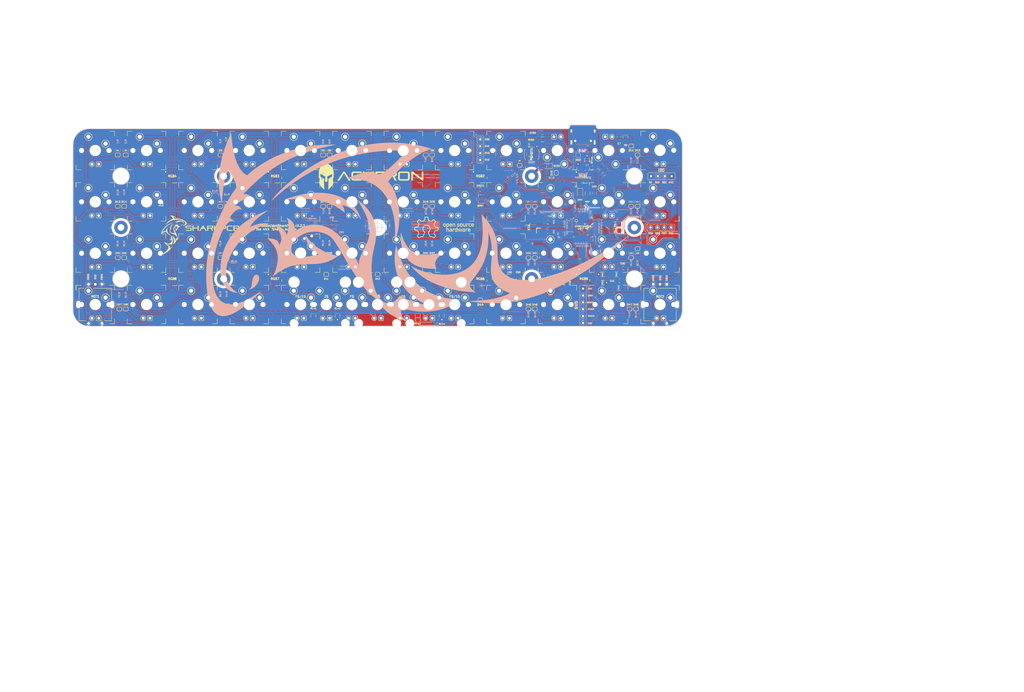
<source format=kicad_pcb>
(kicad_pcb (version 20171130) (host pcbnew 5.1.2)
  (title_block (title SharkPCB) (date 2019-05-21) (rev 3.2.3) (company "Gondolin Electronics"))
  (layers (0 F.Cu signal) (31 B.Cu signal) (34 B.Paste user hide) (35 F.Paste user hide) (36 B.SilkS user) (37 F.SilkS user) (38 B.Mask user hide) (39 F.Mask user) (44 Edge.Cuts user))
  (net 0 "")
  (net 1 GND)
  (net 2 "Net-(D11-Pad2)")
  (net 3 "Net-(D12-Pad2)")
  (net 4 "Net-(D13-Pad2)")
  (net 5 "Net-(D14-Pad2)")
  (net 6 "Net-(D15-Pad2)")
  (net 7 "Net-(D16-Pad2)")
  (net 8 "Net-(D17-Pad2)")
  (net 9 "Net-(D18-Pad2)")
  (net 10 "Net-(D19-Pad2)")
  (net 11 "Net-(D21-Pad2)")
  (net 12 "Net-(D22-Pad2)")
  (net 13 "Net-(D23-Pad2)")
  (net 14 "Net-(D24-Pad2)")
  (net 15 "Net-(D25-Pad2)")
  (net 16 "Net-(D26-Pad2)")
  (net 17 "Net-(D27-Pad2)")
  (net 18 "Net-(D28-Pad2)")
  (net 19 "Net-(D29-Pad2)")
  (net 20 "Net-(D31-Pad2)")
  (net 21 "Net-(D32-Pad2)")
  (net 22 "Net-(D33-Pad2)")
  (net 23 "Net-(D34-Pad2)")
  (net 24 "Net-(D35-Pad2)")
  (net 25 "Net-(D36-Pad2)")
  (net 26 "Net-(D38-Pad2)")
  (net 27 "Net-(D39-Pad2)")
  (net 28 "Net-(D41-Pad2)")
  (net 29 "Net-(D42-Pad2)")
  (net 30 "Net-(D43-Pad2)")
  (net 31 "Net-(D44-Pad2)")
  (net 32 "Net-(D45-Pad2)")
  (net 33 "Net-(D46-Pad2)")
  (net 34 "Net-(D47-Pad2)")
  (net 35 "Net-(D1-Pad2)")
  (net 36 "Net-(D2-Pad2)")
  (net 37 "Net-(D3-Pad2)")
  (net 38 "Net-(D4-Pad2)")
  (net 39 "Net-(D5-Pad2)")
  (net 40 "Net-(D6-Pad2)")
  (net 41 "Net-(D7-Pad2)")
  (net 42 "Net-(D8-Pad2)")
  (net 43 "Net-(D9-Pad2)")
  (net 44 "Net-(D10-Pad2)")
  (net 45 "Net-(D20-Pad2)")
  (net 46 "Net-(D30-Pad2)")
  (net 47 "Net-(D40-Pad2)")
  (net 48 "Net-(C7-Pad2)")
  (net 49 XTAL2)
  (net 50 XTAL1)
  (net 51 Row1)
  (net 52 Row2)
  (net 53 Row3)
  (net 54 Row4)
  (net 55 D+)
  (net 56 D-)
  (net 57 Col1)
  (net 58 Col2)
  (net 59 Col3)
  (net 60 Col4)
  (net 61 Col5)
  (net 62 Col6)
  (net 63 Col7)
  (net 64 Col8)
  (net 65 Col9)
  (net 66 Col10)
  (net 67 Col11)
  (net 68 Col12)
  (net 69 "Net-(LED1-PadA)")
  (net 70 "Net-(LED1-PadK)")
  (net 71 "Net-(LED2-PadA)")
  (net 72 "Net-(LED3-PadA)")
  (net 73 "Net-(LED4-PadA)")
  (net 74 "Net-(LED5-PadA)")
  (net 75 "Net-(LED6-PadA)")
  (net 76 "Net-(LED7-PadA)")
  (net 77 "Net-(LED8-PadA)")
  (net 78 "Net-(LED9-PadA)")
  (net 79 "Net-(LED10-PadA)")
  (net 80 "Net-(LED11-PadA)")
  (net 81 "Net-(LED12-PadA)")
  (net 82 "Net-(LED13-PadA)")
  (net 83 "Net-(LED14-PadA)")
  (net 84 "Net-(LED15-PadA)")
  (net 85 "Net-(LED16-PadA)")
  (net 86 "Net-(LED17-PadA)")
  (net 87 "Net-(LED18-PadA)")
  (net 88 "Net-(LED19-PadA)")
  (net 89 "Net-(LED20-PadA)")
  (net 90 "Net-(LED21-PadA)")
  (net 91 "Net-(LED22-PadA)")
  (net 92 "Net-(LED23-PadA)")
  (net 93 "Net-(LED24-PadA)")
  (net 94 "Net-(LED25-PadA)")
  (net 95 "Net-(LED26-PadA)")
  (net 96 "Net-(LED27-PadA)")
  (net 97 "Net-(LED28-PadA)")
  (net 98 "Net-(LED29-PadA)")
  (net 99 "Net-(LED30-PadA)")
  (net 100 "Net-(LED31-PadA)")
  (net 101 "Net-(LED32-PadA)")
  (net 102 "Net-(LED33-PadA)")
  (net 103 "Net-(LED34-PadA)")
  (net 104 "Net-(LED35-PadA)")
  (net 105 "Net-(LED36-PadA)")
  (net 106 "Net-(LED37-PadA)")
  (net 107 "Net-(LED38-PadA)")
  (net 108 "Net-(LED39-PadA)")
  (net 109 "Net-(LED40-PadA)")
  (net 110 "Net-(LED41-PadA)")
  (net 111 "Net-(LED42-PadA)")
  (net 112 "Net-(LED43-PadA)")
  (net 113 "Net-(LED44-PadA)")
  (net 114 "Net-(LED45-PadA)")
  (net 115 "Net-(LED46-PadA)")
  (net 116 "Net-(LED47-PadA)")
  (net 117 "Net-(LED48-PadA)")
  (net 118 LED_PWM)
  (net 119 "Net-(Q1-PadG)")
  (net 120 BOOT0)
  (net 121 5V)
  (net 122 3.3V)
  (net 123 NRST)
  (net 124 "Net-(DRST1-Pad2)")
  (net 125 VBUS)
  (net 126 "Net-(J1-PadA7)")
  (net 127 "Net-(J1-PadA6)")
  (net 128 "Net-(J1-PadA5)")
  (net 129 "Net-(RGB1-Pad2)")
  (net 130 RGB_PWM)
  (net 131 "Net-(RGB2-Pad2)")
  (net 132 "Net-(RGB3-Pad2)")
  (net 133 "Net-(RGB5-Pad2)")
  (net 134 "Net-(RGB6-Pad2)")
  (net 135 "Net-(RGB7-Pad2)")
  (net 136 EncA)
  (net 137 EncB)
  (net 138 EncS1)
  (net 139 "Net-(CA1-Pad2)")
  (net 140 "Net-(CB1-Pad2)")
  (net 141 EncS3)
  (net 142 SCL)
  (net 143 SDA)
  (net 144 Extra4)
  (net 145 Extra3)
  (net 146 Extra2)
  (net 147 Extra1)
  (net 148 Extra5)
  (net 149 Extra6)
  (net 150 Extra7)
  (net 151 Extra8)
  (net 152 CASE)
  (net 153 SWCLK)
  (net 154 SWDIO)
  (net 155 "Net-(CESD1-Pad2)")
  (module acheronKeyboardSwitches:MX100 (layer F.Cu) (at 227.963 112.243)
    (fp_text reference SW34)
    (fp_text value MXSwitch)
    (pad "" np_thru_hole circle (at -5.08 0) (size 1.7018 1.7018) (drill 1.7018) (layers *.Cu *.Mask))
    (pad "" np_thru_hole circle (at 5.08 0) (size 1.7018 1.7018) (drill 1.7018) (layers *.Cu *.Mask))
    (pad 1 thru_hole circle (at -2.54 -5.08) (size 2.54 2.54) (drill 1.524) (layers *.Cu *.Mask) (net 66 Col10))
    (pad 2 thru_hole circle (at 3.81 -2.54) (size 2.54 2.54) (drill 1.524) (layers *.Cu *.Mask) (net 23 "Net-(D34-Pad2)"))
    (pad "" np_thru_hole circle (at 0 0) (size 3.9878 3.9878) (drill 3.9878) (layers *.Cu *.Mask))
  )
  (module acheronKeyboardSwitches:MX100 (layer F.Cu) (at 209.088 74.243)
    (fp_text reference SW9)
    (fp_text value MXSwitch)
    (pad "" np_thru_hole circle (at -5.08 0) (size 1.7018 1.7018) (drill 1.7018) (layers *.Cu *.Mask))
    (pad "" np_thru_hole circle (at 5.08 0) (size 1.7018 1.7018) (drill 1.7018) (layers *.Cu *.Mask))
    (pad 1 thru_hole circle (at -2.54 -5.08) (size 2.54 2.54) (drill 1.524) (layers *.Cu *.Mask) (net 65 Col9))
    (pad 2 thru_hole circle (at 3.81 -2.54) (size 2.54 2.54) (drill 1.524) (layers *.Cu *.Mask) (net 43 "Net-(D9-Pad2)"))
    (pad "" np_thru_hole circle (at 0 0) (size 3.9878 3.9878) (drill 3.9878) (layers *.Cu *.Mask))
  )
  (module acheronKeyboardSwitches:MX100 (layer F.Cu) (at 246.963 74.243 180)
    (fp_text reference SW11)
    (fp_text value MXSwitch)
    (pad "" np_thru_hole circle (at -5.08 0 180) (size 1.7018 1.7018) (drill 1.7018) (layers *.Cu *.Mask))
    (pad "" np_thru_hole circle (at 5.08 0 180) (size 1.7018 1.7018) (drill 1.7018) (layers *.Cu *.Mask))
    (pad 1 thru_hole circle (at -2.54 -5.08 180) (size 2.54 2.54) (drill 1.524) (layers *.Cu *.Mask) (net 67 Col11))
    (pad 2 thru_hole circle (at 3.81 -2.54 180) (size 2.54 2.54) (drill 1.524) (layers *.Cu *.Mask) (net 2 "Net-(D11-Pad2)"))
    (pad "" np_thru_hole circle (at 0 0 180) (size 3.9878 3.9878) (drill 3.9878) (layers *.Cu *.Mask))
  )
  (module acheronKeyboardSwitches:MX100 (layer F.Cu) (at 132.963 93.243)
    (fp_text reference SW17)
    (fp_text value MXSwitch)
    (pad "" np_thru_hole circle (at -5.08 0) (size 1.7018 1.7018) (drill 1.7018) (layers *.Cu *.Mask))
    (pad "" np_thru_hole circle (at 5.08 0) (size 1.7018 1.7018) (drill 1.7018) (layers *.Cu *.Mask))
    (pad 1 thru_hole circle (at -2.54 -5.08) (size 2.54 2.54) (drill 1.524) (layers *.Cu *.Mask) (net 61 Col5))
    (pad 2 thru_hole circle (at 3.81 -2.54) (size 2.54 2.54) (drill 1.524) (layers *.Cu *.Mask) (net 8 "Net-(D17-Pad2)"))
    (pad "" np_thru_hole circle (at 0 0) (size 3.9878 3.9878) (drill 3.9878) (layers *.Cu *.Mask))
  )
  (module acheronKeyboardSwitches:MX100 (layer F.Cu) (at 208.963 131.243)
    (fp_text reference SW45)
    (fp_text value MXSwitch)
    (pad "" np_thru_hole circle (at -5.08 0) (size 1.7018 1.7018) (drill 1.7018) (layers *.Cu *.Mask))
    (pad "" np_thru_hole circle (at 5.08 0) (size 1.7018 1.7018) (drill 1.7018) (layers *.Cu *.Mask))
    (pad 1 thru_hole circle (at -2.54 -5.08) (size 2.54 2.54) (drill 1.524) (layers *.Cu *.Mask) (net 65 Col9))
    (pad 2 thru_hole circle (at 3.81 -2.54) (size 2.54 2.54) (drill 1.524) (layers *.Cu *.Mask) (net 32 "Net-(D45-Pad2)"))
    (pad "" np_thru_hole circle (at 0 0) (size 3.9878 3.9878) (drill 3.9878) (layers *.Cu *.Mask))
  )
  (module acheronKeyboardSwitches:MX100 (layer F.Cu) (at 94.963 93.243)
    (fp_text reference SW15)
    (fp_text value MXSwitch)
    (pad "" np_thru_hole circle (at -5.08 0) (size 1.7018 1.7018) (drill 1.7018) (layers *.Cu *.Mask))
    (pad "" np_thru_hole circle (at 5.08 0) (size 1.7018 1.7018) (drill 1.7018) (layers *.Cu *.Mask))
    (pad 1 thru_hole circle (at -2.54 -5.08) (size 2.54 2.54) (drill 1.524) (layers *.Cu *.Mask) (net 59 Col3))
    (pad 2 thru_hole circle (at 3.81 -2.54) (size 2.54 2.54) (drill 1.524) (layers *.Cu *.Mask) (net 6 "Net-(D15-Pad2)"))
    (pad "" np_thru_hole circle (at 0 0) (size 3.9878 3.9878) (drill 3.9878) (layers *.Cu *.Mask))
  )
  (module acheronKeyboardSwitches:MX100 (layer F.Cu) (at 265.963 112.268)
    (fp_text reference SW36)
    (fp_text value MXSwitch)
    (pad "" np_thru_hole circle (at -5.08 0) (size 1.7018 1.7018) (drill 1.7018) (layers *.Cu *.Mask))
    (pad "" np_thru_hole circle (at 5.08 0) (size 1.7018 1.7018) (drill 1.7018) (layers *.Cu *.Mask))
    (pad 1 thru_hole circle (at -2.54 -5.08) (size 2.54 2.54) (drill 1.524) (layers *.Cu *.Mask) (net 68 Col12))
    (pad 2 thru_hole circle (at 3.81 -2.54) (size 2.54 2.54) (drill 1.524) (layers *.Cu *.Mask) (net 25 "Net-(D36-Pad2)"))
    (pad "" np_thru_hole circle (at 0 0) (size 3.9878 3.9878) (drill 3.9878) (layers *.Cu *.Mask))
  )
  (module acheronKeyboardSwitches:MX100 (layer F.Cu) (at 56.963 74.243)
    (fp_text reference SW1)
    (fp_text value MXSwitch)
    (pad "" np_thru_hole circle (at -5.08 0) (size 1.7018 1.7018) (drill 1.7018) (layers *.Cu *.Mask))
    (pad "" np_thru_hole circle (at 5.08 0) (size 1.7018 1.7018) (drill 1.7018) (layers *.Cu *.Mask))
    (pad 1 thru_hole circle (at -2.54 -5.08) (size 2.54 2.54) (drill 1.524) (layers *.Cu *.Mask) (net 57 Col1))
    (pad 2 thru_hole circle (at 3.81 -2.54) (size 2.54 2.54) (drill 1.524) (layers *.Cu *.Mask) (net 35 "Net-(D1-Pad2)"))
    (pad "" np_thru_hole circle (at 0 0) (size 3.9878 3.9878) (drill 3.9878) (layers *.Cu *.Mask))
  )
  (module acheronKeyboardSwitches:MX100 (layer F.Cu) (at 94.963 74.243)
    (fp_text reference SW3)
    (fp_text value MXSwitch)
    (pad "" np_thru_hole circle (at -5.08 0) (size 1.7018 1.7018) (drill 1.7018) (layers *.Cu *.Mask))
    (pad "" np_thru_hole circle (at 5.08 0) (size 1.7018 1.7018) (drill 1.7018) (layers *.Cu *.Mask))
    (pad 1 thru_hole circle (at -2.54 -5.08) (size 2.54 2.54) (drill 1.524) (layers *.Cu *.Mask) (net 59 Col3))
    (pad 2 thru_hole circle (at 3.81 -2.54) (size 2.54 2.54) (drill 1.524) (layers *.Cu *.Mask) (net 37 "Net-(D3-Pad2)"))
    (pad "" np_thru_hole circle (at 0 0) (size 3.9878 3.9878) (drill 3.9878) (layers *.Cu *.Mask))
  )
  (module acheronKeyboardSwitches:MX100 (layer F.Cu) (at 113.963 74.243)
    (fp_text reference SW4)
    (fp_text value MXSwitch)
    (pad "" np_thru_hole circle (at -5.08 0) (size 1.7018 1.7018) (drill 1.7018) (layers *.Cu *.Mask))
    (pad "" np_thru_hole circle (at 5.08 0) (size 1.7018 1.7018) (drill 1.7018) (layers *.Cu *.Mask))
    (pad 1 thru_hole circle (at -2.54 -5.08) (size 2.54 2.54) (drill 1.524) (layers *.Cu *.Mask) (net 60 Col4))
    (pad 2 thru_hole circle (at 3.81 -2.54) (size 2.54 2.54) (drill 1.524) (layers *.Cu *.Mask) (net 38 "Net-(D4-Pad2)"))
    (pad "" np_thru_hole circle (at 0 0) (size 3.9878 3.9878) (drill 3.9878) (layers *.Cu *.Mask))
  )
  (module acheronKeyboardSwitches:MX100 (layer F.Cu) (at 151.963 74.243)
    (fp_text reference SW6)
    (fp_text value MXSwitch)
    (pad "" np_thru_hole circle (at -5.08 0) (size 1.7018 1.7018) (drill 1.7018) (layers *.Cu *.Mask))
    (pad "" np_thru_hole circle (at 5.08 0) (size 1.7018 1.7018) (drill 1.7018) (layers *.Cu *.Mask))
    (pad 1 thru_hole circle (at -2.54 -5.08) (size 2.54 2.54) (drill 1.524) (layers *.Cu *.Mask) (net 62 Col6))
    (pad 2 thru_hole circle (at 3.81 -2.54) (size 2.54 2.54) (drill 1.524) (layers *.Cu *.Mask) (net 40 "Net-(D6-Pad2)"))
    (pad "" np_thru_hole circle (at 0 0) (size 3.9878 3.9878) (drill 3.9878) (layers *.Cu *.Mask))
  )
  (module acheronKeyboardSwitches:MX100 (layer F.Cu) (at 189.963 74.243)
    (fp_text reference SW8)
    (fp_text value MXSwitch)
    (pad "" np_thru_hole circle (at -5.08 0) (size 1.7018 1.7018) (drill 1.7018) (layers *.Cu *.Mask))
    (pad "" np_thru_hole circle (at 5.08 0) (size 1.7018 1.7018) (drill 1.7018) (layers *.Cu *.Mask))
    (pad 1 thru_hole circle (at -2.54 -5.08) (size 2.54 2.54) (drill 1.524) (layers *.Cu *.Mask) (net 64 Col8))
    (pad 2 thru_hole circle (at 3.81 -2.54) (size 2.54 2.54) (drill 1.524) (layers *.Cu *.Mask) (net 42 "Net-(D8-Pad2)"))
    (pad "" np_thru_hole circle (at 0 0) (size 3.9878 3.9878) (drill 3.9878) (layers *.Cu *.Mask))
  )
  (module acheronKeyboardSwitches:MX100 (layer F.Cu) (at 227.963 74.243 180)
    (fp_text reference SW10)
    (fp_text value MXSwitch)
    (pad "" np_thru_hole circle (at -5.08 0 180) (size 1.7018 1.7018) (drill 1.7018) (layers *.Cu *.Mask))
    (pad "" np_thru_hole circle (at 5.08 0 180) (size 1.7018 1.7018) (drill 1.7018) (layers *.Cu *.Mask))
    (pad 1 thru_hole circle (at -2.54 -5.08 180) (size 2.54 2.54) (drill 1.524) (layers *.Cu *.Mask) (net 66 Col10))
    (pad 2 thru_hole circle (at 3.81 -2.54 180) (size 2.54 2.54) (drill 1.524) (layers *.Cu *.Mask) (net 44 "Net-(D10-Pad2)"))
    (pad "" np_thru_hole circle (at 0 0 180) (size 3.9878 3.9878) (drill 3.9878) (layers *.Cu *.Mask))
  )
  (module acheronKeyboardSwitches:MX100 (layer F.Cu) (at 265.963 74.168)
    (fp_text reference SW12)
    (fp_text value MXSwitch)
    (pad "" np_thru_hole circle (at -5.08 0) (size 1.7018 1.7018) (drill 1.7018) (layers *.Cu *.Mask))
    (pad "" np_thru_hole circle (at 5.08 0) (size 1.7018 1.7018) (drill 1.7018) (layers *.Cu *.Mask))
    (pad 1 thru_hole circle (at -2.54 -5.08) (size 2.54 2.54) (drill 1.524) (layers *.Cu *.Mask) (net 68 Col12))
    (pad 2 thru_hole circle (at 3.81 -2.54) (size 2.54 2.54) (drill 1.524) (layers *.Cu *.Mask) (net 3 "Net-(D12-Pad2)"))
    (pad "" np_thru_hole circle (at 0 0) (size 3.9878 3.9878) (drill 3.9878) (layers *.Cu *.Mask))
  )
  (module acheronKeyboardSwitches:MX100 (layer F.Cu) (at 56.963 93.243)
    (fp_text reference SW13)
    (fp_text value MXSwitch)
    (pad "" np_thru_hole circle (at -5.08 0) (size 1.7018 1.7018) (drill 1.7018) (layers *.Cu *.Mask))
    (pad "" np_thru_hole circle (at 5.08 0) (size 1.7018 1.7018) (drill 1.7018) (layers *.Cu *.Mask))
    (pad 1 thru_hole circle (at -2.54 -5.08) (size 2.54 2.54) (drill 1.524) (layers *.Cu *.Mask) (net 57 Col1))
    (pad 2 thru_hole circle (at 3.81 -2.54) (size 2.54 2.54) (drill 1.524) (layers *.Cu *.Mask) (net 4 "Net-(D13-Pad2)"))
    (pad "" np_thru_hole circle (at 0 0) (size 3.9878 3.9878) (drill 3.9878) (layers *.Cu *.Mask))
  )
  (module acheronKeyboardSwitches:MX100 (layer F.Cu) (at 75.963 93.243)
    (fp_text reference SW14)
    (fp_text value MXSwitch)
    (pad "" np_thru_hole circle (at -5.08 0) (size 1.7018 1.7018) (drill 1.7018) (layers *.Cu *.Mask))
    (pad "" np_thru_hole circle (at 5.08 0) (size 1.7018 1.7018) (drill 1.7018) (layers *.Cu *.Mask))
    (pad 1 thru_hole circle (at -2.54 -5.08) (size 2.54 2.54) (drill 1.524) (layers *.Cu *.Mask) (net 58 Col2))
    (pad 2 thru_hole circle (at 3.81 -2.54) (size 2.54 2.54) (drill 1.524) (layers *.Cu *.Mask) (net 5 "Net-(D14-Pad2)"))
    (pad "" np_thru_hole circle (at 0 0) (size 3.9878 3.9878) (drill 3.9878) (layers *.Cu *.Mask))
  )
  (module acheronKeyboardSwitches:MX100 (layer F.Cu) (at 113.963 93.243)
    (fp_text reference SW16)
    (fp_text value MXSwitch)
    (pad "" np_thru_hole circle (at -5.08 0) (size 1.7018 1.7018) (drill 1.7018) (layers *.Cu *.Mask))
    (pad "" np_thru_hole circle (at 5.08 0) (size 1.7018 1.7018) (drill 1.7018) (layers *.Cu *.Mask))
    (pad 1 thru_hole circle (at -2.54 -5.08) (size 2.54 2.54) (drill 1.524) (layers *.Cu *.Mask) (net 60 Col4))
    (pad 2 thru_hole circle (at 3.81 -2.54) (size 2.54 2.54) (drill 1.524) (layers *.Cu *.Mask) (net 7 "Net-(D16-Pad2)"))
    (pad "" np_thru_hole circle (at 0 0) (size 3.9878 3.9878) (drill 3.9878) (layers *.Cu *.Mask))
  )
  (module acheronKeyboardSwitches:MX100 (layer F.Cu) (at 151.963 93.243)
    (fp_text reference SW18)
    (fp_text value MXSwitch)
    (pad "" np_thru_hole circle (at -5.08 0) (size 1.7018 1.7018) (drill 1.7018) (layers *.Cu *.Mask))
    (pad "" np_thru_hole circle (at 5.08 0) (size 1.7018 1.7018) (drill 1.7018) (layers *.Cu *.Mask))
    (pad 1 thru_hole circle (at -2.54 -5.08) (size 2.54 2.54) (drill 1.524) (layers *.Cu *.Mask) (net 62 Col6))
    (pad 2 thru_hole circle (at 3.81 -2.54) (size 2.54 2.54) (drill 1.524) (layers *.Cu *.Mask) (net 9 "Net-(D18-Pad2)"))
    (pad "" np_thru_hole circle (at 0 0) (size 3.9878 3.9878) (drill 3.9878) (layers *.Cu *.Mask))
  )
  (module acheronKeyboardSwitches:MX100 (layer F.Cu) (at 170.963 93.243)
    (fp_text reference SW19)
    (fp_text value MXSwitch)
    (pad "" np_thru_hole circle (at -5.08 0) (size 1.7018 1.7018) (drill 1.7018) (layers *.Cu *.Mask))
    (pad "" np_thru_hole circle (at 5.08 0) (size 1.7018 1.7018) (drill 1.7018) (layers *.Cu *.Mask))
    (pad 1 thru_hole circle (at -2.54 -5.08) (size 2.54 2.54) (drill 1.524) (layers *.Cu *.Mask) (net 63 Col7))
    (pad 2 thru_hole circle (at 3.81 -2.54) (size 2.54 2.54) (drill 1.524) (layers *.Cu *.Mask) (net 10 "Net-(D19-Pad2)"))
    (pad "" np_thru_hole circle (at 0 0) (size 3.9878 3.9878) (drill 3.9878) (layers *.Cu *.Mask))
  )
  (module acheronKeyboardSwitches:MX100 (layer F.Cu) (at 189.963 93.243)
    (fp_text reference SW20)
    (fp_text value MXSwitch)
    (pad "" np_thru_hole circle (at -5.08 0) (size 1.7018 1.7018) (drill 1.7018) (layers *.Cu *.Mask))
    (pad "" np_thru_hole circle (at 5.08 0) (size 1.7018 1.7018) (drill 1.7018) (layers *.Cu *.Mask))
    (pad 1 thru_hole circle (at -2.54 -5.08) (size 2.54 2.54) (drill 1.524) (layers *.Cu *.Mask) (net 64 Col8))
    (pad 2 thru_hole circle (at 3.81 -2.54) (size 2.54 2.54) (drill 1.524) (layers *.Cu *.Mask) (net 45 "Net-(D20-Pad2)"))
    (pad "" np_thru_hole circle (at 0 0) (size 3.9878 3.9878) (drill 3.9878) (layers *.Cu *.Mask))
  )
  (module acheronKeyboardSwitches:MX100 (layer F.Cu) (at 208.963 93.243)
    (fp_text reference SW21)
    (fp_text value MXSwitch)
    (pad "" np_thru_hole circle (at -5.08 0) (size 1.7018 1.7018) (drill 1.7018) (layers *.Cu *.Mask))
    (pad "" np_thru_hole circle (at 5.08 0) (size 1.7018 1.7018) (drill 1.7018) (layers *.Cu *.Mask))
    (pad 1 thru_hole circle (at -2.54 -5.08) (size 2.54 2.54) (drill 1.524) (layers *.Cu *.Mask) (net 65 Col9))
    (pad 2 thru_hole circle (at 3.81 -2.54) (size 2.54 2.54) (drill 1.524) (layers *.Cu *.Mask) (net 11 "Net-(D21-Pad2)"))
    (pad "" np_thru_hole circle (at 0 0) (size 3.9878 3.9878) (drill 3.9878) (layers *.Cu *.Mask))
  )
  (module acheronKeyboardSwitches:MX100 (layer F.Cu) (at 265.963 93.243)
    (fp_text reference SW24)
    (fp_text value MXSwitch)
    (pad "" np_thru_hole circle (at -5.08 0) (size 1.7018 1.7018) (drill 1.7018) (layers *.Cu *.Mask))
    (pad "" np_thru_hole circle (at 5.08 0) (size 1.7018 1.7018) (drill 1.7018) (layers *.Cu *.Mask))
    (pad 1 thru_hole circle (at -2.54 -5.08) (size 2.54 2.54) (drill 1.524) (layers *.Cu *.Mask) (net 68 Col12))
    (pad 2 thru_hole circle (at 3.81 -2.54) (size 2.54 2.54) (drill 1.524) (layers *.Cu *.Mask) (net 14 "Net-(D24-Pad2)"))
    (pad "" np_thru_hole circle (at 0 0) (size 3.9878 3.9878) (drill 3.9878) (layers *.Cu *.Mask))
  )
  (module acheronKeyboardSwitches:MX100 (layer F.Cu) (at 56.963 112.268)
    (fp_text reference SW25)
    (fp_text value MXSwitch)
    (pad "" np_thru_hole circle (at -5.08 0) (size 1.7018 1.7018) (drill 1.7018) (layers *.Cu *.Mask))
    (pad "" np_thru_hole circle (at 5.08 0) (size 1.7018 1.7018) (drill 1.7018) (layers *.Cu *.Mask))
    (pad 1 thru_hole circle (at -2.54 -5.08) (size 2.54 2.54) (drill 1.524) (layers *.Cu *.Mask) (net 57 Col1))
    (pad 2 thru_hole circle (at 3.81 -2.54) (size 2.54 2.54) (drill 1.524) (layers *.Cu *.Mask) (net 15 "Net-(D25-Pad2)"))
    (pad "" np_thru_hole circle (at 0 0) (size 3.9878 3.9878) (drill 3.9878) (layers *.Cu *.Mask))
  )
  (module acheronKeyboardSwitches:MX100 (layer F.Cu) (at 75.963 112.268)
    (fp_text reference SW26)
    (fp_text value MXSwitch)
    (pad "" np_thru_hole circle (at -5.08 0) (size 1.7018 1.7018) (drill 1.7018) (layers *.Cu *.Mask))
    (pad "" np_thru_hole circle (at 5.08 0) (size 1.7018 1.7018) (drill 1.7018) (layers *.Cu *.Mask))
    (pad 1 thru_hole circle (at -2.54 -5.08) (size 2.54 2.54) (drill 1.524) (layers *.Cu *.Mask) (net 58 Col2))
    (pad 2 thru_hole circle (at 3.81 -2.54) (size 2.54 2.54) (drill 1.524) (layers *.Cu *.Mask) (net 16 "Net-(D26-Pad2)"))
    (pad "" np_thru_hole circle (at 0 0) (size 3.9878 3.9878) (drill 3.9878) (layers *.Cu *.Mask))
  )
  (module acheronKeyboardSwitches:MX100 (layer F.Cu) (at 94.963 112.268)
    (fp_text reference SW27)
    (fp_text value MXSwitch)
    (pad "" np_thru_hole circle (at -5.08 0) (size 1.7018 1.7018) (drill 1.7018) (layers *.Cu *.Mask))
    (pad "" np_thru_hole circle (at 5.08 0) (size 1.7018 1.7018) (drill 1.7018) (layers *.Cu *.Mask))
    (pad 1 thru_hole circle (at -2.54 -5.08) (size 2.54 2.54) (drill 1.524) (layers *.Cu *.Mask) (net 59 Col3))
    (pad 2 thru_hole circle (at 3.81 -2.54) (size 2.54 2.54) (drill 1.524) (layers *.Cu *.Mask) (net 17 "Net-(D27-Pad2)"))
    (pad "" np_thru_hole circle (at 0 0) (size 3.9878 3.9878) (drill 3.9878) (layers *.Cu *.Mask))
  )
  (module acheronKeyboardSwitches:MX100 (layer F.Cu) (at 132.963 112.243)
    (fp_text reference SW29)
    (fp_text value MXSwitch)
    (pad "" np_thru_hole circle (at -5.08 0) (size 1.7018 1.7018) (drill 1.7018) (layers *.Cu *.Mask))
    (pad "" np_thru_hole circle (at 5.08 0) (size 1.7018 1.7018) (drill 1.7018) (layers *.Cu *.Mask))
    (pad 1 thru_hole circle (at -2.54 -5.08) (size 2.54 2.54) (drill 1.524) (layers *.Cu *.Mask) (net 61 Col5))
    (pad 2 thru_hole circle (at 3.81 -2.54) (size 2.54 2.54) (drill 1.524) (layers *.Cu *.Mask) (net 19 "Net-(D29-Pad2)"))
    (pad "" np_thru_hole circle (at 0 0) (size 3.9878 3.9878) (drill 3.9878) (layers *.Cu *.Mask))
  )
  (module acheronKeyboardSwitches:MX100 (layer F.Cu) (at 151.938 112.243)
    (fp_text reference SW30)
    (fp_text value MXSwitch)
    (pad "" np_thru_hole circle (at -5.08 0) (size 1.7018 1.7018) (drill 1.7018) (layers *.Cu *.Mask))
    (pad "" np_thru_hole circle (at 5.08 0) (size 1.7018 1.7018) (drill 1.7018) (layers *.Cu *.Mask))
    (pad 1 thru_hole circle (at -2.54 -5.08) (size 2.54 2.54) (drill 1.524) (layers *.Cu *.Mask) (net 62 Col6))
    (pad 2 thru_hole circle (at 3.81 -2.54) (size 2.54 2.54) (drill 1.524) (layers *.Cu *.Mask) (net 46 "Net-(D30-Pad2)"))
    (pad "" np_thru_hole circle (at 0 0) (size 3.9878 3.9878) (drill 3.9878) (layers *.Cu *.Mask))
  )
  (module acheronKeyboardSwitches:MX100 (layer F.Cu) (at 170.963 112.243)
    (fp_text reference SW31)
    (fp_text value MXSwitch)
    (pad "" np_thru_hole circle (at -5.08 0) (size 1.7018 1.7018) (drill 1.7018) (layers *.Cu *.Mask))
    (pad "" np_thru_hole circle (at 5.08 0) (size 1.7018 1.7018) (drill 1.7018) (layers *.Cu *.Mask))
    (pad 1 thru_hole circle (at -2.54 -5.08) (size 2.54 2.54) (drill 1.524) (layers *.Cu *.Mask) (net 63 Col7))
    (pad 2 thru_hole circle (at 3.81 -2.54) (size 2.54 2.54) (drill 1.524) (layers *.Cu *.Mask) (net 20 "Net-(D31-Pad2)"))
    (pad "" np_thru_hole circle (at 0 0) (size 3.9878 3.9878) (drill 3.9878) (layers *.Cu *.Mask))
  )
  (module acheronKeyboardSwitches:MX100 (layer F.Cu) (at 189.963 112.243)
    (fp_text reference SW32)
    (fp_text value MXSwitch)
    (pad "" np_thru_hole circle (at -5.08 0) (size 1.7018 1.7018) (drill 1.7018) (layers *.Cu *.Mask))
    (pad "" np_thru_hole circle (at 5.08 0) (size 1.7018 1.7018) (drill 1.7018) (layers *.Cu *.Mask))
    (pad 1 thru_hole circle (at -2.54 -5.08) (size 2.54 2.54) (drill 1.524) (layers *.Cu *.Mask) (net 64 Col8))
    (pad 2 thru_hole circle (at 3.81 -2.54) (size 2.54 2.54) (drill 1.524) (layers *.Cu *.Mask) (net 21 "Net-(D32-Pad2)"))
    (pad "" np_thru_hole circle (at 0 0) (size 3.9878 3.9878) (drill 3.9878) (layers *.Cu *.Mask))
  )
  (module acheronKeyboardSwitches:MX100 (layer F.Cu) (at 208.963 112.243)
    (fp_text reference SW33)
    (fp_text value MXSwitch)
    (pad "" np_thru_hole circle (at -5.08 0) (size 1.7018 1.7018) (drill 1.7018) (layers *.Cu *.Mask))
    (pad "" np_thru_hole circle (at 5.08 0) (size 1.7018 1.7018) (drill 1.7018) (layers *.Cu *.Mask))
    (pad 1 thru_hole circle (at -2.54 -5.08) (size 2.54 2.54) (drill 1.524) (layers *.Cu *.Mask) (net 65 Col9))
    (pad 2 thru_hole circle (at 3.81 -2.54) (size 2.54 2.54) (drill 1.524) (layers *.Cu *.Mask) (net 22 "Net-(D33-Pad2)"))
    (pad "" np_thru_hole circle (at 0 0) (size 3.9878 3.9878) (drill 3.9878) (layers *.Cu *.Mask))
  )
  (module acheronKeyboardSwitches:MX100 (layer F.Cu) (at 246.963 112.243)
    (fp_text reference SW35)
    (fp_text value MXSwitch)
    (pad "" np_thru_hole circle (at -5.08 0) (size 1.7018 1.7018) (drill 1.7018) (layers *.Cu *.Mask))
    (pad "" np_thru_hole circle (at 5.08 0) (size 1.7018 1.7018) (drill 1.7018) (layers *.Cu *.Mask))
    (pad 1 thru_hole circle (at -2.54 -5.08) (size 2.54 2.54) (drill 1.524) (layers *.Cu *.Mask) (net 67 Col11))
    (pad 2 thru_hole circle (at 3.81 -2.54) (size 2.54 2.54) (drill 1.524) (layers *.Cu *.Mask) (net 24 "Net-(D35-Pad2)"))
    (pad "" np_thru_hole circle (at 0 0) (size 3.9878 3.9878) (drill 3.9878) (layers *.Cu *.Mask))
  )
  (module acheronKeyboardSwitches:MX100 (layer F.Cu) (at 56.963 131.243)
    (fp_text reference SW37)
    (fp_text value MXSwitch)
    (pad "" np_thru_hole circle (at -5.08 0) (size 1.7018 1.7018) (drill 1.7018) (layers *.Cu *.Mask))
    (pad "" np_thru_hole circle (at 5.08 0) (size 1.7018 1.7018) (drill 1.7018) (layers *.Cu *.Mask))
    (pad 1 thru_hole circle (at -2.54 -5.08) (size 2.54 2.54) (drill 1.524) (layers *.Cu *.Mask) (net 57 Col1))
    (pad 2 thru_hole circle (at 3.81 -2.54) (size 2.54 2.54) (drill 1.524) (layers *.Cu *.Mask) (net 138 EncS1))
    (pad "" np_thru_hole circle (at 0 0) (size 3.9878 3.9878) (drill 3.9878) (layers *.Cu *.Mask))
  )
  (module acheronKeyboardSwitches:MX100 (layer F.Cu) (at 75.963 131.243)
    (fp_text reference SW38)
    (fp_text value MXSwitch)
    (pad "" np_thru_hole circle (at -5.08 0) (size 1.7018 1.7018) (drill 1.7018) (layers *.Cu *.Mask))
    (pad "" np_thru_hole circle (at 5.08 0) (size 1.7018 1.7018) (drill 1.7018) (layers *.Cu *.Mask))
    (pad 1 thru_hole circle (at -2.54 -5.08) (size 2.54 2.54) (drill 1.524) (layers *.Cu *.Mask) (net 58 Col2))
    (pad 2 thru_hole circle (at 3.81 -2.54) (size 2.54 2.54) (drill 1.524) (layers *.Cu *.Mask) (net 26 "Net-(D38-Pad2)"))
    (pad "" np_thru_hole circle (at 0 0) (size 3.9878 3.9878) (drill 3.9878) (layers *.Cu *.Mask))
  )
  (module acheronKeyboardSwitches:MX100 (layer F.Cu) (at 94.963 131.243)
    (fp_text reference SW39)
    (fp_text value MXSwitch)
    (pad "" np_thru_hole circle (at -5.08 0) (size 1.7018 1.7018) (drill 1.7018) (layers *.Cu *.Mask))
    (pad "" np_thru_hole circle (at 5.08 0) (size 1.7018 1.7018) (drill 1.7018) (layers *.Cu *.Mask))
    (pad 1 thru_hole circle (at -2.54 -5.08) (size 2.54 2.54) (drill 1.524) (layers *.Cu *.Mask) (net 59 Col3))
    (pad 2 thru_hole circle (at 3.81 -2.54) (size 2.54 2.54) (drill 1.524) (layers *.Cu *.Mask) (net 27 "Net-(D39-Pad2)"))
    (pad "" np_thru_hole circle (at 0 0) (size 3.9878 3.9878) (drill 3.9878) (layers *.Cu *.Mask))
  )
  (module acheronKeyboardSwitches:MX100 (layer F.Cu) (at 113.963 131.243)
    (fp_text reference SW40)
    (fp_text value MXSwitch)
    (pad "" np_thru_hole circle (at -5.08 0) (size 1.7018 1.7018) (drill 1.7018) (layers *.Cu *.Mask))
    (pad "" np_thru_hole circle (at 5.08 0) (size 1.7018 1.7018) (drill 1.7018) (layers *.Cu *.Mask))
    (pad 1 thru_hole circle (at -2.54 -5.08) (size 2.54 2.54) (drill 1.524) (layers *.Cu *.Mask) (net 60 Col4))
    (pad 2 thru_hole circle (at 3.81 -2.54) (size 2.54 2.54) (drill 1.524) (layers *.Cu *.Mask) (net 47 "Net-(D40-Pad2)"))
    (pad "" np_thru_hole circle (at 0 0) (size 3.9878 3.9878) (drill 3.9878) (layers *.Cu *.Mask))
  )
  (module acheronKeyboardSwitches:MX100 (layer F.Cu) (at 132.963 131.243)
    (fp_text reference SW41)
    (fp_text value MXSwitch)
    (pad "" np_thru_hole circle (at -5.08 0) (size 1.7018 1.7018) (drill 1.7018) (layers *.Cu *.Mask))
    (pad "" np_thru_hole circle (at 5.08 0) (size 1.7018 1.7018) (drill 1.7018) (layers *.Cu *.Mask))
    (pad 1 thru_hole circle (at -2.54 -5.08) (size 2.54 2.54) (drill 1.524) (layers *.Cu *.Mask) (net 61 Col5))
    (pad 2 thru_hole circle (at 3.81 -2.54) (size 2.54 2.54) (drill 1.524) (layers *.Cu *.Mask) (net 28 "Net-(D41-Pad2)"))
    (pad "" np_thru_hole circle (at 0 0) (size 3.9878 3.9878) (drill 3.9878) (layers *.Cu *.Mask))
  )
  (module acheronKeyboardSwitches:MX100 (layer F.Cu) (at 151.963 131.243)
    (fp_text reference SW42)
    (fp_text value MXSwitch)
    (pad "" np_thru_hole circle (at -5.08 0) (size 1.7018 1.7018) (drill 1.7018) (layers *.Cu *.Mask))
    (pad "" np_thru_hole circle (at 5.08 0) (size 1.7018 1.7018) (drill 1.7018) (layers *.Cu *.Mask))
    (pad 1 thru_hole circle (at -2.54 -5.08) (size 2.54 2.54) (drill 1.524) (layers *.Cu *.Mask) (net 62 Col6))
    (pad 2 thru_hole circle (at 3.81 -2.54) (size 2.54 2.54) (drill 1.524) (layers *.Cu *.Mask) (net 29 "Net-(D42-Pad2)"))
    (pad "" np_thru_hole circle (at 0 0) (size 3.9878 3.9878) (drill 3.9878) (layers *.Cu *.Mask))
  )
  (module acheronKeyboardSwitches:MX100 (layer F.Cu) (at 170.963 131.243)
    (fp_text reference SW43)
    (fp_text value MXSwitch)
    (pad "" np_thru_hole circle (at -5.08 0) (size 1.7018 1.7018) (drill 1.7018) (layers *.Cu *.Mask))
    (pad "" np_thru_hole circle (at 5.08 0) (size 1.7018 1.7018) (drill 1.7018) (layers *.Cu *.Mask))
    (pad 1 thru_hole circle (at -2.54 -5.08) (size 2.54 2.54) (drill 1.524) (layers *.Cu *.Mask) (net 63 Col7))
    (pad 2 thru_hole circle (at 3.81 -2.54) (size 2.54 2.54) (drill 1.524) (layers *.Cu *.Mask) (net 30 "Net-(D43-Pad2)"))
    (pad "" np_thru_hole circle (at 0 0) (size 3.9878 3.9878) (drill 3.9878) (layers *.Cu *.Mask))
  )
  (module acheronKeyboardSwitches:MX100 (layer F.Cu) (at 189.963 131.243)
    (fp_text reference SW44)
    (fp_text value MXSwitch)
    (pad "" np_thru_hole circle (at -5.08 0) (size 1.7018 1.7018) (drill 1.7018) (layers *.Cu *.Mask))
    (pad "" np_thru_hole circle (at 5.08 0) (size 1.7018 1.7018) (drill 1.7018) (layers *.Cu *.Mask))
    (pad 1 thru_hole circle (at -2.54 -5.08) (size 2.54 2.54) (drill 1.524) (layers *.Cu *.Mask) (net 64 Col8))
    (pad 2 thru_hole circle (at 3.81 -2.54) (size 2.54 2.54) (drill 1.524) (layers *.Cu *.Mask) (net 31 "Net-(D44-Pad2)"))
    (pad "" np_thru_hole circle (at 0 0) (size 3.9878 3.9878) (drill 3.9878) (layers *.Cu *.Mask))
  )
  (module acheronKeyboardSwitches:MX100 (layer F.Cu) (at 227.963 131.243)
    (fp_text reference SW46)
    (fp_text value MXSwitch)
    (pad "" np_thru_hole circle (at -5.08 0) (size 1.7018 1.7018) (drill 1.7018) (layers *.Cu *.Mask))
    (pad "" np_thru_hole circle (at 5.08 0) (size 1.7018 1.7018) (drill 1.7018) (layers *.Cu *.Mask))
    (pad 1 thru_hole circle (at -2.54 -5.08) (size 2.54 2.54) (drill 1.524) (layers *.Cu *.Mask) (net 66 Col10))
    (pad 2 thru_hole circle (at 3.81 -2.54) (size 2.54 2.54) (drill 1.524) (layers *.Cu *.Mask) (net 33 "Net-(D46-Pad2)"))
    (pad "" np_thru_hole circle (at 0 0) (size 3.9878 3.9878) (drill 3.9878) (layers *.Cu *.Mask))
  )
  (module acheronKeyboardSwitches:MX100 (layer F.Cu) (at 246.963 131.243)
    (fp_text reference SW47)
    (fp_text value MXSwitch)
    (pad "" np_thru_hole circle (at -5.08 0) (size 1.7018 1.7018) (drill 1.7018) (layers *.Cu *.Mask))
    (pad "" np_thru_hole circle (at 5.08 0) (size 1.7018 1.7018) (drill 1.7018) (layers *.Cu *.Mask))
    (pad 1 thru_hole circle (at -2.54 -5.08) (size 2.54 2.54) (drill 1.524) (layers *.Cu *.Mask) (net 67 Col11))
    (pad 2 thru_hole circle (at 3.81 -2.54) (size 2.54 2.54) (drill 1.524) (layers *.Cu *.Mask) (net 34 "Net-(D47-Pad2)"))
    (pad "" np_thru_hole circle (at 0 0) (size 3.9878 3.9878) (drill 3.9878) (layers *.Cu *.Mask))
  )
  (module acheronKeyboardSwitches:MX100 (layer F.Cu) (at 265.963 131.243)
    (fp_text reference SW48)
    (fp_text value MXSwitch)
    (pad "" np_thru_hole circle (at -5.08 0) (size 1.7018 1.7018) (drill 1.7018) (layers *.Cu *.Mask))
    (pad "" np_thru_hole circle (at 5.08 0) (size 1.7018 1.7018) (drill 1.7018) (layers *.Cu *.Mask))
    (pad 1 thru_hole circle (at -2.54 -5.08) (size 2.54 2.54) (drill 1.524) (layers *.Cu *.Mask) (net 68 Col12))
    (pad 2 thru_hole circle (at 3.81 -2.54) (size 2.54 2.54) (drill 1.524) (layers *.Cu *.Mask) (net 141 EncS3))
    (pad "" np_thru_hole circle (at 0 0) (size 3.9878 3.9878) (drill 3.9878) (layers *.Cu *.Mask))
  )
  (module acheronKeyboardSwitches:MX100 (layer F.Cu) (at 75.963 74.243)
    (fp_text reference SW2)
    (fp_text value MXSwitch)
    (pad "" np_thru_hole circle (at -5.08 0) (size 1.7018 1.7018) (drill 1.7018) (layers *.Cu *.Mask))
    (pad "" np_thru_hole circle (at 5.08 0) (size 1.7018 1.7018) (drill 1.7018) (layers *.Cu *.Mask))
    (pad 1 thru_hole circle (at -2.54 -5.08) (size 2.54 2.54) (drill 1.524) (layers *.Cu *.Mask) (net 58 Col2))
    (pad 2 thru_hole circle (at 3.81 -2.54) (size 2.54 2.54) (drill 1.524) (layers *.Cu *.Mask) (net 36 "Net-(D2-Pad2)"))
    (pad "" np_thru_hole circle (at 0 0) (size 3.9878 3.9878) (drill 3.9878) (layers *.Cu *.Mask))
  )
  (module acheronKeyboardSwitches:MX100 (layer F.Cu) (at 132.963 74.243)
    (fp_text reference SW5)
    (fp_text value MXSwitch)
    (pad "" np_thru_hole circle (at -5.08 0) (size 1.7018 1.7018) (drill 1.7018) (layers *.Cu *.Mask))
    (pad "" np_thru_hole circle (at 5.08 0) (size 1.7018 1.7018) (drill 1.7018) (layers *.Cu *.Mask))
    (pad 1 thru_hole circle (at -2.54 -5.08) (size 2.54 2.54) (drill 1.524) (layers *.Cu *.Mask) (net 61 Col5))
    (pad 2 thru_hole circle (at 3.81 -2.54) (size 2.54 2.54) (drill 1.524) (layers *.Cu *.Mask) (net 39 "Net-(D5-Pad2)"))
    (pad "" np_thru_hole circle (at 0 0) (size 3.9878 3.9878) (drill 3.9878) (layers *.Cu *.Mask))
  )
  (module acheronKeyboardSwitches:MX100 (layer F.Cu) (at 113.963 112.243)
    (fp_text reference SW28)
    (fp_text value MXSwitch)
    (pad "" np_thru_hole circle (at -5.08 0) (size 1.7018 1.7018) (drill 1.7018) (layers *.Cu *.Mask))
    (pad "" np_thru_hole circle (at 5.08 0) (size 1.7018 1.7018) (drill 1.7018) (layers *.Cu *.Mask))
    (pad 1 thru_hole circle (at -2.54 -5.08) (size 2.54 2.54) (drill 1.524) (layers *.Cu *.Mask) (net 60 Col4))
    (pad 2 thru_hole circle (at 3.81 -2.54) (size 2.54 2.54) (drill 1.524) (layers *.Cu *.Mask) (net 18 "Net-(D28-Pad2)"))
    (pad "" np_thru_hole circle (at 0 0) (size 3.9878 3.9878) (drill 3.9878) (layers *.Cu *.Mask))
  )
  (module acheronKeyboardSwitches:MX100 (layer F.Cu) (at 227.963 93.243)
    (fp_text reference SW22)
    (fp_text value MXSwitch)
    (pad "" np_thru_hole circle (at -5.08 0) (size 1.7018 1.7018) (drill 1.7018) (layers *.Cu *.Mask))
    (pad "" np_thru_hole circle (at 5.08 0) (size 1.7018 1.7018) (drill 1.7018) (layers *.Cu *.Mask))
    (pad 1 thru_hole circle (at -2.54 -5.08) (size 2.54 2.54) (drill 1.524) (layers *.Cu *.Mask) (net 66 Col10))
    (pad 2 thru_hole circle (at 3.81 -2.54) (size 2.54 2.54) (drill 1.524) (layers *.Cu *.Mask) (net 12 "Net-(D22-Pad2)"))
    (pad "" np_thru_hole circle (at 0 0) (size 3.9878 3.9878) (drill 3.9878) (layers *.Cu *.Mask))
  )
  (module acheronKeyboardSwitches:MX100 (layer F.Cu) (at 170.963 74.243)
    (fp_text reference SW7)
    (fp_text value MXSwitch)
    (pad "" np_thru_hole circle (at -5.08 0) (size 1.7018 1.7018) (drill 1.7018) (layers *.Cu *.Mask))
    (pad "" np_thru_hole circle (at 5.08 0) (size 1.7018 1.7018) (drill 1.7018) (layers *.Cu *.Mask))
    (pad 1 thru_hole circle (at -2.54 -5.08) (size 2.54 2.54) (drill 1.524) (layers *.Cu *.Mask) (net 63 Col7))
    (pad 2 thru_hole circle (at 3.81 -2.54) (size 2.54 2.54) (drill 1.524) (layers *.Cu *.Mask) (net 41 "Net-(D7-Pad2)"))
    (pad "" np_thru_hole circle (at 0 0) (size 3.9878 3.9878) (drill 3.9878) (layers *.Cu *.Mask))
  )
  (module acheronKeyboardSwitches:MX100 (layer F.Cu) (at 246.963 93.243)
    (fp_text reference SW23)
    (fp_text value MXSwitch)
    (pad "" np_thru_hole circle (at -5.08 0) (size 1.7018 1.7018) (drill 1.7018) (layers *.Cu *.Mask))
    (pad "" np_thru_hole circle (at 5.08 0) (size 1.7018 1.7018) (drill 1.7018) (layers *.Cu *.Mask))
    (pad 1 thru_hole circle (at -2.54 -5.08) (size 2.54 2.54) (drill 1.524) (layers *.Cu *.Mask) (net 67 Col11))
    (pad 2 thru_hole circle (at 3.81 -2.54) (size 2.54 2.54) (drill 1.524) (layers *.Cu *.Mask) (net 13 "Net-(D23-Pad2)"))
    (pad "" np_thru_hole circle (at 0 0) (size 3.9878 3.9878) (drill 3.9878) (layers *.Cu *.Mask))
  )
  (module acheronLogos:acheronLong (layer F.Cu) (at 158.963 83.718)
    (fp_text reference L6 hide)
    (fp_text value usFlag hide)
  )
  (module acheronHardware:ALPS_EC11E (layer F.Cu) (at 56.963 131.243 180)
    (fp_text reference ROT1 (at 0 2.96875 180) (layer F.SilkS) (effects (font (size 0.8 0.8) (thickness 0.2))))
    (fp_text value Rotary_Encoder_Switch)
    (pad "" thru_hole oval (at 6.25 0 180) (size 2.1 3.2) (drill oval 1.6 2.7) (layers *.Cu *.Mask))
    (pad "" thru_hole oval (at -6.25 0 180) (size 2.1 3.2) (drill oval 1.6 2.7) (layers *.Cu *.Mask))
    (pad S2 thru_hole circle (at 2.5 -7 180) (size 1.524 1.524) (drill 1) (layers *.Cu *.Mask) (net 57 Col1))
    (pad S1 thru_hole circle (at -2.5 -7 180) (size 1.524 1.524) (drill 1) (layers *.Cu *.Mask) (net 138 EncS1))
    (pad C thru_hole circle (at 0 7.5 180) (size 1.524 1.524) (drill 1) (layers *.Cu *.Mask) (net 1 GND))
    (pad A thru_hole circle (at -2.5 7.5 180) (size 1.524 1.524) (drill 1) (layers *.Cu *.Mask) (net 136 EncA))
    (pad B thru_hole circle (at 2.5 7.5 180) (size 1.524 1.524) (drill 1) (layers *.Cu *.Mask) (net 137 EncB))
  )
  (module acheronHardware:ALPS_EC11E (layer F.Cu) (at 265.96476 131.24348 180)
    (fp_text reference ROT2 (at 0.00176 2.90048) (layer F.SilkS) (effects (font (size 0.8 0.8) (thickness 0.2))))
    (fp_text value Rotary_Encoder_Switch)
    (pad "" thru_hole oval (at 6.25 0 180) (size 2.1 3.2) (drill oval 1.6 2.7) (layers *.Cu *.Mask))
    (pad "" thru_hole oval (at -6.25 0 180) (size 2.1 3.2) (drill oval 1.6 2.7) (layers *.Cu *.Mask))
    (pad S2 thru_hole circle (at 2.5 -7 180) (size 1.524 1.524) (drill 1) (layers *.Cu *.Mask) (net 68 Col12))
    (pad S1 thru_hole circle (at -2.5 -7 180) (size 1.524 1.524) (drill 1) (layers *.Cu *.Mask) (net 141 EncS3))
    (pad C thru_hole circle (at 0 7.5 180) (size 1.524 1.524) (drill 1) (layers *.Cu *.Mask) (net 1 GND))
    (pad A thru_hole circle (at -2.5 7.5 180) (size 1.524 1.524) (drill 1) (layers *.Cu *.Mask) (net 136 EncA))
    (pad B thru_hole circle (at 2.5 7.5 180) (size 1.524 1.524) (drill 1) (layers *.Cu *.Mask) (net 137 EncB))
  )
  (module acheronComponents:D_SOD-123 (layer F.Cu) (at 217.2755 131.243 90)
    (fp_text reference D45 (at -0.075 0 180) (layer F.SilkS) (effects (font (size 0.6 0.6))))
    (fp_text value 1N4148)
    (pad 2 smd roundrect (at 1.649967 0 90) (size 1 1.2) (layers F.Cu F.Paste F.Mask) (net 32 "Net-(D45-Pad2)"))
    (pad 1 smd roundrect (at -1.65 0 90) (size 1 1.2) (layers F.Cu F.Paste F.Mask) (net 54 Row4))
  )
  (module acheronComponents:D_SOD-123 (layer F.Cu) (at 65.2755 74.243 90)
    (fp_text reference D1 (at 0 0 180) (layer F.SilkS) (effects (font (size 0.5 0.5) (thickness 0.125))))
    (fp_text value 1N4148)
    (pad 2 smd roundrect (at 1.649967 0 90) (size 1 1.2) (layers F.Cu F.Paste F.Mask) (net 35 "Net-(D1-Pad2)"))
    (pad 1 smd roundrect (at -1.65 0 90) (size 1 1.2) (layers F.Cu F.Paste F.Mask) (net 51 Row1))
  )
  (module acheronComponents:D_SOD-123 (layer F.Cu) (at 68.24425 74.243 90)
    (fp_text reference D2 (at 0 0 180) (layer F.SilkS) (effects (font (size 0.5 0.5) (thickness 0.125))))
    (fp_text value 1N4148)
    (pad 2 smd roundrect (at 1.649967 0 90) (size 1 1.2) (layers F.Cu F.Paste F.Mask) (net 36 "Net-(D2-Pad2)"))
    (pad 1 smd roundrect (at -1.65 0 90) (size 1 1.2) (layers F.Cu F.Paste F.Mask) (net 51 Row1))
  )
  (module acheronComponents:D_SOD-123 (layer F.Cu) (at 103.2755 74.243 90)
    (fp_text reference D3 (at 0 0 180) (layer F.SilkS) (effects (font (size 0.6 0.6))))
    (fp_text value 1N4148)
    (pad 2 smd roundrect (at 1.649967 0 90) (size 1 1.2) (layers F.Cu F.Paste F.Mask) (net 37 "Net-(D3-Pad2)"))
    (pad 1 smd roundrect (at -1.65 0 90) (size 1 1.2) (layers F.Cu F.Paste F.Mask) (net 51 Row1))
  )
  (module acheronComponents:D_SOD-123 (layer F.Cu) (at 105.6505 74.243 90)
    (fp_text reference D4 (at 0 0 180) (layer F.SilkS) (effects (font (size 0.6 0.6))))
    (fp_text value 1N4148)
    (pad 2 smd roundrect (at 1.649967 0 90) (size 1 1.2) (layers F.Cu F.Paste F.Mask) (net 38 "Net-(D4-Pad2)"))
    (pad 1 smd roundrect (at -1.65 0 90) (size 1 1.2) (layers F.Cu F.Paste F.Mask) (net 51 Row1))
  )
  (module acheronComponents:D_SOD-123 (layer F.Cu) (at 141.2755 74.243 90)
    (fp_text reference D5 (at 0 0 180) (layer F.SilkS) (effects (font (size 0.6 0.6))))
    (fp_text value 1N4148)
    (pad 2 smd roundrect (at 1.649967 0 90) (size 1 1.2) (layers F.Cu F.Paste F.Mask) (net 39 "Net-(D5-Pad2)"))
    (pad 1 smd roundrect (at -1.65 0 90) (size 1 1.2) (layers F.Cu F.Paste F.Mask) (net 51 Row1))
  )
  (module acheronComponents:D_SOD-123 (layer F.Cu) (at 143.6505 74.243 90)
    (fp_text reference D6 (at 0 0 180) (layer F.SilkS) (effects (font (size 0.6 0.6))))
    (fp_text value 1N4148)
    (pad 2 smd roundrect (at 1.649967 0 90) (size 1 1.2) (layers F.Cu F.Paste F.Mask) (net 40 "Net-(D6-Pad2)"))
    (pad 1 smd roundrect (at -1.65 0 90) (size 1 1.2) (layers F.Cu F.Paste F.Mask) (net 51 Row1))
  )
  (module acheronComponents:D_SOD-123 (layer F.Cu) (at 179.2755 74.243 90)
    (fp_text reference D7 (at 0 0.04686 180) (layer F.SilkS) (effects (font (size 0.6 0.6))))
    (fp_text value 1N4148)
    (pad 2 smd roundrect (at 1.649967 0 90) (size 1 1.2) (layers F.Cu F.Paste F.Mask) (net 41 "Net-(D7-Pad2)"))
    (pad 1 smd roundrect (at -1.65 0 90) (size 1 1.2) (layers F.Cu F.Paste F.Mask) (net 51 Row1))
  )
  (module acheronComponents:D_SOD-123 (layer F.Cu) (at 181.6505 74.243 90)
    (fp_text reference D8 (at 0 0 180) (layer F.SilkS) (effects (font (size 0.6 0.6))))
    (fp_text value 1N4148)
    (pad 2 smd roundrect (at 1.649967 0 90) (size 1 1.2) (layers F.Cu F.Paste F.Mask) (net 42 "Net-(D8-Pad2)"))
    (pad 1 smd roundrect (at -1.65 0 90) (size 1 1.2) (layers F.Cu F.Paste F.Mask) (net 51 Row1))
  )
  (module acheronComponents:D_SOD-123 (layer F.Cu) (at 214.01076 78.10196 90)
    (fp_text reference D9 (at 0 0 180) (layer F.SilkS) (effects (font (size 0.4 0.4) (thickness 0.1))))
    (fp_text value 1N4148)
    (pad 2 smd roundrect (at 1.649967 0 90) (size 1 1.2) (layers F.Cu F.Paste F.Mask) (net 43 "Net-(D9-Pad2)"))
    (pad 1 smd roundrect (at -1.65 0 90) (size 1 1.2) (layers F.Cu F.Paste F.Mask) (net 51 Row1))
  )
  (module acheronComponents:D_SOD-123 (layer F.Cu) (at 225.88596 82.55516 180)
    (fp_text reference D10 (at 0.02296 -0.08784 90) (layer F.SilkS) (effects (font (size 0.6 0.6))))
    (fp_text value 1N4148)
    (pad 2 smd roundrect (at 1.649967 0 180) (size 1 1.2) (layers F.Cu F.Paste F.Mask) (net 44 "Net-(D10-Pad2)"))
    (pad 1 smd roundrect (at -1.65 0 180) (size 1 1.2) (layers F.Cu F.Paste F.Mask) (net 51 Row1))
  )
  (module acheronComponents:D_SOD-123 (layer F.Cu) (at 255.2755 74.243 270)
    (fp_text reference D11 (at -0.025 0) (layer F.SilkS) (effects (font (size 0.6 0.6))))
    (fp_text value 1N4148)
    (pad 2 smd roundrect (at 1.649967 0 270) (size 1 1.2) (layers F.Cu F.Paste F.Mask) (net 2 "Net-(D11-Pad2)"))
    (pad 1 smd roundrect (at -1.65 0 270) (size 1 1.2) (layers F.Cu F.Paste F.Mask) (net 51 Row1))
  )
  (module acheronComponents:D_SOD-123 (layer F.Cu) (at 257.6505 74.243 90)
    (fp_text reference D12 (at 0.025 0) (layer F.SilkS) (effects (font (size 0.6 0.6))))
    (fp_text value 1N4148)
    (pad 2 smd roundrect (at 1.649967 0 90) (size 1 1.2) (layers F.Cu F.Paste F.Mask) (net 3 "Net-(D12-Pad2)"))
    (pad 1 smd roundrect (at -1.65 0 90) (size 1 1.2) (layers F.Cu F.Paste F.Mask) (net 51 Row1))
  )
  (module acheronComponents:D_SOD-123 (layer F.Cu) (at 65.2755 93.243 90)
    (fp_text reference D13 (at 0 0 180) (layer F.SilkS) (effects (font (size 0.6 0.6))))
    (fp_text value 1N4148)
    (pad 2 smd roundrect (at 1.649967 0 90) (size 1 1.2) (layers F.Cu F.Paste F.Mask) (net 4 "Net-(D13-Pad2)"))
    (pad 1 smd roundrect (at -1.65 0 90) (size 1 1.2) (layers F.Cu F.Paste F.Mask) (net 52 Row2))
  )
  (module acheronComponents:D_SOD-123 (layer F.Cu) (at 67.6505 93.243 90)
    (fp_text reference D14 (at 0 0 180) (layer F.SilkS) (effects (font (size 0.6 0.6))))
    (fp_text value 1N4148)
    (pad 2 smd roundrect (at 1.649967 0 90) (size 1 1.2) (layers F.Cu F.Paste F.Mask) (net 5 "Net-(D14-Pad2)"))
    (pad 1 smd roundrect (at -1.65 0 90) (size 1 1.2) (layers F.Cu F.Paste F.Mask) (net 52 Row2))
  )
  (module acheronComponents:D_SOD-123 (layer F.Cu) (at 103.2755 93.243 90)
    (fp_text reference D15 (at 0 0 180) (layer F.SilkS) (effects (font (size 0.4 0.4) (thickness 0.1))))
    (fp_text value 1N4148)
    (pad 2 smd roundrect (at 1.649967 0 90) (size 1 1.2) (layers F.Cu F.Paste F.Mask) (net 6 "Net-(D15-Pad2)"))
    (pad 1 smd roundrect (at -1.65 0 90) (size 1 1.2) (layers F.Cu F.Paste F.Mask) (net 52 Row2))
  )
  (module acheronComponents:D_SOD-123 (layer F.Cu) (at 105.6505 93.243 90)
    (fp_text reference D16 (at 0 0 180) (layer F.SilkS) (effects (font (size 0.4 0.4) (thickness 0.1))))
    (fp_text value 1N4148)
    (pad 2 smd roundrect (at 1.649967 0 90) (size 1 1.2) (layers F.Cu F.Paste F.Mask) (net 7 "Net-(D16-Pad2)"))
    (pad 1 smd roundrect (at -1.65 0 90) (size 1 1.2) (layers F.Cu F.Paste F.Mask) (net 52 Row2))
  )
  (module acheronComponents:D_SOD-123 (layer F.Cu) (at 141.2755 93.243 90)
    (fp_text reference D17 (at 0 0 180) (layer F.SilkS) (effects (font (size 0.6 0.6))))
    (fp_text value 1N4148)
    (pad 2 smd roundrect (at 1.649967 0 90) (size 1 1.2) (layers F.Cu F.Paste F.Mask) (net 8 "Net-(D17-Pad2)"))
    (pad 1 smd roundrect (at -1.65 0 90) (size 1 1.2) (layers F.Cu F.Paste F.Mask) (net 52 Row2))
  )
  (module acheronComponents:D_SOD-123 (layer F.Cu) (at 143.6505 93.243 90)
    (fp_text reference D18 (at 0 0 180) (layer F.SilkS) (effects (font (size 0.6 0.6))))
    (fp_text value 1N4148)
    (pad 2 smd roundrect (at 1.649967 0 90) (size 1 1.2) (layers F.Cu F.Paste F.Mask) (net 9 "Net-(D18-Pad2)"))
    (pad 1 smd roundrect (at -1.65 0 90) (size 1 1.2) (layers F.Cu F.Paste F.Mask) (net 52 Row2))
  )
  (module acheronComponents:D_SOD-123 (layer F.Cu) (at 179.2755 93.243 90)
    (fp_text reference D19 (at 0 0 180) (layer F.SilkS) (effects (font (size 0.6 0.6))))
    (fp_text value 1N4148)
    (pad 2 smd roundrect (at 1.649967 0 90) (size 1 1.2) (layers F.Cu F.Paste F.Mask) (net 10 "Net-(D19-Pad2)"))
    (pad 1 smd roundrect (at -1.65 0 90) (size 1 1.2) (layers F.Cu F.Paste F.Mask) (net 52 Row2))
  )
  (module acheronComponents:D_SOD-123 (layer F.Cu) (at 181.6505 93.243 90)
    (fp_text reference D20 (at 0.025 0.096596 180) (layer F.SilkS) (effects (font (size 0.6 0.6))))
    (fp_text value 1N4148)
    (pad 2 smd roundrect (at 1.649967 0 90) (size 1 1.2) (layers F.Cu F.Paste F.Mask) (net 45 "Net-(D20-Pad2)"))
    (pad 1 smd roundrect (at -1.65 0 90) (size 1 1.2) (layers F.Cu F.Paste F.Mask) (net 52 Row2))
  )
  (module acheronComponents:D_SOD-123 (layer F.Cu) (at 217.2755 93.243 90)
    (fp_text reference D21 (at 0 0 180) (layer F.SilkS) (effects (font (size 0.4 0.4) (thickness 0.1))))
    (fp_text value 1N4148)
    (pad 2 smd roundrect (at 1.649967 0 90) (size 1 1.2) (layers F.Cu F.Paste F.Mask) (net 11 "Net-(D21-Pad2)"))
    (pad 1 smd roundrect (at -1.65 0 90) (size 1 1.2) (layers F.Cu F.Paste F.Mask) (net 52 Row2))
  )
  (module acheronComponents:D_SOD-123 (layer F.Cu) (at 219.6505 93.243 90)
    (fp_text reference D22 (at 0 0 180) (layer F.SilkS) (effects (font (size 0.4 0.4) (thickness 0.1))))
    (fp_text value 1N4148)
    (pad 2 smd roundrect (at 1.649967 0 90) (size 1 1.2) (layers F.Cu F.Paste F.Mask) (net 12 "Net-(D22-Pad2)"))
    (pad 1 smd roundrect (at -1.65 0 90) (size 1 1.2) (layers F.Cu F.Paste F.Mask) (net 52 Row2))
  )
  (module acheronComponents:D_SOD-123 (layer F.Cu) (at 255.2755 93.243 90)
    (fp_text reference D23 (at 0 0 180) (layer F.SilkS) (effects (font (size 0.4 0.4) (thickness 0.1))))
    (fp_text value 1N4148)
    (pad 2 smd roundrect (at 1.649967 0 90) (size 1 1.2) (layers F.Cu F.Paste F.Mask) (net 13 "Net-(D23-Pad2)"))
    (pad 1 smd roundrect (at -1.65 0 90) (size 1 1.2) (layers F.Cu F.Paste F.Mask) (net 52 Row2))
  )
  (module acheronComponents:D_SOD-123 (layer F.Cu) (at 257.6505 93.243 90)
    (fp_text reference D24 (at 0 0 180) (layer F.SilkS) (effects (font (size 0.4 0.4) (thickness 0.1))))
    (fp_text value 1N4148)
    (pad 2 smd roundrect (at 1.649967 0 90) (size 1 1.2) (layers F.Cu F.Paste F.Mask) (net 14 "Net-(D24-Pad2)"))
    (pad 1 smd roundrect (at -1.65 0 90) (size 1 1.2) (layers F.Cu F.Paste F.Mask) (net 52 Row2))
  )
  (module acheronComponents:D_SOD-123 (layer F.Cu) (at 65.2755 112.243 90)
    (fp_text reference D25 (at 0 0 180) (layer F.SilkS) (effects (font (size 0.5 0.5) (thickness 0.125))))
    (fp_text value 1N4148)
    (pad 2 smd roundrect (at 1.649967 0 90) (size 1 1.2) (layers F.Cu F.Paste F.Mask) (net 15 "Net-(D25-Pad2)"))
    (pad 1 smd roundrect (at -1.65 0 90) (size 1 1.2) (layers F.Cu F.Paste F.Mask) (net 53 Row3))
  )
  (module acheronComponents:D_SOD-123 (layer F.Cu) (at 67.6505 112.243 90)
    (fp_text reference D26 (at 0 0 180) (layer F.SilkS) (effects (font (size 0.5 0.5) (thickness 0.125))))
    (fp_text value 1N4148)
    (pad 2 smd roundrect (at 1.649967 0 90) (size 1 1.2) (layers F.Cu F.Paste F.Mask) (net 16 "Net-(D26-Pad2)"))
    (pad 1 smd roundrect (at -1.65 0 90) (size 1 1.2) (layers F.Cu F.Paste F.Mask) (net 53 Row3))
  )
  (module acheronComponents:D_SOD-123 (layer F.Cu) (at 103.2755 112.243 90)
    (fp_text reference D27 (at 0 0 180) (layer F.SilkS) (effects (font (size 0.4 0.4) (thickness 0.1))))
    (fp_text value 1N4148)
    (pad 2 smd roundrect (at 1.649967 0 90) (size 1 1.2) (layers F.Cu F.Paste F.Mask) (net 17 "Net-(D27-Pad2)"))
    (pad 1 smd roundrect (at -1.65 0 90) (size 1 1.2) (layers F.Cu F.Paste F.Mask) (net 53 Row3))
  )
  (module acheronComponents:D_SOD-123 (layer F.Cu) (at 105.6505 112.243 90)
    (fp_text reference D28 (at 0 0 180) (layer F.SilkS) (effects (font (size 0.4 0.4) (thickness 0.1))))
    (fp_text value 1N4148)
    (pad 2 smd roundrect (at 1.649967 0 90) (size 1 1.2) (layers F.Cu F.Paste F.Mask) (net 18 "Net-(D28-Pad2)"))
    (pad 1 smd roundrect (at -1.65 0 90) (size 1 1.2) (layers F.Cu F.Paste F.Mask) (net 53 Row3))
  )
  (module acheronComponents:D_SOD-123 (layer F.Cu) (at 141.2755 112.243 90)
    (fp_text reference D29 (at 0 0 180) (layer F.SilkS) (effects (font (size 0.6 0.6))))
    (fp_text value 1N4148)
    (pad 2 smd roundrect (at 1.649967 0 90) (size 1 1.2) (layers F.Cu F.Paste F.Mask) (net 19 "Net-(D29-Pad2)"))
    (pad 1 smd roundrect (at -1.65 0 90) (size 1 1.2) (layers F.Cu F.Paste F.Mask) (net 53 Row3))
  )
  (module acheronComponents:D_SOD-123 (layer F.Cu) (at 143.6505 112.243 90)
    (fp_text reference D30 (at 0 0 180) (layer F.SilkS) (effects (font (size 0.6 0.6))))
    (fp_text value 1N4148)
    (pad 2 smd roundrect (at 1.649967 0 90) (size 1 1.2) (layers F.Cu F.Paste F.Mask) (net 46 "Net-(D30-Pad2)"))
    (pad 1 smd roundrect (at -1.65 0 90) (size 1 1.2) (layers F.Cu F.Paste F.Mask) (net 53 Row3))
  )
  (module acheronComponents:D_SOD-123 (layer F.Cu) (at 179.2755 112.243 90)
    (fp_text reference D31 (at 0 0 180) (layer F.SilkS) (effects (font (size 0.6 0.6))))
    (fp_text value 1N4148)
    (pad 2 smd roundrect (at 1.649967 0 90) (size 1 1.2) (layers F.Cu F.Paste F.Mask) (net 20 "Net-(D31-Pad2)"))
    (pad 1 smd roundrect (at -1.65 0 90) (size 1 1.2) (layers F.Cu F.Paste F.Mask) (net 53 Row3))
  )
  (module acheronComponents:D_SOD-123 (layer F.Cu) (at 181.6505 112.243 90)
    (fp_text reference D32 (at 0 0 180) (layer F.SilkS) (effects (font (size 0.6 0.6))))
    (fp_text value 1N4148)
    (pad 2 smd roundrect (at 1.649967 0 90) (size 1 1.2) (layers F.Cu F.Paste F.Mask) (net 21 "Net-(D32-Pad2)"))
    (pad 1 smd roundrect (at -1.65 0 90) (size 1 1.2) (layers F.Cu F.Paste F.Mask) (net 53 Row3))
  )
  (module acheronComponents:D_SOD-123 (layer F.Cu) (at 217.2755 112.243 90)
    (fp_text reference D33 (at 0 0 180) (layer F.SilkS) (effects (font (size 0.5 0.5) (thickness 0.125))))
    (fp_text value 1N4148)
    (pad 2 smd roundrect (at 1.649967 0 90) (size 1 1.2) (layers F.Cu F.Paste F.Mask) (net 22 "Net-(D33-Pad2)"))
    (pad 1 smd roundrect (at -1.65 0 90) (size 1 1.2) (layers F.Cu F.Paste F.Mask) (net 53 Row3))
  )
  (module acheronComponents:D_SOD-123 (layer F.Cu) (at 219.6505 112.243 90)
    (fp_text reference D34 (at 0 0 180) (layer F.SilkS) (effects (font (size 0.5 0.5) (thickness 0.125))))
    (fp_text value 1N4148)
    (pad 2 smd roundrect (at 1.649967 0 90) (size 1 1.2) (layers F.Cu F.Paste F.Mask) (net 23 "Net-(D34-Pad2)"))
    (pad 1 smd roundrect (at -1.65 0 90) (size 1 1.2) (layers F.Cu F.Paste F.Mask) (net 53 Row3))
  )
  (module acheronComponents:D_SOD-123 (layer F.Cu) (at 255.2755 112.243 90)
    (fp_text reference D35 (at 0 0 180) (layer F.SilkS) (effects (font (size 0.4 0.4) (thickness 0.1))))
    (fp_text value 1N4148)
    (pad 2 smd roundrect (at 1.649967 0 90) (size 1 1.2) (layers F.Cu F.Paste F.Mask) (net 24 "Net-(D35-Pad2)"))
    (pad 1 smd roundrect (at -1.65 0 90) (size 1 1.2) (layers F.Cu F.Paste F.Mask) (net 53 Row3))
  )
  (module acheronComponents:D_SOD-123 (layer F.Cu) (at 257.6505 112.243 270)
    (fp_text reference D36 (at 0 0) (layer F.SilkS) (effects (font (size 0.4 0.4) (thickness 0.1))))
    (fp_text value 1N4148)
    (pad 2 smd roundrect (at 1.649967 0 270) (size 1 1.2) (layers F.Cu F.Paste F.Mask) (net 25 "Net-(D36-Pad2)"))
    (pad 1 smd roundrect (at -1.65 0 270) (size 1 1.2) (layers F.Cu F.Paste F.Mask) (net 53 Row3))
  )
  (module acheronComponents:D_SOD-123 (layer F.Cu) (at 65.86925 131.243 90)
    (fp_text reference D37 (at 0 0 180) (layer F.SilkS) (effects (font (size 0.5 0.5) (thickness 0.125))))
    (fp_text value 1N4148)
    (pad 2 smd roundrect (at 1.649967 0 90) (size 1 1.2) (layers F.Cu F.Paste F.Mask) (net 138 EncS1))
    (pad 1 smd roundrect (at -1.65 0 90) (size 1 1.2) (layers F.Cu F.Paste F.Mask) (net 54 Row4))
  )
  (module acheronComponents:D_SOD-123 (layer F.Cu) (at 68.24425 131.243 90)
    (fp_text reference D38 (at 0 0 180) (layer F.SilkS) (effects (font (size 0.5 0.5) (thickness 0.125))))
    (fp_text value 1N4148)
    (pad 2 smd roundrect (at 1.649967 0 90) (size 1 1.2) (layers F.Cu F.Paste F.Mask) (net 26 "Net-(D38-Pad2)"))
    (pad 1 smd roundrect (at -1.65 0 90) (size 1 1.2) (layers F.Cu F.Paste F.Mask) (net 54 Row4))
  )
  (module acheronComponents:D_SOD-123 (layer F.Cu) (at 103.2755 131.243 90)
    (fp_text reference D39 (at -0.075 -0.0125 unlocked) (layer F.SilkS) (effects (font (size 0.6 0.6))))
    (fp_text value 1N4148)
    (pad 2 smd roundrect (at 1.649967 0 90) (size 1 1.2) (layers F.Cu F.Paste F.Mask) (net 27 "Net-(D39-Pad2)"))
    (pad 1 smd roundrect (at -1.65 0 90) (size 1 1.2) (layers F.Cu F.Paste F.Mask) (net 54 Row4))
  )
  (module acheronComponents:D_SOD-123 (layer F.Cu) (at 105.6505 131.243 90)
    (fp_text reference D40 (at -0.075 0.0125 unlocked) (layer F.SilkS) (effects (font (size 0.6 0.6))))
    (fp_text value 1N4148)
    (pad 2 smd roundrect (at 1.649967 0 90) (size 1 1.2) (layers F.Cu F.Paste F.Mask) (net 47 "Net-(D40-Pad2)"))
    (pad 1 smd roundrect (at -1.65 0 90) (size 1 1.2) (layers F.Cu F.Paste F.Mask) (net 54 Row4))
  )
  (module acheronComponents:D_SOD-123 (layer F.Cu) (at 142.463 121.743 270)
    (fp_text reference D41 (at 0 0.0175) (layer F.SilkS) (effects (font (size 0.6 0.6))))
    (fp_text value 1N4148)
    (pad 2 smd roundrect (at 1.649967 0 270) (size 1 1.2) (layers F.Cu F.Paste F.Mask) (net 28 "Net-(D41-Pad2)"))
    (pad 1 smd roundrect (at -1.65 0 270) (size 1 1.2) (layers F.Cu F.Paste F.Mask) (net 54 Row4))
  )
  (module acheronComponents:D_SOD-123 (layer F.Cu) (at 161.463 121.743 270)
    (fp_text reference D42 (at 0 0) (layer F.SilkS) (effects (font (size 0.6 0.6))))
    (fp_text value 1N4148)
    (pad 2 smd roundrect (at 1.649967 0 270) (size 1 1.2) (layers F.Cu F.Paste F.Mask) (net 29 "Net-(D42-Pad2)"))
    (pad 1 smd roundrect (at -1.65 0 270) (size 1 1.2) (layers F.Cu F.Paste F.Mask) (net 54 Row4))
  )
  (module acheronComponents:D_SOD-123 (layer F.Cu) (at 180.463 121.743 270)
    (fp_text reference D43 (at 0 -0.0175) (layer F.SilkS) (effects (font (size 0.6 0.6))))
    (fp_text value 1N4148)
    (pad 2 smd roundrect (at 1.649967 0 270) (size 1 1.2) (layers F.Cu F.Paste F.Mask) (net 30 "Net-(D43-Pad2)"))
    (pad 1 smd roundrect (at -1.65 0 270) (size 1 1.2) (layers F.Cu F.Paste F.Mask) (net 54 Row4))
  )
  (module acheronComponents:D_SOD-123 (layer F.Cu) (at 199.463 131.243 270)
    (fp_text reference D44 (at 0.075 0 180) (layer F.SilkS) (effects (font (size 0.8 0.8) (thickness 0.2))))
    (fp_text value 1N4148)
    (pad 2 smd roundrect (at 1.649967 0 270) (size 1 1.2) (layers F.Cu F.Paste F.Mask) (net 31 "Net-(D44-Pad2)"))
    (pad 1 smd roundrect (at -1.65 0 270) (size 1 1.2) (layers F.Cu F.Paste F.Mask) (net 54 Row4))
  )
  (module acheronComponents:D_SOD-123 (layer F.Cu) (at 219.6505 131.243 90)
    (fp_text reference D46 (at -0.075 0.0125 180) (layer F.SilkS) (effects (font (size 0.6 0.6))))
    (fp_text value 1N4148)
    (pad 2 smd roundrect (at 1.649967 0 90) (size 1 1.2) (layers F.Cu F.Paste F.Mask) (net 33 "Net-(D46-Pad2)"))
    (pad 1 smd roundrect (at -1.65 0 90) (size 1 1.2) (layers F.Cu F.Paste F.Mask) (net 54 Row4))
  )
  (module acheronComponents:D_SOD-123 (layer F.Cu) (at 254.68174 131.243 90)
    (fp_text reference D47 (at 0 0 180) (layer F.SilkS) (effects (font (size 0.6 0.6))))
    (fp_text value 1N4148)
    (pad 2 smd roundrect (at 1.649967 0 90) (size 1 1.2) (layers F.Cu F.Paste F.Mask) (net 34 "Net-(D47-Pad2)"))
    (pad 1 smd roundrect (at -1.65 0 90) (size 1 1.2) (layers F.Cu F.Paste F.Mask) (net 54 Row4))
  )
  (module acheronComponents:D_SOD-123 (layer F.Cu) (at 257.05674 131.243 90)
    (fp_text reference D48 (at 0 0 180) (layer F.SilkS) (effects (font (size 0.6 0.6))))
    (fp_text value 1N4148)
    (pad 2 smd roundrect (at 1.649967 0 90) (size 1 1.2) (layers F.Cu F.Paste F.Mask) (net 141 EncS3))
    (pad 1 smd roundrect (at -1.65 0 90) (size 1 1.2) (layers F.Cu F.Paste F.Mask) (net 54 Row4))
  )
  (module acheronComponents:D_SOD-123 (layer B.Cu) (at 235.663 77.643 270)
    (fp_text reference DF1 (at 0 0) (layer B.SilkS) (effects (font (size 0.6 0.6)) (justify mirror)))
    (fp_text value RB060M-60TR)
    (pad 2 smd roundrect (at 1.649967 0 270) (size 1 1.2) (layers B.Cu B.Paste B.Mask) (net 1 GND))
    (pad 1 smd roundrect (at -1.65 0 270) (size 1 1.2) (layers B.Cu B.Paste B.Mask) (net 121 5V))
  )
  (module acheronHardware:smdPushBtn (layer F.Cu) (at 218.463 75.71084 270)
    (fp_text reference SWRST1)
    (fp_text value SW_Push)
    (pad 2 smd rect (at 3.1 1.85 270) (size 1.8 1.1) (layers F.Cu F.Paste F.Mask) (net 124 "Net-(DRST1-Pad2)"))
    (pad 2 smd rect (at -3.1 1.85 270) (size 1.8 1.1) (layers F.Cu F.Paste F.Mask) (net 124 "Net-(DRST1-Pad2)"))
    (pad 1 smd rect (at 3.1 -1.85 270) (size 1.8 1.1) (layers F.Cu F.Paste F.Mask) (net 122 3.3V))
    (pad 1 smd rect (at -3.1 -1.85 270) (size 1.8 1.1) (layers F.Cu F.Paste F.Mask) (net 122 3.3V))
  )
  (module acheronComponents:Crystal_SMD_5032-4Pin_5.0x3.2mm (layer F.Cu) (at 220.24425 102.446125 90)
    (fp_text reference Y1 hide)
    (fp_text value 8MHz)
    (pad 3 smd custom (at 2 -1 90) (size 1 1) (layers F.Cu F.Paste F.Mask) (net 50 XTAL1) (options (clearance outline) (anchor circle)) (primitives (gr_poly (pts (xy -1.2 -0.7) (xy 1 -0.7) (xy 1 0.7) (xy -1.2 0.7)) (width 0.05))))
    (pad 2 smd custom (at 1.9 1 90) (size 1 1) (layers F.Cu F.Paste F.Mask) (net 1 GND) (options (clearance outline) (anchor circle)) (primitives (gr_poly (pts (xy -1.1 -0.7) (xy 1.1 -0.7) (xy 1.1 0.7) (xy -1.1 0.7)) (width 0.05))))
    (pad 1 smd custom (at -1.9 1 90) (size 1 1) (layers F.Cu F.Paste F.Mask) (net 49 XTAL2) (options (clearance outline) (anchor circle)) (primitives (gr_poly (pts (xy 1.1 0.7) (xy -1.1 0.7) (xy -1.1 -0.7) (xy 1.1 -0.7)) (width 0.05))))
    (pad 4 smd custom (at -1.9 -1 90) (size 1 1) (layers F.Cu F.Paste F.Mask) (net 1 GND) (options (clearance outline) (anchor circle)) (primitives (gr_poly (pts (xy 1.1 0.7) (xy -1.1 0.7) (xy -1.1 -0.7) (xy 1.1 -0.7)) (width 0.05))))
  )
  (module acheronComponents:Crystal_SMD_5032-4Pin_5.0x3.2mm (layer F.Cu) (at 220.24425 102.446125 90)
    (fp_text reference Y1 hide)
    (fp_text value 8MHz)
    (pad 3 smd custom (at 2 -1 90) (size 1 1) (layers F.Cu F.Paste F.Mask) (net 50 XTAL1) (options (clearance outline) (anchor circle)) (primitives (gr_poly (pts (xy -1.2 -0.7) (xy 1 -0.7) (xy 1 0.7) (xy -1.2 0.7)) (width 0.05))))
    (pad 2 smd roundrect (at 1.9 1 90) (size 1 1) (layers F.Cu F.Paste F.Mask) (net 1 GND))
    (pad 1 smd roundrect (at -1.9 1 90) (size 1 1) (layers F.Cu F.Paste F.Mask) (net 49 XTAL2))
    (pad 4 smd roundrect (at -1.9 -1 90) (size 1 1) (layers F.Cu F.Paste F.Mask) (net 1 GND))
  )
  (module acheronConnectors:TYPE-C-31-M-12 (layer F.Cu) (at 237.463 72.743 180)
    (fp_text reference J1)
    (fp_text value USB_C_Receptacle)
    (pad S1 thru_hole oval (at 4.3 1.5 180) (size 1 2.1) (drill oval 0.6 1.7) (layers *.Cu *.Mask) (net 48 "Net-(C7-Pad2)"))
    (pad S1 thru_hole oval (at 4.3 5.7 180) (size 1 1.6) (drill oval 0.6 1.2) (layers *.Cu *.Mask) (net 48 "Net-(C7-Pad2)"))
    (pad "" np_thru_hole circle (at 2.89 2.051 180) (size 0.65 0.65) (drill 0.65) (layers *.Cu *.Mask))
    (pad "" np_thru_hole circle (at -2.89 2.051 180) (size 0.65 0.65) (drill 0.65) (layers *.Cu *.Mask))
    (pad S1 thru_hole oval (at -4.3 5.7 180) (size 1 1.6) (drill oval 0.6 1.2) (layers *.Cu *.Mask) (net 48 "Net-(C7-Pad2)"))
    (pad A1 smd roundrect (at -3.25 1.275 180) (size 0.6 1.45) (drill (offset 0 -0.55)) (layers F.Cu F.Paste F.Mask) (net 1 GND))
    (pad B9 smd roundrect (at -2.45 1.275 180) (size 0.6 1.45) (drill (offset 0 -0.55)) (layers F.Cu F.Paste F.Mask) (net 125 VBUS))
    (pad B8 smd roundrect (at -1.75 1.275 180) (size 0.3 1.45) (drill (offset 0 -0.55)) (layers F.Cu F.Paste F.Mask))
    (pad A5 smd roundrect (at -1.25 1.275 180) (size 0.3 1.45) (drill (offset 0 -0.55)) (layers F.Cu F.Paste F.Mask) (net 128 "Net-(J1-PadA5)"))
    (pad B7 smd roundrect (at -0.75 1.275 180) (size 0.3 1.45) (drill (offset 0 -0.55)) (layers F.Cu F.Paste F.Mask) (net 126 "Net-(J1-PadA7)"))
    (pad A6 smd roundrect (at -0.254 1.275 180) (size 0.3 1.45) (drill (offset 0 -0.55)) (layers F.Cu F.Paste F.Mask) (net 127 "Net-(J1-PadA6)"))
    (pad A12 smd roundrect (at 3.25 1.275 180) (size 0.6 1.45) (drill (offset 0 -0.55)) (layers F.Cu F.Paste F.Mask) (net 1 GND))
    (pad A9 smd roundrect (at 2.45 1.275 180) (size 0.6 1.45) (drill (offset 0 -0.55)) (layers F.Cu F.Paste F.Mask) (net 125 VBUS))
    (pad B5 smd roundrect (at 1.75 1.275 180) (size 0.3 1.45) (drill (offset 0 -0.55)) (layers F.Cu F.Paste F.Mask) (net 128 "Net-(J1-PadA5)"))
    (pad A8 smd roundrect (at 1.25 1.275 180) (size 0.3 1.45) (drill (offset 0 -0.55)) (layers F.Cu F.Paste F.Mask))
    (pad B6 smd roundrect (at 0.75 1.275 180) (size 0.3 1.45) (drill (offset 0 -0.55)) (layers F.Cu F.Paste F.Mask) (net 127 "Net-(J1-PadA6)"))
    (pad A7 smd roundrect (at 0.25 1.275 180) (size 0.3 1.45) (drill (offset 0 -0.55)) (layers F.Cu F.Paste F.Mask) (net 126 "Net-(J1-PadA7)"))
    (pad S1 thru_hole oval (at -4.3 1.5 180) (size 1 2.1) (drill oval 0.6 1.7) (layers *.Cu *.Mask) (net 48 "Net-(C7-Pad2)"))
    (pad B12 smd roundrect (at -3.25 1.275 180) (size 0.6 1.45) (drill (offset 0 -0.55)) (layers F.Cu F.Paste F.Mask) (net 1 GND))
    (pad A4 smd roundrect (at -2.45 1.275 180) (size 0.6 1.45) (drill (offset 0 -0.55)) (layers F.Cu F.Paste F.Mask) (net 125 VBUS))
    (pad B1 smd roundrect (at 3.25 1.275 180) (size 0.6 1.45) (drill (offset 0 -0.55)) (layers F.Cu F.Paste F.Mask) (net 1 GND))
    (pad B4 smd roundrect (at 2.45 1.275 180) (size 0.6 1.45) (drill (offset 0 -0.55)) (layers F.Cu F.Paste F.Mask) (net 125 VBUS))
  )
  (module acheronKeyboardSwitches:MX200R (layer F.Cu) (at 142.463 131.243)
    (fp_text reference SW49)
    (fp_text value MXSwitch)
    (pad "" np_thru_hole circle (at -11.938 -8.255) (size 3.9878 3.9878) (drill 3.9878) (layers *.Cu *.Mask))
    (pad "" np_thru_hole circle (at 11.938 -8.255) (size 3.9878 3.9878) (drill 3.9878) (layers *.Cu *.Mask))
    (pad "" np_thru_hole circle (at 11.938 6.985) (size 3.048 3.048) (drill 3.048) (layers *.Cu *.Mask))
    (pad "" np_thru_hole circle (at -11.938 6.985) (size 3.048 3.048) (drill 3.048) (layers *.Cu *.Mask))
    (pad "" np_thru_hole circle (at -5.08 0) (size 1.7018 1.7018) (drill 1.7018) (layers *.Cu *.Mask))
    (pad "" np_thru_hole circle (at 5.08 0) (size 1.7018 1.7018) (drill 1.7018) (layers *.Cu *.Mask))
    (pad 1 thru_hole circle (at -2.54 -5.08) (size 2.54 2.54) (drill 1.524) (layers *.Cu *.Mask) (net 61 Col5))
    (pad 2 thru_hole circle (at 3.81 -2.54) (size 2.54 2.54) (drill 1.524) (layers *.Cu *.Mask) (net 28 "Net-(D41-Pad2)"))
    (pad "" np_thru_hole circle (at 0 0) (size 3.9878 3.9878) (drill 3.9878) (layers *.Cu *.Mask))
  )
  (module acheronKeyboardSwitches:MX200R (layer F.Cu) (at 161.463 131.243)
    (fp_text reference SW50)
    (fp_text value MXSwitch)
    (pad "" np_thru_hole circle (at -11.938 -8.255) (size 3.9878 3.9878) (drill 3.9878) (layers *.Cu *.Mask))
    (pad "" np_thru_hole circle (at 11.938 -8.255) (size 3.9878 3.9878) (drill 3.9878) (layers *.Cu *.Mask))
    (pad "" np_thru_hole circle (at 11.938 6.985) (size 3.048 3.048) (drill 3.048) (layers *.Cu *.Mask))
    (pad "" np_thru_hole circle (at -11.938 6.985) (size 3.048 3.048) (drill 3.048) (layers *.Cu *.Mask))
    (pad "" np_thru_hole circle (at -5.08 0) (size 1.7018 1.7018) (drill 1.7018) (layers *.Cu *.Mask))
    (pad "" np_thru_hole circle (at 5.08 0) (size 1.7018 1.7018) (drill 1.7018) (layers *.Cu *.Mask))
    (pad 1 thru_hole circle (at -2.54 -5.08) (size 2.54 2.54) (drill 1.524) (layers *.Cu *.Mask) (net 62 Col6))
    (pad 2 thru_hole circle (at 3.81 -2.54) (size 2.54 2.54) (drill 1.524) (layers *.Cu *.Mask) (net 29 "Net-(D42-Pad2)"))
    (pad "" np_thru_hole circle (at 0 0) (size 3.9878 3.9878) (drill 3.9878) (layers *.Cu *.Mask))
  )
  (module acheronKeyboardSwitches:MX200R (layer F.Cu) (at 180.463 131.243)
    (fp_text reference SW51)
    (fp_text value MXSwitch)
    (pad "" np_thru_hole circle (at -11.938 -8.255) (size 3.9878 3.9878) (drill 3.9878) (layers *.Cu *.Mask))
    (pad "" np_thru_hole circle (at 11.938 -8.255) (size 3.9878 3.9878) (drill 3.9878) (layers *.Cu *.Mask))
    (pad "" np_thru_hole circle (at 11.938 6.985) (size 3.048 3.048) (drill 3.048) (layers *.Cu *.Mask))
    (pad "" np_thru_hole circle (at -11.938 6.985) (size 3.048 3.048) (drill 3.048) (layers *.Cu *.Mask))
    (pad "" np_thru_hole circle (at -5.08 0) (size 1.7018 1.7018) (drill 1.7018) (layers *.Cu *.Mask))
    (pad "" np_thru_hole circle (at 5.08 0) (size 1.7018 1.7018) (drill 1.7018) (layers *.Cu *.Mask))
    (pad 1 thru_hole circle (at -2.54 -5.08) (size 2.54 2.54) (drill 1.524) (layers *.Cu *.Mask) (net 63 Col7))
    (pad 2 thru_hole circle (at 3.81 -2.54) (size 2.54 2.54) (drill 1.524) (layers *.Cu *.Mask) (net 30 "Net-(D43-Pad2)"))
    (pad "" np_thru_hole circle (at 0 0) (size 3.9878 3.9878) (drill 3.9878) (layers *.Cu *.Mask))
  )
  (module sharkLogo:usFlag (layer F.Cu) (at 179.2755 103.633625)
    (fp_text reference L5 hide)
    (fp_text value usFlag hide)
    (pad 1 smd custom (at -0.9 -0.4) (size 0.5 0.5) (layers B.Cu B.Mask) (options (clearance outline) (anchor circle)) (primitives (gr_poly (pts (xy 1.32865 -3.066252) (xy 1.535613 -3.066251) (xy 1.736111 -3.066249) (xy 1.930247 -3.066246) (xy 2.118125 -3.066242) (xy 2.299847 -3.066237) (xy 2.475515 -3.066231) (xy 2.645234 -3.066223) (xy 2.809106 -3.066214) (xy 2.967234 -3.066203) (xy 3.11972 -3.066191) (xy 3.266669 -3.066177) (xy 3.408181 -3.06616) (xy 3.544362 -3.066142) (xy 3.675312 -3.066121) (xy 3.801136 -3.066098) (xy 3.921937 -3.066072) (xy 4.037817 -3.066044) (xy 4.148878 -3.066013) (xy 4.255225 -3.065978) (xy 4.35696 -3.065941) (xy 4.454186 -3.065901) (xy 4.547005 -3.065858) (xy 4.635521 -3.065811) (xy 4.719837 -3.06576) (xy 4.800056 -3.065706) (xy 4.876279 -3.065648) (xy 4.948612 -3.065587) (xy 5.017155 -3.065521) (xy 5.082013 -3.065451) (xy 5.143288 -3.065376) (xy 5.201083 -3.065298) (xy 5.255501 -3.065214) (xy 5.306645 -3.065126) (xy 5.354618 -3.065034) (xy 5.399523 -3.064936) (xy 5.441462 -3.064833) (xy 5.480539 -3.064725) (xy 5.516856 -3.064612) (xy 5.550517 -3.064493) (xy 5.581624 -3.064369) (xy 5.610281 -3.064239) (xy 5.636589 -3.064103) (xy 5.660653 -3.063961) (xy 5.682575 -3.063813) (xy 5.702457 -3.063659) (xy 5.720404 -3.063498) (xy 5.736517 -3.063331) (xy 5.7509 -3.063158) (xy 5.763656 -3.062978) (xy 5.774887 -3.062791) (xy 5.784697 -3.062597) (xy 5.793188 -3.062395) (xy 5.800463 -3.062187) (xy 5.806626 -3.061971) (xy 5.811779 -3.061748) (xy 5.816024 -3.061517) (xy 5.819466 -3.061279) (xy 5.822207 -3.061032) (xy 5.824349 -3.060778) (xy 5.825996 -3.060515) (xy 5.827251 -3.060245) (xy 5.8276 -3.060152) (xy 5.848542 -3.053019) (xy 5.871468 -3.04302) (xy 5.894192 -3.031279) (xy 5.914524 -3.018921) (xy 5.929252 -3.007957) (xy 5.958737 -2.979347) (xy 5.982516 -2.94852) (xy 6.001418 -2.914218) (xy 6.015824 -2.8766) (xy 6.017567 -2.871327) (xy 6.019216 -2.866665) (xy 6.020772 -2.862422) (xy 6.022239 -2.858407) (xy 6.023619 -2.85443) (xy 6.024914 -2.8503) (xy 6.026128 -2.845826) (xy 6.027262 -2.840817) (xy 6.028319 -2.835083) (xy 6.029302 -2.828432) (xy 6.030213 -2.820673) (xy 6.031055 -2.811617) (xy 6.03183 -2.801071) (xy 6.03254 -2.788846) (xy 6.033189 -2.77475) (xy 6.033779 -2.758592) (xy 6.034312 -2.740182) (xy 6.034791 -2.719329) (xy 6.035218 -2.695841) (xy 6.035596 -2.669529) (xy 6.035927 -2.640201) (xy 6.036215 -2.607666) (xy 6.036461 -2.571734) (xy 6.036668 -2.532213) (xy 6.036838 -2.488914) (xy 6.036974 -2.441644) (xy 6.037079 -2.390214) (xy 6.037156 -2.334432) (xy 6.037205 -2.274108) (xy 6.037231 -2.20905) (xy 6.037236 -2.139068) (xy 6.037222 -2.063971) (xy 6.037191 -1.983568) (xy 6.037147 -1.897669) (xy 6.037091 -1.806082) (xy 6.037027 -1.708616) (xy 6.036957 -1.605082) (xy 6.036883 -1.495287) (xy 6.036808 -1.379041) (xy 6.036757 -1.295026) (xy 6.03668 -1.170891) (xy 6.0366 -1.053369) (xy 6.036516 -0.942302) (xy 6.036428 -0.837529) (xy 6.036334 -0.73889) (xy 6.036235 -0.646227) (xy 6.03613 -0.55938) (xy 6.036018 -0.478188) (xy 6.035899 -0.402493) (xy 6.035773 -0.332134) (xy 6.035638 -0.266952) (xy 6.035494 -0.206788) (xy 6.035341 -0.151481) (xy 6.035178 -0.100873) (xy 6.035005 -0.054803) (xy 6.034821 -0.013112) (xy 6.034625 0.02436) (xy 6.034417 0.057772) (xy 6.034196 0.087285) (xy 6.033962 0.113056) (xy 6.033715 0.135248) (xy 6.033453 0.154018) (xy 6.033176 0.169526) (xy 6.032885 0.181933) (xy 6.032577 0.191398) (xy 6.032253 0.19808) (xy 6.031911 0.202139) (xy 6.031647 0.203551) (xy 6.031316 0.205681) (xy 6.031001 0.210275) (xy 6.030703 0.217483) (xy 6.03042 0.227454) (xy 6.030153 0.240339) (xy 6.029901 0.256287) (xy 6.029663 0.275448) (xy 6.029439 0.297973) (xy 6.029229 0.324009) (xy 6.029033 0.353708) (xy 6.02885 0.38722) (xy 6.028679 0.424693) (xy 6.028521 0.466279) (xy 6.028374 0.512126) (xy 6.028239 0.562385) (xy 6.028115 0.617204) (xy 6.028003 0.676735) (xy 6.0279 0.741127) (xy 6.027807 0.81053) (xy 6.027725 0.885093) (xy 6.027651 0.964966) (xy 6.027586 1.050299) (xy 6.02753 1.141243) (xy 6.027482 1.237946) (xy 6.027442 1.340558) (xy 6.027409 1.44923) (xy 6.027384 1.564111) (xy 6.027365 1.685351) (xy 6.027352 1.813099) (xy 6.027346 1.915511) (xy 6.027334 2.049075) (xy 6.02731 2.177941) (xy 6.027273 2.302016) (xy 6.027223 2.42121) (xy 6.027162 2.53543) (xy 6.027088 2.644584) (xy 6.027003 2.74858) (xy 6.026906 2.847326) (xy 6.026798 2.94073) (xy 6.026678 3.028701) (xy 6.026547 3.111145) (xy 6.026405 3.187973) (xy 6.026253 3.25909) (xy 6.02609 3.324406) (xy 6.025916 3.383828) (xy 6.025732 3.437265) (xy 6.025539 3.484624) (xy 6.025335 3.525814) (xy 6.025122 3.560743) (xy 6.024899 3.589318) (xy 6.024667 3.611447) (xy 6.024425 3.62704) (xy 6.024175 3.636003) (xy 6.024029 3.638104) (xy 6.018272 3.666264) (xy 6.009409 3.695149) (xy 5.998406 3.721893) (xy 5.991093 3.735867) (xy 5.982999 3.747843) (xy 5.971298 3.762605) (xy 5.957424 3.778417) (xy 5.946133 3.790246) (xy 5.931453 3.804655) (xy 5.91946 3.815332) (xy 5.908358 3.82362) (xy 5.896349 3.83086) (xy 5.881787 3.838324) (xy 5.865713 3.845787) (xy 5.849295 3.852767) (xy 5.83505 3.858219) (xy 5.829293 3.860116) (xy 5.828216 3.860389) (xy 5.826768 3.860653) (xy 5.824846 3.86091) (xy 5.822347 3.861158) (xy 5.819169 3.861399) (xy 5.815207 3.861632) (xy 5.81036 3.861858) (xy 5.804524 3.862076) (xy 5.797597 3.862287) (xy 5.789475 3.86249) (xy 5.780055 3.862687) (xy 5.769236 3.862877) (xy 5.756913 3.86306) (xy 5.742984 3.863236) (xy 5.727345 3.863406) (xy 5.709895 3.86357) (xy 5.690529 3.863728) (xy 5.669146 3.863879) (xy 5.645641 3.864025) (xy 5.619913 3.864165) (xy 5.591858 3.864299) (xy 5.561373 3.864428) (xy 5.528356 3.864551) (xy 5.492703 3.864669) (xy 5.454311 3.864783) (xy 5.413078 3.864891) (xy 5.368901 3.864994) (xy 5.321676 3.865093) (xy 5.271302 3.865187) (xy 5.217674 3.865277) (xy 5.160689 3.865362) (xy 5.100246 3.865444) (xy 5.036241 3.865521) (xy 4.968571 3.865595) (xy 4.897133 3.865665) (xy 4.821824 3.865731) (xy 4.742542 3.865794) (xy 4.659183 3.865854) (xy 4.571644 3.86591) (xy 4.479823 3.865963) (xy 4.383616 3.866014) (xy 4.282921 3.866062) (xy 4.177634 3.866107) (xy 4.067654 3.86615) (xy 3.952876 3.86619) (xy 3.833198 3.866228) (xy 3.708517 3.866265) (xy 3.57873 3.866299) (xy 3.443734 3.866331) (xy 3.303426 3.866362) (xy 3.157703 3.866391) (xy 3.006463 3.866419) (xy 2.849602 3.866446) (xy 2.687017 3.866471) (xy 2.518606 3.866496) (xy 2.344265 3.86652) (xy 2.163892 3.866543) (xy 1.977384 3.866566) (xy 1.784637 3.866588) (xy 1.585549 3.86661) (xy 1.380017 3.866631) (xy 1.167938 3.866653) (xy 0.949209 3.866675) (xy 0.90508 3.866679) (xy 0.711372 3.866696) (xy 0.519997 3.866709) (xy 0.331062 3.866718) (xy 0.144672 3.866722) (xy -0.039069 3.866722) (xy -0.220054 3.866719) (xy -0.398178 3.866711) (xy -0.573336 3.866699) (xy -0.745423 3.866683) (xy -0.914333 3.866664) (xy -1.07996 3.86664) (xy -1.2422 3.866613) (xy -1.400947 3.866583) (xy -1.556096 3.866548) (xy -1.707541 3.86651) (xy -1.855177 3.866469) (xy -1.998898 3.866424) (xy -2.1386 3.866375) (xy -2.274176 3.866323) (xy -2.405522 3.866268) (xy -2.532532 3.86621) (xy -2.6551 3.866148) (xy -2.773122 3.866083) (xy -2.886492 3.866015) (xy -2.995104 3.865944) (xy -3.098854 3.865871) (xy -3.197635 3.865794) (xy -3.291343 3.865714) (xy -3.379872 3.865631) (xy -3.463117 3.865546) (xy -3.540972 3.865458) (xy -3.613332 3.865367) (xy -3.680091 3.865273) (xy -3.741145 3.865177) (xy -3.796388 3.865079) (xy -3.845714 3.864978) (xy -3.889018 3.864874) (xy -3.926195 3.864768) (xy -3.95714 3.86466) (xy -3.981746 3.86455) (xy -3.999909 3.864437) (xy -4.011524 3.864322) (xy -4.016484 3.864206) (xy -4.016636 3.86419) (xy -4.056163 3.854252) (xy -4.093307 3.838301) (xy -4.127515 3.816845) (xy -4.158236 3.790391) (xy -4.184918 3.759447) (xy -4.207009 3.724521) (xy -4.223958 3.68612) (xy -4.229678 3.668134) (xy -4.230019 3.66678) (xy -4.230347 3.665099) (xy -4.230662 3.662964) (xy -4.230966 3.660249) (xy -4.231257 3.656825) (xy -4.231537 3.652566) (xy -4.231805 3.647346) (xy -4.232062 3.641036) (xy -4.232308 3.633511) (xy -4.232543 3.624643) (xy -4.232768 3.614305) (xy -4.232982 3.60237) (xy -4.233186 3.588712) (xy -4.233381 3.573203) (xy -4.233566 3.555716) (xy -4.233741 3.536125) (xy -4.233908 3.514302) (xy -4.234065 3.49012) (xy -4.234214 3.463453) (xy -4.234355 3.434173) (xy -4.234488 3.402154) (xy -4.23452 3.39303) (xy -4.071278 3.39303) (xy -4.071199 3.420441) (xy -4.071025 3.453796) (xy -4.070912 3.472141) (xy -4.070674 3.508396) (xy -4.070444 3.538524) (xy -4.070186 3.563169) (xy -4.069869 3.582978) (xy -4.069459 3.598596) (xy -4.068923 3.610667) (xy -4.068228 3.619838) (xy -4.06734 3.626754) (xy -4.066226 3.632061) (xy -4.064854 3.636404) (xy -4.063189 3.640428) (xy -4.06214 3.642734) (xy -4.049358 3.664166) (xy -4.032719 3.680564) (xy -4.011384 3.692651) (xy -3.998813 3.697265) (xy -3.997087 3.697464) (xy -3.993122 3.697656) (xy -3.986829 3.697842) (xy -3.978117 3.698022) (xy -3.966896 3.698197) (xy -3.953077 3.698365) (xy -3.936569 3.698528) (xy -3.917281 3.698684) (xy -3.895125 3.698836) (xy -3.87001 3.698981) (xy -3.841846 3.699121) (xy -3.810543 3.699255) (xy -3.776011 3.699384) (xy -3.738159 3.699508) (xy -3.696899 3.699627) (xy -3.652139 3.69974) (xy -3.603789 3.699848) (xy -3.55176 3.699951) (xy -3.495962 3.700049) (xy -3.436304 3.700142) (xy -3.372697 3.70023) (xy -3.30505 3.700313) (xy -3.233273 3.700392) (xy -3.157277 3.700466) (xy -3.07697 3.700535) (xy -2.992264 3.7006) (xy -2.903068 3.70066) (xy -2.809292 3.700716) (xy -2.710846 3.700767) (xy -2.607639 3.700815) (xy -2.499583 3.700858) (xy -2.386587 3.700897) (xy -2.26856 3.700931) (xy -2.145413 3.700962) (xy -2.017055 3.700989) (xy -1.883397 3.701012) (xy -1.744349 3.701031) (xy -1.59982 3.701047) (xy -1.44972 3.701059) (xy -1.29396 3.701067) (xy -1.132449 3.701072) (xy -0.965097 3.701073) (xy -0.791815 3.701071) (xy -0.612512 3.701065) (xy -0.427097 3.701057) (xy -0.235482 3.701045) (xy -0.037576 3.70103) (xy 0.166712 3.701012) (xy 0.37747 3.700991) (xy 0.59479 3.700966) (xy 0.818761 3.70094) (xy 0.9 3.700929) (xy 5.785267 3.700307) (xy 5.800679 3.693176) (xy 5.823227 3.679305) (xy 5.840859 3.660792) (xy 5.850324 3.645042) (xy 5.859773 3.6258) (xy 5.860804 3.469748) (xy 5.861834 3.313695) (xy 5.8022 3.334547) (xy 0.669524 3.334547) (xy 0.455879 3.334546) (xy 0.248802 3.334544) (xy 0.048189 3.334542) (xy -0.14606 3.334539) (xy -0.334051 3.334535) (xy -0.515884 3.334529) (xy -0.691663 3.334523) (xy -0.86149 3.334515) (xy -1.025469 3.334505) (xy -1.183702 3.334494) (xy -1.336291 3.334481) (xy -1.48334 3.334466) (xy -1.624951 3.334449) (xy -1.761227 3.33443) (xy -1.892271 3.334408) (xy -2.018185 3.334385) (xy -2.139072 3.334358) (xy -2.255035 3.334329) (xy -2.366177 3.334297) (xy -2.4726 3.334263) (xy -2.574407 3.334225) (xy -2.671701 3.334184) (xy -2.764584 3.33414) (xy -2.85316 3.334092) (xy -2.93753 3.334041) (xy -3.017799 3.333986) (xy -3.094067 3.333927) (xy -3.166439 3.333865) (xy -3.235017 3.333798) (xy -3.299904 3.333728) (xy -3.361201 3.333653) (xy -3.419013 3.333573) (xy -3.473442 3.333489) (xy -3.524591 3.333401) (xy -3.572561 3.333307) (xy -3.617457 3.333209) (xy -3.65938 3.333106) (xy -3.698434 3.332997) (xy -3.734722 3.332884) (xy -3.768345 3.332764) (xy -3.799407 3.33264) (xy -3.82801 3.332509) (xy -3.854258 3.332373) (xy -3.878252 3.332231) (xy -3.900096 3.332083) (xy -3.919893 3.331929) (xy -3.937744 3.331769) (xy -3.953753 3.331602) (xy -3.968023 3.331429) (xy -3.980657 3.331249) (xy -3.991756 3.331062) (xy -4.001424 3.330868) (xy -4.009763 3.330667) (xy -4.016877 3.330459) (xy -4.022868 3.330244) (xy -4.027838 3.330022) (xy -4.031891 3.329792) (xy -4.035129 3.329554) (xy -4.037655 3.329309) (xy -4.039571 3.329055) (xy -4.040981 3.328794) (xy -4.041868 3.328562) (xy -4.053243 3.324979) (xy -4.062498 3.321951) (xy -4.066553 3.320529) (xy -4.067815 3.320546) (xy -4.068853 3.322027) (xy -4.069683 3.325534) (xy -4.070321 3.331624) (xy -4.070784 3.34086) (xy -4.071087 3.353799) (xy -4.071246 3.371003) (xy -4.071278 3.39303) (xy -4.23452 3.39303) (xy -4.234612 3.367268) (xy -4.234729 3.329389) (xy -4.234839 3.28839) (xy -4.234941 3.244143) (xy -4.235037 3.196522) (xy -4.235126 3.1454) (xy -4.235208 3.090649) (xy -4.235284 3.032143) (xy -4.235354 2.969755) (xy -4.235419 2.903357) (xy -4.235478 2.832824) (xy -4.235532 2.758027) (xy -4.235581 2.67884) (xy -4.235625 2.595136) (xy -4.235657 2.522191) (xy -4.071627 2.522191) (xy -4.071627 2.529851) (xy -4.071604 2.570132) (xy -4.071537 2.608377) (xy -4.07143 2.644056) (xy -4.071287 2.676639) (xy -4.071111 2.705596) (xy -4.070906 2.730396) (xy -4.070676 2.75051) (xy -4.070424 2.765406) (xy -4.070155 2.774555) (xy -4.069891 2.77744) (xy -4.066046 2.776503) (xy -4.057464 2.774026) (xy -4.045864 2.770508) (xy -4.043644 2.76982) (xy -4.019133 2.7622) (xy 0.871213 2.761236) (xy 1.106138 2.761191) (xy 1.334359 2.76115) (xy 1.555944 2.761114) (xy 1.770964 2.761082) (xy 1.979487 2.761054) (xy 2.181583 2.761031) (xy 2.37732 2.761012) (xy 2.566768 2.760998) (xy 2.749997 2.760988) (xy 2.927074 2.760983) (xy 3.09807 2.760982) (xy 3.263053 2.760986) (xy 3.422093 2.760995) (xy 3.575258 2.761008) (xy 3.722619 2.761026) (xy 3.864244 2.761049) (xy 4.000202 2.761077) (xy 4.130563 2.76111) (xy 4.255395 2.761147) (xy 4.374768 2.76119) (xy 4.488751 2.761238) (xy 4.597414 2.76129) (xy 4.700824 2.761348) (xy 4.799053 2.761411) (xy 4.892167 2.761479) (xy 4.980238 2.761552) (xy 5.063334 2.761631) (xy 5.141524 2.761714) (xy 5.214877 2.761804) (xy 5.283462 2.761898) (xy 5.34735 2.761998) (xy 5.406608 2.762103) (xy 5.461306 2.762214) (xy 5.511513 2.762331) (xy 5.557299 2.762453) (xy 5.598732 2.76258) (xy 5.635882 2.762713) (xy 5.668818 2.762852) (xy 5.697609 2.762997) (xy 5.722323 2.763147) (xy 5.743032 2.763304) (xy 5.759802 2.763466) (xy 5.772705 2.763634) (xy 5.781808 2.763808) (xy 5.787181 2.763987) (xy 5.788653 2.7641) (xy 5.805047 2.767082) (xy 5.822049 2.771231) (xy 5.835994 2.775651) (xy 5.836067 2.775679) (xy 5.846961 2.779751) (xy 5.855269 2.7827) (xy 5.858927 2.783822) (xy 5.859335 2.780587) (xy 5.859723 2.771101) (xy 5.860086 2.755889) (xy 5.860418 2.735473) (xy 5.860713 2.710375) (xy 5.860968 2.681121) (xy 5.861175 2.648231) (xy 5.861331 2.612231) (xy 5.86143 2.573642) (xy 5.861466 2.532988) (xy 5.861467 2.530856) (xy 5.861467 2.277498) (xy 5.831833 2.287863) (xy 5.8022 2.298227) (xy 0.669524 2.298227) (xy 0.455879 2.298226) (xy 0.248802 2.298224) (xy 0.048189 2.298222) (xy -0.14606 2.298219) (xy -0.334051 2.298215) (xy -0.515884 2.298209) (xy -0.691663 2.298203) (xy -0.86149 2.298195) (xy -1.025469 2.298185) (xy -1.183702 2.298174) (xy -1.336291 2.298161) (xy -1.48334 2.298146) (xy -1.624951 2.298129) (xy -1.761227 2.29811) (xy -1.892271 2.298088) (xy -2.018185 2.298065) (xy -2.139072 2.298038) (xy -2.255035 2.298009) (xy -2.366177 2.297977) (xy -2.4726 2.297943) (xy -2.574407 2.297905) (xy -2.671701 2.297864) (xy -2.764584 2.29782) (xy -2.85316 2.297772) (xy -2.93753 2.297721) (xy -3.017799 2.297666) (xy -3.094067 2.297607) (xy -3.166439 2.297545) (xy -3.235017 2.297478) (xy -3.299904 2.297408) (xy -3.361201 2.297333) (xy -3.419013 2.297253) (xy -3.473442 2.297169) (xy -3.524591 2.297081) (xy -3.572561 2.296987) (xy -3.617457 2.296889) (xy -3.65938 2.296786) (xy -3.698434 2.296677) (xy -3.734722 2.296564) (xy -3.768345 2.296444) (xy -3.799407 2.29632) (xy -3.82801 2.296189) (xy -3.854258 2.296053) (xy -3.878252 2.295911) (xy -3.900096 2.295763) (xy -3.919893 2.295609) (xy -3.937744 2.295449) (xy -3.953753 2.295282) (xy -3.968023 2.295109) (xy -3.980657 2.294929) (xy -3.991756 2.294742) (xy -4.001424 2.294548) (xy -4.009763 2.294347) (xy -4.016877 2.294139) (xy -4.022868 2.293924) (xy -4.027838 2.293702) (xy -4.031891 2.293472) (xy -4.035129 2.293234) (xy -4.037655 2.292989) (xy -4.039571 2.292735) (xy -4.040981 2.292474) (xy -4.041868 2.292242) (xy -4.053213 2.28867) (xy -4.062409 2.285664) (xy -4.066421 2.28426) (xy -4.067413 2.284408) (xy -4.068272 2.285964) (xy -4.069007 2.289367) (xy -4.069629 2.295059) (xy -4.070145 2.303483) (xy -4.070566 2.31508) (xy -4.070901 2.330291) (xy -4.071159 2.349559) (xy -4.07135 2.373323) (xy -4.071483 2.402027) (xy -4.071567 2.436112) (xy -4.071612 2.476019) (xy -4.071627 2.522191) (xy -4.235657 2.522191) (xy -4.235664 2.506788) (xy -4.235699 2.413669) (xy -4.235731 2.315652) (xy -4.235758 2.212611) (xy -4.235782 2.104417) (xy -4.235803 1.990944) (xy -4.23582 1.872066) (xy -4.235835 1.747654) (xy -4.235847 1.617583) (xy -4.235855 1.498611) (xy -4.071627 1.498611) (xy -4.071603 1.538467) (xy -4.071535 1.576281) (xy -4.071426 1.611519) (xy -4.07128 1.643644) (xy -4.071101 1.672121) (xy -4.070892 1.696413) (xy -4.070658 1.715986) (xy -4.070402 1.730302) (xy -4.070129 1.738827) (xy -4.069891 1.74112) (xy -4.066046 1.740183) (xy -4.057464 1.737706) (xy -4.045864 1.734188) (xy -4.043644 1.7335) (xy -4.019133 1.72588) (xy 0.871213 1.724916) (xy 1.106138 1.724871) (xy 1.334359 1.72483) (xy 1.555944 1.724794) (xy 1.770964 1.724762) (xy 1.979487 1.724734) (xy 2.181583 1.724711) (xy 2.37732 1.724692) (xy 2.566768 1.724678) (xy 2.749997 1.724668) (xy 2.927074 1.724663) (xy 3.09807 1.724662) (xy 3.263053 1.724666) (xy 3.422093 1.724675) (xy 3.575258 1.724688) (xy 3.722619 1.724706) (xy 3.864244 1.724729) (xy 4.000202 1.724757) (xy 4.130563 1.72479) (xy 4.255395 1.724827) (xy 4.374768 1.72487) (xy 4.488751 1.724918) (xy 4.597414 1.72497) (xy 4.700824 1.725028) (xy 4.799053 1.725091) (xy 4.892167 1.725159) (xy 4.980238 1.725232) (xy 5.063334 1.725311) (xy 5.141524 1.725394) (xy 5.214877 1.725484) (xy 5.283462 1.725578) (xy 5.34735 1.725678) (xy 5.406608 1.725783) (xy 5.461306 1.725894) (xy 5.511513 1.726011) (xy 5.557299 1.726133) (xy 5.598732 1.72626) (xy 5.635882 1.726393) (xy 5.668818 1.726532) (xy 5.697609 1.726677) (xy 5.722323 1.726827) (xy 5.743032 1.726984) (xy 5.759802 1.727146) (xy 5.772705 1.727314) (xy 5.781808 1.727488) (xy 5.787181 1.727667) (xy 5.788653 1.72778) (xy 5.805047 1.730762) (xy 5.822049 1.734911) (xy 5.835994 1.739331) (xy 5.836067 1.739359) (xy 5.846961 1.743431) (xy 5.855269 1.74638) (xy 5.858927 1.747502) (xy 5.859344 1.74427) (xy 5.85974 1.734799) (xy 5.860109 1.719625) (xy 5.860445 1.699281) (xy 5.860744 1.674303) (xy 5.860998 1.645224) (xy 5.861203 1.61258) (xy 5.861353 1.576906) (xy 5.861442 1.538735) (xy 5.861467 1.505384) (xy 5.861451 1.458323) (xy 5.861399 1.417605) (xy 5.861302 1.382799) (xy 5.861152 1.353476) (xy 5.86094 1.329206) (xy 5.860657 1.309558) (xy 5.860295 1.294102) (xy 5.859847 1.282408) (xy 5.859302 1.274046) (xy 5.858653 1.268585) (xy 5.857892 1.265596) (xy 5.857009 1.264648) (xy 5.856729 1.264693) (xy 5.855503 1.265175) (xy 5.854301 1.265641) (xy 5.853022 1.266094) (xy 5.851561 1.266532) (xy 5.849816 1.266956) (xy 5.847683 1.267367) (xy 5.84506 1.267764) (xy 5.841844 1.268148) (xy 5.837931 1.268519) (xy 5.833219 1.268878) (xy 5.827604 1.269223) (xy 5.820983 1.269557) (xy 5.813253 1.269878) (xy 5.804312 1.270187) (xy 5.794055 1.270485) (xy 5.782381 1.270771) (xy 5.769185 1.271046) (xy 5.754365 1.27131) (xy 5.737818 1.271564) (xy 5.719441 1.271806) (xy 5.69913 1.272039) (xy 5.676783 1.272261) (xy 5.652297 1.272474) (xy 5.625567 1.272677) (xy 5.596492 1.27287) (xy 5.564969 1.273054) (xy 5.530893 1.27323) (xy 5.494163 1.273396) (xy 5.454674 1.273554) (xy 5.412325 1.273704) (xy 5.367011 1.273846) (xy 5.318631 1.273979) (xy 5.26708 1.274105) (xy 5.212256 1.274224) (xy 5.154055 1.274336) (xy 5.092375 1.27444) (xy 5.027112 1.274538) (xy 4.958164 1.27463) (xy 4.885427 1.274715) (xy 4.808799 1.274794) (xy 4.728175 1.274867) (xy 4.643454 1.274934) (xy 4.554532 1.274997) (xy 4.461306 1.275054) (xy 4.363672 1.275106) (xy 4.261529 1.275153) (xy 4.154772 1.275196) (xy 4.043299 1.275234) (xy 3.927006 1.275269) (xy 3.805791 1.2753) (xy 3.679551 1.275327) (xy 3.548182 1.275351) (xy 3.411581 1.275371) (xy 3.269646 1.275389) (xy 3.122273 1.275404) (xy 2.969358 1.275416) (xy 2.8108 1.275426) (xy 2.646495 1.275435) (xy 2.47634 1.275441) (xy 2.300232 1.275446) (xy 2.118067 1.275449) (xy 1.929743 1.275451) (xy 1.735157 1.275453) (xy 1.534205 1.275453) (xy 1.326785 1.275454) (xy -4.005587 1.275454) (xy -4.03268 1.268134) (xy -4.046048 1.264435) (xy -4.057391 1.261136) (xy -4.064706 1.258825) (xy -4.0657 1.258459) (xy -4.066834 1.258286) (xy -4.067814 1.259037) (xy -4.06865 1.261167) (xy -4.069355 1.265131) (xy -4.069939 1.271384) (xy -4.070414 1.28038) (xy -4.070791 1.292574) (xy -4.071081 1.308422) (xy -4.071296 1.328378) (xy -4.071446 1.352897) (xy -4.071543 1.382434) (xy -4.071598 1.417444) (xy -4.071622 1.458381) (xy -4.071627 1.498611) (xy -4.235855 1.498611) (xy -4.235857 1.481725) (xy -4.235865 1.339953) (xy -4.23587 1.192141) (xy -4.235875 1.038161) (xy -4.235878 0.877886) (xy -4.235879 0.71119) (xy -4.23588 0.537945) (xy -4.23588 0.28824) (xy -4.071627 0.28824) (xy -4.071627 0.718046) (xy -4.057335 0.713004) (xy -4.047065 0.709998) (xy -4.032853 0.706619) (xy -4.017457 0.703512) (xy -4.014558 0.702994) (xy -4.009811 0.702755) (xy -3.998438 0.702522) (xy -3.980585 0.702294) (xy -3.956397 0.702071) (xy -3.926021 0.701853) (xy -3.889602 0.701641) (xy -3.847288 0.701434) (xy -3.799223 0.701232) (xy -3.745555 0.701035) (xy -3.686428 0.700844) (xy -3.621989 0.700659) (xy -3.552384 0.700478) (xy -3.477758 0.700303) (xy -3.398259 0.700133) (xy -3.314032 0.699968) (xy -3.225222 0.699809) (xy -3.131977 0.699655) (xy -3.034442 0.699506) (xy -2.932762 0.699362) (xy -2.827085 0.699224) (xy -2.717556 0.699091) (xy -2.60432 0.698963) (xy -2.487525 0.698841) (xy -2.367316 0.698724) (xy -2.243839 0.698612) (xy -2.117241 0.698505) (xy -1.987666 0.698404) (xy -1.855262 0.698308) (xy -1.720173 0.698217) (xy -1.582547 0.698131) (xy -1.44253 0.698051) (xy -1.300266 0.697976) (xy -1.155903 0.697906) (xy -1.009586 0.697841) (xy -0.861461 0.697782) (xy -0.711675 0.697727) (xy -0.560373 0.697678) (xy -0.407701 0.697635) (xy -0.253806 0.697596) (xy -0.098833 0.697563) (xy 0.057072 0.697535) (xy 0.213762 0.697512) (xy 0.371092 0.697494) (xy 0.528915 0.697482) (xy 0.687086 0.697475) (xy 0.845458 0.697473) (xy 1.003886 0.697476) (xy 1.162223 0.697485) (xy 1.320324 0.697498) (xy 1.478042 0.697517) (xy 1.635232 0.697541) (xy 1.791747 0.69757) (xy 1.947441 0.697605) (xy 2.102169 0.697645) (xy 2.255784 0.697689) (xy 2.40814 0.697739) (xy 2.559092 0.697795) (xy 2.708493 0.697855) (xy 2.856197 0.697921) (xy 3.002059 0.697991) (xy 3.145932 0.698067) (xy 3.28767 0.698148) (xy 3.427127 0.698235) (xy 3.564158 0.698326) (xy 3.698615 0.698423) (xy 3.830354 0.698524) (xy 3.959228 0.698631) (xy 4.085091 0.698743) (xy 4.207798 0.698861) (xy 4.327201 0.698983) (xy 4.443155 0.699111) (xy 4.555515 0.699243) (xy 4.664133 0.699381) (xy 4.768865 0.699524) (xy 4.869563 0.699672) (xy 4.966083 0.699825) (xy 5.058277 0.699984) (xy 5.146 0.700147) (xy 5.229107 0.700316) (xy 5.30745 0.70049) (xy 5.380884 0.700669) (xy 5.449263 0.700853) (xy 5.512441 0.701042) (xy 5.570272 0.701236) (xy 5.62261 0.701436) (xy 5.669308 0.70164) (xy 5.710221 0.70185) (xy 5.745203 0.702065) (xy 5.774108 0.702284) (xy 5.796789 0.702509) (xy 5.813101 0.702739) (xy 5.822898 0.702975) (xy 5.825907 0.703158) (xy 5.839089 0.705458) (xy 5.849912 0.707197) (xy 5.856469 0.708072) (xy 5.857233 0.70812) (xy 5.858299 0.706776) (xy 5.859182 0.702379) (xy 5.859897 0.694438) (xy 5.860459 0.682464) (xy 5.860881 0.665966) (xy 5.861178 0.644453) (xy 5.861364 0.617434) (xy 5.861453 0.584419) (xy 5.861467 0.562198) (xy 5.861454 0.526926) (xy 5.861399 0.497847) (xy 5.86128 0.474378) (xy 5.86107 0.45594) (xy 5.860747 0.441951) (xy 5.860287 0.431829) (xy 5.859665 0.424994) (xy 5.858858 0.420865) (xy 5.857841 0.41886) (xy 5.85659 0.418399) (xy 5.85554 0.418692) (xy 5.836865 0.425486) (xy 5.814638 0.432019) (xy 5.792054 0.437426) (xy 5.775102 0.440472) (xy 5.771281 0.440746) (xy 5.763705 0.441006) (xy 5.752271 0.441252) (xy 5.736876 0.441485) (xy 5.717418 0.441706) (xy 5.693793 0.441913) (xy 5.665899 0.442107) (xy 5.633633 0.442289) (xy 5.596893 0.442458) (xy 5.555574 0.442615) (xy 5.509574 0.442759) (xy 5.458791 0.442892) (xy 5.403121 0.443012) (xy 5.342462 0.44312) (xy 5.276711 0.443217) (xy 5.205765 0.443302) (xy 5.12952 0.443376) (xy 5.047875 0.443438) (xy 4.960726 0.443489) (xy 4.867971 0.443528) (xy 4.769506 0.443557) (xy 4.665228 0.443575) (xy 4.555036 0.443583) (xy 4.438825 0.443579) (xy 4.316493 0.443566) (xy 4.187938 0.443541) (xy 4.053056 0.443507) (xy 3.911744 0.443463) (xy 3.7639 0.443409) (xy 3.60942 0.443345) (xy 3.555147 0.443321) (xy 1.36228 0.442334) (xy 1.335614 0.434557) (xy 1.29236 0.418682) (xy 1.252336 0.397408) (xy 1.21619 0.37119) (xy 1.184565 0.340487) (xy 1.162057 0.311695) (xy 1.146031 0.28824) (xy -4.071627 0.28824) (xy -4.23588 0.28824) (xy -4.23588 -0.792106) (xy -4.071627 -0.792106) (xy -4.071627 -0.287489) (xy -1.481673 -0.288338) (xy 1.10828 -0.289186) (xy 1.109148 -0.540646) (xy 1.110017 -0.792106) (xy -4.071627 -0.792106) (xy -4.23588 -0.792106) (xy -4.23588 -1.872453) (xy -4.071627 -1.872453) (xy -4.071627 -1.371226) (xy 1.109973 -1.371226) (xy 1.109973 -1.872453) (xy -4.071627 -1.872453) (xy -4.23588 -1.872453) (xy -4.23588 -2.448182) (xy -4.071844 -2.448182) (xy 1.10828 -2.44988) (xy 1.110118 -2.63276) (xy 1.110533 -2.673898) (xy 1.110924 -2.708907) (xy 1.111354 -2.738429) (xy 1.111883 -2.763108) (xy 1.112572 -2.783587) (xy 1.113202 -2.79532) (xy 1.277613 -2.79532) (xy 1.277613 0.174787) (xy 1.288482 0.197732) (xy 1.303485 0.222199) (xy 1.323192 0.243232) (xy 1.346408 0.259877) (xy 1.371936 0.271177) (xy 1.384447 0.274381) (xy 1.388953 0.274604) (xy 1.400011 0.27482) (xy 1.417401 0.275028) (xy 1.440904 0.275229) (xy 1.4703 0.275422) (xy 1.50537 0.275607) (xy 1.545896 0.275786) (xy 1.591657 0.275956) (xy 1.642435 0.27612) (xy 1.69801 0.276276) (xy 1.758164 0.276424) (xy 1.822676 0.276565) (xy 1.891328 0.276698) (xy 1.9639 0.276824) (xy 2.040173 0.276943) (xy 2.119928 0.277054) (xy 2.202946 0.277158) (xy 2.289007 0.277254) (xy 2.377892 0.277343) (xy 2.469383 0.277424) (xy 2.563259 0.277498) (xy 2.659301 0.277565) (xy 2.757291 0.277624) (xy 2.857008 0.277676) (xy 2.958235 0.27772) (xy 3.060751 0.277757) (xy 3.164337 0.277787) (xy 3.268774 0.277809) (xy 3.373843 0.277824) (xy 3.479324 0.277832) (xy 3.584999 0.277832) (xy 3.690648 0.277825) (xy 3.796051 0.277811) (xy 3.90099 0.277789) (xy 4.005246 0.27776) (xy 4.108598 0.277723) (xy 4.210829 0.277679) (xy 4.311718 0.277628) (xy 4.411046 0.27757) (xy 4.508595 0.277504) (xy 4.604144 0.277431) (xy 4.697475 0.277351) (xy 4.788369 0.277263) (xy 4.876606 0.277168) (xy 4.961966 0.277066) (xy 5.044231 0.276957) (xy 5.123182 0.27684) (xy 5.198599 0.276716) (xy 5.270263 0.276585) (xy 5.337955 0.276447) (xy 5.401455 0.276301) (xy 5.460545 0.276148) (xy 5.515004 0.275988) (xy 5.564614 0.27582) (xy 5.609156 0.275646) (xy 5.64841 0.275464) (xy 5.682158 0.275275) (xy 5.710179 0.275078) (xy 5.732254 0.274875) (xy 5.748165 0.274664) (xy 5.757692 0.274446) (xy 5.760546 0.274272) (xy 5.787958 0.265223) (xy 5.813182 0.25063) (xy 5.834867 0.231466) (xy 5.85165 0.208723) (xy 5.861403 0.19172) (xy 5.86136 -1.308573) (xy 5.861357 -1.428703) (xy 5.861352 -1.542247) (xy 5.861345 -1.649393) (xy 5.861336 -1.750329) (xy 5.861322 -1.845241) (xy 5.861305 -1.934318) (xy 5.861283 -2.017747) (xy 5.861254 -2.095715) (xy 5.861219 -2.168411) (xy 5.861176 -2.236022) (xy 5.861124 -2.298734) (xy 5.861064 -2.356737) (xy 5.860993 -2.410218) (xy 5.860911 -2.459363) (xy 5.860817 -2.504361) (xy 5.860711 -2.545399) (xy 5.860592 -2.582665) (xy 5.860458 -2.616347) (xy 5.86031 -2.646631) (xy 5.860145 -2.673706) (xy 5.859964 -2.697759) (xy 5.859766 -2.718977) (xy 5.859549 -2.737549) (xy 5.859313 -2.753661) (xy 5.859057 -2.767502) (xy 5.85878 -2.779259) (xy 5.858482 -2.789119) (xy 5.858161 -2.79727) (xy 5.857817 -2.8039) (xy 5.857449 -2.809196) (xy 5.857057 -2.813346) (xy 5.856638 -2.816537) (xy 5.856193 -2.818957) (xy 5.855721 -2.820793) (xy 5.855221 -2.822233) (xy 5.85474 -2.82336) (xy 5.845636 -2.838109) (xy 5.83204 -2.853629) (xy 5.815755 -2.868189) (xy 5.798584 -2.880058) (xy 5.79204 -2.883581) (xy 5.77172 -2.893533) (xy 1.375827 -2.893533) (xy 1.356344 -2.884403) (xy 1.333522 -2.870489) (xy 1.312591 -2.851677) (xy 1.295453 -2.829845) (xy 1.288508 -2.817583) (xy 1.277613 -2.79532) (xy 1.113202 -2.79532) (xy 1.113482 -2.800509) (xy 1.114674 -2.814518) (xy 1.116209 -2.826256) (xy 1.118148 -2.836367) (xy 1.120552 -2.845494) (xy 1.123482 -2.85428) (xy 1.126999 -2.863368) (xy 1.131164 -2.873402) (xy 1.133452 -2.878842) (xy 1.14319 -2.902018) (xy -1.426119 -2.901162) (xy -3.995427 -2.900306) (xy -4.012724 -2.892477) (xy -4.033999 -2.879227) (xy -4.051444 -2.860857) (xy -4.062146 -2.842733) (xy -4.069933 -2.8258) (xy -4.070889 -2.636991) (xy -4.071844 -2.448182) (xy -4.23588 -2.448182) (xy -4.23588 -2.84612) (xy -4.228225 -2.872533) (xy -4.213226 -2.912487) (xy -4.192604 -2.94902) (xy -4.166832 -2.981666) (xy -4.136381 -3.009962) (xy -4.101722 -3.033444) (xy -4.063326 -3.051647) (xy -4.03776 -3.060104) (xy -4.036625 -3.060379) (xy -4.035155 -3.060647) (xy -4.033248 -3.060906) (xy -4.030799 -3.061157) (xy -4.027708 -3.0614) (xy -4.023869 -3.061635) (xy -4.019181 -3.061863) (xy -4.013541 -3.062083) (xy -4.006845 -3.062295) (xy -3.998991 -3.0625) (xy -3.989875 -3.062698) (xy -3.979395 -3.062889) (xy -3.967448 -3.063073) (xy -3.953931 -3.06325) (xy -3.93874 -3.06342) (xy -3.921773 -3.063584) (xy -3.902927 -3.063742) (xy -3.882099 -3.063893) (xy -3.859186 -3.064038) (xy -3.834085 -3.064177) (xy -3.806694 -3.06431) (xy -3.776908 -3.064437) (xy -3.744625 -3.064559) (xy -3.709743 -3.064675) (xy -3.672157 -3.064785) (xy -3.631766 -3.06489) (xy -3.588467 -3.064991) (xy -3.542155 -3.065086) (xy -3.492729 -3.065176) (xy -3.440086 -3.065262) (xy -3.384122 -3.065343) (xy -3.324734 -3.065419) (xy -3.26182 -3.065491) (xy -3.195277 -3.065559) (xy -3.125001 -3.065622) (xy -3.05089 -3.065682) (xy -2.972841 -3.065738) (xy -2.890751 -3.06579) (xy -2.804516 -3.065838) (xy -2.714034 -3.065883) (xy -2.619202 -3.065925) (xy -2.519917 -3.065963) (xy -2.416076 -3.065999) (xy -2.307576 -3.066031) (xy -2.194314 -3.066061) (xy -2.076187 -3.066087) (xy -1.953092 -3.066112) (xy -1.824927 -3.066133) (xy -1.691588 -3.066153) (xy -1.552972 -3.06617) (xy -1.408976 -3.066185) (xy -1.259497 -3.066198) (xy -1.104434 -3.06621) (xy -0.943681 -3.06622) (xy -0.777137 -3.066228) (xy -0.604698 -3.066235) (xy -0.426262 -3.06624) (xy -0.241726 -3.066245) (xy -0.050986 -3.066248) (xy 0.14606 -3.06625) (xy 0.349515 -3.066252) (xy 0.559482 -3.066253) (xy 1.11512 -3.066253) (xy 1.32865 -3.066252)) (width 0.01))))
  )
  (module sharkLogo:osh-logo (layer F.Cu) (at 186.103625 103.039875)
    (fp_text reference L3 hide)
    (fp_text value OSHLogo hide)
  )
  (module sharkLogo:sharkLogo (layer F.Cu) (at 94.963 105.71956)
    (fp_text reference L1 hide)
    (fp_text value Logo hide)
  )
  (module Capacitor_SMD:C_0805_2012Metric_Pad1.15x1.40mm_HandSolder (layer F.Cu) (at 224.4005 100.664875)
    (fp_text reference CX2 (at 2.2625 0 90) (layer F.SilkS) (effects (font (size 0.5 0.5) (thickness 0.125))))
    (fp_text value 22p)
    (pad 2 smd roundrect (at 1.025 0) (size 1.15 1.4) (layers F.Cu F.Paste F.Mask) (roundrect_rratio 0.217391) (net 1 GND))
    (pad 1 smd roundrect (at -1.025 0) (size 1.15 1.4) (layers F.Cu F.Paste F.Mask) (roundrect_rratio 0.217391) (net 50 XTAL1))
  )
  (module MountingHole:MountingHole_2.5mm_Pad (layer F.Cu) (at 104.463 83.743)
    (fp_text reference H1)
    (fp_text value MountingHole)
    (pad 1 thru_hole circle (at 0 0) (size 5 5) (drill 2.5) (layers *.Cu *.Mask))
  )
  (module MountingHole:MountingHole_2.5mm_Pad (layer F.Cu) (at 66.463 102.743)
    (fp_text reference H2)
    (fp_text value MountingHole)
    (pad 1 thru_hole circle (at 0 0) (size 5 5) (drill 2.5) (layers *.Cu *.Mask) (clearance 1))
  )
  (module MountingHole:MountingHole_2.5mm_Pad (layer F.Cu) (at 104.463 121.743)
    (fp_text reference H3)
    (fp_text value MountingHole)
    (pad 1 thru_hole circle (at 0 0) (size 5 5) (drill 2.5) (layers *.Cu *.Mask) (clearance 1))
  )
  (module MountingHole:MountingHole_2.5mm_Pad (layer F.Cu) (at 218.463 83.743)
    (fp_text reference H4)
    (fp_text value MountingHole)
    (pad 1 thru_hole circle (at 0 0) (size 5 5) (drill 2.5) (layers *.Cu *.Mask) (net 152 CASE) (clearance 1))
  )
  (module MountingHole:MountingHole_2.5mm_Pad (layer F.Cu) (at 256.463 102.743)
    (fp_text reference H5)
    (fp_text value MountingHole)
    (pad 1 thru_hole circle (at 0 0) (size 5 5) (drill 2.5) (layers *.Cu *.Mask) (clearance 1))
  )
  (module MountingHole:MountingHole_2.5mm_Pad (layer F.Cu) (at 218.463 121.743)
    (fp_text reference H6)
    (fp_text value MountingHole)
    (pad 1 thru_hole circle (at 0 0) (size 5 5) (drill 2.5) (layers *.Cu *.Mask))
  )
  (module Capacitor_SMD:C_0805_2012Metric_Pad1.15x1.40mm_HandSolder (layer F.Cu) (at 224.4005 104.227375)
    (fp_text reference CX1 (at 2.2625 -0.009375 90 unlocked) (layer F.SilkS) (effects (font (size 0.5 0.5) (thickness 0.125))))
    (fp_text value 22p)
    (pad 2 smd roundrect (at 1.025 0) (size 1.15 1.4) (layers F.Cu F.Paste F.Mask) (roundrect_rratio 0.217391) (net 1 GND))
    (pad 1 smd roundrect (at -1.025 0) (size 1.15 1.4) (layers F.Cu F.Paste F.Mask) (roundrect_rratio 0.217391) (net 49 XTAL2))
  )
  (module Capacitor_SMD:C_0805_2012Metric_Pad1.15x1.40mm_HandSolder (layer F.Cu) (at 250.816125 69.271125 90)
    (fp_text reference C7 (at -2.446875 0.046875 180) (layer F.SilkS) (effects (font (size 0.6 0.6))))
    (fp_text value 4.7n)
    (pad 2 smd roundrect (at 1.025 0 90) (size 1.15 1.4) (layers F.Cu F.Paste F.Mask) (roundrect_rratio 0.217391) (net 48 "Net-(C7-Pad2)"))
    (pad 1 smd roundrect (at -1.025 0 90) (size 1.15 1.4) (layers F.Cu F.Paste F.Mask) (roundrect_rratio 0.217391) (net 1 GND))
  )
  (module Capacitor_SMD:C_0805_2012Metric_Pad1.15x1.40mm_HandSolder (layer F.Cu) (at 222.458 67.64925 180)
    (fp_text reference CESD (at 3.595 -0.06875) (layer F.SilkS) (effects (font (size 0.6 0.6))))
    (fp_text value 4.7n)
    (pad 2 smd roundrect (at 1.025 0 180) (size 1.15 1.4) (layers F.Cu F.Paste F.Mask) (roundrect_rratio 0.217391) (net 155 "Net-(CESD1-Pad2)"))
    (pad 1 smd roundrect (at -1.025 0 180) (size 1.15 1.4) (layers F.Cu F.Paste F.Mask) (roundrect_rratio 0.217391) (net 1 GND))
  )
  (module Fuse:Fuse_0805_2012Metric_Pad1.15x1.40mm_HandSolder (layer B.Cu) (at 238.93175 77.218 270)
    (fp_text reference F1 (at 2.5 0 180) (layer B.SilkS) (effects (font (size 0.6 0.6)) (justify mirror)))
    (fp_text value 1A)
    (pad 2 smd roundrect (at 1.025 0 270) (size 1.15 1.4) (layers B.Cu B.Paste B.Mask) (roundrect_rratio 0.217391) (net 125 VBUS))
    (pad 1 smd roundrect (at -1.025 0 270) (size 1.15 1.4) (layers B.Cu B.Paste B.Mask) (roundrect_rratio 0.217391) (net 121 5V))
  )
  (module Resistor_SMD:R_1206_3216Metric_Pad1.42x1.75mm_HandSolder (layer F.Cu) (at 253.191125 69.271125 270)
    (fp_text reference R5 (at 3.046875 -0.071875) (layer F.SilkS) (effects (font (size 0.6 0.6))))
    (fp_text value 1M)
    (pad 2 smd roundrect (at 1.4875 0 270) (size 1.425 1.75) (layers F.Cu F.Paste F.Mask) (roundrect_rratio 0.175439) (net 1 GND))
    (pad 1 smd roundrect (at -1.4875 0 270) (size 1.425 1.75) (layers F.Cu F.Paste F.Mask) (roundrect_rratio 0.175439) (net 48 "Net-(C7-Pad2)"))
  )
  (module Resistor_SMD:R_1206_3216Metric_Pad1.42x1.75mm_HandSolder (layer F.Cu) (at 222.458 70.148)
    (fp_text reference RESD (at -4.195 0.17) (layer F.SilkS) (effects (font (size 0.6 0.6))))
    (fp_text value 1M)
    (pad 2 smd roundrect (at 1.4875 0) (size 1.425 1.75) (layers F.Cu F.Paste F.Mask) (roundrect_rratio 0.175439) (net 1 GND))
    (pad 1 smd roundrect (at -1.4875 0) (size 1.425 1.75) (layers F.Cu F.Paste F.Mask) (roundrect_rratio 0.175439) (net 155 "Net-(CESD1-Pad2)"))
  )
  (module Capacitor_SMD:C_0805_2012Metric_Pad1.15x1.40mm_HandSolder (layer F.Cu) (at 241.763 90.118 90)
    (fp_text reference CRST1)
    (fp_text value 10u)
    (pad 2 smd roundrect (at 1.025 0 90) (size 1.15 1.4) (layers F.Cu F.Paste F.Mask) (roundrect_rratio 0.217391) (net 120 BOOT0))
    (pad 1 smd roundrect (at -1.025 0 90) (size 1.15 1.4) (layers F.Cu F.Paste F.Mask) (roundrect_rratio 0.217391) (net 1 GND))
  )
  (module Capacitor_SMD:C_0805_2012Metric_Pad1.15x1.40mm_HandSolder (layer F.Cu) (at 204.463 121.718 90)
    (fp_text reference CSin1)
    (fp_text value 100n)
    (pad 2 smd roundrect (at 1.025 0 90) (size 1.15 1.4) (layers F.Cu F.Paste F.Mask) (roundrect_rratio 0.217391) (net 121 5V))
    (pad 1 smd roundrect (at -1.025 0 90) (size 1.15 1.4) (layers F.Cu F.Paste F.Mask) (roundrect_rratio 0.217391) (net 1 GND))
  )
  (module Capacitor_SMD:C_0805_2012Metric_Pad1.15x1.40mm_HandSolder (layer F.Cu) (at 213.463 121.718 90)
    (fp_text reference CSout1 hide)
    (fp_text value 100n)
    (pad 2 smd roundrect (at 1.025 0 90) (size 1.15 1.4) (layers F.Cu F.Paste F.Mask) (roundrect_rratio 0.217391) (net 122 3.3V))
    (pad 1 smd roundrect (at -1.025 0 90) (size 1.15 1.4) (layers F.Cu F.Paste F.Mask) (roundrect_rratio 0.217391) (net 1 GND))
  )
  (module Capacitor_SMD:C_0805_2012Metric_Pad1.15x1.40mm_HandSolder (layer F.Cu) (at 199.488 88.667401)
    (fp_text reference CRST2)
    (fp_text value 4.7n)
    (pad 2 smd roundrect (at 1.025 0) (size 1.15 1.4) (layers F.Cu F.Paste F.Mask) (roundrect_rratio 0.217391) (net 1 GND))
    (pad 1 smd roundrect (at -1.025 0) (size 1.15 1.4) (layers F.Cu F.Paste F.Mask) (roundrect_rratio 0.217391) (net 123 NRST))
  )
  (module Capacitor_SMD:C_0805_2012Metric_Pad1.15x1.40mm_HandSolder (layer F.Cu) (at 232.713 120.468 270)
    (fp_text reference CV1 hide)
    (fp_text value 100n)
    (pad 2 smd roundrect (at 1.025 0 270) (size 1.15 1.4) (layers F.Cu F.Paste F.Mask) (roundrect_rratio 0.217391) (net 1 GND))
    (pad 1 smd roundrect (at -1.025 0 270) (size 1.15 1.4) (layers F.Cu F.Paste F.Mask) (roundrect_rratio 0.217391) (net 122 3.3V))
  )
  (module Capacitor_SMD:C_0805_2012Metric_Pad1.15x1.40mm_HandSolder (layer F.Cu) (at 230.463 120.468 270)
    (fp_text reference CV2 hide)
    (fp_text value 100n)
    (pad 2 smd roundrect (at 1.025 0 270) (size 1.15 1.4) (layers F.Cu F.Paste F.Mask) (roundrect_rratio 0.217391) (net 1 GND))
    (pad 1 smd roundrect (at -1.025 0 270) (size 1.15 1.4) (layers F.Cu F.Paste F.Mask) (roundrect_rratio 0.217391) (net 122 3.3V))
  )
  (module Capacitor_SMD:C_0805_2012Metric_Pad1.15x1.40mm_HandSolder (layer F.Cu) (at 225.963 120.468 270)
    (fp_text reference CV3 hide)
    (fp_text value 100n)
    (pad 2 smd roundrect (at 1.025 0 270) (size 1.15 1.4) (layers F.Cu F.Paste F.Mask) (roundrect_rratio 0.217391) (net 1 GND))
    (pad 1 smd roundrect (at -1.025 0 270) (size 1.15 1.4) (layers F.Cu F.Paste F.Mask) (roundrect_rratio 0.217391) (net 122 3.3V))
  )
  (module Capacitor_SMD:C_0805_2012Metric_Pad1.15x1.40mm_HandSolder (layer F.Cu) (at 228.213 120.468 270)
    (fp_text reference CV5 hide)
    (fp_text value 4.7u)
    (pad 2 smd roundrect (at 1.025 0 270) (size 1.15 1.4) (layers F.Cu F.Paste F.Mask) (roundrect_rratio 0.217391) (net 1 GND))
    (pad 1 smd roundrect (at -1.025 0 270) (size 1.15 1.4) (layers F.Cu F.Paste F.Mask) (roundrect_rratio 0.217391) (net 122 3.3V))
  )
  (module Resistor_SMD:R_1206_3216Metric_Pad1.42x1.75mm_HandSolder (layer F.Cu) (at 235.68175 77.718 90)
    (fp_text reference RCC1 hide)
    (fp_text value 5.1k)
    (pad 2 smd roundrect (at 1.4875 0 90) (size 1.425 1.75) (layers F.Cu F.Paste F.Mask) (roundrect_rratio 0.175439) (net 128 "Net-(J1-PadA5)"))
    (pad 1 smd roundrect (at -1.4875 0 90) (size 1.425 1.75) (layers F.Cu F.Paste F.Mask) (roundrect_rratio 0.175439) (net 1 GND))
  )
  (module Resistor_SMD:R_1206_3216Metric_Pad1.42x1.75mm_HandSolder (layer F.Cu) (at 249.338 101.5555)
    (fp_text reference RD+1 hide)
    (fp_text value 22R)
    (pad 2 smd roundrect (at 1.4875 0) (size 1.425 1.75) (layers F.Cu F.Paste F.Mask) (roundrect_rratio 0.175439) (net 127 "Net-(J1-PadA6)"))
    (pad 1 smd roundrect (at -1.4875 0) (size 1.425 1.75) (layers F.Cu F.Paste F.Mask) (roundrect_rratio 0.175439) (net 55 D+))
  )
  (module Resistor_SMD:R_1206_3216Metric_Pad1.42x1.75mm_HandSolder (layer F.Cu) (at 238.93175 77.7305 270)
    (fp_text reference RD+Up1 hide)
    (fp_text value 1.5k)
    (pad 2 smd roundrect (at 1.4875 0 270) (size 1.425 1.75) (layers F.Cu F.Paste F.Mask) (roundrect_rratio 0.175439) (net 127 "Net-(J1-PadA6)"))
    (pad 1 smd roundrect (at -1.4875 0 270) (size 1.425 1.75) (layers F.Cu F.Paste F.Mask) (roundrect_rratio 0.175439) (net 121 5V))
  )
  (module Resistor_SMD:R_1206_3216Metric_Pad1.42x1.75mm_HandSolder (layer F.Cu) (at 249.341125 103.9305)
    (fp_text reference RD-1 hide)
    (fp_text value 22R)
    (pad 2 smd roundrect (at 1.4875 0) (size 1.425 1.75) (layers F.Cu F.Paste F.Mask) (roundrect_rratio 0.175439) (net 126 "Net-(J1-PadA7)"))
    (pad 1 smd roundrect (at -1.4875 0) (size 1.425 1.75) (layers F.Cu F.Paste F.Mask) (roundrect_rratio 0.175439) (net 56 D-))
  )
  (module Resistor_SMD:R_1206_3216Metric_Pad1.42x1.75mm_HandSolder (layer B.Cu) (at 144.518295 100.884425)
    (fp_text reference RPGate1 hide)
    (fp_text value 10k)
    (pad 2 smd roundrect (at 1.4875 0) (size 1.425 1.75) (layers B.Cu B.Paste B.Mask) (roundrect_rratio 0.175439) (net 119 "Net-(Q1-PadG)"))
    (pad 1 smd roundrect (at -1.4875 0) (size 1.425 1.75) (layers B.Cu B.Paste B.Mask) (roundrect_rratio 0.175439) (net 1 GND))
  )
  (module Resistor_SMD:R_1206_3216Metric_Pad1.42x1.75mm_HandSolder (layer F.Cu) (at 239.163 90.118 270)
    (fp_text reference RRST1)
    (fp_text value 100k)
    (pad 2 smd roundrect (at 1.4875 0 270) (size 1.425 1.75) (layers F.Cu F.Paste F.Mask) (roundrect_rratio 0.175439) (net 1 GND))
    (pad 1 smd roundrect (at -1.4875 0 270) (size 1.425 1.75) (layers F.Cu F.Paste F.Mask) (roundrect_rratio 0.175439) (net 120 BOOT0))
  )
  (module Resistor_SMD:R_1206_3216Metric_Pad1.42x1.75mm_HandSolder (layer B.Cu) (at 144.518295 104.446925 180)
    (fp_text reference RSGate1 hide)
    (fp_text value 100)
    (pad 2 smd roundrect (at 1.4875 0 180) (size 1.425 1.75) (layers B.Cu B.Paste B.Mask) (roundrect_rratio 0.175439) (net 118 LED_PWM))
    (pad 1 smd roundrect (at -1.4875 0 180) (size 1.425 1.75) (layers B.Cu B.Paste B.Mask) (roundrect_rratio 0.175439) (net 119 "Net-(Q1-PadG)"))
  )
  (module Package_QFP:LQFP-48_7x7mm_P0.5mm (layer F.Cu) (at 237.463 102.743)
    (fp_text reference U1 hide)
    (fp_text value STM32F303CCT6)
    (pad 48 smd rect (at -2.75 -4.35 90) (size 1.3 0.25) (layers F.Cu F.Paste F.Mask) (net 122 3.3V))
    (pad 47 smd rect (at -2.25 -4.35 90) (size 1.3 0.25) (layers F.Cu F.Paste F.Mask) (net 1 GND))
    (pad 46 smd rect (at -1.75 -4.35 90) (size 1.3 0.25) (layers F.Cu F.Paste F.Mask) (net 151 Extra8))
    (pad 45 smd rect (at -1.25 -4.35 90) (size 1.3 0.25) (layers F.Cu F.Paste F.Mask) (net 150 Extra7))
    (pad 44 smd rect (at -0.75 -4.35 90) (size 1.3 0.25) (layers F.Cu F.Paste F.Mask) (net 120 BOOT0))
    (pad 43 smd rect (at -0.25 -4.35 90) (size 1.3 0.25) (layers F.Cu F.Paste F.Mask) (net 137 EncB))
    (pad 42 smd rect (at 0.25 -4.35 90) (size 1.3 0.25) (layers F.Cu F.Paste F.Mask) (net 136 EncA))
    (pad 41 smd rect (at 0.75 -4.35 90) (size 1.3 0.25) (layers F.Cu F.Paste F.Mask) (net 149 Extra6))
    (pad 40 smd rect (at 1.25 -4.35 90) (size 1.3 0.25) (layers F.Cu F.Paste F.Mask) (net 51 Row1))
    (pad 39 smd rect (at 1.75 -4.35 90) (size 1.3 0.25) (layers F.Cu F.Paste F.Mask) (net 148 Extra5))
    (pad 38 smd rect (at 2.25 -4.35 90) (size 1.3 0.25) (layers F.Cu F.Paste F.Mask) (net 52 Row2))
    (pad 37 smd rect (at 2.75 -4.35 90) (size 1.3 0.25) (layers F.Cu F.Paste F.Mask) (net 153 SWCLK))
    (pad 36 smd rect (at 4.35 -2.75) (size 1.3 0.25) (layers F.Cu F.Paste F.Mask) (net 122 3.3V))
    (pad 35 smd rect (at 4.35 -2.25) (size 1.3 0.25) (layers F.Cu F.Paste F.Mask) (net 1 GND))
    (pad 34 smd rect (at 4.35 -1.75) (size 1.3 0.25) (layers F.Cu F.Paste F.Mask) (net 154 SWDIO))
    (pad 33 smd rect (at 4.35 -1.25) (size 1.3 0.25) (layers F.Cu F.Paste F.Mask) (net 55 D+))
    (pad 32 smd rect (at 4.35 -0.75) (size 1.3 0.25) (layers F.Cu F.Paste F.Mask) (net 56 D-))
    (pad 31 smd rect (at 4.35 -0.25) (size 1.3 0.25) (layers F.Cu F.Paste F.Mask) (net 143 SDA))
    (pad 30 smd rect (at 4.35 0.25) (size 1.3 0.25) (layers F.Cu F.Paste F.Mask) (net 142 SCL))
    (pad 29 smd rect (at 4.35 0.75) (size 1.3 0.25) (layers F.Cu F.Paste F.Mask) (net 147 Extra1))
    (pad 28 smd rect (at 4.35 1.25) (size 1.3 0.25) (layers F.Cu F.Paste F.Mask) (net 146 Extra2))
    (pad 27 smd rect (at 4.35 1.75) (size 1.3 0.25) (layers F.Cu F.Paste F.Mask) (net 145 Extra3))
    (pad 26 smd rect (at 4.35 2.25) (size 1.3 0.25) (layers F.Cu F.Paste F.Mask) (net 144 Extra4))
    (pad 25 smd rect (at 4.35 2.75) (size 1.3 0.25) (layers F.Cu F.Paste F.Mask) (net 67 Col11))
    (pad 24 smd rect (at 2.75 4.35 90) (size 1.3 0.25) (layers F.Cu F.Paste F.Mask) (net 122 3.3V))
    (pad 23 smd rect (at 2.25 4.35 90) (size 1.3 0.25) (layers F.Cu F.Paste F.Mask) (net 1 GND))
    (pad 22 smd rect (at 1.75 4.35 90) (size 1.3 0.25) (layers F.Cu F.Paste F.Mask) (net 118 LED_PWM))
    (pad 21 smd rect (at 1.25 4.35 90) (size 1.3 0.25) (layers F.Cu F.Paste F.Mask) (net 53 Row3))
    (pad 20 smd rect (at 0.75 4.35 90) (size 1.3 0.25) (layers F.Cu F.Paste F.Mask) (net 54 Row4))
    (pad 19 smd rect (at 0.25 4.35 90) (size 1.3 0.25) (layers F.Cu F.Paste F.Mask) (net 68 Col12))
    (pad 18 smd rect (at -0.25 4.35 90) (size 1.3 0.25) (layers F.Cu F.Paste F.Mask))
    (pad 17 smd rect (at -0.75 4.35 90) (size 1.3 0.25) (layers F.Cu F.Paste F.Mask) (net 130 RGB_PWM))
    (pad 16 smd rect (at -1.25 4.35 90) (size 1.3 0.25) (layers F.Cu F.Paste F.Mask) (net 65 Col9))
    (pad 15 smd rect (at -1.75 4.35 90) (size 1.3 0.25) (layers F.Cu F.Paste F.Mask) (net 64 Col8))
    (pad 14 smd rect (at -2.25 4.35 90) (size 1.3 0.25) (layers F.Cu F.Paste F.Mask) (net 63 Col7))
    (pad 13 smd rect (at -2.75 4.35 90) (size 1.3 0.25) (layers F.Cu F.Paste F.Mask) (net 62 Col6))
    (pad 12 smd rect (at -4.35 2.75) (size 1.3 0.25) (layers F.Cu F.Paste F.Mask) (net 61 Col5))
    (pad 11 smd rect (at -4.35 2.25) (size 1.3 0.25) (layers F.Cu F.Paste F.Mask) (net 66 Col10))
    (pad 10 smd rect (at -4.35 1.75) (size 1.3 0.25) (layers F.Cu F.Paste F.Mask) (net 60 Col4))
    (pad 9 smd rect (at -4.35 1.25) (size 1.3 0.25) (layers F.Cu F.Paste F.Mask) (net 122 3.3V))
    (pad 8 smd rect (at -4.35 0.75) (size 1.3 0.25) (layers F.Cu F.Paste F.Mask) (net 1 GND))
    (pad 7 smd rect (at -4.35 0.25) (size 1.3 0.25) (layers F.Cu F.Paste F.Mask) (net 123 NRST))
    (pad 6 smd rect (at -4.35 -0.25) (size 1.3 0.25) (layers F.Cu F.Paste F.Mask) (net 49 XTAL2))
    (pad 5 smd rect (at -4.35 -0.75) (size 1.3 0.25) (layers F.Cu F.Paste F.Mask) (net 50 XTAL1))
    (pad 4 smd rect (at -4.35 -1.25) (size 1.3 0.25) (layers F.Cu F.Paste F.Mask) (net 59 Col3))
    (pad 3 smd rect (at -4.35 -1.75) (size 1.3 0.25) (layers F.Cu F.Paste F.Mask) (net 58 Col2))
    (pad 2 smd rect (at -4.35 -2.25) (size 1.3 0.25) (layers F.Cu F.Paste F.Mask) (net 57 Col1))
    (pad 1 smd rect (at -4.35 -2.75) (size 1.3 0.25) (layers F.Cu F.Paste F.Mask) (net 122 3.3V))
  )
  (module Package_TO_SOT_SMD:SOT-23 (layer F.Cu) (at 210.063 121.718 180)
    (fp_text reference U2)
    (fp_text value MCP1700-3302E_SOT23)
    (pad 3 smd rect (at 1 0 180) (size 0.9 0.8) (layers F.Cu F.Paste F.Mask) (net 121 5V))
    (pad 2 smd rect (at -1 0.95 180) (size 0.9 0.8) (layers F.Cu F.Paste F.Mask) (net 122 3.3V))
    (pad 1 smd rect (at -1 -0.95 180) (size 0.9 0.8) (layers F.Cu F.Paste F.Mask) (net 1 GND))
  )
  (module Diode_SMD:D_0805_2012Metric_Pad1.15x1.40mm_HandSolder (layer F.Cu) (at 236.363 90.118 270)
    (fp_text reference DRST1)
    (fp_text value 1N4148)
    (pad 2 smd roundrect (at 1.025 0 270) (size 1.15 1.4) (layers F.Cu F.Paste F.Mask) (roundrect_rratio 0.217391) (net 124 "Net-(DRST1-Pad2)"))
    (pad 1 smd roundrect (at -1.025 0 270) (size 1.15 1.4) (layers F.Cu F.Paste F.Mask) (roundrect_rratio 0.217391) (net 120 BOOT0))
  )
  (module Diode_SMD:D_0805_2012Metric_Pad1.15x1.40mm_HandSolder (layer F.Cu) (at 206.863 121.718 90)
    (fp_text reference DS1)
    (fp_text value 1N4148)
    (pad 2 smd roundrect (at 1.025 0 90) (size 1.15 1.4) (layers F.Cu F.Paste F.Mask) (roundrect_rratio 0.217391) (net 122 3.3V))
    (pad 1 smd roundrect (at -1.025 0 90) (size 1.15 1.4) (layers F.Cu F.Paste F.Mask) (roundrect_rratio 0.217391) (net 121 5V))
  )
  (module Resistor_SMD:R_1206_3216Metric (layer B.Cu) (at 65.2755 74.243 270)
    (fp_text reference RL1 (at -3.325 0 270) (layer B.SilkS) (effects (font (size 0.6 0.6)) (justify mirror)))
    (fp_text value 360)
    (pad 2 smd roundrect (at 1.4 0 270) (size 1.25 1.75) (layers B.Cu B.Paste B.Mask) (roundrect_rratio 0.2) (net 69 "Net-(LED1-PadA)"))
    (pad 1 smd roundrect (at -1.4 0 270) (size 1.25 1.75) (layers B.Cu B.Paste B.Mask) (roundrect_rratio 0.2) (net 121 5V))
  )
  (module Resistor_SMD:R_1206_3216Metric (layer B.Cu) (at 68.24425 74.243 270)
    (fp_text reference RL2 (at -3.325 -0.01875 270) (layer B.SilkS) (effects (font (size 0.6 0.6)) (justify mirror)))
    (fp_text value 360)
    (pad 2 smd roundrect (at 1.4 0 270) (size 1.25 1.75) (layers B.Cu B.Paste B.Mask) (roundrect_rratio 0.2) (net 71 "Net-(LED2-PadA)"))
    (pad 1 smd roundrect (at -1.4 0 270) (size 1.25 1.75) (layers B.Cu B.Paste B.Mask) (roundrect_rratio 0.2) (net 121 5V))
  )
  (module Resistor_SMD:R_1206_3216Metric (layer B.Cu) (at 103.2755 74.243 270)
    (fp_text reference RL3 (at -3.525 0.0125 270) (layer B.SilkS) (effects (font (size 0.6 0.6)) (justify mirror)))
    (fp_text value 360)
    (pad 2 smd roundrect (at 1.4 0 270) (size 1.25 1.75) (layers B.Cu B.Paste B.Mask) (roundrect_rratio 0.2) (net 72 "Net-(LED3-PadA)"))
    (pad 1 smd roundrect (at -1.4 0 270) (size 1.25 1.75) (layers B.Cu B.Paste B.Mask) (roundrect_rratio 0.2) (net 121 5V))
  )
  (module Resistor_SMD:R_1206_3216Metric (layer B.Cu) (at 105.6505 74.243 270)
    (fp_text reference RL4 (at -4.125 0.2875 270) (layer B.SilkS) (effects (font (size 0.6 0.6)) (justify mirror)))
    (fp_text value R_LED)
    (pad 2 smd roundrect (at 1.4 0 270) (size 1.25 1.75) (layers B.Cu B.Paste B.Mask) (roundrect_rratio 0.2) (net 73 "Net-(LED4-PadA)"))
    (pad 1 smd roundrect (at -1.4 0 270) (size 1.25 1.75) (layers B.Cu B.Paste B.Mask) (roundrect_rratio 0.2) (net 121 5V))
  )
  (module Resistor_SMD:R_1206_3216Metric (layer B.Cu) (at 141.2755 74.243 270)
    (fp_text reference RL5 (at -3.325 0 270) (layer B.SilkS) (effects (font (size 0.6 0.6)) (justify mirror)))
    (fp_text value 360)
    (pad 2 smd roundrect (at 1.4 0 270) (size 1.25 1.75) (layers B.Cu B.Paste B.Mask) (roundrect_rratio 0.2) (net 74 "Net-(LED5-PadA)"))
    (pad 1 smd roundrect (at -1.4 0 270) (size 1.25 1.75) (layers B.Cu B.Paste B.Mask) (roundrect_rratio 0.2) (net 121 5V))
  )
  (module Resistor_SMD:R_1206_3216Metric (layer B.Cu) (at 143.6505 74.243 270)
    (fp_text reference RL6 (at -3.325 -0.0125 270) (layer B.SilkS) (effects (font (size 0.6 0.6)) (justify mirror)))
    (fp_text value 360)
    (pad 2 smd roundrect (at 1.4 0 270) (size 1.25 1.75) (layers B.Cu B.Paste B.Mask) (roundrect_rratio 0.2) (net 75 "Net-(LED6-PadA)"))
    (pad 1 smd roundrect (at -1.4 0 270) (size 1.25 1.75) (layers B.Cu B.Paste B.Mask) (roundrect_rratio 0.2) (net 121 5V))
  )
  (module Resistor_SMD:R_1206_3216Metric (layer B.Cu) (at 179.2755 74.243 270)
    (fp_text reference RL7 (at 3.475 0.0125 270) (layer B.SilkS) (effects (font (size 0.6 0.6)) (justify mirror)))
    (fp_text value 360)
    (pad 2 smd roundrect (at 1.4 0 270) (size 1.25 1.75) (layers B.Cu B.Paste B.Mask) (roundrect_rratio 0.2) (net 76 "Net-(LED7-PadA)"))
    (pad 1 smd roundrect (at -1.4 0 270) (size 1.25 1.75) (layers B.Cu B.Paste B.Mask) (roundrect_rratio 0.2) (net 121 5V))
  )
  (module Resistor_SMD:R_1206_3216Metric (layer B.Cu) (at 181.6505 74.243 270)
    (fp_text reference RL8 (at 3.475 -0.0125 270) (layer B.SilkS) (effects (font (size 0.6 0.6)) (justify mirror)))
    (fp_text value 360)
    (pad 2 smd roundrect (at 1.4 0 270) (size 1.25 1.75) (layers B.Cu B.Paste B.Mask) (roundrect_rratio 0.2) (net 77 "Net-(LED8-PadA)"))
    (pad 1 smd roundrect (at -1.4 0 270) (size 1.25 1.75) (layers B.Cu B.Paste B.Mask) (roundrect_rratio 0.2) (net 121 5V))
  )
  (module Resistor_SMD:R_1206_3216Metric (layer B.Cu) (at 217.57332 75.72692 270)
    (fp_text reference RL9 (at -3.40892 0.01032 90) (layer B.SilkS) (effects (font (size 0.6 0.6)) (justify mirror)))
    (fp_text value 360)
    (pad 2 smd roundrect (at 1.4 0 270) (size 1.25 1.75) (layers B.Cu B.Paste B.Mask) (roundrect_rratio 0.2) (net 78 "Net-(LED9-PadA)"))
    (pad 1 smd roundrect (at -1.4 0 270) (size 1.25 1.75) (layers B.Cu B.Paste B.Mask) (roundrect_rratio 0.2) (net 121 5V))
  )
  (module Resistor_SMD:R_1206_3216Metric (layer B.Cu) (at 225.88596 82.55516 180)
    (fp_text reference RL10 (at 0.02296 -1.76284) (layer B.SilkS) (effects (font (size 0.6 0.6)) (justify mirror)))
    (fp_text value 360)
    (pad 2 smd roundrect (at 1.4 0 180) (size 1.25 1.75) (layers B.Cu B.Paste B.Mask) (roundrect_rratio 0.2) (net 79 "Net-(LED10-PadA)"))
    (pad 1 smd roundrect (at -1.4 0 180) (size 1.25 1.75) (layers B.Cu B.Paste B.Mask) (roundrect_rratio 0.2) (net 121 5V))
  )
  (module Resistor_SMD:R_1206_3216Metric (layer B.Cu) (at 255.2755 74.243 90)
    (fp_text reference RL11 (at -3.675 -0.0125 90) (layer B.SilkS) (effects (font (size 0.6 0.6)) (justify mirror)))
    (fp_text value 360)
    (pad 2 smd roundrect (at 1.4 0 90) (size 1.25 1.75) (layers B.Cu B.Paste B.Mask) (roundrect_rratio 0.2) (net 80 "Net-(LED11-PadA)"))
    (pad 1 smd roundrect (at -1.4 0 90) (size 1.25 1.75) (layers B.Cu B.Paste B.Mask) (roundrect_rratio 0.2) (net 121 5V))
  )
  (module Resistor_SMD:R_1206_3216Metric (layer B.Cu) (at 257.6505 74.243 270)
    (fp_text reference RL12 (at 3.675 -0.0125 270) (layer B.SilkS) (effects (font (size 0.6 0.6)) (justify mirror)))
    (fp_text value 360)
    (pad 2 smd roundrect (at 1.4 0 270) (size 1.25 1.75) (layers B.Cu B.Paste B.Mask) (roundrect_rratio 0.2) (net 81 "Net-(LED12-PadA)"))
    (pad 1 smd roundrect (at -1.4 0 270) (size 1.25 1.75) (layers B.Cu B.Paste B.Mask) (roundrect_rratio 0.2) (net 121 5V))
  )
  (module Resistor_SMD:R_1206_3216Metric (layer B.Cu) (at 65.2755 93.243 270)
    (fp_text reference RL13 (at -3.525 0.0125 270) (layer B.SilkS) (effects (font (size 0.6 0.6)) (justify mirror)))
    (fp_text value 360)
    (pad 2 smd roundrect (at 1.4 0 270) (size 1.25 1.75) (layers B.Cu B.Paste B.Mask) (roundrect_rratio 0.2) (net 82 "Net-(LED13-PadA)"))
    (pad 1 smd roundrect (at -1.4 0 270) (size 1.25 1.75) (layers B.Cu B.Paste B.Mask) (roundrect_rratio 0.2) (net 121 5V))
  )
  (module Resistor_SMD:R_1206_3216Metric (layer B.Cu) (at 67.6505 93.243 270)
    (fp_text reference RL14 (at -3.525 0 270) (layer B.SilkS) (effects (font (size 0.6 0.6)) (justify mirror)))
    (fp_text value 360)
    (pad 2 smd roundrect (at 1.4 0 270) (size 1.25 1.75) (layers B.Cu B.Paste B.Mask) (roundrect_rratio 0.2) (net 83 "Net-(LED14-PadA)"))
    (pad 1 smd roundrect (at -1.4 0 270) (size 1.25 1.75) (layers B.Cu B.Paste B.Mask) (roundrect_rratio 0.2) (net 121 5V))
  )
  (module Resistor_SMD:R_1206_3216Metric (layer B.Cu) (at 103.2755 93.243 270)
    (fp_text reference RL15 (at -4.025 2.0625) (layer B.SilkS) (effects (font (size 0.6 0.6)) (justify mirror)))
    (fp_text value 360)
    (pad 2 smd roundrect (at 1.4 0 270) (size 1.25 1.75) (layers B.Cu B.Paste B.Mask) (roundrect_rratio 0.2) (net 84 "Net-(LED15-PadA)"))
    (pad 1 smd roundrect (at -1.4 0 270) (size 1.25 1.75) (layers B.Cu B.Paste B.Mask) (roundrect_rratio 0.2) (net 121 5V))
  )
  (module Resistor_SMD:R_1206_3216Metric (layer B.Cu) (at 105.6505 93.243 270)
    (fp_text reference RL16 (at -2.725 0 180) (layer B.SilkS) (effects (font (size 0.6 0.6)) (justify mirror)))
    (fp_text value 360)
    (pad 2 smd roundrect (at 1.4 0 270) (size 1.25 1.75) (layers B.Cu B.Paste B.Mask) (roundrect_rratio 0.2) (net 85 "Net-(LED16-PadA)"))
    (pad 1 smd roundrect (at -1.4 0 270) (size 1.25 1.75) (layers B.Cu B.Paste B.Mask) (roundrect_rratio 0.2) (net 121 5V))
  )
  (module Resistor_SMD:R_1206_3216Metric (layer B.Cu) (at 141.2755 93.243 270)
    (fp_text reference RL17 (at 3.475 -0.1875 270) (layer B.SilkS) (effects (font (size 0.6 0.6)) (justify mirror)))
    (fp_text value 360)
    (pad 2 smd roundrect (at 1.4 0 270) (size 1.25 1.75) (layers B.Cu B.Paste B.Mask) (roundrect_rratio 0.2) (net 86 "Net-(LED17-PadA)"))
    (pad 1 smd roundrect (at -1.4 0 270) (size 1.25 1.75) (layers B.Cu B.Paste B.Mask) (roundrect_rratio 0.2) (net 121 5V))
  )
  (module Resistor_SMD:R_1206_3216Metric (layer B.Cu) (at 143.6505 93.243 270)
    (fp_text reference RL18 (at 3.475 0 270) (layer B.SilkS) (effects (font (size 0.6 0.6)) (justify mirror)))
    (fp_text value 360)
    (pad 2 smd roundrect (at 1.4 0 270) (size 1.25 1.75) (layers B.Cu B.Paste B.Mask) (roundrect_rratio 0.2) (net 87 "Net-(LED18-PadA)"))
    (pad 1 smd roundrect (at -1.4 0 270) (size 1.25 1.75) (layers B.Cu B.Paste B.Mask) (roundrect_rratio 0.2) (net 121 5V))
  )
  (module Resistor_SMD:R_1206_3216Metric (layer B.Cu) (at 179.2755 93.243 270)
    (fp_text reference RL19 (at 3.675 0 270 unlocked) (layer B.SilkS) (effects (font (size 0.6 0.6)) (justify mirror)))
    (fp_text value 360)
    (pad 2 smd roundrect (at 1.4 0 270) (size 1.25 1.75) (layers B.Cu B.Paste B.Mask) (roundrect_rratio 0.2) (net 88 "Net-(LED19-PadA)"))
    (pad 1 smd roundrect (at -1.4 0 270) (size 1.25 1.75) (layers B.Cu B.Paste B.Mask) (roundrect_rratio 0.2) (net 121 5V))
  )
  (module Resistor_SMD:R_1206_3216Metric (layer B.Cu) (at 181.6505 93.243 270)
    (fp_text reference RL20 (at 3.675 0 270 unlocked) (layer B.SilkS) (effects (font (size 0.6 0.6)) (justify mirror)))
    (fp_text value 360)
    (pad 2 smd roundrect (at 1.4 0 270) (size 1.25 1.75) (layers B.Cu B.Paste B.Mask) (roundrect_rratio 0.2) (net 89 "Net-(LED20-PadA)"))
    (pad 1 smd roundrect (at -1.4 0 270) (size 1.25 1.75) (layers B.Cu B.Paste B.Mask) (roundrect_rratio 0.2) (net 121 5V))
  )
  (module Resistor_SMD:R_1206_3216Metric (layer B.Cu) (at 217.2755 93.243 270)
    (fp_text reference RL21 (at 3.675 0.0125 270) (layer B.SilkS) (effects (font (size 0.6 0.6)) (justify mirror)))
    (fp_text value 360)
    (pad 2 smd roundrect (at 1.4 0 270) (size 1.25 1.75) (layers B.Cu B.Paste B.Mask) (roundrect_rratio 0.2) (net 90 "Net-(LED21-PadA)"))
    (pad 1 smd roundrect (at -1.4 0 270) (size 1.25 1.75) (layers B.Cu B.Paste B.Mask) (roundrect_rratio 0.2) (net 121 5V))
  )
  (module Resistor_SMD:R_1206_3216Metric (layer B.Cu) (at 219.6505 93.243 270)
    (fp_text reference RL22 (at 3.675 0 270) (layer B.SilkS) (effects (font (size 0.6 0.6)) (justify mirror)))
    (fp_text value 360)
    (pad 2 smd roundrect (at 1.4 0 270) (size 1.25 1.75) (layers B.Cu B.Paste B.Mask) (roundrect_rratio 0.2) (net 91 "Net-(LED22-PadA)"))
    (pad 1 smd roundrect (at -1.4 0 270) (size 1.25 1.75) (layers B.Cu B.Paste B.Mask) (roundrect_rratio 0.2) (net 121 5V))
  )
  (module Resistor_SMD:R_1206_3216Metric (layer B.Cu) (at 255.2755 93.243 270)
    (fp_text reference RL23 (at 3.475 0 270) (layer B.SilkS) (effects (font (size 0.6 0.6)) (justify mirror)))
    (fp_text value 360)
    (pad 2 smd roundrect (at 1.4 0 270) (size 1.25 1.75) (layers B.Cu B.Paste B.Mask) (roundrect_rratio 0.2) (net 92 "Net-(LED23-PadA)"))
    (pad 1 smd roundrect (at -1.4 0 270) (size 1.25 1.75) (layers B.Cu B.Paste B.Mask) (roundrect_rratio 0.2) (net 121 5V))
  )
  (module Resistor_SMD:R_1206_3216Metric (layer B.Cu) (at 257.6505 93.243 270)
    (fp_text reference RL24 (at 3.475 -0.0125 270) (layer B.SilkS) (effects (font (size 0.6 0.6)) (justify mirror)))
    (fp_text value 360)
    (pad 2 smd roundrect (at 1.4 0 270) (size 1.25 1.75) (layers B.Cu B.Paste B.Mask) (roundrect_rratio 0.2) (net 93 "Net-(LED24-PadA)"))
    (pad 1 smd roundrect (at -1.4 0 270) (size 1.25 1.75) (layers B.Cu B.Paste B.Mask) (roundrect_rratio 0.2) (net 121 5V))
  )
  (module Resistor_SMD:R_1206_3216Metric (layer B.Cu) (at 65.2755 112.243 270)
    (fp_text reference RL25 (at -3.525 0.0125 270) (layer B.SilkS) (effects (font (size 0.6 0.6)) (justify mirror)))
    (fp_text value 360)
    (pad 2 smd roundrect (at 1.4 0 270) (size 1.25 1.75) (layers B.Cu B.Paste B.Mask) (roundrect_rratio 0.2) (net 94 "Net-(LED25-PadA)"))
    (pad 1 smd roundrect (at -1.4 0 270) (size 1.25 1.75) (layers B.Cu B.Paste B.Mask) (roundrect_rratio 0.2) (net 121 5V))
  )
  (module Resistor_SMD:R_1206_3216Metric (layer B.Cu) (at 67.6505 112.243 270)
    (fp_text reference RL26 (at -3.525 0 270) (layer B.SilkS) (effects (font (size 0.6 0.6)) (justify mirror)))
    (fp_text value 360)
    (pad 2 smd roundrect (at 1.4 0 270) (size 1.25 1.75) (layers B.Cu B.Paste B.Mask) (roundrect_rratio 0.2) (net 95 "Net-(LED26-PadA)"))
    (pad 1 smd roundrect (at -1.4 0 270) (size 1.25 1.75) (layers B.Cu B.Paste B.Mask) (roundrect_rratio 0.2) (net 121 5V))
  )
  (module Resistor_SMD:R_1206_3216Metric (layer B.Cu) (at 103.2755 112.243 270)
    (fp_text reference RL27 (at -3.525 0 270) (layer B.SilkS) (effects (font (size 0.6 0.6)) (justify mirror)))
    (fp_text value 360)
    (pad 2 smd roundrect (at 1.4 0 270) (size 1.25 1.75) (layers B.Cu B.Paste B.Mask) (roundrect_rratio 0.2) (net 96 "Net-(LED27-PadA)"))
    (pad 1 smd roundrect (at -1.4 0 270) (size 1.25 1.75) (layers B.Cu B.Paste B.Mask) (roundrect_rratio 0.2) (net 121 5V))
  )
  (module Resistor_SMD:R_1206_3216Metric (layer B.Cu) (at 105.6505 112.243 270)
    (fp_text reference RL28 (at 3.075 -2.6125) (layer B.SilkS) (effects (font (size 0.6 0.6)) (justify mirror)))
    (fp_text value 360)
    (pad 2 smd roundrect (at 1.4 0 270) (size 1.25 1.75) (layers B.Cu B.Paste B.Mask) (roundrect_rratio 0.2) (net 97 "Net-(LED28-PadA)"))
    (pad 1 smd roundrect (at -1.4 0 270) (size 1.25 1.75) (layers B.Cu B.Paste B.Mask) (roundrect_rratio 0.2) (net 121 5V))
  )
  (module Resistor_SMD:R_1206_3216Metric (layer B.Cu) (at 141.2755 112.243 270)
    (fp_text reference RL29 (at -3.725 0.0125 270) (layer B.SilkS) (effects (font (size 0.6 0.6)) (justify mirror)))
    (fp_text value 360)
    (pad 2 smd roundrect (at 1.4 0 270) (size 1.25 1.75) (layers B.Cu B.Paste B.Mask) (roundrect_rratio 0.2) (net 98 "Net-(LED29-PadA)"))
    (pad 1 smd roundrect (at -1.4 0 270) (size 1.25 1.75) (layers B.Cu B.Paste B.Mask) (roundrect_rratio 0.2) (net 121 5V))
  )
  (module Resistor_SMD:R_1206_3216Metric (layer B.Cu) (at 143.6505 112.243 270)
    (fp_text reference RL30 (at -3.725 -0.0125 270) (layer B.SilkS) (effects (font (size 0.6 0.6)) (justify mirror)))
    (fp_text value 360)
    (pad 2 smd roundrect (at 1.4 0 270) (size 1.25 1.75) (layers B.Cu B.Paste B.Mask) (roundrect_rratio 0.2) (net 99 "Net-(LED30-PadA)"))
    (pad 1 smd roundrect (at -1.4 0 270) (size 1.25 1.75) (layers B.Cu B.Paste B.Mask) (roundrect_rratio 0.2) (net 121 5V))
  )
  (module Resistor_SMD:R_1206_3216Metric (layer B.Cu) (at 179.2755 112.243 270)
    (fp_text reference RL31 (at -3.525 0 270) (layer B.SilkS) (effects (font (size 0.6 0.6)) (justify mirror)))
    (fp_text value 360)
    (pad 2 smd roundrect (at 1.4 0 270) (size 1.25 1.75) (layers B.Cu B.Paste B.Mask) (roundrect_rratio 0.2) (net 100 "Net-(LED31-PadA)"))
    (pad 1 smd roundrect (at -1.4 0 270) (size 1.25 1.75) (layers B.Cu B.Paste B.Mask) (roundrect_rratio 0.2) (net 121 5V))
  )
  (module Resistor_SMD:R_1206_3216Metric (layer B.Cu) (at 181.6505 112.243 270)
    (fp_text reference RL32 (at -3.525 0 270) (layer B.SilkS) (effects (font (size 0.6 0.6)) (justify mirror)))
    (fp_text value 360)
    (pad 2 smd roundrect (at 1.4 0 270) (size 1.25 1.75) (layers B.Cu B.Paste B.Mask) (roundrect_rratio 0.2) (net 101 "Net-(LED32-PadA)"))
    (pad 1 smd roundrect (at -1.4 0 270) (size 1.25 1.75) (layers B.Cu B.Paste B.Mask) (roundrect_rratio 0.2) (net 121 5V))
  )
  (module Resistor_SMD:R_1206_3216Metric (layer B.Cu) (at 217.2755 112.243 270)
    (fp_text reference RL33 (at 3.5 0 270) (layer B.SilkS) (effects (font (size 0.6 0.6)) (justify mirror)))
    (fp_text value 360)
    (pad 2 smd roundrect (at 1.4 0 270) (size 1.25 1.75) (layers B.Cu B.Paste B.Mask) (roundrect_rratio 0.2) (net 102 "Net-(LED33-PadA)"))
    (pad 1 smd roundrect (at -1.4 0 270) (size 1.25 1.75) (layers B.Cu B.Paste B.Mask) (roundrect_rratio 0.2) (net 121 5V))
  )
  (module Resistor_SMD:R_1206_3216Metric (layer B.Cu) (at 219.6505 112.243 270)
    (fp_text reference RL34 (at 3.5 0 270) (layer B.SilkS) (effects (font (size 0.6 0.6)) (justify mirror)))
    (fp_text value 360)
    (pad 2 smd roundrect (at 1.4 0 270) (size 1.25 1.75) (layers B.Cu B.Paste B.Mask) (roundrect_rratio 0.2) (net 103 "Net-(LED34-PadA)"))
    (pad 1 smd roundrect (at -1.4 0 270) (size 1.25 1.75) (layers B.Cu B.Paste B.Mask) (roundrect_rratio 0.2) (net 121 5V))
  )
  (module Resistor_SMD:R_1206_3216Metric (layer B.Cu) (at 255.2755 112.243 270)
    (fp_text reference RL35 (at 3.675 0.0125 270) (layer B.SilkS) (effects (font (size 0.6 0.6)) (justify mirror)))
    (fp_text value 360)
    (pad 2 smd roundrect (at 1.4 0 270) (size 1.25 1.75) (layers B.Cu B.Paste B.Mask) (roundrect_rratio 0.2) (net 104 "Net-(LED35-PadA)"))
    (pad 1 smd roundrect (at -1.4 0 270) (size 1.25 1.75) (layers B.Cu B.Paste B.Mask) (roundrect_rratio 0.2) (net 121 5V))
  )
  (module Resistor_SMD:R_1206_3216Metric (layer B.Cu) (at 257.6505 112.243 270)
    (fp_text reference RL36 (at 3.675 0 270) (layer B.SilkS) (effects (font (size 0.6 0.6)) (justify mirror)))
    (fp_text value 360)
    (pad 2 smd roundrect (at 1.4 0 270) (size 1.25 1.75) (layers B.Cu B.Paste B.Mask) (roundrect_rratio 0.2) (net 105 "Net-(LED36-PadA)"))
    (pad 1 smd roundrect (at -1.4 0 270) (size 1.25 1.75) (layers B.Cu B.Paste B.Mask) (roundrect_rratio 0.2) (net 121 5V))
  )
  (module Resistor_SMD:R_1206_3216Metric (layer B.Cu) (at 65.86925 131.243 270)
    (fp_text reference RL37 (at -3.525 0.00625 270) (layer B.SilkS) (effects (font (size 0.6 0.6)) (justify mirror)))
    (fp_text value 360)
    (pad 2 smd roundrect (at 1.4 0 270) (size 1.25 1.75) (layers B.Cu B.Paste B.Mask) (roundrect_rratio 0.2) (net 106 "Net-(LED37-PadA)"))
    (pad 1 smd roundrect (at -1.4 0 270) (size 1.25 1.75) (layers B.Cu B.Paste B.Mask) (roundrect_rratio 0.2) (net 121 5V))
  )
  (module Resistor_SMD:R_1206_3216Metric (layer B.Cu) (at 68.24425 131.243 270)
    (fp_text reference RL38 (at -3.525 -0.01875 270) (layer B.SilkS) (effects (font (size 0.6 0.6) (thickness 0.125)) (justify mirror)))
    (fp_text value 360)
    (pad 2 smd roundrect (at 1.4 0 270) (size 1.25 1.75) (layers B.Cu B.Paste B.Mask) (roundrect_rratio 0.2) (net 107 "Net-(LED38-PadA)"))
    (pad 1 smd roundrect (at -1.4 0 270) (size 1.25 1.75) (layers B.Cu B.Paste B.Mask) (roundrect_rratio 0.2) (net 121 5V))
  )
  (module Resistor_SMD:R_1206_3216Metric (layer B.Cu) (at 103.2755 131.243 270)
    (fp_text reference RL39 (at -3.9 0.0125 90) (layer B.SilkS) (effects (font (size 0.6 0.6)) (justify mirror)))
    (fp_text value 360)
    (pad 2 smd roundrect (at 1.4 0 270) (size 1.25 1.75) (layers B.Cu B.Paste B.Mask) (roundrect_rratio 0.2) (net 108 "Net-(LED39-PadA)"))
    (pad 1 smd roundrect (at -1.4 0 270) (size 1.25 1.75) (layers B.Cu B.Paste B.Mask) (roundrect_rratio 0.2) (net 121 5V))
  )
  (module Resistor_SMD:R_1206_3216Metric (layer B.Cu) (at 105.6505 131.243 270)
    (fp_text reference RL40 (at -3.9 0.0875 270) (layer B.SilkS) (effects (font (size 0.6 0.6)) (justify mirror)))
    (fp_text value 360)
    (pad 2 smd roundrect (at 1.4 0 270) (size 1.25 1.75) (layers B.Cu B.Paste B.Mask) (roundrect_rratio 0.2) (net 109 "Net-(LED40-PadA)"))
    (pad 1 smd roundrect (at -1.4 0 270) (size 1.25 1.75) (layers B.Cu B.Paste B.Mask) (roundrect_rratio 0.2) (net 121 5V))
  )
  (module Resistor_SMD:R_1206_3216Metric (layer F.Cu) (at 137.713 135.39925 90)
    (fp_text reference RL41 (at 2.68125 0 180) (layer F.SilkS) (effects (font (size 0.6 0.6))))
    (fp_text value 360)
    (pad 2 smd roundrect (at 1.4 0 90) (size 1.25 1.75) (layers F.Cu F.Paste F.Mask) (roundrect_rratio 0.2) (net 110 "Net-(LED41-PadA)"))
    (pad 1 smd roundrect (at -1.4 0 90) (size 1.25 1.75) (layers F.Cu F.Paste F.Mask) (roundrect_rratio 0.2) (net 121 5V))
  )
  (module Resistor_SMD:R_1206_3216Metric (layer F.Cu) (at 146.61925 135.39925 90)
    (fp_text reference RL42 (at 2.68125 0 180) (layer F.SilkS) (effects (font (size 0.6 0.6))))
    (fp_text value 360)
    (pad 2 smd roundrect (at 1.4 0 90) (size 1.25 1.75) (layers F.Cu F.Paste F.Mask) (roundrect_rratio 0.2) (net 111 "Net-(LED42-PadA)"))
    (pad 1 smd roundrect (at -1.4 0 90) (size 1.25 1.75) (layers F.Cu F.Paste F.Mask) (roundrect_rratio 0.2) (net 121 5V))
  )
  (module Resistor_SMD:R_1206_3216Metric (layer F.Cu) (at 176.30675 135.39925 90)
    (fp_text reference RL43 (at -2.91875 -0.04375 180) (layer F.SilkS) (effects (font (size 0.6 0.6))))
    (fp_text value 360)
    (pad 2 smd roundrect (at 1.4 0 90) (size 1.25 1.75) (layers F.Cu F.Paste F.Mask) (roundrect_rratio 0.2) (net 112 "Net-(LED43-PadA)"))
    (pad 1 smd roundrect (at -1.4 0 90) (size 1.25 1.75) (layers F.Cu F.Paste F.Mask) (roundrect_rratio 0.2) (net 121 5V))
  )
  (module Resistor_SMD:R_1206_3216Metric (layer F.Cu) (at 185.213 135.39925 90)
    (fp_text reference RL44 (at -3.04375 0.05 180) (layer F.SilkS) (effects (font (size 0.6 0.6))))
    (fp_text value 360)
    (pad 2 smd roundrect (at 1.4 0 90) (size 1.25 1.75) (layers F.Cu F.Paste F.Mask) (roundrect_rratio 0.2) (net 113 "Net-(LED44-PadA)"))
    (pad 1 smd roundrect (at -1.4 0 90) (size 1.25 1.75) (layers F.Cu F.Paste F.Mask) (roundrect_rratio 0.2) (net 121 5V))
  )
  (module Resistor_SMD:R_1206_3216Metric (layer B.Cu) (at 217.2755 131.243 270)
    (fp_text reference RL45 (at 3.775 0.0125 270) (layer B.SilkS) (effects (font (size 0.6 0.6)) (justify mirror)))
    (fp_text value 360)
    (pad 2 smd roundrect (at 1.4 0 270) (size 1.25 1.75) (layers B.Cu B.Paste B.Mask) (roundrect_rratio 0.2) (net 114 "Net-(LED45-PadA)"))
    (pad 1 smd roundrect (at -1.4 0 270) (size 1.25 1.75) (layers B.Cu B.Paste B.Mask) (roundrect_rratio 0.2) (net 121 5V))
  )
  (module Resistor_SMD:R_1206_3216Metric (layer B.Cu) (at 219.6505 131.243 270)
    (fp_text reference RL46 (at 3.775 -0.1125 270) (layer B.SilkS) (effects (font (size 0.6 0.6)) (justify mirror)))
    (fp_text value 360)
    (pad 2 smd roundrect (at 1.4 0 270) (size 1.25 1.75) (layers B.Cu B.Paste B.Mask) (roundrect_rratio 0.2) (net 115 "Net-(LED46-PadA)"))
    (pad 1 smd roundrect (at -1.4 0 270) (size 1.25 1.75) (layers B.Cu B.Paste B.Mask) (roundrect_rratio 0.2) (net 121 5V))
  )
  (module Resistor_SMD:R_1206_3216Metric (layer B.Cu) (at 254.68174 131.243 270)
    (fp_text reference RL47 (at 3.775 0 90 unlocked) (layer B.SilkS) (effects (font (size 0.6 0.6)) (justify mirror)))
    (fp_text value 360)
    (pad 2 smd roundrect (at 1.4 0 270) (size 1.25 1.75) (layers B.Cu B.Paste B.Mask) (roundrect_rratio 0.2) (net 116 "Net-(LED47-PadA)"))
    (pad 1 smd roundrect (at -1.4 0 270) (size 1.25 1.75) (layers B.Cu B.Paste B.Mask) (roundrect_rratio 0.2) (net 121 5V))
  )
  (module Resistor_SMD:R_1206_3216Metric (layer B.Cu) (at 257.05674 131.243 270)
    (fp_text reference RL48 (at 3.775 0 90 unlocked) (layer B.SilkS) (effects (font (size 0.6 0.6)) (justify mirror)))
    (fp_text value 360)
    (pad 2 smd roundrect (at 1.4 0 270) (size 1.25 1.75) (layers B.Cu B.Paste B.Mask) (roundrect_rratio 0.2) (net 117 "Net-(LED48-PadA)"))
    (pad 1 smd roundrect (at -1.4 0 270) (size 1.25 1.75) (layers B.Cu B.Paste B.Mask) (roundrect_rratio 0.2) (net 121 5V))
  )
  (module sharkLogo:brazilFlag (layer F.Cu) (at 179.2755 84.9305)
    (fp_text reference L4 hide)
    (fp_text value BrazilianFlag hide)
    (pad 1 smd custom (at 5.049899 -2.99994) (size 0.1 0.1) (layers B.Cu B.Mask) (options (clearance outline) (anchor circle)) (primitives (gr_poly (pts (xy -0.111152 -0.458665) (xy -0.070316 -0.443491) (xy -0.033465 -0.422918) (xy -0.000863 -0.397205) (xy 0.027229 -0.366613) (xy 0.050549 -0.331399) (xy 0.068834 -0.291824) (xy 0.074637 -0.274966) (xy 0.082595 -0.249566) (xy 0.082595 6.249447) (xy 0.074637 6.274847) (xy 0.058395 6.316037) (xy 0.036903 6.353062) (xy 0.01043 6.385652) (xy -0.020756 6.413539) (xy -0.056385 6.436455) (xy -0.096189 6.454131) (xy -0.108845 6.458353) (xy -0.134152 6.466194) (xy -5.039739 6.466775) (xy -5.263082 6.466801) (xy -5.479749 6.466824) (xy -5.689837 6.466846) (xy -5.893445 6.466864) (xy -6.090669 6.466881) (xy -6.281608 6.466895) (xy -6.466357 6.466906) (xy -6.645016 6.466914) (xy -6.81768 6.46692) (xy -6.984449 6.466922) (xy -7.145419 6.466922) (xy -7.300688 6.466919) (xy -7.450353 6.466912) (xy -7.594511 6.466902) (xy -7.733261 6.466889) (xy -7.866699 6.466873) (xy -7.994923 6.466853) (xy -8.118031 6.46683) (xy -8.23612 6.466803) (xy -8.349287 6.466772) (xy -8.45763 6.466737) (xy -8.561246 6.466699) (xy -8.660233 6.466656) (xy -8.754688 6.46661) (xy -8.844709 6.466559) (xy -8.930394 6.466505) (xy -9.011839 6.466446) (xy -9.089142 6.466382) (xy -9.1624 6.466314) (xy -9.231712 6.466242) (xy -9.297174 6.466165) (xy -9.358884 6.466083) (xy -9.416939 6.465996) (xy -9.471437 6.465905) (xy -9.522476 6.465809) (xy -9.570152 6.465707) (xy -9.614564 6.465601) (xy -9.655808 6.465489) (xy -9.693983 6.465372) (xy -9.729185 6.46525) (xy -9.761512 6.465122) (xy -9.791062 6.464989) (xy -9.817932 6.46485) (xy -9.842219 6.464706) (xy -9.864021 6.464555) (xy -9.883435 6.464399) (xy -9.90056 6.464237) (xy -9.915492 6.464069) (xy -9.928328 6.463895) (xy -9.939167 6.463714) (xy -9.948105 6.463528) (xy -9.955241 6.463335) (xy -9.960671 6.463135) (xy -9.964493 6.462929) (xy -9.966805 6.462717) (xy -9.967339 6.462628) (xy -10.009036 6.450392) (xy -10.047143 6.432516) (xy -10.081348 6.409288) (xy -10.11134 6.380994) (xy -10.136809 6.347923) (xy -10.157441 6.31036) (xy -10.171075 6.274701) (xy -10.179005 6.249447) (xy -10.179005 -0.229246) (xy -10.013059 -0.229246) (xy -10.013059 6.229127) (xy -10.005074 6.244367) (xy -9.989876 6.266882) (xy -9.970828 6.283893) (xy -9.948104 6.29526) (xy -9.937758 6.298258) (xy -9.933866 6.29838) (xy -9.923299 6.2985) (xy -9.906155 6.298617) (xy -9.882533 6.298731) (xy -9.852531 6.298844) (xy -9.816247 6.298953) (xy -9.773779 6.29906) (xy -9.725226 6.299164) (xy -9.670686 6.299266) (xy -9.610258 6.299365) (xy -9.54404 6.299461) (xy -9.472129 6.299554) (xy -9.394625 6.299644) (xy -9.311625 6.299731) (xy -9.223228 6.299816) (xy -9.129533 6.299897) (xy -9.030637 6.299975) (xy -8.926639 6.30005) (xy -8.817637 6.300121) (xy -8.70373 6.30019) (xy -8.585015 6.300255) (xy -8.461591 6.300317) (xy -8.333557 6.300375) (xy -8.20101 6.30043) (xy -8.06405 6.300481) (xy -7.922773 6.300529) (xy -7.77728 6.300573) (xy -7.627667 6.300614) (xy -7.474033 6.30065) (xy -7.316477 6.300683) (xy -7.155096 6.300713) (xy -6.98999 6.300738) (xy -6.821256 6.300759) (xy -6.648993 6.300777) (xy -6.473299 6.30079) (xy -6.294272 6.3008) (xy -6.112011 6.300805) (xy -5.926614 6.300806) (xy -5.738179 6.300803) (xy -5.546804 6.300795) (xy -5.352589 6.300784) (xy -5.15563 6.300768) (xy -5.041432 6.300756) (xy -0.157859 6.300247) (xy -0.140157 6.292243) (xy -0.120502 6.279981) (xy -0.10368 6.262965) (xy -0.091473 6.243079) (xy -0.089806 6.239088) (xy -0.089451 6.238078) (xy -0.089109 6.236842) (xy -0.088779 6.235253) (xy -0.088463 6.233184) (xy -0.088159 6.230506) (xy -0.087867 6.227094) (xy -0.087588 6.222819) (xy -0.08732 6.217554) (xy -0.087064 6.211172) (xy -0.086819 6.203545) (xy -0.086585 6.194547) (xy -0.086362 6.18405) (xy -0.086149 6.171927) (xy -0.085946 6.158049) (xy -0.085754 6.142291) (xy -0.085571 6.124525) (xy -0.085398 6.104623) (xy -0.085234 6.082458) (xy -0.085079 6.057902) (xy -0.084933 6.03083) (xy -0.084795 6.001112) (xy -0.084666 5.968622) (xy -0.084544 5.933233) (xy -0.084431 5.894817) (xy -0.084324 5.853246) (xy -0.084225 5.808395) (xy -0.084133 5.760134) (xy -0.084048 5.708338) (xy -0.083969 5.652878) (xy -0.083896 5.593628) (xy -0.083829 5.530459) (xy -0.083768 5.463246) (xy -0.083712 5.391859) (xy -0.083662 5.316173) (xy -0.083616 5.236059) (xy -0.083576 5.151391) (xy -0.083539 5.062041) (xy -0.083507 4.967882) (xy -0.083479 4.868787) (xy -0.083454 4.764627) (xy -0.083433 4.655277) (xy -0.083415 4.540608) (xy -0.083399 4.420493) (xy -0.083387 4.294805) (xy -0.083377 4.163417) (xy -0.083369 4.026201) (xy -0.083363 3.88303) (xy -0.083358 3.733777) (xy -0.083355 3.578315) (xy -0.083354 3.416515) (xy -0.083353 3.248251) (xy -0.083352 3.073396) (xy -0.083352 -0.229246) (xy -0.092402 -0.246395) (xy -0.106679 -0.266973) (xy -0.125133 -0.283479) (xy -0.144639 -0.293961) (xy -0.145475 -0.294249) (xy -0.146539 -0.294528) (xy -0.147934 -0.294798) (xy -0.149762 -0.29506) (xy -0.152127 -0.295314) (xy -0.155132 -0.295559) (xy -0.158881 -0.295796) (xy -0.163476 -0.296026) (xy -0.169022 -0.296247) (xy -0.17562 -0.296461) (xy -0.183375 -0.296667) (xy -0.19239 -0.296866) (xy -0.202767 -0.297058) (xy -0.21461 -0.297243) (xy -0.228023 -0.29742) (xy -0.243108 -0.297591) (xy -0.25997 -0.297755) (xy -0.27871 -0.297912) (xy -0.299432 -0.298063) (xy -0.32224 -0.298208) (xy -0.347237 -0.298346) (xy -0.374525 -0.298479) (xy -0.404209 -0.298605) (xy -0.436391 -0.298726) (xy -0.471175 -0.298841) (xy -0.508664 -0.298951) (xy -0.548961 -0.299055) (xy -0.592169 -0.299154) (xy -0.638392 -0.299248) (xy -0.687733 -0.299337) (xy -0.740295 -0.299421) (xy -0.796181 -0.2995) (xy -0.855495 -0.299575) (xy -0.91834 -0.299645) (xy -0.984818 -0.299711) (xy -1.055034 -0.299773) (xy -1.12909 -0.299831) (xy -1.207091 -0.299885) (xy -1.289138 -0.299936) (xy -1.375335 -0.299982) (xy -1.465785 -0.300025) (xy -1.560593 -0.300065) (xy -1.65986 -0.300102) (xy -1.76369 -0.300135) (xy -1.872187 -0.300166) (xy -1.985454 -0.300194) (xy -2.103593 -0.300219) (xy -2.226708 -0.300241) (xy -2.354903 -0.300261) (xy -2.48828 -0.300279) (xy -2.626943 -0.300295) (xy -2.770995 -0.300309) (xy -2.920539 -0.300321) (xy -3.075679 -0.300331) (xy -3.236517 -0.300339) (xy -3.403158 -0.300346) (xy -3.575703 -0.300352) (xy -3.754257 -0.300357) (xy -3.938923 -0.30036) (xy -4.129804 -0.300363) (xy -4.327002 -0.300364) (xy -4.530623 -0.300366) (xy -5.480566 -0.300366) (xy -5.686844 -0.300365) (xy -5.886659 -0.300364) (xy -6.080113 -0.300361) (xy -6.26731 -0.300358) (xy -6.448354 -0.300354) (xy -6.623346 -0.300349) (xy -6.792391 -0.300342) (xy -6.955592 -0.300334) (xy -7.113052 -0.300325) (xy -7.264874 -0.300314) (xy -7.411162 -0.300301) (xy -7.552018 -0.300286) (xy -7.687546 -0.300269) (xy -7.81785 -0.30025) (xy -7.943032 -0.300228) (xy -8.063195 -0.300204) (xy -8.178444 -0.300178) (xy -8.28888 -0.300148) (xy -8.394608 -0.300116) (xy -8.495731 -0.300081) (xy -8.592351 -0.300042) (xy -8.684573 -0.3) (xy -8.772498 -0.299955) (xy -8.856232 -0.299906) (xy -8.935876 -0.299854) (xy -9.011534 -0.299798) (xy -9.083309 -0.299737) (xy -9.151305 -0.299673) (xy -9.215625 -0.299604) (xy -9.276371 -0.299531) (xy -9.333648 -0.299454) (xy -9.387558 -0.299372) (xy -9.438205 -0.299285) (xy -9.485692 -0.299193) (xy -9.530122 -0.299096) (xy -9.571598 -0.298994) (xy -9.610224 -0.298887) (xy -9.646102 -0.298774) (xy -9.679337 -0.298655) (xy -9.710031 -0.298531) (xy -9.738287 -0.298401) (xy -9.76421 -0.298265) (xy -9.787901 -0.298123) (xy -9.809465 -0.297975) (xy -9.829004 -0.29782) (xy -9.846621 -0.297659) (xy -9.862421 -0.297491) (xy -9.876506 -0.297316) (xy -9.888979 -0.297134) (xy -9.899944 -0.296946) (xy -9.909504 -0.29675) (xy -9.917762 -0.296546) (xy -9.924822 -0.296336) (xy -9.930786 -0.296117) (xy -9.935757 -0.295891) (xy -9.93984 -0.295657) (xy -9.943137 -0.295415) (xy -9.945752 -0.295165) (xy -9.947787 -0.294906) (xy -9.949347 -0.294639) (xy -9.950534 -0.294364) (xy -9.951451 -0.29408) (xy -9.951772 -0.293961) (xy -9.972787 -0.282403) (xy -9.990976 -0.265543) (xy -10.004009 -0.246395) (xy -10.013059 -0.229246) (xy -10.179005 -0.229246) (xy -10.179005 -0.249566) (xy -10.171075 -0.274821) (xy -10.154839 -0.316038) (xy -10.133472 -0.353034) (xy -10.107258 -0.385527) (xy -10.076477 -0.413237) (xy -10.041414 -0.435885) (xy -10.00235 -0.453191) (xy -9.985774 -0.458524) (xy -9.958872 -0.466313) (xy -0.137539 -0.466313) (xy -0.111152 -0.458665)) (width 0.01))))
    (pad 1 smd custom (at 1.949961 -0.949981) (size 0.1 0.1) (layers B.Cu B.Mask) (options (clearance outline) (anchor circle)) (primitives (gr_poly (pts (xy -2.025108 -1.369734) (xy -1.970142 -1.368278) (xy -1.941494 -1.366815) (xy -1.813927 -1.35577) (xy -1.688714 -1.338423) (xy -1.565541 -1.314699) (xy -1.444095 -1.284522) (xy -1.324064 -1.247817) (xy -1.205136 -1.204508) (xy -1.118534 -1.168549) (xy -1.094356 -1.157581) (xy -1.065742 -1.143938) (xy -1.034112 -1.12835) (xy -1.000886 -1.111547) (xy -0.967483 -1.094259) (xy -0.935323 -1.077216) (xy -0.905826 -1.061147) (xy -0.880412 -1.046783) (xy -0.871307 -1.041441) (xy -0.763928 -0.973661) (xy -0.660954 -0.900857) (xy -0.562513 -0.823233) (xy -0.468735 -0.740988) (xy -0.379748 -0.654326) (xy -0.295683 -0.563448) (xy -0.216667 -0.468555) (xy -0.142831 -0.36985) (xy -0.074302 -0.267534) (xy -0.01121 -0.161809) (xy 0.046315 -0.052876) (xy 0.098146 0.059062) (xy 0.144153 0.173805) (xy 0.184206 0.291149) (xy 0.218178 0.410894) (xy 0.245938 0.532837) (xy 0.267358 0.656778) (xy 0.279988 0.758653) (xy 0.289412 0.883762) (xy 0.29214 1.008714) (xy 0.288248 1.133252) (xy 0.277812 1.257118) (xy 0.260909 1.380055) (xy 0.237616 1.501805) (xy 0.208007 1.622111) (xy 0.172161 1.740717) (xy 0.130153 1.857363) (xy 0.082059 1.971794) (xy 0.027957 2.083751) (xy -0.032079 2.192978) (xy -0.09797 2.299216) (xy -0.169642 2.402209) (xy -0.231375 2.482448) (xy -0.264087 2.521827) (xy -0.300728 2.563629) (xy -0.340154 2.606672) (xy -0.38122 2.649772) (xy -0.422783 2.691748) (xy -0.4637 2.731415) (xy -0.502826 2.767592) (xy -0.531239 2.792518) (xy -0.631506 2.873726) (xy -0.734813 2.948891) (xy -0.841073 3.017976) (xy -0.950197 3.080947) (xy -1.062098 3.137766) (xy -1.176687 3.1884) (xy -1.293877 3.232811) (xy -1.413579 3.270964) (xy -1.535707 3.302823) (xy -1.660171 3.328353) (xy -1.786884 3.347517) (xy -1.915758 3.36028) (xy -1.929641 3.361263) (xy -1.943932 3.361979) (xy -1.963619 3.362597) (xy -1.987573 3.363111) (xy -2.014669 3.363516) (xy -2.043778 3.363809) (xy -2.073773 3.363984) (xy -2.103527 3.364036) (xy -2.131913 3.363961) (xy -2.157802 3.363754) (xy -2.180068 3.36341) (xy -2.197584 3.362924) (xy -2.207347 3.362435) (xy -2.216643 3.36175) (xy -2.23079 3.360658) (xy -2.24789 3.359306) (xy -2.266042 3.357845) (xy -2.266614 3.357798) (xy -2.39185 3.344279) (xy -2.515268 3.324332) (xy -2.636674 3.298108) (xy -2.755872 3.265756) (xy -2.872669 3.227425) (xy -2.986869 3.183263) (xy -3.098277 3.133421) (xy -3.2067 3.078047) (xy -3.311942 3.017291) (xy -3.413808 2.951302) (xy -3.512105 2.880229) (xy -3.606636 2.804222) (xy -3.697209 2.723429) (xy -3.783627 2.637999) (xy -3.865696 2.548082) (xy -3.943222 2.453828) (xy -4.016009 2.355385) (xy -4.083864 2.252902) (xy -4.146591 2.146529) (xy -4.203996 2.036415) (xy -4.255884 1.92271) (xy -4.30206 1.805561) (xy -4.305893 1.794955) (xy -4.336858 1.702096) (xy -4.364279 1.606399) (xy -4.387928 1.509044) (xy -4.407573 1.411211) (xy -4.422986 1.314078) (xy -4.433936 1.218827) (xy -4.440194 1.126636) (xy -4.441097 1.100688) (xy -4.441748 1.079118) (xy -4.442491 1.058636) (xy -4.443265 1.040694) (xy -4.444008 1.026747) (xy -4.444603 1.018759) (xy -4.445615 1.010756) (xy -4.277675 1.010756) (xy -4.275538 1.077735) (xy -4.268402 1.195869) (xy -4.254614 1.313711) (xy -4.234297 1.430881) (xy -4.207571 1.547003) (xy -4.174559 1.661697) (xy -4.135382 1.774586) (xy -4.090162 1.885292) (xy -4.039019 1.993436) (xy -3.982077 2.098641) (xy -3.919455 2.200528) (xy -3.909979 2.214901) (xy -3.839711 2.314533) (xy -3.764597 2.409538) (xy -3.684852 2.499794) (xy -3.600692 2.585177) (xy -3.51233 2.665562) (xy -3.419982 2.740827) (xy -3.323863 2.810846) (xy -3.224187 2.875497) (xy -3.12117 2.934656) (xy -3.015026 2.988198) (xy -2.90597 3.036001) (xy -2.794217 3.07794) (xy -2.679981 3.113891) (xy -2.563478 3.143731) (xy -2.444923 3.167337) (xy -2.32453 3.184583) (xy -2.20875 3.194958) (xy -2.179811 3.196393) (xy -2.145888 3.197401) (xy -2.108758 3.197981) (xy -2.070196 3.19813) (xy -2.03198 3.197848) (xy -1.995885 3.197133) (xy -1.963689 3.195983) (xy -1.948983 3.195206) (xy -1.826241 3.184444) (xy -1.70503 3.167112) (xy -1.585519 3.143264) (xy -1.467873 3.112957) (xy -1.352259 3.076247) (xy -1.238843 3.03319) (xy -1.127793 2.98384) (xy -1.019273 2.928255) (xy -0.913451 2.866489) (xy -0.854374 2.828518) (xy -0.756285 2.759253) (xy -0.662034 2.684516) (xy -0.571903 2.604598) (xy -0.486173 2.51979) (xy -0.405126 2.430384) (xy -0.329043 2.336673) (xy -0.258205 2.238946) (xy -0.2019 2.152248) (xy -0.141543 2.047854) (xy -0.087005 1.940173) (xy -0.03841 1.829583) (xy 0.004117 1.716464) (xy 0.040452 1.601195) (xy 0.070468 1.484156) (xy 0.094042 1.365727) (xy 0.111049 1.246287) (xy 0.117507 1.180917) (xy 0.119199 1.159564) (xy 0.120659 1.139105) (xy 0.121789 1.121077) (xy 0.122491 1.107018) (xy 0.122679 1.099618) (xy 0.122679 1.08033) (xy 0.096433 1.070722) (xy -0.085666 1.004989) (xy -0.264855 0.942161) (xy -0.440902 0.882308) (xy -0.613576 0.825496) (xy -0.782647 0.771794) (xy -0.947884 0.72127) (xy -1.109055 0.673991) (xy -1.26593 0.630026) (xy -1.418277 0.589442) (xy -1.565865 0.552307) (xy -1.708463 0.51869) (xy -1.845841 0.488657) (xy -1.966894 0.464353) (xy -2.076943 0.444026) (xy -2.193188 0.42402) (xy -2.315057 0.404404) (xy -2.441977 0.385244) (xy -2.573377 0.366608) (xy -2.708684 0.348565) (xy -2.847326 0.331182) (xy -2.98873 0.314526) (xy -3.132324 0.298666) (xy -3.277536 0.283669) (xy -3.423794 0.269602) (xy -3.570525 0.256535) (xy -3.717157 0.244533) (xy -3.863117 0.233666) (xy -3.985347 0.225428) (xy -4.012656 0.223663) (xy -4.038748 0.221947) (xy -4.062594 0.220351) (xy -4.083166 0.218944) (xy -4.099432 0.217796) (xy -4.110364 0.216978) (xy -4.112926 0.216766) (xy -4.133824 0.214941) (xy -4.141243 0.234481) (xy -4.165351 0.302709) (xy -4.18777 0.375543) (xy -4.208226 0.451649) (xy -4.226444 0.529695) (xy -4.242153 0.608349) (xy -4.255077 0.686276) (xy -4.264944 0.762146) (xy -4.27148 0.834624) (xy -4.273856 0.880548) (xy -4.274907 0.911021) (xy -4.173307 0.918452) (xy -4.008268 0.931112) (xy -3.84496 0.944808) (xy -3.68379 0.959489) (xy -3.525166 0.975105) (xy -3.369495 0.991606) (xy -3.217186 1.008941) (xy -3.068646 1.02706) (xy -2.924283 1.045913) (xy -2.784504 1.06545) (xy -2.649717 1.08562) (xy -2.52033 1.106372) (xy -2.396751 1.127657) (xy -2.279386 1.149425) (xy -2.241214 1.156878) (xy -2.096494 1.186902) (xy -1.94713 1.220623) (xy -1.79303 1.258069) (xy -1.6341 1.299264) (xy -1.470247 1.344237) (xy -1.301377 1.393013) (xy -1.127398 1.445618) (xy -0.948216 1.50208) (xy -0.763737 1.562425) (xy -0.573869 1.626678) (xy -0.522481 1.644419) (xy -0.492422 1.654892) (xy -0.45981 1.666352) (xy -0.425205 1.678594) (xy -0.389163 1.691416) (xy -0.352244 1.704616) (xy -0.315006 1.717989) (xy -0.278008 1.731333) (xy -0.241807 1.744444) (xy -0.206962 1.757119) (xy -0.174031 1.769156) (xy -0.143574 1.780351) (xy -0.116148 1.790501) (xy -0.092311 1.799403) (xy -0.072623 1.806853) (xy -0.057641 1.812649) (xy -0.047924 1.816588) (xy -0.04403 1.818465) (xy -0.044027 1.818468) (xy -0.044916 1.821647) (xy -0.047738 1.829778) (xy -0.051982 1.841497) (xy -0.057135 1.855437) (xy -0.062685 1.870237) (xy -0.068119 1.884529) (xy -0.072927 1.896951) (xy -0.076594 1.906138) (xy -0.07861 1.910724) (xy -0.078738 1.910932) (xy -0.081938 1.909991) (xy -0.090731 1.906937) (xy -0.104371 1.902041) (xy -0.122112 1.895574) (xy -0.143207 1.887809) (xy -0.166911 1.879017) (xy -0.183502 1.872828) (xy -0.333549 1.817537) (xy -0.484224 1.7636) (xy -0.635045 1.711161) (xy -0.785534 1.660362) (xy -0.935208 1.611348) (xy -1.083586 1.564263) (xy -1.230189 1.519249) (xy -1.374535 1.476451) (xy -1.516143 1.436011) (xy -1.654533 1.398075) (xy -1.789224 1.362784) (xy -1.919734 1.330283) (xy -2.045584 1.300715) (xy -2.166292 1.274224) (xy -2.236134 1.259849) (xy -2.338425 1.240109) (xy -2.446951 1.220602) (xy -2.561176 1.201396) (xy -2.680566 1.182557) (xy -2.804583 1.164152) (xy -2.932693 1.146248) (xy -3.064359 1.128913) (xy -3.199046 1.112212) (xy -3.336218 1.096214) (xy -3.475339 1.080984) (xy -3.615874 1.066591) (xy -3.757286 1.0531) (xy -3.899039 1.040579) (xy -4.040599 1.029095) (xy -4.146214 1.021209) (xy -4.171911 1.019346) (xy -4.196315 1.017542) (xy -4.218339 1.015881) (xy -4.236893 1.014447) (xy -4.250891 1.013322) (xy -4.259245 1.012588) (xy -4.259358 1.012577) (xy -4.277675 1.010756) (xy -4.445615 1.010756) (xy -4.445906 1.008457) (xy -4.447938 1.003097) (xy -4.451921 1.000866) (xy -4.45716 1.000133) (xy -4.467947 0.999088) (xy -4.46698 0.965221) (xy -4.466357 0.948601) (xy -4.465503 0.932567) (xy -4.46456 0.919617) (xy -4.464122 0.915268) (xy -4.462637 0.905544) (xy -4.460353 0.900807) (xy -4.456016 0.899287) (xy -4.452706 0.899181) (xy -4.44318 0.899181) (xy -4.441013 0.866161) (xy -4.429977 0.741043) (xy -4.413444 0.619437) (xy -4.391265 0.500696) (xy -4.363292 0.384178) (xy -4.329377 0.269236) (xy -4.289372 0.155226) (xy -4.27263 0.112999) (xy -4.090506 0.112999) (xy -4.090021 0.115873) (xy -4.088065 0.117237) (xy -4.08484 0.11775) (xy -4.08055 0.118072) (xy -4.079171 0.11822) (xy -4.072657 0.118826) (xy -4.060214 0.119811) (xy -4.042676 0.121115) (xy -4.020873 0.122679) (xy -3.995637 0.124443) (xy -3.967798 0.126348) (xy -3.93819 0.128334) (xy -3.932854 0.128687) (xy -3.816437 0.136811) (xy -3.696032 0.146011) (xy -3.572706 0.156183) (xy -3.447527 0.167221) (xy -3.321562 0.179018) (xy -3.195878 0.191469) (xy -3.071541 0.204468) (xy -2.94962 0.217908) (xy -2.831181 0.231685) (xy -2.717292 0.245691) (xy -2.609018 0.259821) (xy -2.600201 0.261011) (xy -2.46236 0.280276) (xy -2.330311 0.300002) (xy -2.20308 0.320397) (xy -2.079689 0.341669) (xy -1.959164 0.364024) (xy -1.840528 0.38767) (xy -1.722805 0.412815) (xy -1.605019 0.439666) (xy -1.486195 0.468431) (xy -1.365357 0.499317) (xy -1.241529 0.532531) (xy -1.113734 0.568282) (xy -0.999385 0.60137) (xy -0.913162 0.627024) (xy -0.822636 0.654625) (xy -0.728836 0.683833) (xy -0.632789 0.714308) (xy -0.535522 0.745712) (xy -0.438064 0.777707) (xy -0.341441 0.809952) (xy -0.246682 0.84211) (xy -0.154814 0.87384) (xy -0.066864 0.904805) (xy 0.016138 0.934665) (xy 0.061719 0.951384) (xy 0.080571 0.958309) (xy 0.097265 0.964354) (xy 0.110751 0.969149) (xy 0.119982 0.972319) (xy 0.123904 0.973492) (xy 0.124825 0.970394) (xy 0.125301 0.961771) (xy 0.125312 0.948857) (xy 0.124837 0.932887) (xy 0.124652 0.928815) (xy 0.118638 0.833274) (xy 0.109969 0.742813) (xy 0.098427 0.656186) (xy 0.08379 0.572153) (xy 0.065839 0.48947) (xy 0.044354 0.406894) (xy 0.019114 0.323182) (xy 0.015364 0.311595) (xy -0.025213 0.198047) (xy -0.07193 0.087169) (xy -0.124603 -0.020797) (xy -0.18305 -0.12561) (xy -0.247086 -0.227028) (xy -0.316528 -0.324809) (xy -0.391193 -0.41871) (xy -0.470896 -0.508489) (xy -0.555456 -0.593906) (xy -0.644687 -0.674717) (xy -0.738407 -0.750681) (xy -0.836432 -0.821555) (xy -0.851451 -0.831702) (xy -0.940879 -0.888259) (xy -1.035082 -0.941532) (xy -1.132548 -0.990752) (xy -1.231765 -1.035153) (xy -1.323427 -1.071136) (xy -1.437366 -1.109213) (xy -1.55315 -1.140861) (xy -1.670457 -1.166067) (xy -1.78896 -1.184816) (xy -1.908335 -1.197097) (xy -2.028257 -1.202895) (xy -2.1484 -1.202198) (xy -2.268441 -1.194992) (xy -2.388054 -1.181263) (xy -2.506914 -1.160999) (xy -2.624696 -1.134186) (xy -2.656535 -1.12575) (xy -2.772133 -1.090723) (xy -2.885128 -1.049568) (xy -2.995302 -1.002466) (xy -3.102433 -0.949599) (xy -3.206302 -0.891148) (xy -3.30669 -0.827296) (xy -3.403377 -0.758224) (xy -3.496143 -0.684114) (xy -3.584768 -0.605147) (xy -3.669032 -0.521504) (xy -3.748716 -0.433369) (xy -3.823601 -0.340921) (xy -3.893465 -0.244344) (xy -3.95809 -0.143818) (xy -4.017255 -0.039525) (xy -4.05118 0.027115) (xy -4.063776 0.052897) (xy -4.073684 0.073213) (xy -4.081109 0.088722) (xy -4.086253 0.100083) (xy -4.089317 0.107955) (xy -4.090506 0.112999) (xy -4.27263 0.112999) (xy -4.260844 0.083274) (xy -4.248616 0.054913) (xy -4.233671 0.022146) (xy -4.216723 -0.013595) (xy -4.198488 -0.050876) (xy -4.179678 -0.088263) (xy -4.161009 -0.124325) (xy -4.143194 -0.157626) (xy -4.126948 -0.186734) (xy -4.122324 -0.194712) (xy -4.055397 -0.30236) (xy -3.98337 -0.405675) (xy -3.906448 -0.504523) (xy -3.824831 -0.59877) (xy -3.738723 -0.688281) (xy -3.648326 -0.772922) (xy -3.553843 -0.852558) (xy -3.455476 -0.927056) (xy -3.353428 -0.996281) (xy -3.247902 -1.060098) (xy -3.1391 -1.118373) (xy -3.027225 -1.170972) (xy -2.912479 -1.217761) (xy -2.795065 -1.258604) (xy -2.675186 -1.293368) (xy -2.553043 -1.321919) (xy -2.428841 -1.344122) (xy -2.378577 -1.351202) (xy -2.325325 -1.357233) (xy -2.267548 -1.362169) (xy -2.206943 -1.365947) (xy -2.145204 -1.368507) (xy -2.084027 -1.36979) (xy -2.025108 -1.369734)) (width 0.01))))
    (pad 1 smd custom (at 2.99994 -0.949981) (size 0.1 0.1) (layers B.Cu B.Mask) (options (clearance outline) (anchor circle)) (primitives (gr_poly (pts (xy -0.821589 -0.644828) (xy -0.708855 -0.568207) (xy -0.597392 -0.49245) (xy -0.487337 -0.417648) (xy -0.378825 -0.343893) (xy -0.271991 -0.271279) (xy -0.166971 -0.199896) (xy -0.0639 -0.129837) (xy 0.037085 -0.061194) (xy 0.13585 0.005941) (xy 0.23226 0.071475) (xy 0.326177 0.135317) (xy 0.417468 0.197374) (xy 0.505996 0.257555) (xy 0.591626 0.315766) (xy 0.674223 0.371917) (xy 0.75365 0.425914) (xy 0.829773 0.477666) (xy 0.902456 0.527081) (xy 0.971563 0.574066) (xy 1.036958 0.618529) (xy 1.098508 0.660379) (xy 1.156074 0.699523) (xy 1.209524 0.735868) (xy 1.258719 0.769324) (xy 1.303527 0.799797) (xy 1.343809 0.827195) (xy 1.379432 0.851427) (xy 1.41026 0.872401) (xy 1.436157 0.890023) (xy 1.456987 0.904202) (xy 1.472616 0.914846) (xy 1.482907 0.921863) (xy 1.487623 0.92509) (xy 1.507424 0.939084) (xy 1.522091 0.950286) (xy 1.532348 0.959306) (xy 1.538917 0.966752) (xy 1.540963 0.969927) (xy 1.547432 0.987949) (xy 1.547381 1.006629) (xy 1.540824 1.024855) (xy 1.54011 1.026106) (xy 1.539168 1.027253) (xy 1.537277 1.029025) (xy 1.534327 1.031497) (xy 1.530207 1.034744) (xy 1.524808 1.038842) (xy 1.518021 1.043865) (xy 1.509734 1.049888) (xy 1.499839 1.056988) (xy 1.488224 1.065238) (xy 1.474781 1.074713) (xy 1.4594 1.08549) (xy 1.44197 1.097643) (xy 1.422381 1.111248) (xy 1.400525 1.126378) (xy 1.37629 1.14311) (xy 1.349567 1.161519) (xy 1.320245 1.181679) (xy 1.288216 1.203666) (xy 1.253369 1.227555) (xy 1.215594 1.253421) (xy 1.174782 1.28134) (xy 1.130821 1.311385) (xy 1.083603 1.343633) (xy 1.033018 1.378158) (xy 0.978956 1.415035) (xy 0.921306 1.454341) (xy 0.859959 1.496149) (xy 0.794804 1.540535) (xy 0.725733 1.587574) (xy 0.652635 1.637342) (xy 0.5754 1.689912) (xy 0.493918 1.745361) (xy 0.40808 1.803763) (xy 0.317775 1.865194) (xy 0.222893 1.929729) (xy 0.123326 1.997442) (xy 0.018961 2.068409) (xy -0.090309 2.142705) (xy -0.204596 2.220406) (xy -0.324008 2.301585) (xy -0.448657 2.386319) (xy -0.578652 2.474683) (xy -0.714102 2.566751) (xy -0.761712 2.599111) (xy -0.874983 2.676098) (xy -0.986914 2.752164) (xy -1.097372 2.827221) (xy -1.206225 2.901179) (xy -1.31334 2.973948) (xy -1.418586 3.045439) (xy -1.521829 3.115562) (xy -1.622939 3.184227) (xy -1.721783 3.251345) (xy -1.818229 3.316826) (xy -1.912143 3.38058) (xy -2.003396 3.442518) (xy -2.091853 3.50255) (xy -2.177383 3.560587) (xy -2.259853 3.616538) (xy -2.339133 3.670315) (xy -2.415088 3.721827) (xy -2.487587 3.770985) (xy -2.556499 3.817699) (xy -2.62169 3.861879) (xy -2.683029 3.903437) (xy -2.740382 3.942281) (xy -2.793619 3.978323) (xy -2.842607 4.011474) (xy -2.887214 4.041642) (xy -2.927307 4.068739) (xy -2.962755 4.092675) (xy -2.993424 4.113361) (xy -3.019184 4.130706) (xy -3.039901 4.144621) (xy -3.055444 4.155016) (xy -3.06568 4.161802) (xy -3.070477 4.16489) (xy -3.070795 4.165066) (xy -3.085556 4.169617) (xy -3.104619 4.172506) (xy -3.125704 4.173669) (xy -3.14653 4.173044) (xy -3.164819 4.170569) (xy -3.174353 4.167905) (xy -3.177978 4.165701) (xy -3.187042 4.159794) (xy -3.201385 4.150294) (xy -3.220846 4.137309) (xy -3.245265 4.120949) (xy -3.274481 4.101323) (xy -3.308334 4.078539) (xy -3.346664 4.052706) (xy -3.389311 4.023934) (xy -3.436113 3.992332) (xy -3.486911 3.958007) (xy -3.541544 3.92107) (xy -3.599852 3.881629) (xy -3.661675 3.839792) (xy -3.726852 3.79567) (xy -3.795222 3.749371) (xy -3.866626 3.701004) (xy -3.940902 3.650678) (xy -4.017892 3.598502) (xy -4.097433 3.544584) (xy -4.179367 3.489034) (xy -4.263531 3.431961) (xy -4.349767 3.373473) (xy -4.437914 3.31368) (xy -4.527811 3.25269) (xy -4.619298 3.190613) (xy -4.712214 3.127557) (xy -4.8064 3.063632) (xy -4.901695 2.998945) (xy -4.997938 2.933607) (xy -5.094969 2.867727) (xy -5.192628 2.801412) (xy -5.290754 2.734772) (xy -5.389187 2.667916) (xy -5.487766 2.600954) (xy -5.586332 2.533993) (xy -5.684724 2.467143) (xy -5.782781 2.400512) (xy -5.880343 2.334211) (xy -5.97725 2.268347) (xy -6.073341 2.20303) (xy -6.168456 2.138368) (xy -6.262435 2.074471) (xy -6.355117 2.011447) (xy -6.446342 1.949405) (xy -6.535949 1.888455) (xy -6.623778 1.828705) (xy -6.709669 1.770265) (xy -6.793461 1.713243) (xy -6.874994 1.657747) (xy -6.954108 1.603888) (xy -7.030642 1.551774) (xy -7.104435 1.501513) (xy -7.175328 1.453216) (xy -7.243161 1.406991) (xy -7.307771 1.362946) (xy -7.369 1.321191) (xy -7.426687 1.281834) (xy -7.480672 1.244986) (xy -7.530794 1.210753) (xy -7.576892 1.179247) (xy -7.618807 1.150574) (xy -7.656378 1.124846) (xy -7.689445 1.102169) (xy -7.717847 1.082654) (xy -7.741424 1.066409) (xy -7.760015 1.053543) (xy -7.773461 1.044165) (xy -7.7816 1.038385) (xy -7.784229 1.036378) (xy -7.795698 1.02008) (xy -7.800766 1.002573) (xy -7.800443 0.998259) (xy -7.537221 0.998259) (xy -7.534406 1.000266) (xy -7.526152 1.005969) (xy -7.512622 1.015257) (xy -7.493978 1.02802) (xy -7.470385 1.044145) (xy -7.442004 1.063524) (xy -7.409 1.086043) (xy -7.371535 1.111594) (xy -7.329772 1.140064) (xy -7.283874 1.171343) (xy -7.234004 1.20532) (xy -7.180326 1.241884) (xy -7.123003 1.280924) (xy -7.062197 1.32233) (xy -6.998071 1.36599) (xy -6.930789 1.411793) (xy -6.860514 1.45963) (xy -6.787408 1.509388) (xy -6.711636 1.560957) (xy -6.633359 1.614226) (xy -6.552741 1.669084) (xy -6.469945 1.725421) (xy -6.385135 1.783125) (xy -6.298472 1.842085) (xy -6.210121 1.902191) (xy -6.120244 1.963332) (xy -6.029004 2.025397) (xy -5.936565 2.088274) (xy -5.843089 2.151854) (xy -5.74874 2.216025) (xy -5.65368 2.280676) (xy -5.558073 2.345697) (xy -5.462082 2.410976) (xy -5.365869 2.476403) (xy -5.269599 2.541866) (xy -5.173433 2.607256) (xy -5.077535 2.672461) (xy -4.982069 2.737369) (xy -4.887196 2.801871) (xy -4.793081 2.865855) (xy -4.699886 2.929211) (xy -4.607774 2.991828) (xy -4.516908 3.053594) (xy -4.427453 3.114399) (xy -4.339569 3.174131) (xy -4.253421 3.232681) (xy -4.169172 3.289937) (xy -4.086984 3.345789) (xy -4.007022 3.400124) (xy -3.929447 3.452834) (xy -3.854423 3.503806) (xy -3.782112 3.552929) (xy -3.712679 3.600094) (xy -3.646286 3.645188) (xy -3.583096 3.688102) (xy -3.523273 3.728724) (xy -3.466978 3.766943) (xy -3.414376 3.802649) (xy -3.36563 3.83573) (xy -3.320901 3.866076) (xy -3.280355 3.893576) (xy -3.244153 3.918118) (xy -3.212458 3.939593) (xy -3.185435 3.957889) (xy -3.163245 3.972895) (xy -3.146052 3.9845) (xy -3.134019 3.992594) (xy -3.127309 3.997066) (xy -3.125867 3.997981) (xy -3.123015 3.996092) (xy -3.114696 3.990486) (xy -3.101043 3.981254) (xy -3.082191 3.968487) (xy -3.058273 3.952276) (xy -3.029423 3.932711) (xy -2.995776 3.909885) (xy -2.957465 3.883887) (xy -2.914624 3.854809) (xy -2.867387 3.822742) (xy -2.815888 3.787776) (xy -2.760261 3.750004) (xy -2.70064 3.709515) (xy -2.637159 3.666402) (xy -2.569951 3.620754) (xy -2.499152 3.572662) (xy -2.424894 3.522219) (xy -2.347313 3.469514) (xy -2.26654 3.414639) (xy -2.182712 3.357685) (xy -2.095961 3.298743) (xy -2.006421 3.237903) (xy -1.914227 3.175257) (xy -1.819513 3.110896) (xy -1.722411 3.044911) (xy -1.623058 2.977392) (xy -1.521585 2.908431) (xy -1.418128 2.838119) (xy -1.31282 2.766546) (xy -1.205795 2.693805) (xy -1.097187 2.619984) (xy -0.98713 2.545177) (xy -0.925985 2.503615) (xy -0.791739 2.412362) (xy -0.662981 2.324841) (xy -0.539597 2.240973) (xy -0.421474 2.160682) (xy -0.308498 2.083889) (xy -0.200555 2.010517) (xy -0.097533 1.940489) (xy 0.000683 1.873729) (xy 0.094207 1.810157) (xy 0.183151 1.749697) (xy 0.267629 1.692272) (xy 0.347755 1.637804) (xy 0.423643 1.586216) (xy 0.495406 1.537431) (xy 0.563158 1.49137) (xy 0.627012 1.447958) (xy 0.687082 1.407116) (xy 0.743481 1.368767) (xy 0.796323 1.332834) (xy 0.845722 1.299239) (xy 0.891791 1.267905) (xy 0.934643 1.238755) (xy 0.974393 1.211711) (xy 1.011154 1.186696) (xy 1.045039 1.163633) (xy 1.076162 1.142443) (xy 1.104637 1.123051) (xy 1.130577 1.105379) (xy 1.154096 1.089348) (xy 1.175307 1.074882) (xy 1.194324 1.061904) (xy 1.211261 1.050336) (xy 1.22623 1.0401) (xy 1.239347 1.03112) (xy 1.250723 1.023318) (xy 1.260474 1.016617) (xy 1.268712 1.010939) (xy 1.27555 1.006207) (xy 1.281104 1.002343) (xy 1.285485 0.999271) (xy 1.288808 0.996912) (xy 1.291187 0.99519) (xy 1.292734 0.994028) (xy 1.293564 0.993347) (xy 1.29379 0.99307) (xy 1.293525 0.993121) (xy 1.292884 0.993421) (xy 1.291979 0.993894) (xy 1.290925 0.994462) (xy 1.289835 0.995047) (xy 1.288822 0.995573) (xy 1.288 0.995962) (xy 1.287483 0.996136) (xy 1.287376 0.996121) (xy 1.284522 0.99416) (xy 1.276199 0.988482) (xy 1.262543 0.97918) (xy 1.243685 0.966343) (xy 1.219761 0.950062) (xy 1.190903 0.930428) (xy 1.157246 0.907533) (xy 1.118923 0.881467) (xy 1.076068 0.852321) (xy 1.028815 0.820187) (xy 0.977298 0.785154) (xy 0.92165 0.747314) (xy 0.862005 0.706759) (xy 0.798497 0.663578) (xy 0.731259 0.617863) (xy 0.660426 0.569704) (xy 0.586131 0.519194) (xy 0.508508 0.466421) (xy 0.42769 0.411479) (xy 0.343812 0.354457) (xy 0.257007 0.295446) (xy 0.167409 0.234537) (xy 0.075151 0.171822) (xy -0.019632 0.107391) (xy -0.116807 0.041336) (xy -0.21624 -0.026254) (xy -0.317798 -0.095287) (xy -0.421346 -0.165671) (xy -0.52675 -0.237317) (xy -0.633878 -0.310133) (xy -0.742596 -0.384028) (xy -0.852768 -0.458912) (xy -0.919726 -0.504422) (xy -1.058392 -0.598664) (xy -1.193114 -0.690211) (xy -1.323833 -0.779025) (xy -1.450493 -0.865065) (xy -1.573034 -0.948294) (xy -1.691399 -1.028672) (xy -1.805532 -1.106159) (xy -1.915372 -1.180717) (xy -2.020864 -1.252307) (xy -2.121949 -1.320888) (xy -2.218569 -1.386423) (xy -2.310666 -1.448872) (xy -2.398184 -1.508196) (xy -2.481063 -1.564355) (xy -2.559246 -1.617311) (xy -2.632675 -1.667024) (xy -2.701293 -1.713456) (xy -2.765042 -1.756567) (xy -2.823863 -1.796317) (xy -2.8777 -1.832669) (xy -2.926494 -1.865582) (xy -2.970187 -1.895018) (xy -3.008722 -1.920937) (xy -3.042041 -1.943301) (xy -3.070086 -1.962069) (xy -3.092799 -1.977204) (xy -3.110123 -1.988665) (xy -3.121999 -1.996414) (xy -3.128371 -2.000412) (xy -3.129526 -2.000994) (xy -3.132461 -1.999011) (xy -3.140833 -1.993332) (xy -3.154479 -1.984069) (xy -3.173235 -1.971334) (xy -3.196936 -1.955236) (xy -3.22542 -1.935889) (xy -3.258521 -1.913403) (xy -3.296075 -1.88789) (xy -3.33792 -1.859461) (xy -3.38389 -1.828228) (xy -3.433821 -1.794303) (xy -3.487551 -1.757796) (xy -3.544913 -1.71882) (xy -3.605745 -1.677486) (xy -3.669883 -1.633905) (xy -3.737161 -1.588189) (xy -3.807418 -1.540449) (xy -3.880487 -1.490796) (xy -3.956206 -1.439343) (xy -4.03441 -1.386201) (xy -4.114935 -1.331481) (xy -4.197617 -1.275294) (xy -4.282292 -1.217753) (xy -4.368797 -1.158968) (xy -4.456966 -1.099052) (xy -4.546637 -1.038115) (xy -4.637644 -0.976269) (xy -4.729825 -0.913625) (xy -4.823014 -0.850296) (xy -4.917048 -0.786392) (xy -5.011763 -0.722025) (xy -5.106995 -0.657306) (xy -5.202579 -0.592347) (xy -5.298353 -0.52726) (xy -5.39415 -0.462156) (xy -5.489809 -0.397146) (xy -5.585164 -0.332342) (xy -5.680052 -0.267855) (xy -5.774308 -0.203797) (xy -5.867768 -0.14028) (xy -5.960269 -0.077414) (xy -6.051647 -0.015311) (xy -6.141737 0.045917) (xy -6.230375 0.106159) (xy -6.317397 0.165303) (xy -6.40264 0.223238) (xy -6.485939 0.279852) (xy -6.56713 0.335034) (xy -6.646049 0.388672) (xy -6.722533 0.440656) (xy -6.796416 0.490873) (xy -6.867536 0.539212) (xy -6.935727 0.585561) (xy -7.000826 0.629809) (xy -7.06267 0.671845) (xy -7.121093 0.711557) (xy -7.175932 0.748833) (xy -7.227023 0.783563) (xy -7.274201 0.815634) (xy -7.317304 0.844935) (xy -7.356166 0.871355) (xy -7.390624 0.894782) (xy -7.420513 0.915105) (xy -7.44567 0.932212) (xy -7.46593 0.945992) (xy -7.48113 0.956332) (xy -7.491106 0.963123) (xy -7.493276 0.964602) (xy -7.50839 0.975124) (xy -7.521213 0.984468) (xy -7.530824 0.991931) (xy -7.536306 0.996809) (xy -7.537221 0.998259) (xy -7.800443 0.998259) (xy -7.799436 0.984813) (xy -7.791705 0.967756) (xy -7.784229 0.9585) (xy -7.780915 0.956056) (xy -7.77213 0.949896) (xy -7.758005 0.940109) (xy -7.738673 0.926785) (xy -7.714264 0.910014) (xy -7.684911 0.889885) (xy -7.650746 0.866489) (xy -7.611899 0.839914) (xy -7.568503 0.810252) (xy -7.520689 0.77759) (xy -7.468589 0.74202) (xy -7.412335 0.703631) (xy -7.352058 0.662512) (xy -7.28789 0.618753) (xy -7.219962 0.572444) (xy -7.148407 0.523676) (xy -7.073356 0.472536) (xy -6.994941 0.419116) (xy -6.913293 0.363504) (xy -6.828544 0.305792) (xy -6.740826 0.246067) (xy -6.65027 0.184421) (xy -6.557008 0.120942) (xy -6.461173 0.055721) (xy -6.362894 -0.011153) (xy -6.262305 -0.07959) (xy -6.159536 -0.1495) (xy -6.05472 -0.220794) (xy -5.947988 -0.293382) (xy -5.839472 -0.367174) (xy -5.729304 -0.44208) (xy -5.617614 -0.518012) (xy -5.504536 -0.594878) (xy -5.472206 -0.616852) (xy -3.170966 -2.180992) (xy -3.127909 -2.182025) (xy -3.084852 -2.183059) (xy -0.821589 -0.644828)) (width 0.01))))
  )
  (module Capacitor_SMD:C_0805_2012Metric_Pad1.15x1.40mm_HandSolder (layer F.Cu) (at 251.038 122.518)
    (fp_text reference CA1 (at -2.775 0 180) (layer F.SilkS) (effects (font (size 0.6 0.6))))
    (fp_text value 100n)
    (pad 1 smd roundrect (at -1.025 0) (size 1.15 1.4) (layers F.Cu F.Paste F.Mask) (roundrect_rratio 0.217391) (net 1 GND))
    (pad 2 smd roundrect (at 1.025 0) (size 1.15 1.4) (layers F.Cu F.Paste F.Mask) (roundrect_rratio 0.217391) (net 139 "Net-(CA1-Pad2)"))
  )
  (module Capacitor_SMD:C_0805_2012Metric_Pad1.15x1.40mm_HandSolder (layer F.Cu) (at 252.303626 117.718 180)
    (fp_text reference CB1 (at 0.040626 1.6) (layer F.SilkS) (effects (font (size 0.6 0.6))))
    (fp_text value 100n)
    (pad 2 smd roundrect (at 1.025 0 180) (size 1.15 1.4) (layers F.Cu F.Paste F.Mask) (roundrect_rratio 0.217391) (net 140 "Net-(CB1-Pad2)"))
    (pad 1 smd roundrect (at -1.025 0 180) (size 1.15 1.4) (layers F.Cu F.Paste F.Mask) (roundrect_rratio 0.217391) (net 1 GND))
  )
  (module Resistor_SMD:R_1206_3216Metric_Pad1.42x1.75mm_HandSolder (layer F.Cu) (at 249.857917 120.1055 180)
    (fp_text reference RA1 (at -0.005083 0.0875 270) (layer F.SilkS) (effects (font (size 0.5 0.5) (thickness 0.125))))
    (fp_text value 10k)
    (pad 2 smd roundrect (at 1.4875 0 180) (size 1.425 1.75) (layers F.Cu F.Paste F.Mask) (roundrect_rratio 0.175439) (net 136 EncA))
    (pad 1 smd roundrect (at -1.4875 0 180) (size 1.425 1.75) (layers F.Cu F.Paste F.Mask) (roundrect_rratio 0.175439) (net 140 "Net-(CB1-Pad2)"))
  )
  (module Resistor_SMD:R_1206_3216Metric_Pad1.42x1.75mm_HandSolder (layer F.Cu) (at 244.707916 120.1055 180)
    (fp_text reference RA2 (at 0.044916 -0.0125 270) (layer F.SilkS) (effects (font (size 0.5 0.5) (thickness 0.125))))
    (fp_text value 10k)
    (pad 1 smd roundrect (at -1.4875 0 180) (size 1.425 1.75) (layers F.Cu F.Paste F.Mask) (roundrect_rratio 0.175439) (net 136 EncA))
    (pad 2 smd roundrect (at 1.4875 0 180) (size 1.425 1.75) (layers F.Cu F.Paste F.Mask) (roundrect_rratio 0.175439) (net 122 3.3V))
  )
  (module Resistor_SMD:R_1206_3216Metric_Pad1.42x1.75mm_HandSolder (layer F.Cu) (at 250.663 125.118 180)
    (fp_text reference RB1 (at -0.008208 0.068193 270) (layer F.SilkS) (effects (font (size 0.5 0.5) (thickness 0.1))))
    (fp_text value 10k)
    (pad 1 smd roundrect (at -1.4875 0 180) (size 1.425 1.75) (layers F.Cu F.Paste F.Mask) (roundrect_rratio 0.175439) (net 139 "Net-(CA1-Pad2)"))
    (pad 2 smd roundrect (at 1.4875 0 180) (size 1.425 1.75) (layers F.Cu F.Paste F.Mask) (roundrect_rratio 0.175439) (net 137 EncB))
  )
  (module Resistor_SMD:R_1206_3216Metric_Pad1.42x1.75mm_HandSolder (layer F.Cu) (at 244.707916 123.142443 180)
    (fp_text reference RB2 (at -0.001959 0.024443 90) (layer F.SilkS) (effects (font (size 0.5 0.5) (thickness 0.125))))
    (fp_text value 10k)
    (pad 2 smd roundrect (at 1.4875 0 180) (size 1.425 1.75) (layers F.Cu F.Paste F.Mask) (roundrect_rratio 0.175439) (net 122 3.3V))
    (pad 1 smd roundrect (at -1.4875 0 180) (size 1.425 1.75) (layers F.Cu F.Paste F.Mask) (roundrect_rratio 0.175439) (net 137 EncB))
  )
  (module acheronComponents:thtLED (layer F.Cu) (at 56.963 79.323)
    (fp_text reference LED1)
    (fp_text value LED)
    (pad K thru_hole roundrect (at 1.27 0) (size 1.524 1.524) (drill 0.9906) (layers *.Cu *.Mask) (roundrect_rratio 0.1) (net 70 "Net-(LED1-PadK)"))
    (pad A thru_hole circle (at -1.27 0) (size 1.524 1.524) (drill 1.016) (layers *.Cu *.Mask) (net 69 "Net-(LED1-PadA)"))
  )
  (module acheronComponents:thtLED (layer F.Cu) (at 75.963 79.323)
    (fp_text reference LED2)
    (fp_text value LED)
    (pad A thru_hole circle (at -1.27 0) (size 1.524 1.524) (drill 1.016) (layers *.Cu *.Mask) (net 71 "Net-(LED2-PadA)"))
    (pad K thru_hole roundrect (at 1.27 0) (size 1.524 1.524) (drill 0.9906) (layers *.Cu *.Mask) (roundrect_rratio 0.1) (net 70 "Net-(LED1-PadK)"))
  )
  (module acheronComponents:thtLED (layer F.Cu) (at 94.963 79.323)
    (fp_text reference LED3)
    (fp_text value LED)
    (pad K thru_hole roundrect (at 1.27 0) (size 1.524 1.524) (drill 0.9906) (layers *.Cu *.Mask) (roundrect_rratio 0.1) (net 70 "Net-(LED1-PadK)"))
    (pad A thru_hole circle (at -1.27 0) (size 1.524 1.524) (drill 1.016) (layers *.Cu *.Mask) (net 72 "Net-(LED3-PadA)"))
  )
  (module acheronComponents:thtLED (layer F.Cu) (at 113.963 79.323)
    (fp_text reference LED4)
    (fp_text value LED)
    (pad A thru_hole circle (at -1.27 0) (size 1.524 1.524) (drill 1.016) (layers *.Cu *.Mask) (net 73 "Net-(LED4-PadA)"))
    (pad K thru_hole roundrect (at 1.27 0) (size 1.524 1.524) (drill 0.9906) (layers *.Cu *.Mask) (roundrect_rratio 0.1) (net 70 "Net-(LED1-PadK)"))
  )
  (module acheronComponents:thtLED (layer F.Cu) (at 132.963 79.323)
    (fp_text reference LED5)
    (fp_text value LED)
    (pad K thru_hole roundrect (at 1.27 0) (size 1.524 1.524) (drill 0.9906) (layers *.Cu *.Mask) (roundrect_rratio 0.1) (net 70 "Net-(LED1-PadK)"))
    (pad A thru_hole circle (at -1.27 0) (size 1.524 1.524) (drill 1.016) (layers *.Cu *.Mask) (net 74 "Net-(LED5-PadA)"))
  )
  (module acheronComponents:thtLED (layer F.Cu) (at 151.963 79.323)
    (fp_text reference LED6)
    (fp_text value LED)
    (pad K thru_hole roundrect (at 1.27 0) (size 1.524 1.524) (drill 0.9906) (layers *.Cu *.Mask) (roundrect_rratio 0.1) (net 70 "Net-(LED1-PadK)"))
    (pad A thru_hole circle (at -1.27 0) (size 1.524 1.524) (drill 1.016) (layers *.Cu *.Mask) (net 75 "Net-(LED6-PadA)"))
  )
  (module acheronComponents:thtLED (layer F.Cu) (at 170.963 79.323)
    (fp_text reference LED7)
    (fp_text value LED)
    (pad A thru_hole circle (at -1.27 0) (size 1.524 1.524) (drill 1.016) (layers *.Cu *.Mask) (net 76 "Net-(LED7-PadA)"))
    (pad K thru_hole roundrect (at 1.27 0) (size 1.524 1.524) (drill 0.9906) (layers *.Cu *.Mask) (roundrect_rratio 0.1) (net 70 "Net-(LED1-PadK)"))
  )
  (module acheronComponents:thtLED (layer F.Cu) (at 189.963 79.323)
    (fp_text reference LED8)
    (fp_text value LED)
    (pad A thru_hole circle (at -1.27 0) (size 1.524 1.524) (drill 1.016) (layers *.Cu *.Mask) (net 77 "Net-(LED8-PadA)"))
    (pad K thru_hole roundrect (at 1.27 0) (size 1.524 1.524) (drill 0.9906) (layers *.Cu *.Mask) (roundrect_rratio 0.1) (net 70 "Net-(LED1-PadK)"))
  )
  (module acheronComponents:thtLED (layer F.Cu) (at 209.088 79.323)
    (fp_text reference LED9)
    (fp_text value LED)
    (pad K thru_hole roundrect (at 1.27 0) (size 1.524 1.524) (drill 0.9906) (layers *.Cu *.Mask) (roundrect_rratio 0.1) (net 70 "Net-(LED1-PadK)"))
    (pad A thru_hole circle (at -1.27 0) (size 1.524 1.524) (drill 1.016) (layers *.Cu *.Mask) (net 78 "Net-(LED9-PadA)"))
  )
  (module acheronComponents:thtLED (layer F.Cu) (at 227.963 69.163 180)
    (fp_text reference LED10)
    (fp_text value LED)
    (pad A thru_hole circle (at -1.27 0 180) (size 1.524 1.524) (drill 1.016) (layers *.Cu *.Mask) (net 79 "Net-(LED10-PadA)"))
    (pad K thru_hole roundrect (at 1.27 0 180) (size 1.524 1.524) (drill 0.9906) (layers *.Cu *.Mask) (roundrect_rratio 0.1) (net 70 "Net-(LED1-PadK)"))
  )
  (module acheronComponents:thtLED (layer F.Cu) (at 246.963 69.163 180)
    (fp_text reference LED11)
    (fp_text value LED)
    (pad K thru_hole roundrect (at 1.27 0 180) (size 1.524 1.524) (drill 0.9906) (layers *.Cu *.Mask) (roundrect_rratio 0.1) (net 70 "Net-(LED1-PadK)"))
    (pad A thru_hole circle (at -1.27 0 180) (size 1.524 1.524) (drill 1.016) (layers *.Cu *.Mask) (net 80 "Net-(LED11-PadA)"))
  )
  (module acheronComponents:thtLED (layer F.Cu) (at 265.963 79.248)
    (fp_text reference LED12)
    (fp_text value LED)
    (pad A thru_hole circle (at -1.27 0) (size 1.524 1.524) (drill 1.016) (layers *.Cu *.Mask) (net 81 "Net-(LED12-PadA)"))
    (pad K thru_hole roundrect (at 1.27 0) (size 1.524 1.524) (drill 0.9906) (layers *.Cu *.Mask) (roundrect_rratio 0.1) (net 70 "Net-(LED1-PadK)"))
  )
  (module acheronComponents:thtLED (layer F.Cu) (at 56.963 98.323)
    (fp_text reference LED13)
    (fp_text value LED)
    (pad K thru_hole roundrect (at 1.27 0) (size 1.524 1.524) (drill 0.9906) (layers *.Cu *.Mask) (roundrect_rratio 0.1) (net 70 "Net-(LED1-PadK)"))
    (pad A thru_hole circle (at -1.27 0) (size 1.524 1.524) (drill 1.016) (layers *.Cu *.Mask) (net 82 "Net-(LED13-PadA)"))
  )
  (module acheronComponents:thtLED (layer F.Cu) (at 75.963 98.323)
    (fp_text reference LED14)
    (fp_text value LED)
    (pad A thru_hole circle (at -1.27 0) (size 1.524 1.524) (drill 1.016) (layers *.Cu *.Mask) (net 83 "Net-(LED14-PadA)"))
    (pad K thru_hole roundrect (at 1.27 0) (size 1.524 1.524) (drill 0.9906) (layers *.Cu *.Mask) (roundrect_rratio 0.1) (net 70 "Net-(LED1-PadK)"))
  )
  (module acheronComponents:thtLED (layer F.Cu) (at 94.963 98.323)
    (fp_text reference LED15)
    (fp_text value LED)
    (pad K thru_hole roundrect (at 1.27 0) (size 1.524 1.524) (drill 0.9906) (layers *.Cu *.Mask) (roundrect_rratio 0.1) (net 70 "Net-(LED1-PadK)"))
    (pad A thru_hole circle (at -1.27 0) (size 1.524 1.524) (drill 1.016) (layers *.Cu *.Mask) (net 84 "Net-(LED15-PadA)"))
  )
  (module acheronComponents:thtLED (layer F.Cu) (at 113.963 98.323)
    (fp_text reference LED16)
    (fp_text value LED)
    (pad A thru_hole circle (at -1.27 0) (size 1.524 1.524) (drill 1.016) (layers *.Cu *.Mask) (net 85 "Net-(LED16-PadA)"))
    (pad K thru_hole roundrect (at 1.27 0) (size 1.524 1.524) (drill 0.9906) (layers *.Cu *.Mask) (roundrect_rratio 0.1) (net 70 "Net-(LED1-PadK)"))
  )
  (module acheronComponents:thtLED (layer F.Cu) (at 132.963 98.323)
    (fp_text reference LED17)
    (fp_text value LED)
    (pad K thru_hole roundrect (at 1.27 0) (size 1.524 1.524) (drill 0.9906) (layers *.Cu *.Mask) (roundrect_rratio 0.1) (net 70 "Net-(LED1-PadK)"))
    (pad A thru_hole circle (at -1.27 0) (size 1.524 1.524) (drill 1.016) (layers *.Cu *.Mask) (net 86 "Net-(LED17-PadA)"))
  )
  (module acheronComponents:thtLED (layer F.Cu) (at 151.963 98.323)
    (fp_text reference LED18)
    (fp_text value LED)
    (pad A thru_hole circle (at -1.27 0) (size 1.524 1.524) (drill 1.016) (layers *.Cu *.Mask) (net 87 "Net-(LED18-PadA)"))
    (pad K thru_hole roundrect (at 1.27 0) (size 1.524 1.524) (drill 0.9906) (layers *.Cu *.Mask) (roundrect_rratio 0.1) (net 70 "Net-(LED1-PadK)"))
  )
  (module acheronComponents:thtLED (layer F.Cu) (at 170.963 98.323)
    (fp_text reference LED19)
    (fp_text value LED)
    (pad K thru_hole roundrect (at 1.27 0) (size 1.524 1.524) (drill 0.9906) (layers *.Cu *.Mask) (roundrect_rratio 0.1) (net 70 "Net-(LED1-PadK)"))
    (pad A thru_hole circle (at -1.27 0) (size 1.524 1.524) (drill 1.016) (layers *.Cu *.Mask) (net 88 "Net-(LED19-PadA)"))
  )
  (module acheronComponents:thtLED (layer F.Cu) (at 189.963 98.323)
    (fp_text reference LED20)
    (fp_text value LED)
    (pad A thru_hole circle (at -1.27 0) (size 1.524 1.524) (drill 1.016) (layers *.Cu *.Mask) (net 89 "Net-(LED20-PadA)"))
    (pad K thru_hole roundrect (at 1.27 0) (size 1.524 1.524) (drill 0.9906) (layers *.Cu *.Mask) (roundrect_rratio 0.1) (net 70 "Net-(LED1-PadK)"))
  )
  (module acheronComponents:thtLED (layer F.Cu) (at 208.963 98.323)
    (fp_text reference LED21)
    (fp_text value LED)
    (pad A thru_hole circle (at -1.27 0) (size 1.524 1.524) (drill 1.016) (layers *.Cu *.Mask) (net 90 "Net-(LED21-PadA)"))
    (pad K thru_hole roundrect (at 1.27 0) (size 1.524 1.524) (drill 0.9906) (layers *.Cu *.Mask) (roundrect_rratio 0.1) (net 70 "Net-(LED1-PadK)"))
  )
  (module acheronComponents:thtLED (layer F.Cu) (at 227.963 98.323)
    (fp_text reference LED22)
    (fp_text value LED)
    (pad K thru_hole roundrect (at 1.27 0) (size 1.524 1.524) (drill 0.9906) (layers *.Cu *.Mask) (roundrect_rratio 0.1) (net 70 "Net-(LED1-PadK)"))
    (pad A thru_hole circle (at -1.27 0) (size 1.524 1.524) (drill 1.016) (layers *.Cu *.Mask) (net 91 "Net-(LED22-PadA)"))
  )
  (module acheronComponents:thtLED (layer F.Cu) (at 246.963 98.323)
    (fp_text reference LED23)
    (fp_text value LED)
    (pad A thru_hole circle (at -1.27 0) (size 1.524 1.524) (drill 1.016) (layers *.Cu *.Mask) (net 92 "Net-(LED23-PadA)"))
    (pad K thru_hole roundrect (at 1.27 0) (size 1.524 1.524) (drill 0.9906) (layers *.Cu *.Mask) (roundrect_rratio 0.1) (net 70 "Net-(LED1-PadK)"))
  )
  (module acheronComponents:thtLED (layer F.Cu) (at 265.963 98.323)
    (fp_text reference LED24)
    (fp_text value LED)
    (pad K thru_hole roundrect (at 1.27 0) (size 1.524 1.524) (drill 0.9906) (layers *.Cu *.Mask) (roundrect_rratio 0.1) (net 70 "Net-(LED1-PadK)"))
    (pad A thru_hole circle (at -1.27 0) (size 1.524 1.524) (drill 1.016) (layers *.Cu *.Mask) (net 93 "Net-(LED24-PadA)"))
  )
  (module acheronComponents:thtLED (layer F.Cu) (at 56.963 117.348)
    (fp_text reference LED25)
    (fp_text value LED)
    (pad A thru_hole circle (at -1.27 0) (size 1.524 1.524) (drill 1.016) (layers *.Cu *.Mask) (net 94 "Net-(LED25-PadA)"))
    (pad K thru_hole roundrect (at 1.27 0) (size 1.524 1.524) (drill 0.9906) (layers *.Cu *.Mask) (roundrect_rratio 0.1) (net 70 "Net-(LED1-PadK)"))
  )
  (module acheronComponents:thtLED (layer F.Cu) (at 75.963 117.348)
    (fp_text reference LED26)
    (fp_text value LED)
    (pad A thru_hole circle (at -1.27 0) (size 1.524 1.524) (drill 1.016) (layers *.Cu *.Mask) (net 95 "Net-(LED26-PadA)"))
    (pad K thru_hole roundrect (at 1.27 0) (size 1.524 1.524) (drill 0.9906) (layers *.Cu *.Mask) (roundrect_rratio 0.1) (net 70 "Net-(LED1-PadK)"))
  )
  (module acheronComponents:thtLED (layer F.Cu) (at 94.963 117.348)
    (fp_text reference LED27)
    (fp_text value LED)
    (pad K thru_hole roundrect (at 1.27 0) (size 1.524 1.524) (drill 0.9906) (layers *.Cu *.Mask) (roundrect_rratio 0.1) (net 70 "Net-(LED1-PadK)"))
    (pad A thru_hole circle (at -1.27 0) (size 1.524 1.524) (drill 1.016) (layers *.Cu *.Mask) (net 96 "Net-(LED27-PadA)"))
  )
  (module acheronComponents:thtLED (layer F.Cu) (at 113.963 117.323)
    (fp_text reference LED28)
    (fp_text value LED)
    (pad A thru_hole circle (at -1.27 0) (size 1.524 1.524) (drill 1.016) (layers *.Cu *.Mask) (net 97 "Net-(LED28-PadA)"))
    (pad K thru_hole roundrect (at 1.27 0) (size 1.524 1.524) (drill 0.9906) (layers *.Cu *.Mask) (roundrect_rratio 0.1) (net 70 "Net-(LED1-PadK)"))
  )
  (module acheronComponents:thtLED (layer F.Cu) (at 132.963 117.323)
    (fp_text reference LED29)
    (fp_text value LED)
    (pad K thru_hole roundrect (at 1.27 0) (size 1.524 1.524) (drill 0.9906) (layers *.Cu *.Mask) (roundrect_rratio 0.1) (net 70 "Net-(LED1-PadK)"))
    (pad A thru_hole circle (at -1.27 0) (size 1.524 1.524) (drill 1.016) (layers *.Cu *.Mask) (net 98 "Net-(LED29-PadA)"))
  )
  (module acheronComponents:thtLED (layer F.Cu) (at 151.938 117.323)
    (fp_text reference LED30)
    (fp_text value LED)
    (pad A thru_hole circle (at -1.27 0) (size 1.524 1.524) (drill 1.016) (layers *.Cu *.Mask) (net 99 "Net-(LED30-PadA)"))
    (pad K thru_hole roundrect (at 1.27 0) (size 1.524 1.524) (drill 0.9906) (layers *.Cu *.Mask) (roundrect_rratio 0.1) (net 70 "Net-(LED1-PadK)"))
  )
  (module acheronComponents:thtLED (layer F.Cu) (at 170.963 117.323)
    (fp_text reference LED31)
    (fp_text value LED)
    (pad K thru_hole roundrect (at 1.27 0) (size 1.524 1.524) (drill 0.9906) (layers *.Cu *.Mask) (roundrect_rratio 0.1) (net 70 "Net-(LED1-PadK)"))
    (pad A thru_hole circle (at -1.27 0) (size 1.524 1.524) (drill 1.016) (layers *.Cu *.Mask) (net 100 "Net-(LED31-PadA)"))
  )
  (module acheronComponents:thtLED (layer F.Cu) (at 189.963 117.323)
    (fp_text reference LED32)
    (fp_text value LED)
    (pad A thru_hole circle (at -1.27 0) (size 1.524 1.524) (drill 1.016) (layers *.Cu *.Mask) (net 101 "Net-(LED32-PadA)"))
    (pad K thru_hole roundrect (at 1.27 0) (size 1.524 1.524) (drill 0.9906) (layers *.Cu *.Mask) (roundrect_rratio 0.1) (net 70 "Net-(LED1-PadK)"))
  )
  (module acheronComponents:thtLED (layer F.Cu) (at 208.963 117.323)
    (fp_text reference LED33)
    (fp_text value LED)
    (pad K thru_hole roundrect (at 1.27 0) (size 1.524 1.524) (drill 0.9906) (layers *.Cu *.Mask) (roundrect_rratio 0.1) (net 70 "Net-(LED1-PadK)"))
    (pad A thru_hole circle (at -1.27 0) (size 1.524 1.524) (drill 1.016) (layers *.Cu *.Mask) (net 102 "Net-(LED33-PadA)"))
  )
  (module acheronComponents:thtLED (layer F.Cu) (at 227.963 117.323)
    (fp_text reference LED34)
    (fp_text value LED)
    (pad A thru_hole circle (at -1.27 0) (size 1.524 1.524) (drill 1.016) (layers *.Cu *.Mask) (net 103 "Net-(LED34-PadA)"))
    (pad K thru_hole roundrect (at 1.27 0) (size 1.524 1.524) (drill 0.9906) (layers *.Cu *.Mask) (roundrect_rratio 0.1) (net 70 "Net-(LED1-PadK)"))
  )
  (module acheronComponents:thtLED (layer F.Cu) (at 246.963 117.323)
    (fp_text reference LED35)
    (fp_text value LED)
    (pad K thru_hole roundrect (at 1.27 0) (size 1.524 1.524) (drill 0.9906) (layers *.Cu *.Mask) (roundrect_rratio 0.1) (net 70 "Net-(LED1-PadK)"))
    (pad A thru_hole circle (at -1.27 0) (size 1.524 1.524) (drill 1.016) (layers *.Cu *.Mask) (net 104 "Net-(LED35-PadA)"))
  )
  (module acheronComponents:thtLED (layer F.Cu) (at 265.963 117.348)
    (fp_text reference LED36)
    (fp_text value LED)
    (pad A thru_hole circle (at -1.27 0) (size 1.524 1.524) (drill 1.016) (layers *.Cu *.Mask) (net 105 "Net-(LED36-PadA)"))
    (pad K thru_hole roundrect (at 1.27 0) (size 1.524 1.524) (drill 0.9906) (layers *.Cu *.Mask) (roundrect_rratio 0.1) (net 70 "Net-(LED1-PadK)"))
  )
  (module acheronComponents:thtLED (layer F.Cu) (at 56.963 136.323)
    (fp_text reference LED37)
    (fp_text value LED)
    (pad K thru_hole roundrect (at 1.27 0) (size 1.524 1.524) (drill 0.9906) (layers *.Cu *.Mask) (roundrect_rratio 0.1) (net 70 "Net-(LED1-PadK)"))
    (pad A thru_hole circle (at -1.27 0) (size 1.524 1.524) (drill 1.016) (layers *.Cu *.Mask) (net 106 "Net-(LED37-PadA)"))
  )
  (module acheronComponents:thtLED (layer F.Cu) (at 75.963 136.323)
    (fp_text reference LED38)
    (fp_text value LED)
    (pad A thru_hole circle (at -1.27 0) (size 1.524 1.524) (drill 1.016) (layers *.Cu *.Mask) (net 107 "Net-(LED38-PadA)"))
    (pad K thru_hole roundrect (at 1.27 0) (size 1.524 1.524) (drill 0.9906) (layers *.Cu *.Mask) (roundrect_rratio 0.1) (net 70 "Net-(LED1-PadK)"))
  )
  (module acheronComponents:thtLED (layer F.Cu) (at 94.963 136.323)
    (fp_text reference LED39)
    (fp_text value LED)
    (pad K thru_hole roundrect (at 1.27 0) (size 1.524 1.524) (drill 0.9906) (layers *.Cu *.Mask) (roundrect_rratio 0.1) (net 70 "Net-(LED1-PadK)"))
    (pad A thru_hole circle (at -1.27 0) (size 1.524 1.524) (drill 1.016) (layers *.Cu *.Mask) (net 108 "Net-(LED39-PadA)"))
  )
  (module acheronComponents:thtLED (layer F.Cu) (at 113.963 136.323)
    (fp_text reference LED40)
    (fp_text value LED)
    (pad A thru_hole circle (at -1.27 0) (size 1.524 1.524) (drill 1.016) (layers *.Cu *.Mask) (net 109 "Net-(LED40-PadA)"))
    (pad K thru_hole roundrect (at 1.27 0) (size 1.524 1.524) (drill 0.9906) (layers *.Cu *.Mask) (roundrect_rratio 0.1) (net 70 "Net-(LED1-PadK)"))
  )
  (module acheronComponents:thtLED (layer F.Cu) (at 132.888 136.323)
    (fp_text reference LED41)
    (fp_text value LED)
    (pad K thru_hole roundrect (at 1.27 0) (size 1.524 1.524) (drill 0.9906) (layers *.Cu *.Mask) (roundrect_rratio 0.1) (net 70 "Net-(LED1-PadK)"))
    (pad A thru_hole circle (at -1.27 0) (size 1.524 1.524) (drill 1.016) (layers *.Cu *.Mask) (net 110 "Net-(LED41-PadA)"))
  )
  (module acheronComponents:thtLED (layer F.Cu) (at 151.938 136.323)
    (fp_text reference LED42)
    (fp_text value LED)
    (pad A thru_hole circle (at -1.27 0) (size 1.524 1.524) (drill 1.016) (layers *.Cu *.Mask) (net 111 "Net-(LED42-PadA)"))
    (pad K thru_hole roundrect (at 1.27 0) (size 1.524 1.524) (drill 0.9906) (layers *.Cu *.Mask) (roundrect_rratio 0.1) (net 70 "Net-(LED1-PadK)"))
  )
  (module acheronComponents:thtLED (layer F.Cu) (at 170.963 136.323)
    (fp_text reference LED43)
    (fp_text value LED)
    (pad K thru_hole roundrect (at 1.27 0) (size 1.524 1.524) (drill 0.9906) (layers *.Cu *.Mask) (roundrect_rratio 0.1) (net 70 "Net-(LED1-PadK)"))
    (pad A thru_hole circle (at -1.27 0) (size 1.524 1.524) (drill 1.016) (layers *.Cu *.Mask) (net 112 "Net-(LED43-PadA)"))
  )
  (module acheronComponents:thtLED (layer F.Cu) (at 189.963 136.323)
    (fp_text reference LED44)
    (fp_text value LED)
    (pad A thru_hole circle (at -1.27 0) (size 1.524 1.524) (drill 1.016) (layers *.Cu *.Mask) (net 113 "Net-(LED44-PadA)"))
    (pad K thru_hole roundrect (at 1.27 0) (size 1.524 1.524) (drill 0.9906) (layers *.Cu *.Mask) (roundrect_rratio 0.1) (net 70 "Net-(LED1-PadK)"))
  )
  (module acheronComponents:thtLED (layer F.Cu) (at 208.963 136.323)
    (fp_text reference LED45)
    (fp_text value LED)
    (pad K thru_hole roundrect (at 1.27 0) (size 1.524 1.524) (drill 0.9906) (layers *.Cu *.Mask) (roundrect_rratio 0.1) (net 70 "Net-(LED1-PadK)"))
    (pad A thru_hole circle (at -1.27 0) (size 1.524 1.524) (drill 1.016) (layers *.Cu *.Mask) (net 114 "Net-(LED45-PadA)"))
  )
  (module acheronComponents:thtLED (layer F.Cu) (at 227.963 136.323)
    (fp_text reference LED46)
    (fp_text value LED)
    (pad A thru_hole circle (at -1.27 0) (size 1.524 1.524) (drill 1.016) (layers *.Cu *.Mask) (net 115 "Net-(LED46-PadA)"))
    (pad K thru_hole roundrect (at 1.27 0) (size 1.524 1.524) (drill 0.9906) (layers *.Cu *.Mask) (roundrect_rratio 0.1) (net 70 "Net-(LED1-PadK)"))
  )
  (module acheronComponents:thtLED (layer F.Cu) (at 246.963 136.323)
    (fp_text reference LED47)
    (fp_text value LED)
    (pad K thru_hole roundrect (at 1.27 0) (size 1.524 1.524) (drill 0.9906) (layers *.Cu *.Mask) (roundrect_rratio 0.1) (net 70 "Net-(LED1-PadK)"))
    (pad A thru_hole circle (at -1.27 0) (size 1.524 1.524) (drill 1.016) (layers *.Cu *.Mask) (net 116 "Net-(LED47-PadA)"))
  )
  (module acheronComponents:thtLED (layer F.Cu) (at 265.963 136.323)
    (fp_text reference LED48)
    (fp_text value LED)
    (pad A thru_hole circle (at -1.27 0) (size 1.524 1.524) (drill 1.016) (layers *.Cu *.Mask) (net 117 "Net-(LED48-PadA)"))
    (pad K thru_hole roundrect (at 1.27 0) (size 1.524 1.524) (drill 0.9906) (layers *.Cu *.Mask) (roundrect_rratio 0.1) (net 70 "Net-(LED1-PadK)"))
  )
  (module acheronComponents:thtLED (layer F.Cu) (at 142.413 136.323)
    (fp_text reference LED49)
    (fp_text value LED)
    (pad K thru_hole roundrect (at 1.27 0) (size 1.524 1.524) (drill 0.9906) (layers *.Cu *.Mask) (roundrect_rratio 0.1) (net 70 "Net-(LED1-PadK)"))
    (pad A thru_hole circle (at -1.27 0) (size 1.524 1.524) (drill 1.016) (layers *.Cu *.Mask) (net 110 "Net-(LED41-PadA)"))
  )
  (module acheronComponents:thtLED (layer F.Cu) (at 161.463 136.323)
    (fp_text reference LED50)
    (fp_text value LED)
    (pad A thru_hole circle (at -1.27 0) (size 1.524 1.524) (drill 1.016) (layers *.Cu *.Mask) (net 111 "Net-(LED42-PadA)"))
    (pad K thru_hole roundrect (at 1.27 0) (size 1.524 1.524) (drill 0.9906) (layers *.Cu *.Mask) (roundrect_rratio 0.1) (net 70 "Net-(LED1-PadK)"))
  )
  (module acheronComponents:thtLED (layer F.Cu) (at 180.463 136.323)
    (fp_text reference LED51)
    (fp_text value LED)
    (pad K thru_hole roundrect (at 1.27 0) (size 1.524 1.524) (drill 0.9906) (layers *.Cu *.Mask) (roundrect_rratio 0.1) (net 70 "Net-(LED1-PadK)"))
    (pad A thru_hole circle (at -1.27 0) (size 1.524 1.524) (drill 1.016) (layers *.Cu *.Mask) (net 112 "Net-(LED43-PadA)"))
  )
  (module acheronComponents:AO4406AL (layer B.Cu) (at 137.09108 102.771825 180)
    (fp_text reference Q1 (at -0.02192 4.203825) (layer B.SilkS) (effects (font (size 0.508 0.508) (thickness 0.127)) (justify mirror)))
    (fp_text value AO4406AL (at 0.07808 3.303825) (layer B.SilkS) (effects (font (size 0.508 0.508) (thickness 0.127)) (justify mirror)))
    (pad S smd rect (at -2.7 1.905 180) (size 1.55 0.6) (layers B.Cu B.Paste B.Mask) (net 1 GND))
    (pad S smd rect (at -2.7 0.635 180) (size 1.55 0.6) (layers B.Cu B.Paste B.Mask) (net 1 GND))
    (pad S smd rect (at -2.7 -0.635 180) (size 1.55 0.6) (layers B.Cu B.Paste B.Mask) (net 1 GND))
    (pad G smd rect (at -2.7 -1.905 180) (size 1.55 0.6) (layers B.Cu B.Paste B.Mask) (net 119 "Net-(Q1-PadG)"))
    (pad D smd rect (at 2.7 -1.905 180) (size 1.55 0.6) (layers B.Cu B.Paste B.Mask) (net 70 "Net-(LED1-PadK)"))
    (pad D smd rect (at 2.7 -0.635 180) (size 1.55 0.6) (layers B.Cu B.Paste B.Mask) (net 70 "Net-(LED1-PadK)"))
    (pad D smd rect (at 2.7 0.635 180) (size 1.55 0.6) (layers B.Cu B.Paste B.Mask) (net 70 "Net-(LED1-PadK)"))
    (pad D smd rect (at 2.7 1.905 180) (size 1.55 0.6) (layers B.Cu B.Paste B.Mask) (net 70 "Net-(LED1-PadK)"))
  )
  (module acheronComponents:LED_WS2812B (layer F.Cu) (at 237.463 83.843)
    (fp_text reference RGB1 (at 0.1 0) (layer F.SilkS) (effects (font (size 0.8 0.8) (thickness 0.2))))
    (fp_text value WS2812B)
    (pad 1 smd rect (at -2.45 -1.6) (size 1.5 1) (layers F.Cu F.Paste F.Mask) (net 121 5V))
    (pad 2 smd rect (at -2.45 1.6) (size 1.5 1) (layers F.Cu F.Paste F.Mask) (net 129 "Net-(RGB1-Pad2)"))
    (pad 4 smd rect (at 2.45 -1.6) (size 1.5 1) (layers F.Cu F.Paste F.Mask) (net 130 RGB_PWM))
    (pad 3 smd rect (at 2.45 1.6) (size 1.5 1) (layers F.Cu F.Paste F.Mask) (net 1 GND))
  )
  (module acheronComponents:LED_WS2812B (layer F.Cu) (at 199.463 83.743)
    (fp_text reference RGB2 (at 0 -0.025) (layer F.SilkS) (effects (font (size 0.8 0.8) (thickness 0.2))))
    (fp_text value WS2812B)
    (pad 3 smd rect (at 2.45 1.6) (size 1.5 1) (layers F.Cu F.Paste F.Mask) (net 1 GND))
    (pad 4 smd rect (at 2.45 -1.6) (size 1.5 1) (layers F.Cu F.Paste F.Mask) (net 129 "Net-(RGB1-Pad2)"))
    (pad 2 smd rect (at -2.45 1.6) (size 1.5 1) (layers F.Cu F.Paste F.Mask) (net 131 "Net-(RGB2-Pad2)"))
    (pad 1 smd rect (at -2.45 -1.6) (size 1.5 1) (layers F.Cu F.Paste F.Mask) (net 121 5V))
  )
  (module acheronComponents:LED_WS2812B (layer F.Cu) (at 123.463 83.743)
    (fp_text reference RGB3 (at 0 0) (layer F.SilkS) (effects (font (size 0.8 0.8) (thickness 0.2))))
    (fp_text value WS2812B)
    (pad 3 smd rect (at 2.45 1.6) (size 1.5 1) (layers F.Cu F.Paste F.Mask) (net 1 GND))
    (pad 4 smd rect (at 2.45 -1.6) (size 1.5 1) (layers F.Cu F.Paste F.Mask) (net 131 "Net-(RGB2-Pad2)"))
    (pad 2 smd rect (at -2.45 1.6) (size 1.5 1) (layers F.Cu F.Paste F.Mask) (net 132 "Net-(RGB3-Pad2)"))
    (pad 1 smd rect (at -2.45 -1.6) (size 1.5 1) (layers F.Cu F.Paste F.Mask) (net 121 5V))
  )
  (module acheronComponents:LED_WS2812B (layer F.Cu) (at 85.463 83.743)
    (fp_text reference RGB4 (at 0 0) (layer F.SilkS) (effects (font (size 0.8 0.8) (thickness 0.2))))
    (fp_text value WS2812B)
    (pad 1 smd rect (at -2.45 -1.6) (size 1.5 1) (layers F.Cu F.Paste F.Mask) (net 121 5V))
    (pad 2 smd rect (at -2.45 1.6) (size 1.5 1) (layers F.Cu F.Paste F.Mask))
    (pad 4 smd rect (at 2.45 -1.6) (size 1.5 1) (layers F.Cu F.Paste F.Mask) (net 132 "Net-(RGB3-Pad2)"))
    (pad 3 smd rect (at 2.45 1.6) (size 1.5 1) (layers F.Cu F.Paste F.Mask) (net 1 GND))
  )
  (module acheronComponents:LED_WS2812B (layer F.Cu) (at 237.463 121.718)
    (fp_text reference RGB5 (at 0.296875 0 180) (layer F.SilkS) (effects (font (size 0.8 0.8) (thickness 0.2))))
    (fp_text value WS2812B)
    (pad 3 smd rect (at 2.45 1.6) (size 1.5 1) (layers F.Cu F.Paste F.Mask) (net 1 GND))
    (pad 4 smd rect (at 2.45 -1.6) (size 1.5 1) (layers F.Cu F.Paste F.Mask) (net 130 RGB_PWM))
    (pad 2 smd rect (at -2.45 1.6) (size 1.5 1) (layers F.Cu F.Paste F.Mask) (net 133 "Net-(RGB5-Pad2)"))
    (pad 1 smd rect (at -2.45 -1.6) (size 1.5 1) (layers F.Cu F.Paste F.Mask) (net 121 5V))
  )
  (module acheronComponents:LED_WS2812B (layer F.Cu) (at 199.463 121.743)
    (fp_text reference RGB6 (at 0 0) (layer F.SilkS) (effects (font (size 0.8 0.8) (thickness 0.2))))
    (fp_text value WS2812B)
    (pad 1 smd rect (at -2.45 -1.6) (size 1.5 1) (layers F.Cu F.Paste F.Mask) (net 121 5V))
    (pad 2 smd rect (at -2.45 1.6) (size 1.5 1) (layers F.Cu F.Paste F.Mask) (net 134 "Net-(RGB6-Pad2)"))
    (pad 4 smd rect (at 2.45 -1.6) (size 1.5 1) (layers F.Cu F.Paste F.Mask) (net 133 "Net-(RGB5-Pad2)"))
    (pad 3 smd rect (at 2.45 1.6) (size 1.5 1) (layers F.Cu F.Paste F.Mask) (net 1 GND))
  )
  (module acheronComponents:LED_WS2812B (layer F.Cu) (at 123.463 121.743)
    (fp_text reference RGB7 (at 0 0) (layer F.SilkS) (effects (font (size 0.8 0.8) (thickness 0.2))))
    (fp_text value WS2812B)
    (pad 1 smd rect (at -2.45 -1.6) (size 1.5 1) (layers F.Cu F.Paste F.Mask) (net 121 5V))
    (pad 2 smd rect (at -2.45 1.6) (size 1.5 1) (layers F.Cu F.Paste F.Mask) (net 135 "Net-(RGB7-Pad2)"))
    (pad 4 smd rect (at 2.45 -1.6) (size 1.5 1) (layers F.Cu F.Paste F.Mask) (net 134 "Net-(RGB6-Pad2)"))
    (pad 3 smd rect (at 2.45 1.6) (size 1.5 1) (layers F.Cu F.Paste F.Mask) (net 1 GND))
  )
  (module acheronComponents:LED_WS2812B (layer F.Cu) (at 85.463 121.743)
    (fp_text reference RGB8 (at 0 0) (layer F.SilkS) (effects (font (size 0.8 0.8) (thickness 0.2))))
    (fp_text value WS2812B)
    (pad 3 smd rect (at 2.45 1.6) (size 1.5 1) (layers F.Cu F.Paste F.Mask) (net 1 GND))
    (pad 4 smd rect (at 2.45 -1.6) (size 1.5 1) (layers F.Cu F.Paste F.Mask) (net 135 "Net-(RGB7-Pad2)"))
    (pad 2 smd rect (at -2.45 1.6) (size 1.5 1) (layers F.Cu F.Paste F.Mask))
    (pad 1 smd rect (at -2.45 -1.6) (size 1.5 1) (layers F.Cu F.Paste F.Mask) (net 121 5V))
  )
  (module acheronConnectors:4pinHeader (layer F.Cu) (at 262.643 83.743)
    (fp_text reference J2)
    (fp_text value Conn_01x04_Male)
    (pad 1 thru_hole circle (at 0 0) (size 1.524 1.524) (drill 0.762) (layers *.Cu *.Mask) (net 121 5V))
    (pad 2 thru_hole circle (at 2.54 0) (size 1.524 1.524) (drill 0.762) (layers *.Cu *.Mask) (net 143 SDA))
    (pad 3 thru_hole circle (at 5.08 0) (size 1.524 1.524) (drill 0.762) (layers *.Cu *.Mask) (net 142 SCL))
    (pad 4 thru_hole circle (at 7.62 0) (size 1.524 1.524) (drill 0.762) (layers *.Cu *.Mask) (net 1 GND))
  )
  (module acheronConnectors:4pinHeader (layer F.Cu) (at 262.463 102.743)
    (fp_text reference J3)
    (fp_text value Conn_01x04_Male)
    (pad 4 thru_hole circle (at 7.62 0) (size 1.524 1.524) (drill 0.762) (layers *.Cu *.Mask) (net 144 Extra4))
    (pad 3 thru_hole circle (at 5.08 0) (size 1.524 1.524) (drill 0.762) (layers *.Cu *.Mask) (net 145 Extra3))
    (pad 2 thru_hole circle (at 2.54 0) (size 1.524 1.524) (drill 0.762) (layers *.Cu *.Mask) (net 146 Extra2))
    (pad 1 thru_hole circle (at 0 0) (size 1.524 1.524) (drill 0.762) (layers *.Cu *.Mask) (net 147 Extra1))
  )
  (module acheronConnectors:4pinHeader (layer F.Cu) (at 199.463 70.143 270)
    (fp_text reference J4)
    (fp_text value Conn_01x04_Male)
    (pad 1 thru_hole circle (at 0 0 270) (size 1.524 1.524) (drill 0.762) (layers *.Cu *.Mask) (net 148 Extra5))
    (pad 2 thru_hole circle (at 2.54 0 270) (size 1.524 1.524) (drill 0.762) (layers *.Cu *.Mask) (net 149 Extra6))
    (pad 3 thru_hole circle (at 5.08 0 270) (size 1.524 1.524) (drill 0.762) (layers *.Cu *.Mask) (net 150 Extra7))
    (pad 4 thru_hole circle (at 7.62 0 270) (size 1.524 1.524) (drill 0.762) (layers *.Cu *.Mask) (net 151 Extra8))
  )
  (module sharkLogo:skark (layer B.Cu) (at 165.463 113.118 240)
    (fp_text reference L2 hide)
    (fp_text value LogoBack hide)
  )
  (module Capacitor_SMD:C_0805_2012Metric_Pad1.15x1.40mm_HandSolder (layer F.Cu) (at 223.713 120.468 270)
    (fp_text reference CV4)
    (fp_text value 1u)
    (pad 1 smd roundrect (at -1.025 0 270) (size 1.15 1.4) (layers F.Cu F.Paste F.Mask) (roundrect_rratio 0.217391) (net 122 3.3V))
    (pad 2 smd roundrect (at 1.025 0 270) (size 1.15 1.4) (layers F.Cu F.Paste F.Mask) (roundrect_rratio 0.217391) (net 1 GND))
  )
  (module Diode_SMD:D_0805_2012Metric_Pad1.15x1.40mm_HandSolder (layer F.Cu) (at 224.213 79.968 180)
    (fp_text reference DESD (at -3.5 0 180) (layer F.SilkS) (effects (font (size 0.6 0.6))))
    (fp_text value 1N4007)
    (pad 1 smd roundrect (at -1.025 0 180) (size 1.15 1.4) (layers F.Cu F.Paste F.Mask) (roundrect_rratio 0.217391) (net 155 "Net-(CESD1-Pad2)"))
    (pad 2 smd roundrect (at 1.025 0 180) (size 1.15 1.4) (layers F.Cu F.Paste F.Mask) (roundrect_rratio 0.217391) (net 152 CASE))
  )
  (module acheronConnectors:male6pinHeader (layer B.Cu) (at 237.463 131.718 270)
    (fp_text reference J5)
    (fp_text value Conn_01x06_Male)
    (pad 1 thru_hole rect (at -6.35 0 270) (size 1.524 1.524) (drill 0.762) (layers *.Cu *.Mask) (net 1 GND))
    (pad 2 thru_hole circle (at -3.81 0 270) (size 1.524 1.524) (drill 0.762) (layers *.Cu *.Mask) (net 123 NRST))
    (pad 3 thru_hole circle (at -1.27 0 270) (size 1.524 1.524) (drill 0.762) (layers *.Cu *.Mask) (net 120 BOOT0))
    (pad 4 thru_hole circle (at 1.27 0 270) (size 1.524 1.524) (drill 0.762) (layers *.Cu *.Mask) (net 154 SWDIO))
    (pad 5 thru_hole circle (at 3.81 0 270) (size 1.524 1.524) (drill 0.762) (layers *.Cu *.Mask) (net 153 SWCLK))
    (pad 6 thru_hole circle (at 6.35 0 270) (size 1.524 1.524) (drill 0.762) (layers *.Cu *.Mask) (net 122 3.3V))
  )
  (module Package_TO_SOT_SMD:SOT-23 (layer F.Cu) (at 199.463 92.218 180)
    (fp_text reference QRST1)
    (fp_text value DTC123J)
    (pad 1 smd rect (at -1 -0.95 180) (size 0.9 0.8) (layers F.Cu F.Paste F.Mask) (net 124 "Net-(DRST1-Pad2)"))
    (pad 2 smd rect (at -1 0.95 180) (size 0.9 0.8) (layers F.Cu F.Paste F.Mask) (net 1 GND))
    (pad 3 smd rect (at 1 0 180) (size 0.9 0.8) (layers F.Cu F.Paste F.Mask) (net 123 NRST))
  )
  (gr_line (start 102.213 89.968) (end 102.713 90.968) (layer B.SilkS) (width 0.15))
  (gr_line (start 100.213 89.968) (end 102.213 89.968) (layer B.SilkS) (width 0.15))
  (gr_line (start 107.063 115.918) (end 105.863 114.518) (layer B.SilkS) (width 0.15))
  (gr_line (start 109.463 115.918) (end 107.063 115.918) (layer B.SilkS) (width 0.15))
  (gr_text CV5 (at 232.663 123.318 90) (layer F.SilkS) (effects (font (size 0.6 0.6))))
  (gr_text CV4 (at 230.463 123.318 90) (layer F.SilkS) (effects (font (size 0.6 0.6))))
  (gr_text CV3 (at 228.263 123.318 90) (layer F.SilkS) (effects (font (size 0.6 0.6))))
  (gr_text CV2 (at 225.863 123.318 90) (layer F.SilkS) (effects (font (size 0.6 0.6))))
  (gr_text BOOT0 (at 238.963 130.468) (layer B.SilkS) (effects (font (size 0.5 0.5) (thickness 0.125)) (justify right mirror)))
  (gr_text BOOT0 (at 241.463 130.468) (layer F.SilkS) (effects (font (size 0.5 0.5) (thickness 0.125)) (justify right)))
  (gr_text NRST (at 241.213 127.968) (layer F.SilkS) (effects (font (size 0.5 0.5) (thickness 0.125)) (justify right)))
  (gr_text NRST (at 239.213 127.968) (layer B.SilkS) (effects (font (size 0.5 0.5) (thickness 0.125)) (justify right mirror)))
  (gr_text SWD (at 234.963 131.468 90) (layer F.SilkS) (effects (font (size 1 1) (thickness 0.25))))
  (gr_text SWD (at 234.963 131.468 90) (layer B.SilkS) (effects (font (size 1 1) (thickness 0.25)) (justify mirror)))
  (gr_text GND (at 240.86181 125.418) (layer F.SilkS) (effects (font (size 0.5 0.5) (thickness 0.125)) (justify right)))
  (gr_text SWCLK (at 241.790381 135.468) (layer F.SilkS) (effects (font (size 0.5 0.5) (thickness 0.125)) (justify right)))
  (gr_text SWDIO (at 241.647524 132.968) (layer F.SilkS) (effects (font (size 0.5 0.5) (thickness 0.125)) (justify right)))
  (gr_text 3.3V (at 240.957048 138.218) (layer F.SilkS) (effects (font (size 0.5 0.5) (thickness 0.125)) (justify right)))
  (gr_text 3.3V (at 239.213 138.218) (layer B.SilkS) (effects (font (size 0.5 0.5) (thickness 0.125)) (justify right mirror)))
  (gr_text SWDIO (at 239.213 132.968) (layer B.SilkS) (effects (font (size 0.5 0.5) (thickness 0.125)) (justify right mirror)))
  (gr_text SWCLK (at 239.213 135.468) (layer B.SilkS) (effects (font (size 0.5 0.5) (thickness 0.125)) (justify right mirror)))
  (gr_text GND (at 239.213 125.418) (layer B.SilkS) (effects (font (size 0.5 0.5) (thickness 0.125)) (justify right mirror)))
  (gr_text CV1 (at 223.663 123.318 90) (layer F.SilkS) (effects (font (size 0.6 0.6))))
  (gr_text CRST (at 241.663 87.618) (layer F.SilkS) (effects (font (size 0.5 0.5) (thickness 0.125))))
  (gr_text CSI (at 204.463 119.518) (layer F.SilkS) (effects (font (size 0.6 0.6))))
  (gr_text P39 (at 201.963 70.143) (layer B.SilkS) (effects (font (size 0.6 0.6)) (justify mirror)))
  (gr_text P41 (at 201.963 72.643) (layer B.SilkS) (effects (font (size 0.6 0.6)) (justify mirror)))
  (gr_text P43 (at 201.963 75.188613) (layer F.SilkS) (effects (font (size 0.6 0.6))))
  (gr_text P42 (at 201.963 77.718) (layer B.SilkS) (effects (font (size 0.6 0.6)) (justify mirror)))
  (gr_circle (center 234.963 100.218) (end 235.463 100.218) (layer F.SilkS) (width 0.15))
  (gr_text ENCB (at 54.363 121.043 90) (layer B.SilkS) (effects (font (size 0.6 0.6)) (justify mirror)))
  (gr_text GND (at 56.963 121.043 90) (layer B.SilkS) (effects (font (size 0.6 0.6)) (justify mirror)))
  (gr_text ENCA (at 59.363 121.043 90) (layer B.SilkS) (effects (font (size 0.6 0.6)) (justify mirror)))
  (gr_text ENCA (at 268.463 121.443 90) (layer B.SilkS) (effects (font (size 0.6 0.6)) (justify mirror)))
  (gr_text GND (at 266.063 121.443 90) (layer B.SilkS) (effects (font (size 0.6 0.6)) (justify mirror)))
  (gr_text ENCB (at 263.463 121.443 90) (layer B.SilkS) (effects (font (size 0.6 0.6)) (justify mirror)))
  (gr_text P26 (at 270.063 104.918) (layer B.SilkS) (effects (font (size 0.6 0.6)) (justify mirror)))
  (gr_text P28 (at 265.063 104.918) (layer B.SilkS) (effects (font (size 0.6 0.6)) (justify mirror)))
  (gr_text P27 (at 267.463 104.918) (layer B.SilkS) (effects (font (size 0.6 0.6)) (justify mirror)))
  (gr_text P29 (at 262.463 104.918) (layer B.SilkS) (effects (font (size 0.6 0.6)) (justify mirror)))
  (gr_text GND (at 270.063 86.043) (layer F.SilkS) (effects (font (size 0.6 0.6) (thickness 0.125))))
  (gr_text SCL (at 267.563 86.043) (layer F.SilkS) (effects (font (size 0.6 0.6))))
  (gr_text SDA (at 264.963 86.043) (layer B.SilkS) (effects (font (size 0.6 0.6)) (justify mirror)))
  (gr_text 5V (at 262.463 86.043) (layer F.SilkS) (effects (font (size 0.6 0.6))))
  (gr_text ENCB (at 54.363 121.043 90) (layer F.SilkS) (effects (font (size 0.6 0.6))))
  (gr_text ENCA (at 59.363 121.043 90) (layer F.SilkS) (effects (font (size 0.6 0.6))))
  (gr_text GND (at 56.963 121.043 90) (layer F.SilkS) (effects (font (size 0.6 0.6))))
  (gr_text P42 (at 201.963 77.718) (layer F.SilkS) (effects (font (size 0.6 0.6))))
  (gr_text P43 (at 201.963 75.188613) (layer B.SilkS) (effects (font (size 0.6 0.6)) (justify mirror)))
  (gr_text P41 (at 201.963 72.643) (layer F.SilkS) (effects (font (size 0.6 0.6))))
  (gr_text P28 (at 265.063 104.918) (layer F.SilkS) (effects (font (size 0.6 0.6))))
  (gr_text "I2C\n" (at 266.463 81.543) (layer B.SilkS) (effects (font (size 1 1) (thickness 0.25)) (justify mirror)))
  (gr_text GND (at 270.063 86.043) (layer B.SilkS) (effects (font (size 0.6 0.6) (thickness 0.125)) (justify mirror)))
  (gr_text SCL (at 267.563 86.043) (layer B.SilkS) (effects (font (size 0.6 0.6)) (justify mirror)))
  (gr_text 5V (at 262.463 86.043) (layer B.SilkS) (effects (font (size 0.6 0.6)) (justify mirror)))
  (gr_line (start 241.0255 80.843) (end 241.0255 81.43675) (layer B.SilkS) (width 0.15))
  (gr_line (start 233.9005 80.643) (end 233.9005 81.23675) (layer B.SilkS) (width 0.15))
  (gr_arc (start 268.263 72.143) (end 274.263 72.143) (angle -90) (layer Edge.Cuts) (width 0.15))
  (gr_arc (start 54.663 72.143) (end 54.663 66.143) (angle -90) (layer Edge.Cuts) (width 0.15))
  (gr_arc (start 54.663 133.343) (end 48.663 133.343) (angle -90) (layer Edge.Cuts) (width 0.15))
  (gr_arc (start 268.263 133.343) (end 268.263 139.343) (angle -90) (layer Edge.Cuts) (width 0.15))
  (gr_arc (start 231.763 65.443) (end 231.763 66.143) (angle -90) (layer Edge.Cuts) (width 0.15))
  (gr_arc (start 233.163 65.443) (end 233.163 64.743) (angle -90) (layer Edge.Cuts) (width 0.15))
  (gr_arc (start 241.763 65.443) (end 242.463 65.443) (angle -90) (layer Edge.Cuts) (width 0.15))
  (target plus (at 161.463879 102.729136) (size 5) (width 0.15) (layer Edge.Cuts))
  (gr_text GND (at 266.063 121.443 90) (layer F.SilkS) (effects (font (size 0.6 0.6))))
  (gr_text ENCA (at 268.463 121.443 90) (layer F.SilkS) (effects (font (size 0.6 0.6))))
  (gr_text ENCB (at 263.463 121.443 90) (layer F.SilkS) (effects (font (size 0.6 0.6))))
  (gr_text P39 (at 201.963 70.143) (layer F.SilkS) (effects (font (size 0.6 0.6))))
  (gr_text P26 (at 270.063 104.918) (layer F.SilkS) (effects (font (size 0.6 0.6))))
  (gr_text P27 (at 267.463 104.918) (layer F.SilkS) (effects (font (size 0.6 0.6))))
  (gr_text P29 (at 262.463 104.918) (layer F.SilkS) (effects (font (size 0.6 0.6))))
  (gr_text SDA (at 264.963 86.043) (layer F.SilkS) (effects (font (size 0.6 0.6))))
  (gr_text "I2C\n" (at 266.463 81.543) (layer F.SilkS) (effects (font (size 1 1) (thickness 0.25))))
  (gr_arc (start 243.163 65.443) (end 242.463 65.443) (angle -90) (layer Edge.Cuts) (width 0.15))
  (gr_text FG/1S (at 189.963 128.27425) (layer F.SilkS) (effects (font (size 0.8 0.8) (thickness 0.2))))
  (gr_text PSHBTN (at 218.463 75.71084 90) (layer F.SilkS) (effects (font (size 0.8 0.8) (thickness 0.2))))
  (gr_circle (center 256.46332 121.743064) (end 259.46332 121.743064) (layer Edge.Cuts) (width 0.15))
  (gr_circle (center 256.46332 83.742936) (end 259.46332 83.742936) (layer Edge.Cuts) (width 0.15))
  (gr_circle (center 161.463 102.718) (end 164.463 102.718) (layer Edge.Cuts) (width 0.15))
  (gr_circle (center 66.463 121.743064) (end 69.463 121.743064) (layer Edge.Cuts) (width 0.15))
  (gr_circle (center 66.46268 83.742936) (end 69.46268 83.742936) (layer Edge.Cuts) (width 0.15))
  (gr_line (start 163.838064 100.368) (end 163.838064 98.58675) (layer F.SilkS) (width 0.15))
  (gr_line (start 165.619314 100.368) (end 163.838064 100.368) (layer F.SilkS) (width 0.15))
  (gr_line (start 197.088 138.368) (end 195.30675 138.368) (layer F.SilkS) (width 0.15))
  (gr_line (start 197.088 136.58675) (end 197.088 138.368) (layer F.SilkS) (width 0.15))
  (gr_line (start 127.61925 138.368) (end 125.838 138.368) (layer F.SilkS) (width 0.15))
  (gr_line (start 125.838 138.368) (end 125.838 136.58675) (layer F.SilkS) (width 0.15))
  (gr_line (start 125.838 124.118) (end 127.61925 124.118) (layer F.SilkS) (width 0.15))
  (gr_line (start 125.838 125.89925) (end 125.838 124.118) (layer F.SilkS) (width 0.15))
  (gr_line (start 195.30675 124.118) (end 197.088 124.118) (layer F.SilkS) (width 0.15))
  (gr_line (start 197.088 124.118) (end 197.088 125.89925) (layer F.SilkS) (width 0.15))
  (gr_line (start 237.463 74.83675) (end 236.86925 74.83675) (layer B.SilkS) (width 0.15))
  (gr_line (start 241.0255 81.57425) (end 240.43175 81.57425) (layer B.SilkS) (width 0.15))
  (gr_line (start 235.088 81.57425) (end 234.49425 81.57425) (layer B.SilkS) (width 0.15))
  (gr_line (start 163.838 105.118) (end 165.61925 105.118) (layer F.SilkS) (width 0.15))
  (gr_line (start 163.838 106.89925) (end 163.838 105.118) (layer F.SilkS) (width 0.15))
  (gr_line (start 163.838 117.58675) (end 163.838 119.368) (layer F.SilkS) (width 0.15))
  (gr_text FG (at 170.963 128.27425) (layer F.SilkS) (effects (font (size 0.8 0.8) (thickness 0.2))))
  (gr_text FG (at 151.963 128.27425) (layer F.SilkS) (effects (font (size 0.8 0.8) (thickness 0.2))))
  (gr_text FG/1S (at 132.963 128.27425) (layer F.SilkS) (effects (font (size 0.8 0.8) (thickness 0.2))))
  (gr_line (start 233.9005 74.83675) (end 233.9005 75.4305) (layer B.SilkS) (width 0.15))
  (gr_line (start 233.9005 76.02425) (end 233.9005 76.618) (layer B.SilkS) (width 0.15))
  (gr_line (start 241.0255 74.83675) (end 241.0255 75.4305) (layer B.SilkS) (width 0.15))
  (gr_line (start 241.0255 76.02425) (end 241.0255 76.618) (layer B.SilkS) (width 0.15))
  (gr_text DS (at 206.863 119.318) (layer F.SilkS) (effects (font (size 0.6 0.6))))
  (gr_text QRST (at 199.463 94.718) (layer F.SilkS) (effects (font (size 0.6 0.6))))
  (gr_text DRST (at 236.363 92.518) (layer F.SilkS) (effects (font (size 0.5 0.5) (thickness 0.125))))
  (gr_text RRST (at 239.163 93.218) (layer F.SilkS) (effects (font (size 0.5 0.5) (thickness 0.125))))
  (gr_text CRST2 (at 199.463 87.318) (layer F.SilkS) (effects (font (size 0.6 0.6))))
  (gr_text LDO (at 210.263 119.318) (layer F.SilkS) (effects (font (size 0.6 0.6))))
  (gr_text CSO (at 213.463 119.318) (layer F.SilkS) (effects (font (size 0.6 0.6))))
  (gr_text RPG (at 144.463 99.118) (layer B.SilkS) (effects (font (size 0.6 0.6)) (justify mirror)))
  (gr_text RSG (at 148.063 104.518) (layer B.SilkS) (effects (font (size 0.6 0.6)) (justify mirror)))
  (gr_text RCC (at 235.663 77.818) (layer F.SilkS) (effects (font (size 0.5 0.5) (thickness 0.125))))
  (gr_text RD- (at 249.338 103.9305 90) (layer F.SilkS) (effects (font (size 0.5 0.5) (thickness 0.125))))
  (gr_text RD+ (at 249.338 101.5555 90) (layer F.SilkS) (effects (font (size 0.5 0.5) (thickness 0.125))))
  (gr_text RD+Up (at 240.713 77.793 270) (layer F.SilkS) (effects (font (size 0.5 0.5) (thickness 0.125))))
  (gr_line (start 240.43175 74.83675) (end 241.0255 74.83675) (layer B.SilkS) (width 0.15))
  (gr_line (start 233.9005 79.58675) (end 233.9005 80.1805) (layer B.SilkS) (width 0.15))
  (gr_line (start 233.9005 78.39925) (end 233.9005 78.993) (layer B.SilkS) (width 0.15))
  (gr_line (start 233.9005 77.21175) (end 233.9005 77.8055) (layer B.SilkS) (width 0.15))
  (gr_line (start 236.2755 81.57425) (end 235.68175 81.57425) (layer B.SilkS) (width 0.15))
  (gr_line (start 238.6505 81.57425) (end 238.05675 81.57425) (layer B.SilkS) (width 0.15))
  (gr_line (start 239.838 81.57425) (end 239.24425 81.57425) (layer B.SilkS) (width 0.15))
  (gr_line (start 241.0255 79.58675) (end 241.0255 80.1805) (layer B.SilkS) (width 0.15))
  (gr_line (start 241.0255 78.39925) (end 241.0255 78.993) (layer B.SilkS) (width 0.15))
  (gr_line (start 241.0255 77.21175) (end 241.0255 77.8055) (layer B.SilkS) (width 0.15))
  (gr_line (start 239.24425 74.83675) (end 239.838 74.83675) (layer B.SilkS) (width 0.15))
  (gr_line (start 239.24425 74.83675) (end 239.838 74.83675) (layer B.SilkS) (width 0.15))
  (gr_line (start 238.05675 74.83675) (end 238.6505 74.83675) (layer B.SilkS) (width 0.15))
  (gr_line (start 235.68175 74.83675) (end 236.2755 74.83675) (layer B.SilkS) (width 0.15))
  (gr_line (start 234.49425 74.83675) (end 235.088 74.83675) (layer B.SilkS) (width 0.15))
  (gr_text XTAL (at 217.463 102.518 90) (layer F.SilkS) (effects (font (size 0.8 0.8) (thickness 0.2))))
  (gr_text 2S (at 180.463 128.27425) (layer F.SilkS) (effects (font (size 0.8 0.8) (thickness 0.2))))
  (gr_text 2S (at 142.463 128.27425) (layer F.SilkS) (effects (font (size 0.8 0.8) (thickness 0.2))))
  (gr_text 1S (at 161.463 128.27425) (layer F.SilkS) (effects (font (size 1 1) (thickness 0.25))))
  (gr_line (start 68.838 124.118) (end 70.61925 124.118) (layer F.SilkS) (width 0.15))
  (gr_line (start 233.30675 124.118) (end 235.088 124.118) (layer F.SilkS) (width 0.15))
  (gr_line (start 87.838 124.118) (end 89.61925 124.118) (layer F.SilkS) (width 0.15))
  (gr_line (start 49.838 124.118) (end 49.838 125.89925) (layer F.SilkS) (width 0.15))
  (gr_line (start 239.838 124.118) (end 241.61925 124.118) (layer F.SilkS) (width 0.15))
  (gr_line (start 201.838 125.89925) (end 201.838 124.118) (layer F.SilkS) (width 0.15))
  (gr_line (start 100.30675 124.118) (end 102.088 124.118) (layer F.SilkS) (width 0.15))
  (gr_line (start 106.838 124.118) (end 108.61925 124.118) (layer F.SilkS) (width 0.15))
  (gr_line (start 273.088 124.118) (end 273.088 125.89925) (layer F.SilkS) (width 0.15))
  (gr_line (start 235.088 124.118) (end 235.088 125.89925) (layer F.SilkS) (width 0.15))
  (gr_line (start 49.838 125.89925) (end 49.838 124.118) (layer F.SilkS) (width 0.15))
  (gr_line (start 62.30675 124.118) (end 64.088 124.118) (layer F.SilkS) (width 0.15))
  (gr_line (start 216.088 124.118) (end 216.088 125.89925) (layer F.SilkS) (width 0.15))
  (gr_line (start 220.838 125.89925) (end 220.838 124.118) (layer F.SilkS) (width 0.15))
  (gr_line (start 201.838 124.118) (end 203.61925 124.118) (layer F.SilkS) (width 0.15))
  (gr_line (start 254.088 124.118) (end 254.088 125.89925) (layer F.SilkS) (width 0.15))
  (gr_line (start 49.838 124.118) (end 51.61925 124.118) (layer F.SilkS) (width 0.15))
  (gr_line (start 258.838 125.89925) (end 258.838 124.118) (layer F.SilkS) (width 0.15))
  (gr_line (start 271.30675 124.118) (end 273.088 124.118) (layer F.SilkS) (width 0.15))
  (gr_line (start 106.838 125.89925) (end 106.838 124.118) (layer F.SilkS) (width 0.15))
  (gr_line (start 119.30675 124.118) (end 121.088 124.118) (layer F.SilkS) (width 0.15))
  (gr_line (start 87.838 125.89925) (end 87.838 124.118) (layer F.SilkS) (width 0.15))
  (gr_line (start 121.088 124.118) (end 121.088 125.89925) (layer F.SilkS) (width 0.15))
  (gr_line (start 214.30675 124.118) (end 216.088 124.118) (layer F.SilkS) (width 0.15))
  (gr_line (start 220.838 124.118) (end 222.61925 124.118) (layer F.SilkS) (width 0.15))
  (gr_line (start 83.088 124.118) (end 83.088 125.89925) (layer F.SilkS) (width 0.15))
  (gr_line (start 239.838 124.468) (end 239.838 124.118) (layer F.SilkS) (width 0.15))
  (gr_line (start 252.30675 124.118) (end 254.088 124.118) (layer F.SilkS) (width 0.15))
  (gr_line (start 258.838 124.118) (end 260.61925 124.118) (layer F.SilkS) (width 0.15))
  (gr_line (start 81.30675 124.118) (end 83.088 124.118) (layer F.SilkS) (width 0.15))
  (gr_line (start 68.838 125.89925) (end 68.838 124.118) (layer F.SilkS) (width 0.15))
  (gr_line (start 64.088 124.118) (end 64.088 125.89925) (layer F.SilkS) (width 0.15))
  (gr_line (start 102.088 124.118) (end 102.088 125.89925) (layer F.SilkS) (width 0.15))
  (gr_line (start 254.088 138.368) (end 252.30675 138.368) (layer F.SilkS) (width 0.15))
  (gr_line (start 106.838 138.368) (end 106.838 136.58675) (layer F.SilkS) (width 0.15))
  (gr_line (start 203.61925 138.368) (end 201.838 138.368) (layer F.SilkS) (width 0.15))
  (gr_line (start 121.088 138.368) (end 119.30675 138.368) (layer F.SilkS) (width 0.15))
  (gr_line (start 201.838 138.368) (end 201.838 136.58675) (layer F.SilkS) (width 0.15))
  (gr_line (start 254.088 136.58675) (end 254.088 138.368) (layer F.SilkS) (width 0.15))
  (gr_line (start 258.838 138.368) (end 258.838 136.58675) (layer F.SilkS) (width 0.15))
  (gr_line (start 64.088 136.58675) (end 64.088 138.368) (layer F.SilkS) (width 0.15))
  (gr_line (start 220.838 138.368) (end 220.838 136.58675) (layer F.SilkS) (width 0.15))
  (gr_line (start 70.61925 138.368) (end 68.838 138.368) (layer F.SilkS) (width 0.15))
  (gr_line (start 102.088 136.58675) (end 102.088 138.368) (layer F.SilkS) (width 0.15))
  (gr_line (start 121.088 136.58675) (end 121.088 138.368) (layer F.SilkS) (width 0.15))
  (gr_line (start 68.838 138.368) (end 68.838 136.58675) (layer F.SilkS) (width 0.15))
  (gr_line (start 216.088 136.58675) (end 216.088 138.368) (layer F.SilkS) (width 0.15))
  (gr_line (start 89.61925 138.368) (end 87.838 138.368) (layer F.SilkS) (width 0.15))
  (gr_line (start 64.088 138.368) (end 62.30675 138.368) (layer F.SilkS) (width 0.15))
  (gr_line (start 87.838 138.368) (end 87.838 136.58675) (layer F.SilkS) (width 0.15))
  (gr_line (start 222.61925 138.368) (end 220.838 138.368) (layer F.SilkS) (width 0.15))
  (gr_line (start 102.088 138.368) (end 100.30675 138.368) (layer F.SilkS) (width 0.15))
  (gr_line (start 260.61925 138.368) (end 258.838 138.368) (layer F.SilkS) (width 0.15))
  (gr_line (start 108.61925 138.368) (end 106.838 138.368) (layer F.SilkS) (width 0.15))
  (gr_line (start 216.088 138.368) (end 214.30675 138.368) (layer F.SilkS) (width 0.15))
  (gr_line (start 83.088 138.368) (end 81.30675 138.368) (layer F.SilkS) (width 0.15))
  (gr_line (start 83.088 136.58675) (end 83.088 138.368) (layer F.SilkS) (width 0.15))
  (gr_line (start 202.863 119.368) (end 201.838 119.368) (layer F.SilkS) (width 0.15))
  (gr_line (start 64.088 119.368) (end 62.30675 119.368) (layer F.SilkS) (width 0.15))
  (gr_line (start 254.088 119.368) (end 252.30675 119.368) (layer F.SilkS) (width 0.15))
  (gr_line (start 159.088 119.368) (end 157.30675 119.368) (layer F.SilkS) (width 0.15))
  (gr_line (start 222.61925 119.368) (end 220.838 119.368) (layer F.SilkS) (width 0.15))
  (gr_line (start 89.61925 119.368) (end 87.838 119.368) (layer F.SilkS) (width 0.15))
  (gr_line (start 121.088 117.58675) (end 121.088 119.368) (layer F.SilkS) (width 0.15))
  (gr_line (start 49.838 119.368) (end 49.838 117.58675) (layer F.SilkS) (width 0.15))
  (gr_line (start 197.088 119.368) (end 195.30675 119.368) (layer F.SilkS) (width 0.15))
  (gr_line (start 87.838 119.368) (end 87.838 117.58675) (layer F.SilkS) (width 0.15))
  (gr_line (start 83.088 119.368) (end 81.30675 119.368) (layer F.SilkS) (width 0.15))
  (gr_line (start 102.088 119.368) (end 100.30675 119.368) (layer F.SilkS) (width 0.15))
  (gr_line (start 216.088 119.368) (end 215.063 119.368) (layer F.SilkS) (width 0.15))
  (gr_line (start 220.838 119.368) (end 220.838 117.58675) (layer F.SilkS) (width 0.15))
  (gr_line (start 127.61925 119.368) (end 125.838 119.368) (layer F.SilkS) (width 0.15))
  (gr_line (start 273.088 119.368) (end 271.30675 119.368) (layer F.SilkS) (width 0.15))
  (gr_line (start 83.088 117.58675) (end 83.088 119.368) (layer F.SilkS) (width 0.15))
  (gr_line (start 165.61925 119.368) (end 163.838 119.368) (layer F.SilkS) (width 0.15))
  (gr_line (start 273.088 119.368) (end 273.088 117.58675) (layer F.SilkS) (width 0.15))
  (gr_line (start 260.61925 119.368) (end 258.838 119.368) (layer F.SilkS) (width 0.15))
  (gr_line (start 51.61925 119.368) (end 49.838 119.368) (layer F.SilkS) (width 0.15))
  (gr_line (start 178.088 117.58675) (end 178.088 119.368) (layer F.SilkS) (width 0.15))
  (gr_line (start 108.61925 119.368) (end 106.838 119.368) (layer F.SilkS) (width 0.15))
  (gr_line (start 106.838 119.368) (end 106.838 117.58675) (layer F.SilkS) (width 0.15))
  (gr_line (start 235.088 117.58675) (end 235.088 119.368) (layer F.SilkS) (width 0.15))
  (gr_line (start 102.088 117.58675) (end 102.088 119.368) (layer F.SilkS) (width 0.15))
  (gr_line (start 144.838 119.368) (end 144.838 117.58675) (layer F.SilkS) (width 0.15))
  (gr_line (start 258.838 119.368) (end 258.838 117.58675) (layer F.SilkS) (width 0.15))
  (gr_line (start 201.838 119.368) (end 201.838 117.58675) (layer F.SilkS) (width 0.15))
  (gr_line (start 178.088 119.368) (end 176.30675 119.368) (layer F.SilkS) (width 0.15))
  (gr_line (start 64.088 117.58675) (end 64.088 119.368) (layer F.SilkS) (width 0.15))
  (gr_line (start 239.838 119.368) (end 239.838 117.58675) (layer F.SilkS) (width 0.15))
  (gr_line (start 70.61925 119.368) (end 68.838 119.368) (layer F.SilkS) (width 0.15))
  (gr_line (start 254.088 117.58675) (end 254.088 119.368) (layer F.SilkS) (width 0.15))
  (gr_line (start 68.838 119.368) (end 68.838 117.58675) (layer F.SilkS) (width 0.15))
  (gr_line (start 235.088 119.368) (end 233.763 119.368) (layer F.SilkS) (width 0.15))
  (gr_line (start 125.838 119.368) (end 125.838 117.58675) (layer F.SilkS) (width 0.15))
  (gr_line (start 273.088 117.58675) (end 273.088 119.368) (layer F.SilkS) (width 0.15))
  (gr_line (start 140.088 117.58675) (end 140.088 119.368) (layer F.SilkS) (width 0.15))
  (gr_line (start 182.838 119.368) (end 182.838 117.58675) (layer F.SilkS) (width 0.15))
  (gr_line (start 140.088 119.368) (end 138.30675 119.368) (layer F.SilkS) (width 0.15))
  (gr_line (start 184.61925 119.368) (end 182.838 119.368) (layer F.SilkS) (width 0.15))
  (gr_line (start 121.088 119.368) (end 119.30675 119.368) (layer F.SilkS) (width 0.15))
  (gr_line (start 241.61925 119.368) (end 239.838 119.368) (layer F.SilkS) (width 0.15))
  (gr_line (start 159.088 117.58675) (end 159.088 119.368) (layer F.SilkS) (width 0.15))
  (gr_line (start 146.61925 119.368) (end 144.838 119.368) (layer F.SilkS) (width 0.15))
  (gr_line (start 197.088 117.58675) (end 197.088 119.368) (layer F.SilkS) (width 0.15))
  (gr_line (start 216.088 117.58675) (end 216.088 119.368) (layer F.SilkS) (width 0.15))
  (gr_line (start 81.30675 105.118) (end 83.088 105.118) (layer F.SilkS) (width 0.15))
  (gr_line (start 144.838 105.118) (end 146.61925 105.118) (layer F.SilkS) (width 0.15))
  (gr_line (start 87.838 106.89925) (end 87.838 105.118) (layer F.SilkS) (width 0.15))
  (gr_line (start 87.838 105.118) (end 89.61925 105.118) (layer F.SilkS) (width 0.15))
  (gr_line (start 144.838 106.89925) (end 144.838 105.118) (layer F.SilkS) (width 0.15))
  (gr_line (start 159.088 105.118) (end 159.088 106.89925) (layer F.SilkS) (width 0.15))
  (gr_line (start 64.088 105.118) (end 64.088 106.89925) (layer F.SilkS) (width 0.15))
  (gr_line (start 62.30675 105.118) (end 64.088 105.118) (layer F.SilkS) (width 0.15))
  (gr_line (start 254.088 105.118) (end 254.088 106.89925) (layer F.SilkS) (width 0.15))
  (gr_line (start 195.30675 105.118) (end 197.088 105.118) (layer F.SilkS) (width 0.15))
  (gr_line (start 197.088 105.118) (end 197.088 106.89925) (layer F.SilkS) (width 0.15))
  (gr_line (start 216.088 105.118) (end 216.088 106.89925) (layer F.SilkS) (width 0.15))
  (gr_line (start 201.838 106.89925) (end 201.838 105.118) (layer F.SilkS) (width 0.15))
  (gr_line (start 121.088 105.118) (end 121.088 106.89925) (layer F.SilkS) (width 0.15))
  (gr_line (start 106.838 105.118) (end 108.61925 105.118) (layer F.SilkS) (width 0.15))
  (gr_line (start 102.088 105.118) (end 102.088 106.89925) (layer F.SilkS) (width 0.15))
  (gr_line (start 216.088 98.289875) (end 216.088 100.071125) (layer F.SilkS) (width 0.15))
  (gr_line (start 214.30675 105.118) (end 216.088 105.118) (layer F.SilkS) (width 0.15))
  (gr_line (start 201.838 105.118) (end 203.61925 105.118) (layer F.SilkS) (width 0.15))
  (gr_line (start 140.088 105.118) (end 140.088 106.89925) (layer F.SilkS) (width 0.15))
  (gr_line (start 68.838 105.118) (end 70.61925 105.118) (layer F.SilkS) (width 0.15))
  (gr_line (start 83.088 105.118) (end 83.088 106.89925) (layer F.SilkS) (width 0.15))
  (gr_line (start 68.838 106.89925) (end 68.838 105.118) (layer F.SilkS) (width 0.15))
  (gr_line (start 125.838 105.118) (end 127.61925 105.118) (layer F.SilkS) (width 0.15))
  (gr_line (start 157.30675 105.118) (end 159.088 105.118) (layer F.SilkS) (width 0.15))
  (gr_line (start 258.838 105.118) (end 260.61925 105.118) (layer F.SilkS) (width 0.15))
  (gr_line (start 273.088 105.118) (end 273.088 106.89925) (layer F.SilkS) (width 0.15))
  (gr_line (start 271.30675 105.118) (end 273.088 105.118) (layer F.SilkS) (width 0.15))
  (gr_line (start 252.30675 105.118) (end 254.088 105.118) (layer F.SilkS) (width 0.15))
  (gr_line (start 258.838 106.89925) (end 258.838 105.118) (layer F.SilkS) (width 0.15))
  (gr_line (start 138.30675 105.118) (end 140.088 105.118) (layer F.SilkS) (width 0.15))
  (gr_line (start 125.838 106.89925) (end 125.838 105.118) (layer F.SilkS) (width 0.15))
  (gr_line (start 100.30675 105.118) (end 102.088 105.118) (layer F.SilkS) (width 0.15))
  (gr_line (start 106.838 106.89925) (end 106.838 105.118) (layer F.SilkS) (width 0.15))
  (gr_line (start 119.30675 105.118) (end 121.088 105.118) (layer F.SilkS) (width 0.15))
  (gr_line (start 49.838 100.368) (end 49.838 98.58675) (layer F.SilkS) (width 0.15))
  (gr_line (start 146.61925 100.368) (end 144.838 100.368) (layer F.SilkS) (width 0.15))
  (gr_line (start 273.088 100.368) (end 271.30675 100.368) (layer F.SilkS) (width 0.15))
  (gr_line (start 102.088 98.58675) (end 102.088 100.368) (layer F.SilkS) (width 0.15))
  (gr_line (start 140.088 100.368) (end 138.30675 100.368) (layer F.SilkS) (width 0.15))
  (gr_line (start 273.088 98.58675) (end 273.088 100.368) (layer F.SilkS) (width 0.15))
  (gr_line (start 273.088 100.368) (end 273.088 98.58675) (layer F.SilkS) (width 0.15))
  (gr_line (start 51.61925 100.368) (end 49.838 100.368) (layer F.SilkS) (width 0.15))
  (gr_line (start 203.61925 100.368) (end 201.838 100.368) (layer F.SilkS) (width 0.15))
  (gr_line (start 70.61925 100.368) (end 68.838 100.368) (layer F.SilkS) (width 0.15))
  (gr_line (start 89.61925 100.368) (end 87.838 100.368) (layer F.SilkS) (width 0.15))
  (gr_line (start 127.61925 100.368) (end 125.838 100.368) (layer F.SilkS) (width 0.15))
  (gr_line (start 121.088 100.368) (end 119.30675 100.368) (layer F.SilkS) (width 0.15))
  (gr_line (start 121.088 98.58675) (end 121.088 100.368) (layer F.SilkS) (width 0.15))
  (gr_line (start 140.088 98.58675) (end 140.088 100.368) (layer F.SilkS) (width 0.15))
  (gr_line (start 159.088 100.368) (end 157.30675 100.368) (layer F.SilkS) (width 0.15))
  (gr_line (start 254.088 100.368) (end 252.30675 100.368) (layer F.SilkS) (width 0.15))
  (gr_line (start 64.088 100.368) (end 62.30675 100.368) (layer F.SilkS) (width 0.15))
  (gr_line (start 106.838 100.368) (end 106.838 98.58675) (layer F.SilkS) (width 0.15))
  (gr_line (start 216.088 100.368) (end 214.30675 100.368) (layer F.SilkS) (width 0.15))
  (gr_line (start 144.838 100.368) (end 144.838 98.58675) (layer F.SilkS) (width 0.15))
  (gr_line (start 197.088 100.368) (end 195.30675 100.368) (layer F.SilkS) (width 0.15))
  (gr_line (start 108.61925 100.368) (end 106.838 100.368) (layer F.SilkS) (width 0.15))
  (gr_line (start 260.61925 100.368) (end 258.838 100.368) (layer F.SilkS) (width 0.15))
  (gr_line (start 83.088 100.368) (end 81.30675 100.368) (layer F.SilkS) (width 0.15))
  (gr_line (start 64.088 98.58675) (end 64.088 100.368) (layer F.SilkS) (width 0.15))
  (gr_line (start 83.088 98.58675) (end 83.088 100.368) (layer F.SilkS) (width 0.15))
  (gr_line (start 68.838 100.368) (end 68.838 98.58675) (layer F.SilkS) (width 0.15))
  (gr_line (start 201.838 100.368) (end 201.838 98.58675) (layer F.SilkS) (width 0.15))
  (gr_line (start 125.838 100.368) (end 125.838 98.58675) (layer F.SilkS) (width 0.15))
  (gr_line (start 258.838 100.368) (end 258.838 98.58675) (layer F.SilkS) (width 0.15))
  (gr_line (start 216.088 98.58675) (end 216.088 100.368) (layer F.SilkS) (width 0.15))
  (gr_line (start 197.088 98.58675) (end 197.088 100.368) (layer F.SilkS) (width 0.15))
  (gr_line (start 254.088 98.58675) (end 254.088 100.368) (layer F.SilkS) (width 0.15))
  (gr_line (start 102.088 100.368) (end 100.30675 100.368) (layer F.SilkS) (width 0.15))
  (gr_line (start 159.088 98.58675) (end 159.088 100.368) (layer F.SilkS) (width 0.15))
  (gr_line (start 201.838 86.118) (end 203.61925 86.118) (layer F.SilkS) (width 0.15))
  (gr_line (start 159.088 86.118) (end 159.088 87.89925) (layer F.SilkS) (width 0.15))
  (gr_line (start 233.30675 86.118) (end 235.088 86.118) (layer F.SilkS) (width 0.15))
  (gr_line (start 216.088 86.118) (end 216.088 87.89925) (layer F.SilkS) (width 0.15))
  (gr_line (start 125.838 86.118) (end 127.61925 86.118) (layer F.SilkS) (width 0.15))
  (gr_line (start 214.30675 86.118) (end 216.088 86.118) (layer F.SilkS) (width 0.15))
  (gr_line (start 81.30675 86.118) (end 83.088 86.118) (layer F.SilkS) (width 0.15))
  (gr_line (start 49.838 87.89925) (end 49.838 86.118) (layer F.SilkS) (width 0.15))
  (gr_line (start 252.30675 86.118) (end 254.088 86.118) (layer F.SilkS) (width 0.15))
  (gr_line (start 254.088 86.118) (end 254.088 87.89925) (layer F.SilkS) (width 0.15))
  (gr_line (start 106.838 86.118) (end 108.61925 86.118) (layer F.SilkS) (width 0.15))
  (gr_line (start 239.838 86.118) (end 241.61925 86.118) (layer F.SilkS) (width 0.15))
  (gr_line (start 62.30675 86.118) (end 64.088 86.118) (layer F.SilkS) (width 0.15))
  (gr_line (start 178.088 86.118) (end 178.088 87.89925) (layer F.SilkS) (width 0.15))
  (gr_line (start 182.838 87.89925) (end 182.838 86.118) (layer F.SilkS) (width 0.15))
  (gr_line (start 64.088 86.118) (end 64.088 87.89925) (layer F.SilkS) (width 0.15))
  (gr_line (start 68.838 86.118) (end 70.61925 86.118) (layer F.SilkS) (width 0.15))
  (gr_line (start 106.838 87.89925) (end 106.838 86.118) (layer F.SilkS) (width 0.15))
  (gr_line (start 235.088 86.118) (end 235.088 87.89925) (layer F.SilkS) (width 0.15))
  (gr_line (start 140.088 86.118) (end 140.088 87.89925) (layer F.SilkS) (width 0.15))
  (gr_line (start 258.838 87.89925) (end 258.838 86.118) (layer F.SilkS) (width 0.15))
  (gr_line (start 87.838 86.118) (end 89.61925 86.118) (layer F.SilkS) (width 0.15))
  (gr_line (start 125.838 87.89925) (end 125.838 86.118) (layer F.SilkS) (width 0.15))
  (gr_line (start 119.30675 86.118) (end 121.088 86.118) (layer F.SilkS) (width 0.15))
  (gr_line (start 68.838 87.89925) (end 68.838 86.118) (layer F.SilkS) (width 0.15))
  (gr_line (start 220.838 87.89925) (end 220.838 86.118) (layer F.SilkS) (width 0.15))
  (gr_line (start 49.838 86.118) (end 49.838 87.89925) (layer F.SilkS) (width 0.15))
  (gr_line (start 83.088 86.118) (end 83.088 87.89925) (layer F.SilkS) (width 0.15))
  (gr_line (start 182.838 86.118) (end 184.61925 86.118) (layer F.SilkS) (width 0.15))
  (gr_line (start 195.30675 86.118) (end 197.088 86.118) (layer F.SilkS) (width 0.15))
  (gr_line (start 163.838 86.118) (end 165.61925 86.118) (layer F.SilkS) (width 0.15))
  (gr_line (start 102.088 86.118) (end 102.088 87.89925) (layer F.SilkS) (width 0.15))
  (gr_line (start 258.838 86.118) (end 260.61925 86.118) (layer F.SilkS) (width 0.15))
  (gr_line (start 157.30675 86.118) (end 159.088 86.118) (layer F.SilkS) (width 0.15))
  (gr_line (start 100.30675 86.118) (end 102.088 86.118) (layer F.SilkS) (width 0.15))
  (gr_line (start 121.088 86.118) (end 121.088 87.89925) (layer F.SilkS) (width 0.15))
  (gr_line (start 163.838 87.89925) (end 163.838 86.118) (layer F.SilkS) (width 0.15))
  (gr_line (start 49.838 86.118) (end 51.61925 86.118) (layer F.SilkS) (width 0.15))
  (gr_line (start 144.838 87.89925) (end 144.838 86.118) (layer F.SilkS) (width 0.15))
  (gr_line (start 220.838 86.118) (end 222.61925 86.118) (layer F.SilkS) (width 0.15))
  (gr_line (start 138.30675 86.118) (end 140.088 86.118) (layer F.SilkS) (width 0.15))
  (gr_line (start 239.838 87.118) (end 239.838 86.118) (layer F.SilkS) (width 0.15))
  (gr_line (start 201.838 87.89925) (end 201.838 86.118) (layer F.SilkS) (width 0.15))
  (gr_line (start 87.838 87.89925) (end 87.838 86.118) (layer F.SilkS) (width 0.15))
  (gr_line (start 176.30675 86.118) (end 178.088 86.118) (layer F.SilkS) (width 0.15))
  (gr_line (start 197.088 86.118) (end 197.088 87.89925) (layer F.SilkS) (width 0.15))
  (gr_line (start 144.838 86.118) (end 146.61925 86.118) (layer F.SilkS) (width 0.15))
  (gr_line (start 258.838 81.368) (end 258.838 79.58675) (layer F.SilkS) (width 0.15))
  (gr_line (start 258.838 67.118) (end 260.61925 67.118) (layer F.SilkS) (width 0.15))
  (gr_line (start 260.61925 81.368) (end 258.838 81.368) (layer F.SilkS) (width 0.15))
  (gr_line (start 258.838 68.89925) (end 258.838 67.118) (layer F.SilkS) (width 0.15))
  (gr_line (start 254.088 79.58675) (end 254.088 81.368) (layer F.SilkS) (width 0.15))
  (gr_line (start 241.61925 81.368) (end 239.838 81.368) (layer F.SilkS) (width 0.15))
  (gr_line (start 254.088 81.368) (end 252.30675 81.368) (layer F.SilkS) (width 0.15))
  (gr_line (start 239.838 81.368) (end 239.838 80.543) (layer F.SilkS) (width 0.15))
  (gr_line (start 222.61925 81.368) (end 220.838 81.368) (layer F.SilkS) (width 0.15))
  (gr_line (start 220.838 81.368) (end 220.838 80.243) (layer F.SilkS) (width 0.15))
  (gr_line (start 235.088 80.543) (end 235.088 81.368) (layer F.SilkS) (width 0.15))
  (gr_line (start 235.088 81.368) (end 233.30675 81.368) (layer F.SilkS) (width 0.15))
  (gr_line (start 201.838 68.39925) (end 201.838 67.118) (layer F.SilkS) (width 0.15))
  (gr_line (start 201.838 67.118) (end 203.61925 67.118) (layer F.SilkS) (width 0.15))
  (gr_line (start 214.30675 67.118) (end 216.088 67.118) (layer F.SilkS) (width 0.15))
  (gr_line (start 216.088 80.243) (end 216.088 81.368) (layer F.SilkS) (width 0.15))
  (gr_line (start 203.61925 81.368) (end 201.838 81.368) (layer F.SilkS) (width 0.15))
  (gr_line (start 201.838 81.368) (end 201.838 79.58675) (layer F.SilkS) (width 0.15))
  (gr_line (start 216.088 81.368) (end 214.30675 81.368) (layer F.SilkS) (width 0.15))
  (gr_line (start 216.088 67.118) (end 216.088 68.89925) (layer F.SilkS) (width 0.15))
  (gr_line (start 197.088 67.118) (end 197.088 68.89925) (layer F.SilkS) (width 0.15))
  (gr_line (start 197.088 81.368) (end 195.30675 81.368) (layer F.SilkS) (width 0.15))
  (gr_line (start 182.838 67.118) (end 184.61925 67.118) (layer F.SilkS) (width 0.15))
  (gr_line (start 182.838 81.368) (end 182.838 79.58675) (layer F.SilkS) (width 0.15))
  (gr_line (start 182.838 68.89925) (end 182.838 67.118) (layer F.SilkS) (width 0.15))
  (gr_line (start 195.30675 67.118) (end 197.088 67.118) (layer F.SilkS) (width 0.15))
  (gr_line (start 197.088 79.58675) (end 197.088 81.368) (layer F.SilkS) (width 0.15))
  (gr_line (start 184.61925 81.368) (end 182.838 81.368) (layer F.SilkS) (width 0.15))
  (gr_line (start 178.088 67.118) (end 178.088 68.89925) (layer F.SilkS) (width 0.15))
  (gr_line (start 165.61925 81.368) (end 163.838 81.368) (layer F.SilkS) (width 0.15))
  (gr_line (start 178.088 81.368) (end 176.30675 81.368) (layer F.SilkS) (width 0.15))
  (gr_line (start 163.838 81.368) (end 163.838 79.58675) (layer F.SilkS) (width 0.15))
  (gr_line (start 176.30675 67.118) (end 178.088 67.118) (layer F.SilkS) (width 0.15))
  (gr_line (start 178.088 79.58675) (end 178.088 81.368) (layer F.SilkS) (width 0.15))
  (gr_line (start 163.838 68.89925) (end 163.838 67.118) (layer F.SilkS) (width 0.15))
  (gr_line (start 163.838 67.118) (end 165.61925 67.118) (layer F.SilkS) (width 0.15))
  (gr_line (start 144.838 67.118) (end 146.61925 67.118) (layer F.SilkS) (width 0.15))
  (gr_line (start 159.088 67.118) (end 159.088 68.89925) (layer F.SilkS) (width 0.15))
  (gr_line (start 144.838 81.368) (end 144.838 79.58675) (layer F.SilkS) (width 0.15))
  (gr_line (start 144.838 68.89925) (end 144.838 67.118) (layer F.SilkS) (width 0.15))
  (gr_line (start 159.088 81.368) (end 157.30675 81.368) (layer F.SilkS) (width 0.15))
  (gr_line (start 159.088 79.58675) (end 159.088 81.368) (layer F.SilkS) (width 0.15))
  (gr_line (start 146.61925 81.368) (end 144.838 81.368) (layer F.SilkS) (width 0.15))
  (gr_line (start 157.30675 67.118) (end 159.088 67.118) (layer F.SilkS) (width 0.15))
  (gr_line (start 125.838 67.118) (end 127.61925 67.118) (layer F.SilkS) (width 0.15))
  (gr_line (start 140.088 81.368) (end 138.30675 81.368) (layer F.SilkS) (width 0.15))
  (gr_line (start 125.838 68.89925) (end 125.838 67.118) (layer F.SilkS) (width 0.15))
  (gr_line (start 140.088 79.58675) (end 140.088 81.368) (layer F.SilkS) (width 0.15))
  (gr_line (start 138.30675 67.118) (end 140.088 67.118) (layer F.SilkS) (width 0.15))
  (gr_line (start 127.61925 81.368) (end 125.838 81.368) (layer F.SilkS) (width 0.15))
  (gr_line (start 125.838 81.368) (end 125.838 79.58675) (layer F.SilkS) (width 0.15))
  (gr_line (start 140.088 67.118) (end 140.088 68.89925) (layer F.SilkS) (width 0.15))
  (gr_line (start 108.61925 81.368) (end 106.838 81.368) (layer F.SilkS) (width 0.15))
  (gr_line (start 106.838 67.118) (end 108.61925 67.118) (layer F.SilkS) (width 0.15))
  (gr_line (start 121.088 79.58675) (end 121.088 81.368) (layer F.SilkS) (width 0.15))
  (gr_line (start 121.088 67.118) (end 121.088 68.89925) (layer F.SilkS) (width 0.15))
  (gr_line (start 121.088 81.368) (end 119.30675 81.368) (layer F.SilkS) (width 0.15))
  (gr_line (start 119.30675 67.118) (end 121.088 67.118) (layer F.SilkS) (width 0.15))
  (gr_line (start 106.838 81.368) (end 106.838 79.58675) (layer F.SilkS) (width 0.15))
  (gr_line (start 106.838 68.89925) (end 106.838 67.118) (layer F.SilkS) (width 0.15))
  (gr_line (start 100.30675 67.118) (end 102.088 67.118) (layer F.SilkS) (width 0.15))
  (gr_line (start 87.838 81.368) (end 87.838 79.58675) (layer F.SilkS) (width 0.15))
  (gr_line (start 102.088 79.58675) (end 102.088 81.368) (layer F.SilkS) (width 0.15))
  (gr_line (start 87.838 67.118) (end 89.61925 67.118) (layer F.SilkS) (width 0.15))
  (gr_line (start 87.838 68.89925) (end 87.838 67.118) (layer F.SilkS) (width 0.15))
  (gr_line (start 102.088 67.118) (end 102.088 68.89925) (layer F.SilkS) (width 0.15))
  (gr_line (start 89.61925 81.368) (end 87.838 81.368) (layer F.SilkS) (width 0.15))
  (gr_line (start 102.088 81.368) (end 100.30675 81.368) (layer F.SilkS) (width 0.15))
  (gr_line (start 83.088 81.368) (end 81.30675 81.368) (layer F.SilkS) (width 0.15))
  (gr_line (start 70.61925 81.368) (end 68.838 81.368) (layer F.SilkS) (width 0.15))
  (gr_line (start 68.838 68.89925) (end 68.838 67.118) (layer F.SilkS) (width 0.15))
  (gr_line (start 83.088 67.118) (end 83.088 68.89925) (layer F.SilkS) (width 0.15))
  (gr_line (start 68.838 67.118) (end 70.61925 67.118) (layer F.SilkS) (width 0.15))
  (gr_line (start 83.088 79.58675) (end 83.088 81.368) (layer F.SilkS) (width 0.15))
  (gr_line (start 68.838 81.368) (end 68.838 79.58675) (layer F.SilkS) (width 0.15))
  (gr_line (start 81.30675 67.118) (end 83.088 67.118) (layer F.SilkS) (width 0.15))
  (gr_line (start 49.838 81.368) (end 49.838 79.58675) (layer F.SilkS) (width 0.15))
  (gr_line (start 51.61925 81.368) (end 49.838 81.368) (layer F.SilkS) (width 0.15))
  (gr_line (start 64.088 79.58675) (end 64.088 81.368) (layer F.SilkS) (width 0.15))
  (gr_line (start 64.088 81.368) (end 62.30675 81.368) (layer F.SilkS) (width 0.15))
  (gr_line (start 62.30675 67.118) (end 64.088 67.118) (layer F.SilkS) (width 0.15))
  (gr_line (start 64.088 67.118) (end 64.088 68.89925) (layer F.SilkS) (width 0.15))
  (gr_line (start 233.163 64.743) (end 241.763 64.743) (layer Edge.Cuts) (width 0.15))
  (gr_line (start 81.988926 93.118786) (end 81.988926 94.706286) (layer F.SilkS) (width 0.254))
  (gr_line (start 81.988926 94.706286) (end 80.401426 94.706286) (layer F.SilkS) (width 0.254))
  (gr_text "Surge\nprotection" (at 237.463 83.518) (layer B.SilkS) (effects (font (size 0.8 0.8) (thickness 0.2)) (justify mirror)))
  (gr_text "STM32F303CCT6\n(LQFP 48)" (at 237.463 102.743) (layer F.SilkS) (effects (font (size 0.5 0.5) (thickness 0.125))))
  (gr_line (start 48.663 133.343) (end 48.663 72.143) (layer Edge.Cuts) (width 0.15))
  (gr_line (start 268.263 139.343) (end 54.663 139.343) (layer Edge.Cuts) (width 0.15))
  (gr_line (start 274.263 72.143) (end 274.263 133.343) (layer Edge.Cuts) (width 0.15))
  (gr_text "UndecidedSharkPCB v3.2.3\n\"I like the nick 'Shark', but I'm so undecided\"" (at 126.463 102.743) (layer F.SilkS) (effects (font (size 0.8 0.8) (thickness 0.2))))
  (gr_line (start 243.163 66.143) (end 268.263 66.143) (layer Edge.Cuts) (width 0.15))
  (gr_line (start 54.663 66.143) (end 231.763 66.143) (layer Edge.Cuts) (width 0.15))
  (via (at 237.213 109.571125) (size 0.5) (drill 0.2) (layers F.Cu B.Cu) (net 0))
  (segment (start 237.213 107.093) (end 237.213 109.571125) (width 0.13) (layer F.Cu) (net 0))
  (segment (start 233.113 103.493) (end 230.634875 103.493) (width 0.13) (layer F.Cu) (net 1))
  (segment (start 239.713 107.093) (end 239.713 108.6805) (width 0.13) (layer F.Cu) (net 1))
  (segment (start 241.813 100.493) (end 243.4005 100.493) (width 0.13) (layer F.Cu) (net 1))
  (segment (start 235.213 98.393) (end 235.213 96.8055) (width 0.13) (layer F.Cu) (net 1))
  (via (at 243.4005 100.493) (size 0.5) (drill 0.2) (layers F.Cu B.Cu) (net 1))
  (segment (start 139.79108 102.976825) (end 139.791125 102.97678) (width 0.13) (layer B.Cu) (net 1))
  (segment (start 139.79108 100.961795) (end 139.791125 100.96175) (width 0.13) (layer B.Cu) (net 1))
  (segment (start 143.030795 100.884425) (end 140.115575 100.884425) (width 1) (layer B.Cu) (net 1))
  (segment (start 137.11925 102.633655) (end 137.11925 102.71875) (width 0.13) (layer B.Cu) (net 1))
  (segment (start 137.6875 102.95253) (end 137.09375 102.35878) (width 1) (layer B.Cu) (net 1))
  (segment (start 137.09375 102.35878) (end 137.09375 101.53125) (width 1) (layer B.Cu) (net 1))
  (segment (start 137.6875 102.065405) (end 137.11925 102.633655) (width 1) (layer B.Cu) (net 1))
  (segment (start 139.79108 100.866825) (end 137.758175 100.866825) (width 1) (layer B.Cu) (net 1))
  (segment (start 137.758175 100.866825) (end 137.6875 100.9375) (width 1) (layer B.Cu) (net 1))
  (segment (start 137.11925 103.609375) (end 139.765625 103.609375) (width 1) (layer B.Cu) (net 1))
  (segment (start 137.063 103.51875) (end 137.063 105.918) (width 2) (layer B.Cu) (net 1))
  (segment (start 137.063 102.518) (end 137.063 103.408625) (width 1) (layer B.Cu) (net 1))
  (segment (start 251.113 70.74925) (end 253.188 70.74925) (width 0.254) (layer F.Cu) (net 1))
  (segment (start 240.728625 72.46175) (end 240.734874 72.455501) (width 0.13) (layer F.Cu) (net 1))
  (segment (start 240.734874 72.171124) (end 240.728625 72.164875) (width 0.13) (layer F.Cu) (net 1))
  (segment (start 219.353625 104.227375) (end 218.747375 104.227375) (width 0.13) (layer F.Cu) (net 1))
  (segment (start 221.10675 100.989875) (end 221.134875 100.96175) (width 0.13) (layer F.Cu) (net 1))
  (segment (start 137.09375 101.53125) (end 137.6875 100.9375) (width 1) (layer B.Cu) (net 1))
  (segment (start 137.6875 100.9375) (end 137.6875 102.065405) (width 1) (layer B.Cu) (net 1))
  (segment (start 138.875 102.976825) (end 138.875 100.961795) (width 1) (layer B.Cu) (net 1))
  (segment (start 138.28125 102.95253) (end 138.28125 100.9375) (width 1) (layer B.Cu) (net 1))
  (segment (start 139.79108 103.406825) (end 139.79108 102.976825) (width 1) (layer B.Cu) (net 1))
  (segment (start 137.713 103.609375) (end 140.359375 103.609375) (width 1) (layer B.Cu) (net 1))
  (segment (start 139.79108 102.976825) (end 139.79108 100.961795) (width 1) (layer B.Cu) (net 1))
  (segment (start 140.359375 103.609375) (end 140.359375 101.594345) (width 1) (layer B.Cu) (net 1))
  (via (at 239.713 108.6805) (size 0.5) (drill 0.2) (layers F.Cu B.Cu) (net 1))
  (via (at 235.213 96.8055) (size 0.5) (drill 0.2) (layers F.Cu B.Cu) (net 1))
  (via (at 230.634875 103.493) (size 0.5) (drill 0.2) (layers F.Cu B.Cu) (net 1))
  (segment (start 125.913 85.343) (end 125.888 85.343) (width 0.13) (layer F.Cu) (net 1))
  (via (at 137.063 105.918) (size 2) (drill 1) (layers F.Cu B.Cu) (net 1))
  (segment (start 137.063 102.118) (end 137.063 104.51725) (width 2) (layer B.Cu) (net 1))
  (via (at 235.663 79.292967) (size 0.8) (drill 0.4) (layers F.Cu B.Cu) (net 1))
  (segment (start 223.9455 69.173) (end 223.463 68.6905) (width 1) (layer F.Cu) (net 1))
  (segment (start 223.9455 70.148) (end 223.9455 69.173) (width 1) (layer F.Cu) (net 1))
  (segment (start 223.463 68.6905) (end 223.463 67.718) (width 1) (layer F.Cu) (net 1))
  (segment (start 223.483 67.64925) (end 223.483 67.448) (width 0.13) (layer F.Cu) (net 1))
  (segment (start 223.483 67.448) (end 223.713 67.218) (width 0.13) (layer F.Cu) (net 1))
  (segment (start 219.24425 104.346125) (end 219.24425 103.43675) (width 0.13) (layer F.Cu) (net 1))
  (segment (start 235.213 102.718) (end 235.213 96.8055) (width 0.25) (layer B.Cu) (net 1))
  (segment (start 243.4005 100.493) (end 244.688 100.493) (width 0.13) (layer B.Cu) (net 1))
  (segment (start 242.213 98.468) (end 241.213 99.468) (width 0.25) (layer B.Cu) (net 1))
  (segment (start 244.688 100.493) (end 244.963 100.218) (width 0.13) (layer B.Cu) (net 1))
  (segment (start 244.963 100.218) (end 244.963 99.718) (width 0.13) (layer B.Cu) (net 1))
  (segment (start 244.963 99.718) (end 243.713 98.468) (width 0.25) (layer B.Cu) (net 1))
  (segment (start 243.713 98.468) (end 242.213 98.468) (width 0.25) (layer B.Cu) (net 1))
  (segment (start 236.713 104.218) (end 237.713 104.218) (width 0.25) (layer B.Cu) (net 1))
  (segment (start 236.713 104.218) (end 235.213 102.718) (width 0.25) (layer B.Cu) (net 1))
  (segment (start 241.213 100.718) (end 241.213 100.468) (width 0.25) (layer B.Cu) (net 1))
  (segment (start 237.713 104.218) (end 241.213 100.718) (width 0.25) (layer B.Cu) (net 1))
  (segment (start 241.213 99.468) (end 241.213 100.468) (width 0.25) (layer B.Cu) (net 1))
  (segment (start 243.153 76.783) (end 243.5655 76.783) (width 0.254) (layer F.Cu) (net 2))
  (segment (start 243.5655 76.783) (end 243.99425 77.21175) (width 0.254) (layer F.Cu) (net 2))
  (segment (start 243.99425 77.21175) (end 254.68175 77.21175) (width 1) (layer F.Cu) (net 2))
  (segment (start 254.68175 77.21175) (end 255.2755 76.618) (width 1) (layer F.Cu) (net 2))
  (segment (start 255.2755 76.618) (end 255.2755 76.02425) (width 1) (layer F.Cu) (net 2))
  (segment (start 257.6505 72.593033) (end 258.838 71.405533) (width 1) (layer F.Cu) (net 3))
  (segment (start 258.838 71.405533) (end 269.063033 71.405533) (width 1) (layer F.Cu) (net 3))
  (segment (start 269.063033 71.405533) (end 269.5255 71.868) (width 0.254) (layer F.Cu) (net 3))
  (segment (start 65.2755 91.593033) (end 64.550467 90.868) (width 1) (layer F.Cu) (net 4))
  (segment (start 64.550467 90.868) (end 60.5255 90.868) (width 1) (layer F.Cu) (net 4))
  (segment (start 67.6505 91.593033) (end 68.969283 90.27425) (width 1) (layer F.Cu) (net 5))
  (segment (start 68.969283 90.27425) (end 79.5255 90.27425) (width 1) (layer F.Cu) (net 5))
  (segment (start 103.2755 91.593033) (end 102.550467 90.868) (width 1) (layer F.Cu) (net 6))
  (segment (start 102.550467 90.868) (end 99.11925 90.868) (width 1) (layer F.Cu) (net 6))
  (segment (start 105.6505 91.593033) (end 106.969283 90.27425) (width 1) (layer F.Cu) (net 7))
  (segment (start 106.969283 90.27425) (end 116.93175 90.27425) (width 1) (layer F.Cu) (net 7))
  (segment (start 141.2755 91.593033) (end 140.550467 90.868) (width 1) (layer F.Cu) (net 8))
  (segment (start 140.550467 90.868) (end 137.713 90.868) (width 1) (layer F.Cu) (net 8))
  (segment (start 143.6505 91.593033) (end 144.969283 90.27425) (width 1) (layer F.Cu) (net 9))
  (segment (start 144.969283 90.27425) (end 155.5255 90.27425) (width 1) (layer F.Cu) (net 9))
  (segment (start 179.2755 91.593033) (end 178.550467 90.868) (width 1) (layer F.Cu) (net 10))
  (segment (start 178.550467 90.868) (end 175.11925 90.868) (width 1) (layer F.Cu) (net 10))
  (segment (start 217.2755 91.593033) (end 216.550467 90.868) (width 0.254) (layer F.Cu) (net 11))
  (segment (start 216.550467 90.868) (end 213.11925 90.868) (width 0.254) (layer F.Cu) (net 11))
  (segment (start 222.916125 91.593033) (end 223.938033 91.593033) (width 0.254) (layer F.Cu) (net 12))
  (segment (start 219.6505 91.593033) (end 222.916125 91.593033) (width 0.254) (layer F.Cu) (net 12))
  (segment (start 222.916125 91.593033) (end 226.050467 91.593033) (width 0.254) (layer F.Cu) (net 12))
  (segment (start 226.7755 90.868) (end 231.5255 90.868) (width 0.254) (layer F.Cu) (net 12))
  (segment (start 226.050467 91.593033) (end 226.7755 90.868) (width 0.254) (layer F.Cu) (net 12))
  (segment (start 255.2755 91.593033) (end 254.550467 90.868) (width 0.254) (layer F.Cu) (net 13))
  (segment (start 254.550467 90.868) (end 251.11925 90.868) (width 0.254) (layer F.Cu) (net 13))
  (segment (start 257.6505 91.593033) (end 258.969283 90.27425) (width 0.254) (layer F.Cu) (net 14))
  (segment (start 258.969283 90.27425) (end 269.5255 90.27425) (width 0.254) (layer F.Cu) (net 14))
  (segment (start 65.2755 110.593033) (end 64.550467 109.868) (width 1) (layer F.Cu) (net 15))
  (segment (start 64.550467 109.868) (end 61.11925 109.868) (width 1) (layer F.Cu) (net 15))
  (segment (start 67.6505 110.593033) (end 68.969283 109.27425) (width 1) (layer F.Cu) (net 16))
  (segment (start 68.969283 109.27425) (end 78.93175 109.27425) (width 1) (layer F.Cu) (net 16))
  (segment (start 78.93175 109.27425) (end 79.5255 109.27425) (width 0.254) (layer F.Cu) (net 16))
  (segment (start 103.2755 110.593033) (end 102.550467 109.868) (width 1) (layer F.Cu) (net 17))
  (segment (start 102.550467 109.868) (end 99.11925 109.868) (width 1) (layer F.Cu) (net 17))
  (segment (start 105.6505 110.593033) (end 106.969283 109.27425) (width 1) (layer F.Cu) (net 18))
  (segment (start 106.969283 109.27425) (end 116.93175 109.27425) (width 1) (layer F.Cu) (net 18))
  (segment (start 141.2755 110.593033) (end 140.550467 109.868) (width 1) (layer F.Cu) (net 19))
  (segment (start 140.550467 109.868) (end 137.713 109.868) (width 1) (layer F.Cu) (net 19))
  (segment (start 179.2755 110.593033) (end 178.550467 109.868) (width 1) (layer F.Cu) (net 20))
  (segment (start 178.550467 109.868) (end 175.713 109.868) (width 1) (layer F.Cu) (net 20))
  (segment (start 181.6505 110.593033) (end 182.969283 109.27425) (width 1) (layer F.Cu) (net 21))
  (segment (start 182.969283 109.27425) (end 193.5255 109.27425) (width 1) (layer F.Cu) (net 21))
  (segment (start 217.2755 110.593033) (end 216.550467 109.868) (width 0.254) (layer F.Cu) (net 22))
  (segment (start 216.550467 109.868) (end 213.11925 109.868) (width 0.254) (layer F.Cu) (net 22))
  (segment (start 232.11925 109.27425) (end 230.93175 109.27425) (width 0.254) (layer F.Cu) (net 23))
  (segment (start 231.5255 113.4305) (end 231.5255 110.164875) (width 0.5) (layer F.Cu) (net 23))
  (segment (start 223.348092 114.890625) (end 230.065375 114.890625) (width 0.5) (layer F.Cu) (net 23))
  (segment (start 230.065375 114.890625) (end 231.5255 113.4305) (width 0.5) (layer F.Cu) (net 23))
  (segment (start 219.6505 111.193033) (end 223.348092 114.890625) (width 0.5) (layer F.Cu) (net 23))
  (segment (start 219.6505 110.593033) (end 219.6505 111.193033) (width 0.5) (layer F.Cu) (net 23))
  (segment (start 255.2755 110.593033) (end 254.550467 109.868) (width 1) (layer F.Cu) (net 24))
  (segment (start 254.550467 109.868) (end 250.5255 109.868) (width 1) (layer F.Cu) (net 24))
  (segment (start 267.71875 115.1875) (end 269.203125 113.703125) (width 1) (layer F.Cu) (net 25))
  (segment (start 269.203125 113.703125) (end 269.203125 110.734375) (width 1) (layer F.Cu) (net 25))
  (segment (start 269.203125 110.734375) (end 269.203125 110.4375) (width 0.254) (layer F.Cu) (net 25))
  (segment (start 269.203125 110.4375) (end 269.5 110.140625) (width 0.254) (layer F.Cu) (net 25))
  (segment (start 263.5625 115.1875) (end 267.71875 115.1875) (width 1) (layer F.Cu) (net 25))
  (segment (start 257.6505 113.892967) (end 259.005047 113.892967) (width 1) (layer F.Cu) (net 25))
  (segment (start 260.29958 115.1875) (end 263.5625 115.1875) (width 1) (layer F.Cu) (net 25))
  (segment (start 259.005047 113.892967) (end 260.29958 115.1875) (width 1) (layer F.Cu) (net 25))
  (segment (start 68.24425 129.593033) (end 69.563033 128.27425) (width 1) (layer F.Cu) (net 26))
  (segment (start 69.563033 128.27425) (end 80.11925 128.27425) (width 1) (layer F.Cu) (net 26))
  (segment (start 103.2755 129.593033) (end 102.550467 128.868) (width 1) (layer F.Cu) (net 27))
  (segment (start 102.550467 128.868) (end 99.11925 128.868) (width 1) (layer F.Cu) (net 27))
  (segment (start 146.0255 128.703) (end 146.0255 128.868) (width 0.254) (layer F.Cu) (net 28))
  (segment (start 142.463 123.392967) (end 142.463 128.703) (width 0.8) (layer F.Cu) (net 28))
  (segment (start 136.773 128.703) (end 142.463 128.703) (width 0.8) (layer F.Cu) (net 28))
  (segment (start 142.463 128.703) (end 146.0255 128.703) (width 0.8) (layer F.Cu) (net 28))
  (segment (start 165.61925 128.703) (end 165.61925 128.868) (width 0.254) (layer F.Cu) (net 29))
  (segment (start 161.463 123.392967) (end 161.463 128.703) (width 0.8) (layer F.Cu) (net 29))
  (segment (start 155.773 128.703) (end 161.463 128.703) (width 0.8) (layer F.Cu) (net 29))
  (segment (start 161.463 128.703) (end 165.61925 128.703) (width 0.8) (layer F.Cu) (net 29))
  (segment (start 184.0255 128.703) (end 184.0255 128.27425) (width 0.254) (layer F.Cu) (net 30))
  (segment (start 180.463 123.392967) (end 180.463 128.703) (width 0.8) (layer F.Cu) (net 30))
  (segment (start 174.773 128.703) (end 180.463 128.703) (width 0.8) (layer F.Cu) (net 30))
  (segment (start 180.463 128.703) (end 184.0255 128.703) (width 0.8) (layer F.Cu) (net 30))
  (segment (start 199.463 132.892967) (end 198.737967 132.892967) (width 0.254) (layer F.Cu) (net 31))
  (segment (start 198.737967 132.892967) (end 197.68175 131.83675) (width 0.254) (layer F.Cu) (net 31))
  (segment (start 197.68175 131.83675) (end 197.68175 130.0555) (width 0.254) (layer F.Cu) (net 31))
  (segment (start 197.68175 130.0555) (end 196.49425 128.868) (width 0.254) (layer F.Cu) (net 31))
  (segment (start 196.49425 128.868) (end 194.713 128.868) (width 0.254) (layer F.Cu) (net 31))
  (segment (start 217.2755 129.593033) (end 216.550467 128.868) (width 1) (layer F.Cu) (net 32))
  (segment (start 216.550467 128.868) (end 213.713 128.868) (width 1) (layer F.Cu) (net 32))
  (segment (start 219.6505 129.593033) (end 220.969283 128.27425) (width 1) (layer F.Cu) (net 33))
  (segment (start 220.969283 128.27425) (end 230.93175 128.27425) (width 1) (layer F.Cu) (net 33))
  (segment (start 254.68174 129.593033) (end 253.956707 128.868) (width 1) (layer F.Cu) (net 34))
  (segment (start 253.791707 128.703) (end 253.956707 128.868) (width 1) (layer F.Cu) (net 34))
  (segment (start 250.773 128.703) (end 253.791707 128.703) (width 1) (layer F.Cu) (net 34))
  (segment (start 64.385467 71.703) (end 64.088 71.703) (width 1) (layer F.Cu) (net 35))
  (segment (start 65.2755 72.593033) (end 64.385467 71.703) (width 1) (layer F.Cu) (net 35))
  (segment (start 60.773 71.703) (end 64.088 71.703) (width 1) (layer F.Cu) (net 35))
  (segment (start 68.24425 72.593033) (end 69.563033 71.27425) (width 1) (layer F.Cu) (net 36))
  (segment (start 69.563033 71.27425) (end 79.5255 71.27425) (width 1) (layer F.Cu) (net 36))
  (segment (start 103.2755 72.593033) (end 102.550467 71.868) (width 1) (layer F.Cu) (net 37))
  (segment (start 102.550467 71.868) (end 99.11925 71.868) (width 1) (layer F.Cu) (net 37))
  (segment (start 105.6505 72.593033) (end 106.969283 71.27425) (width 1) (layer F.Cu) (net 38))
  (segment (start 106.969283 71.27425) (end 117.5255 71.27425) (width 1) (layer F.Cu) (net 38))
  (segment (start 141.2755 72.593033) (end 140.550467 71.868) (width 1) (layer F.Cu) (net 39))
  (segment (start 140.550467 71.868) (end 137.11925 71.868) (width 1) (layer F.Cu) (net 39))
  (segment (start 143.6505 72.593033) (end 144.969283 71.27425) (width 1) (layer F.Cu) (net 40))
  (segment (start 144.969283 71.27425) (end 155.5255 71.27425) (width 1) (layer F.Cu) (net 40))
  (segment (start 179.2755 72.593033) (end 178.550467 71.868) (width 1) (layer F.Cu) (net 41))
  (segment (start 178.550467 71.868) (end 175.11925 71.868) (width 1) (layer F.Cu) (net 41))
  (segment (start 181.6505 72.593033) (end 182.969283 71.27425) (width 1) (layer F.Cu) (net 42))
  (segment (start 182.969283 71.27425) (end 192.93175 71.27425) (width 1) (layer F.Cu) (net 42))
  (segment (start 212.898 71.703) (end 212.69084 71.703) (width 0.254) (layer F.Cu) (net 43))
  (segment (start 212.69084 71.703) (end 212.22948 72.16436) (width 0.254) (layer F.Cu) (net 43))
  (segment (start 212.22948 72.16436) (end 212.22948 74.83628) (width 1) (layer F.Cu) (net 43))
  (segment (start 212.22948 74.83628) (end 214.01076 76.61756) (width 1) (layer F.Cu) (net 43))
  (segment (start 224.235993 82.55516) (end 224.235993 76.91444) (width 0.25) (layer F.Cu) (net 44))
  (segment (start 181.6505 91.593033) (end 182.969283 90.27425) (width 1) (layer F.Cu) (net 45))
  (segment (start 182.969283 90.27425) (end 193.5255 90.27425) (width 1) (layer F.Cu) (net 45))
  (segment (start 143.6505 110.593033) (end 144.969283 109.27425) (width 1) (layer F.Cu) (net 46))
  (segment (start 144.969283 109.27425) (end 155.5255 109.27425) (width 1) (layer F.Cu) (net 46))
  (segment (start 105.6505 129.593033) (end 106.969283 128.27425) (width 1) (layer F.Cu) (net 47))
  (segment (start 106.969283 128.27425) (end 116.93175 128.27425) (width 1) (layer F.Cu) (net 47))
  (segment (start 253.191125 67.783625) (end 253.028625 67.783625) (width 0.254) (layer F.Cu) (net 48))
  (segment (start 253.028625 67.783625) (end 252.463 67.218) (width 0.254) (layer F.Cu) (net 48))
  (segment (start 253.191125 67.783625) (end 253.191125 67.446125) (width 0.254) (layer F.Cu) (net 48))
  (segment (start 253.191125 67.446125) (end 252.963 67.218) (width 0.254) (layer F.Cu) (net 48))
  (segment (start 252.963 67.218) (end 241.963 67.218) (width 1) (layer F.Cu) (net 48))
  (segment (start 250.816125 68.246125) (end 250.816125 67.218) (width 1) (layer F.Cu) (net 48))
  (segment (start 221.24425 104.096125) (end 223.509875 104.096125) (width 0.13) (layer F.Cu) (net 49))
  (segment (start 223.509875 104.096125) (end 223.509875 104.227375) (width 0.13) (layer F.Cu) (net 49))
  (segment (start 233.113 102.493) (end 230.634875 102.493) (width 0.13) (layer F.Cu) (net 49))
  (segment (start 224.6505 102.493) (end 224.4005 102.743) (width 0.13) (layer F.Cu) (net 49))
  (segment (start 230.634875 102.493) (end 224.6505 102.493) (width 0.13) (layer F.Cu) (net 49))
  (segment (start 224.4005 102.743) (end 223.213 103.9305) (width 0.13) (layer F.Cu) (net 49))
  (via (at 230.634875 102.493) (size 0.5) (drill 0.2) (layers F.Cu B.Cu) (net 49))
  (segment (start 233.113 101.993) (end 231.5255 101.993) (width 0.13) (layer F.Cu) (net 50))
  (segment (start 223.509875 99.75) (end 223.509875 100.071125) (width 0.13) (layer F.Cu) (net 50))
  (segment (start 229.1505 101.993) (end 231.5255 101.993) (width 0.13) (layer F.Cu) (net 50))
  (segment (start 224.83675 101.993) (end 229.1505 101.993) (width 0.13) (layer F.Cu) (net 50))
  (segment (start 219.24425 98.993) (end 219.6505 98.58675) (width 0.13) (layer F.Cu) (net 50))
  (segment (start 224.375 101.234375) (end 224.375 101.53125) (width 0.13) (layer F.Cu) (net 50))
  (segment (start 224.37625 101.233125) (end 224.375 101.234375) (width 0.13) (layer F.Cu) (net 50))
  (segment (start 219.24425 100.796125) (end 219.24425 98.993) (width 0.13) (layer F.Cu) (net 50))
  (segment (start 219.6505 98.58675) (end 223.213 98.58675) (width 0.13) (layer F.Cu) (net 50))
  (segment (start 224.375 101.53125) (end 224.83675 101.993) (width 0.13) (layer F.Cu) (net 50))
  (segment (start 224.37625 99.75) (end 224.37625 101.233125) (width 0.13) (layer F.Cu) (net 50))
  (segment (start 223.509875 99.75) (end 223.509875 98.883625) (width 0.13) (layer F.Cu) (net 50))
  (segment (start 223.213 98.58675) (end 223.509875 98.883625) (width 0.13) (layer F.Cu) (net 50))
  (segment (start 223.509875 98.883625) (end 224.37625 99.75) (width 0.13) (layer F.Cu) (net 50))
  (via (at 231.5255 101.993) (size 0.5) (drill 0.2) (layers F.Cu B.Cu) (net 50))
  (segment (start 105.6505 75.893) (end 105.6505 76.02425) (width 0.254) (layer F.Cu) (net 51))
  (segment (start 65.2755 75.893) (end 68.24425 75.893) (width 1) (layer F.Cu) (net 51))
  (segment (start 68.24425 75.893) (end 68.24425 76.02425) (width 0.254) (layer F.Cu) (net 51))
  (segment (start 255.2755 72.593) (end 255.2755 73.0555) (width 0.254) (layer F.Cu) (net 51))
  (segment (start 255.2755 73.0555) (end 257.6505 75.4305) (width 1) (layer F.Cu) (net 51))
  (segment (start 103.2755 75.893) (end 103.86925 75.893) (width 0.254) (layer F.Cu) (net 51))
  (segment (start 103.86925 75.893) (end 105.6505 75.893) (width 1) (layer F.Cu) (net 51))
  (segment (start 142.166125 75.893) (end 143.6505 75.893) (width 1) (layer F.Cu) (net 51))
  (segment (start 141.2755 75.893) (end 142.166125 75.893) (width 0.254) (layer F.Cu) (net 51))
  (segment (start 70.784875 75.893) (end 68.24425 75.893) (width 1) (layer F.Cu) (net 51))
  (segment (start 98.822375 77.21175) (end 72.103625 77.21175) (width 1) (layer F.Cu) (net 51))
  (segment (start 100.141125 75.893) (end 98.822375 77.21175) (width 1) (layer F.Cu) (net 51))
  (segment (start 72.103625 77.21175) (end 70.784875 75.893) (width 1) (layer F.Cu) (net 51))
  (segment (start 103.86925 75.893) (end 100.141125 75.893) (width 1) (layer F.Cu) (net 51))
  (segment (start 138.141125 75.893) (end 142.166125 75.893) (width 1) (layer F.Cu) (net 51))
  (segment (start 137.11925 76.914875) (end 138.141125 75.893) (width 1) (layer F.Cu) (net 51))
  (segment (start 109.80675 76.914875) (end 137.11925 76.914875) (width 1) (layer F.Cu) (net 51))
  (segment (start 108.784875 75.893) (end 109.80675 76.914875) (width 1) (layer F.Cu) (net 51))
  (segment (start 103.2755 75.893) (end 108.784875 75.893) (width 1) (layer F.Cu) (net 51))
  (segment (start 147.80675 76.914875) (end 146.916125 76.02425) (width 1) (layer F.Cu) (net 51))
  (segment (start 180.463 75.893) (end 180.463 76.914875) (width 1) (layer F.Cu) (net 51))
  (segment (start 180.463 76.914875) (end 147.80675 76.914875) (width 1) (layer F.Cu) (net 51))
  (segment (start 180.463 75.893) (end 181.6505 75.893) (width 1) (layer F.Cu) (net 51))
  (segment (start 179.2755 75.893) (end 180.463 75.893) (width 1) (layer F.Cu) (net 51))
  (segment (start 180.463 76.48675) (end 181.6505 76.48675) (width 1) (layer F.Cu) (net 51))
  (segment (start 179.2755 76.48675) (end 180.463 76.48675) (width 1) (layer F.Cu) (net 51))
  (segment (start 146.784875 75.893) (end 146.916125 76.02425) (width 1) (layer F.Cu) (net 51))
  (segment (start 143.6505 75.893) (end 146.784875 75.893) (width 1) (layer F.Cu) (net 51))
  (segment (start 211.63572 76.914875) (end 211.636155 76.914875) (width 0.254) (layer F.Cu) (net 51))
  (segment (start 211.636155 76.914875) (end 214.01076 79.28948) (width 0.5) (layer F.Cu) (net 51))
  (segment (start 226.7766 84.33644) (end 227.07348 84.03956) (width 0.5) (layer F.Cu) (net 51))
  (segment (start 227.53596 83.57708) (end 227.07348 84.03956) (width 0.5) (layer F.Cu) (net 51))
  (segment (start 227.53596 82.55516) (end 227.53596 83.57708) (width 0.5) (layer F.Cu) (net 51))
  (segment (start 224.69844 84.33644) (end 226.7766 84.33644) (width 0.5) (layer F.Cu) (net 51))
  (segment (start 194.463 76.914875) (end 194.634875 76.914875) (width 0.254) (layer F.Cu) (net 51))
  (segment (start 194.463 76.914875) (end 180.463 76.914875) (width 1) (layer F.Cu) (net 51))
  (segment (start 194.791125 76.914875) (end 196.463 75.243) (width 0.5) (layer F.Cu) (net 51))
  (segment (start 196.463 75.243) (end 196.463 73.243) (width 0.5) (layer F.Cu) (net 51))
  (segment (start 206.463 76.414875) (end 206.963 76.914875) (width 0.5) (layer F.Cu) (net 51))
  (segment (start 211.63572 76.914875) (end 206.963 76.914875) (width 0.5) (layer F.Cu) (net 51))
  (segment (start 206.463 72.743) (end 206.463 76.414875) (width 0.5) (layer F.Cu) (net 51))
  (segment (start 247.863 85.118) (end 247.863 85.118) (width 0.254) (layer F.Cu) (net 51))
  (segment (start 244.663 91.518) (end 247.863 88.318) (width 0.254) (layer F.Cu) (net 51))
  (segment (start 223.51494 85.51994) (end 224.69844 84.33644) (width 0.5) (layer F.Cu) (net 51))
  (segment (start 214.01076 85.01576) (end 214.01076 83.76576) (width 0.254) (layer F.Cu) (net 51))
  (segment (start 220.81688 88.218) (end 217.213 88.218) (width 0.5) (layer F.Cu) (net 51))
  (segment (start 217.213 88.218) (end 214.01076 85.01576) (width 0.5) (layer F.Cu) (net 51))
  (segment (start 223.51494 85.51994) (end 220.81688 88.218) (width 0.5) (layer F.Cu) (net 51))
  (segment (start 214.01076 79.75196) (end 214.01076 83.76576) (width 0.5) (layer F.Cu) (net 51))
  (segment (start 214.01076 83.76576) (end 214.01076 84.9302) (width 0.5) (layer F.Cu) (net 51))
  (segment (start 230.058378 77.5121) (end 227.463 80.107478) (width 0.254) (layer F.Cu) (net 51))
  (segment (start 227.463 80.107478) (end 227.463 82.718) (width 0.254) (layer F.Cu) (net 51))
  (segment (start 238.713 98.393) (end 238.713 95.914875) (width 0.13) (layer F.Cu) (net 51))
  (via (at 238.713 95.914875) (size 0.5) (drill 0.2) (layers F.Cu B.Cu) (net 51))
  (segment (start 257.6505 75.893) (end 257.6505 77.0305) (width 0.254) (layer F.Cu) (net 51))
  (segment (start 244.663 93.768) (end 244.663 91.518) (width 0.254) (layer F.Cu) (net 51))
  (segment (start 238.713 95.468) (end 238.713 95.914875) (width 0.13) (layer F.Cu) (net 51))
  (segment (start 239.488 94.693) (end 238.713 95.468) (width 0.13) (layer F.Cu) (net 51))
  (segment (start 243.738 94.693) (end 239.488 94.693) (width 0.13) (layer F.Cu) (net 51))
  (segment (start 244.663 93.768) (end 243.738 94.693) (width 0.13) (layer F.Cu) (net 51))
  (segment (start 247.863 85.118) (end 247.863 88.318) (width 0.25) (layer F.Cu) (net 51))
  (segment (start 257.6505 77.0305) (end 252.463 82.218) (width 0.254) (layer F.Cu) (net 51))
  (segment (start 196.463 73.243) (end 196.463 69.218) (width 0.5) (layer F.Cu) (net 51))
  (segment (start 197.7005 67.9805) (end 197.463 68.218) (width 0.5) (layer F.Cu) (net 51))
  (segment (start 201.7005 67.9805) (end 197.7005 67.9805) (width 0.5) (layer F.Cu) (net 51))
  (segment (start 197.463 68.218) (end 196.463 69.218) (width 0.5) (layer F.Cu) (net 51))
  (segment (start 201.7005 67.9805) (end 206.463 72.743) (width 0.5) (layer F.Cu) (net 51))
  (segment (start 252.463 85.718) (end 252.463 82.218) (width 0.13) (layer F.Cu) (net 51))
  (segment (start 256.463 89.718) (end 252.463 85.718) (width 0.13) (layer F.Cu) (net 51))
  (segment (start 256.463 92.218) (end 256.463 89.718) (width 0.13) (layer F.Cu) (net 51))
  (segment (start 250.463 99.718) (end 249.738 100.443) (width 0.13) (layer F.Cu) (net 51))
  (segment (start 249.963 96.468) (end 250.463 96.968) (width 0.13) (layer F.Cu) (net 51))
  (segment (start 252.713 105.218) (end 252.713 100.468) (width 0.13) (layer F.Cu) (net 51))
  (segment (start 249.738 104.993) (end 250.213 105.468) (width 0.13) (layer F.Cu) (net 51))
  (segment (start 256.963 92.718) (end 256.463 92.218) (width 0.13) (layer F.Cu) (net 51))
  (segment (start 244.463 96.468) (end 249.963 96.468) (width 0.13) (layer F.Cu) (net 51))
  (segment (start 254.213 98.968) (end 258.713 98.968) (width 0.13) (layer F.Cu) (net 51))
  (segment (start 260.213 97.468) (end 260.213 94.468) (width 0.13) (layer F.Cu) (net 51))
  (segment (start 250.463 96.968) (end 250.463 99.718) (width 0.13) (layer F.Cu) (net 51))
  (segment (start 249.738 100.443) (end 249.738 104.993) (width 0.13) (layer F.Cu) (net 51))
  (segment (start 250.213 105.468) (end 252.463 105.468) (width 0.13) (layer F.Cu) (net 51))
  (segment (start 260.213 94.468) (end 258.463 92.718) (width 0.13) (layer F.Cu) (net 51))
  (segment (start 252.463 105.468) (end 252.713 105.218) (width 0.13) (layer F.Cu) (net 51))
  (segment (start 258.463 92.718) (end 256.963 92.718) (width 0.13) (layer F.Cu) (net 51))
  (segment (start 243.738 94.693) (end 243.738 95.743) (width 0.13) (layer F.Cu) (net 51))
  (segment (start 252.713 100.468) (end 254.213 98.968) (width 0.13) (layer F.Cu) (net 51))
  (segment (start 243.738 95.743) (end 244.463 96.468) (width 0.13) (layer F.Cu) (net 51))
  (segment (start 258.713 98.968) (end 260.213 97.468) (width 0.13) (layer F.Cu) (net 51))
  (segment (start 232.2571 77.5121) (end 233.713 78.968) (width 0.25) (layer F.Cu) (net 51))
  (segment (start 230.058378 77.5121) (end 232.2571 77.5121) (width 0.25) (layer F.Cu) (net 51))
  (segment (start 233.713 78.968) (end 233.713 79.968) (width 0.25) (layer F.Cu) (net 51))
  (segment (start 243.20599 80.46099) (end 247.863 85.118) (width 0.254) (layer F.Cu) (net 51))
  (segment (start 234.00599 80.46099) (end 243.20599 80.46099) (width 0.254) (layer F.Cu) (net 51))
  (segment (start 233.713 80.168) (end 234.00599 80.46099) (width 0.254) (layer F.Cu) (net 51))
  (segment (start 233.713 79.968) (end 233.713 80.168) (width 0.254) (layer F.Cu) (net 51))
  (segment (start 239.713 98.393) (end 239.713 95.914875) (width 0.13) (layer F.Cu) (net 52))
  (via (at 239.713 95.914875) (size 0.5) (drill 0.2) (layers F.Cu B.Cu) (net 52))
  (segment (start 65.2755 94.893) (end 67.6505 94.893) (width 1) (layer F.Cu) (net 52))
  (segment (start 103.2755 94.893) (end 105.6505 94.893) (width 1) (layer F.Cu) (net 52))
  (segment (start 141.2755 94.893) (end 143.6505 94.893) (width 1) (layer F.Cu) (net 52))
  (segment (start 179.2755 94.893) (end 181.6505 94.893) (width 1) (layer F.Cu) (net 52))
  (segment (start 255.2755 94.893) (end 257.6505 94.893) (width 0.254) (layer F.Cu) (net 52))
  (segment (start 215.328625 94.893) (end 218.166125 94.893) (width 1) (layer F.Cu) (net 52))
  (segment (start 218.166125 94.893) (end 219.6505 94.893) (width 1) (layer F.Cu) (net 52))
  (segment (start 70.784875 94.893) (end 72.103625 96.21175) (width 1) (layer F.Cu) (net 52))
  (segment (start 217.2755 94.893) (end 218.166125 94.893) (width 0.254) (layer F.Cu) (net 52))
  (segment (start 67.6505 94.893) (end 70.784875 94.893) (width 1) (layer F.Cu) (net 52))
  (segment (start 214.009875 96.21175) (end 215.328625 94.893) (width 1) (layer F.Cu) (net 52))
  (segment (start 100.141125 94.893) (end 98.822375 96.21175) (width 1) (layer F.Cu) (net 52))
  (segment (start 103.2755 94.893) (end 100.141125 94.893) (width 1) (layer F.Cu) (net 52))
  (segment (start 72.103625 96.21175) (end 98.822375 96.21175) (width 1) (layer F.Cu) (net 52))
  (segment (start 109.08175 94.893) (end 110.4005 96.21175) (width 1) (layer F.Cu) (net 52))
  (segment (start 105.6505 94.893) (end 109.08175 94.893) (width 1) (layer F.Cu) (net 52))
  (segment (start 141.2755 94.893) (end 137.84425 94.893) (width 1) (layer F.Cu) (net 52))
  (segment (start 110.4005 96.21175) (end 136.5255 96.21175) (width 1) (layer F.Cu) (net 52))
  (segment (start 137.84425 94.893) (end 136.5255 96.21175) (width 1) (layer F.Cu) (net 52))
  (segment (start 143.6505 94.893) (end 146.784875 94.893) (width 1) (layer F.Cu) (net 52))
  (segment (start 175.84425 94.893) (end 174.5255 96.21175) (width 1) (layer F.Cu) (net 52))
  (segment (start 179.2755 94.893) (end 175.84425 94.893) (width 1) (layer F.Cu) (net 52))
  (segment (start 181.6505 94.893) (end 184.784875 94.893) (width 1) (layer F.Cu) (net 52))
  (segment (start 185.08175 94.893) (end 186.4005 96.21175) (width 1) (layer F.Cu) (net 52))
  (segment (start 184.784875 94.893) (end 185.08175 94.893) (width 1) (layer F.Cu) (net 52))
  (segment (start 147.08175 94.893) (end 148.4005 96.21175) (width 1) (layer F.Cu) (net 52))
  (segment (start 146.784875 94.893) (end 147.08175 94.893) (width 1) (layer F.Cu) (net 52))
  (segment (start 197.088 96.21175) (end 214.009875 96.21175) (width 1) (layer F.Cu) (net 52))
  (segment (start 186.4005 96.21175) (end 197.088 96.21175) (width 1) (layer F.Cu) (net 52))
  (segment (start 197.978625 96.21175) (end 197.088 96.21175) (width 1) (layer F.Cu) (net 52))
  (segment (start 220.713 94.893) (end 221.113 94.893) (width 0.25) (layer F.Cu) (net 52))
  (segment (start 219.6505 94.893) (end 220.713 94.893) (width 0.25) (layer F.Cu) (net 52))
  (segment (start 222.763 94.893) (end 224.913 94.893) (width 0.25) (layer F.Cu) (net 52))
  (segment (start 222.763 94.893) (end 222.863 94.893) (width 0.13) (layer F.Cu) (net 52))
  (segment (start 220.713 94.893) (end 222.763 94.893) (width 0.25) (layer F.Cu) (net 52))
  (segment (start 224.913 94.893) (end 226.063 96.043) (width 0.25) (layer F.Cu) (net 52))
  (segment (start 234.563 93.543) (end 234.963 93.943) (width 0.13) (layer B.Cu) (net 52))
  (segment (start 234.563 93.543) (end 234.563 92.618) (width 0.13) (layer B.Cu) (net 52))
  (segment (start 234.563 92.618) (end 233.663 91.718) (width 0.13) (layer B.Cu) (net 52))
  (segment (start 233.663 91.718) (end 233.663 89.918) (width 0.13) (layer B.Cu) (net 52))
  (segment (start 233.663 89.918) (end 232.063 88.318) (width 0.13) (layer B.Cu) (net 52))
  (segment (start 232.063 88.318) (end 230.463 88.318) (width 0.13) (layer B.Cu) (net 52))
  (segment (start 230.463 88.318) (end 229.663 89.118) (width 0.13) (layer B.Cu) (net 52))
  (segment (start 229.663 89.118) (end 229.663 91.318) (width 0.13) (layer B.Cu) (net 52))
  (segment (start 229.663 91.318) (end 230.863 92.518) (width 0.13) (layer B.Cu) (net 52))
  (segment (start 230.863 92.518) (end 230.863 94.118) (width 0.13) (layer B.Cu) (net 52))
  (segment (start 230.863 94.118) (end 230.863 94.118) (width 0.13) (layer B.Cu) (net 52))
  (via (at 230.863 94.118) (size 0.508) (drill 0.2032) (layers F.Cu B.Cu) (net 52))
  (segment (start 228.938 96.043) (end 230.863 94.118) (width 0.25) (layer F.Cu) (net 52))
  (segment (start 228.463 96.043) (end 228.938 96.043) (width 0.25) (layer F.Cu) (net 52))
  (segment (start 226.063 96.043) (end 228.463 96.043) (width 0.25) (layer F.Cu) (net 52))
  (segment (start 239.713 95.914875) (end 239.713 95.218) (width 0.13) (layer B.Cu) (net 52))
  (segment (start 238.438 93.943) (end 237.438 93.943) (width 0.13) (layer B.Cu) (net 52))
  (segment (start 239.713 95.218) (end 238.438 93.943) (width 0.13) (layer B.Cu) (net 52))
  (segment (start 234.963 93.943) (end 237.438 93.943) (width 0.13) (layer B.Cu) (net 52))
  (segment (start 237.438 93.943) (end 237.613 93.943) (width 0.13) (layer B.Cu) (net 52))
  (segment (start 239.713 95.561322) (end 239.856322 95.418) (width 0.13) (layer B.Cu) (net 52))
  (segment (start 239.713 95.914875) (end 239.713 95.561322) (width 0.13) (layer B.Cu) (net 52))
  (segment (start 239.856322 95.418) (end 244.684875 95.418) (width 0.13) (layer B.Cu) (net 52))
  (segment (start 245.273937 96.007063) (end 254.273937 96.007063) (width 0.25) (layer F.Cu) (net 52))
  (segment (start 244.684875 95.418) (end 244.684875 95.418) (width 0.25) (layer F.Cu) (net 52))
  (segment (start 254.273937 96.007063) (end 254.373937 96.007063) (width 0.25) (layer F.Cu) (net 52))
  (segment (start 254.373937 96.007063) (end 255.263 95.118) (width 0.25) (layer F.Cu) (net 52))
  (segment (start 255.263 95.118) (end 255.363 95.118) (width 0.13) (layer F.Cu) (net 52))
  (segment (start 244.684875 95.418) (end 245.273937 96.007063) (width 0.25) (layer F.Cu) (net 52))
  (via (at 244.684875 95.418) (size 0.508) (drill 0.2032) (layers F.Cu B.Cu) (net 52))
  (segment (start 155.36925 96.21175) (end 156.56925 96.21175) (width 1) (layer F.Cu) (net 52))
  (segment (start 148.4005 96.21175) (end 155.36925 96.21175) (width 1) (layer F.Cu) (net 52))
  (segment (start 156.56925 96.21175) (end 159.063 93.718) (width 1) (layer F.Cu) (net 52))
  (segment (start 159.063 93.718) (end 163.663 93.718) (width 1) (layer F.Cu) (net 52))
  (segment (start 165.163 95.218) (end 168.963 95.218) (width 1) (layer F.Cu) (net 52))
  (segment (start 168.963 95.218) (end 169.95675 96.21175) (width 1) (layer F.Cu) (net 52))
  (segment (start 169.95675 96.21175) (end 174.5255 96.21175) (width 1) (layer F.Cu) (net 52))
  (segment (start 163.663 93.718) (end 165.163 95.218) (width 1) (layer F.Cu) (net 52))
  (segment (start 238.713 107.093) (end 238.713 108.6805) (width 0.13) (layer F.Cu) (net 53))
  (segment (start 65.2755 113.893) (end 67.6505 113.893) (width 1) (layer F.Cu) (net 53))
  (segment (start 141.2755 113.893) (end 143.6505 113.893) (width 1) (layer F.Cu) (net 53))
  (segment (start 179.2755 113.893) (end 181.6505 113.893) (width 1) (layer F.Cu) (net 53))
  (segment (start 217.2755 113.893) (end 219.6505 113.893) (width 0.254) (layer F.Cu) (net 53))
  (segment (start 219.6505 113.893) (end 219.6505 114.02425) (width 0.254) (layer F.Cu) (net 53))
  (segment (start 219.6505 113.893) (end 221.3005 113.893) (width 0.254) (layer F.Cu) (net 53))
  (via (at 221.3005 113.893) (size 0.45) (drill 0.2) (layers F.Cu B.Cu) (net 53))
  (segment (start 214.009875 114.02425) (end 217.2755 114.02425) (width 0.5) (layer F.Cu) (net 53))
  (segment (start 255.2755 113.293) (end 257.65212 110.91638) (width 0.5) (layer F.Cu) (net 53))
  (segment (start 255.2755 113.893) (end 255.2755 113.293) (width 0.5) (layer F.Cu) (net 53))
  (segment (start 257.65212 110.91638) (end 257.65212 110.75876) (width 0.5) (layer F.Cu) (net 53))
  (segment (start 238.713 108.6805) (end 238.713 110.393) (width 0.13) (layer F.Cu) (net 53))
  (via (at 238.713 108.6805) (size 0.5) (drill 0.2) (layers F.Cu B.Cu) (net 53))
  (segment (start 238.713 110.393) (end 238.713 111.918) (width 0.13) (layer F.Cu) (net 53))
  (segment (start 249.488 113.893) (end 248.463 114.918) (width 0.25) (layer F.Cu) (net 53))
  (segment (start 255.2755 113.893) (end 249.488 113.893) (width 0.25) (layer F.Cu) (net 53))
  (segment (start 241.863 114.918) (end 242.763 114.918) (width 0.25) (layer F.Cu) (net 53))
  (segment (start 242.763 114.918) (end 248.463 114.918) (width 0.25) (layer F.Cu) (net 53))
  (segment (start 241.413 114.918) (end 241.863 114.918) (width 0.254) (layer F.Cu) (net 53))
  (segment (start 240.163 114.918) (end 241.413 114.918) (width 0.254) (layer F.Cu) (net 53))
  (segment (start 238.713 113.468) (end 240.163 114.918) (width 0.254) (layer F.Cu) (net 53))
  (segment (start 238.713 111.918) (end 238.713 113.468) (width 0.254) (layer F.Cu) (net 53))
  (segment (start 212.882885 115.15124) (end 214.009875 114.02425) (width 0.5) (layer F.Cu) (net 53))
  (segment (start 181.6505 113.893) (end 182.90874 115.15124) (width 0.5) (layer F.Cu) (net 53))
  (segment (start 182.90874 115.15124) (end 212.882885 115.15124) (width 0.5) (layer F.Cu) (net 53))
  (segment (start 68.3505 113.893) (end 69.7755 115.318) (width 0.5) (layer F.Cu) (net 53))
  (segment (start 67.6505 113.893) (end 68.3505 113.893) (width 0.5) (layer F.Cu) (net 53))
  (segment (start 69.7755 115.318) (end 101.863 115.318) (width 0.5) (layer F.Cu) (net 53))
  (segment (start 101.863 115.318) (end 103.263 113.918) (width 0.5) (layer F.Cu) (net 53))
  (segment (start 103.2755 113.893) (end 105.6505 113.893) (width 1) (layer F.Cu) (net 53))
  (segment (start 105.6505 113.893) (end 106.8755 115.118) (width 0.5) (layer F.Cu) (net 53))
  (segment (start 106.8755 115.118) (end 140.063 115.118) (width 0.5) (layer F.Cu) (net 53))
  (segment (start 140.063 115.118) (end 141.263 113.918) (width 0.5) (layer F.Cu) (net 53))
  (segment (start 144.90874 115.15124) (end 178.02976 115.15124) (width 0.5) (layer F.Cu) (net 53))
  (segment (start 143.6505 113.893) (end 144.90874 115.15124) (width 0.5) (layer F.Cu) (net 53))
  (segment (start 178.02976 115.15124) (end 179.263 113.918) (width 0.5) (layer F.Cu) (net 53))
  (segment (start 223.143519 115.736019) (end 231.031126 115.736018) (width 0.254) (layer B.Cu) (net 53))
  (segment (start 221.3005 113.893) (end 223.143519 115.736019) (width 0.254) (layer B.Cu) (net 53))
  (segment (start 237.69498 114.48602) (end 238.713 113.468) (width 0.254) (layer B.Cu) (net 53))
  (segment (start 232.281124 114.48602) (end 237.69498 114.48602) (width 0.254) (layer B.Cu) (net 53))
  (segment (start 231.031126 115.736018) (end 232.281124 114.48602) (width 0.254) (layer B.Cu) (net 53))
  (segment (start 238.713 109.412523) (end 238.713 108.6805) (width 0.13) (layer B.Cu) (net 53))
  (segment (start 238.713 113.468) (end 238.713 109.412523) (width 0.13) (layer B.Cu) (net 53))
  (segment (start 238.213 107.093) (end 238.213 109.571125) (width 0.13) (layer F.Cu) (net 54))
  (segment (start 254.68174 132.893) (end 257.05674 132.893) (width 0.25) (layer F.Cu) (net 54))
  (segment (start 217.2755 132.893) (end 219.6505 132.893) (width 0.25) (layer F.Cu) (net 54))
  (segment (start 219.6505 132.893) (end 219.6505 133.02425) (width 0.254) (layer F.Cu) (net 54))
  (segment (start 103.2755 132.893) (end 105.6505 132.893) (width 1) (layer F.Cu) (net 54))
  (segment (start 161.33175 120.093) (end 161.463 119.96175) (width 0.254) (layer F.Cu) (net 54))
  (segment (start 180.33175 120.093) (end 180.463 119.96175) (width 0.254) (layer F.Cu) (net 54))
  (segment (start 197.73576 126.54701) (end 199.463 128.27425) (width 0.5) (layer F.Cu) (net 54))
  (segment (start 199.463 128.27425) (end 199.463 129.46175) (width 0.5) (layer F.Cu) (net 54))
  (segment (start 66.759875 132.893) (end 71.08175 132.893) (width 1) (layer F.Cu) (net 54))
  (segment (start 67.353625 132.893) (end 68.24425 132.893) (width 0.254) (layer F.Cu) (net 54))
  (segment (start 65.86925 132.893) (end 67.353625 132.893) (width 1) (layer F.Cu) (net 54))
  (segment (start 71.08175 132.893) (end 72.697375 134.508625) (width 1) (layer F.Cu) (net 54))
  (segment (start 72.697375 134.508625) (end 102.088 134.508625) (width 1) (layer F.Cu) (net 54))
  (segment (start 102.088 134.508625) (end 103.572375 133.02425) (width 1) (layer F.Cu) (net 54))
  (segment (start 105.6505 132.893) (end 108.784875 132.893) (width 1) (layer F.Cu) (net 54))
  (segment (start 108.784875 132.893) (end 110.4005 134.508625) (width 1) (layer F.Cu) (net 54))
  (segment (start 110.4005 134.508625) (end 121.978625 134.508625) (width 1) (layer F.Cu) (net 54))
  (segment (start 121.978625 134.508625) (end 123.463 133.02425) (width 1) (layer F.Cu) (net 54))
  (segment (start 123.463 133.02425) (end 123.463 130.64925) (width 1) (layer F.Cu) (net 54))
  (segment (start 123.463 130.64925) (end 125.541125 128.571125) (width 1) (layer F.Cu) (net 54))
  (segment (start 125.541125 128.571125) (end 131.478625 128.571125) (width 1) (layer F.Cu) (net 54))
  (segment (start 131.478625 128.571125) (end 139.95675 120.093) (width 1) (layer F.Cu) (net 54))
  (segment (start 238.213 109.571125) (end 238.213 113.4305) (width 0.13) (layer F.Cu) (net 54))
  (segment (start 216.65625 133.6435) (end 217.2755 133.02425) (width 0.25) (layer F.Cu) (net 54))
  (segment (start 216.409125 133.890625) (end 216.65625 133.6435) (width 0.25) (layer F.Cu) (net 54))
  (segment (start 199.463 129.593) (end 203.760625 133.890625) (width 0.25) (layer F.Cu) (net 54))
  (segment (start 165.916125 120.093) (end 166.047375 120.093) (width 0.254) (layer F.Cu) (net 54))
  (segment (start 161.463 120.093) (end 165.916125 120.093) (width 0.5) (layer F.Cu) (net 54))
  (segment (start 166.047375 120.093) (end 166.509875 120.5555) (width 0.5) (layer F.Cu) (net 54))
  (segment (start 166.509875 120.5555) (end 176.438 120.5555) (width 0.5) (layer F.Cu) (net 54))
  (segment (start 176.438 120.5555) (end 176.9005 120.093) (width 0.5) (layer F.Cu) (net 54))
  (via (at 238.213 109.571125) (size 0.5) (drill 0.2) (layers F.Cu B.Cu) (net 54))
  (segment (start 241.79425 117.466125) (end 238.213 113.884875) (width 0.254) (layer F.Cu) (net 54))
  (segment (start 238.213 113.884875) (end 238.213 113.4305) (width 0.254) (layer F.Cu) (net 54))
  (segment (start 253.05674 134.518) (end 254.68174 132.893) (width 0.25) (layer F.Cu) (net 54))
  (segment (start 244.013 134.518) (end 253.05674 134.518) (width 0.25) (layer F.Cu) (net 54))
  (segment (start 243.213 129.468) (end 243.213 133.718) (width 0.25) (layer F.Cu) (net 54))
  (segment (start 241.79425 128.04925) (end 242.213 128.468) (width 0.25) (layer F.Cu) (net 54))
  (segment (start 241.79425 124.63675) (end 241.79425 128.04925) (width 0.25) (layer F.Cu) (net 54))
  (segment (start 242.213 128.468) (end 243.213 129.468) (width 0.25) (layer F.Cu) (net 54))
  (segment (start 241.79425 124.63675) (end 241.79425 117.466125) (width 0.254) (layer F.Cu) (net 54))
  (segment (start 241.79425 126.318) (end 241.79425 124.63675) (width 0.254) (layer F.Cu) (net 54))
  (segment (start 243.213 133.718) (end 243.588 134.093) (width 0.25) (layer F.Cu) (net 54))
  (segment (start 243.588 134.093) (end 244.013 134.518) (width 0.25) (layer F.Cu) (net 54))
  (segment (start 243.713 134.218) (end 244.013 134.518) (width 0.254) (layer F.Cu) (net 54))
  (segment (start 214.690375 133.890625) (end 223.835625 133.890625) (width 0.25) (layer F.Cu) (net 54))
  (segment (start 214.690375 133.890625) (end 216.409125 133.890625) (width 0.25) (layer F.Cu) (net 54))
  (segment (start 203.760625 133.890625) (end 214.690375 133.890625) (width 0.25) (layer F.Cu) (net 54))
  (segment (start 223.835625 133.890625) (end 228.635625 133.890625) (width 0.25) (layer F.Cu) (net 54))
  (segment (start 228.890375 133.890625) (end 228.890375 133.945375) (width 0.254) (layer F.Cu) (net 54))
  (segment (start 228.635625 133.890625) (end 228.890375 133.890625) (width 0.25) (layer F.Cu) (net 54))
  (segment (start 230.263 135.318) (end 231.063 135.318) (width 0.25) (layer F.Cu) (net 54))
  (segment (start 228.890375 133.945375) (end 230.263 135.318) (width 0.25) (layer F.Cu) (net 54))
  (segment (start 141.238 120.093) (end 161.463 120.093) (width 1) (layer F.Cu) (net 54))
  (segment (start 141.238 120.093) (end 143.353625 120.093) (width 1) (layer F.Cu) (net 54))
  (segment (start 139.95675 120.093) (end 141.238 120.093) (width 1) (layer F.Cu) (net 54))
  (segment (start 176.9005 120.093) (end 176.9005 120.0805) (width 0.254) (layer F.Cu) (net 54))
  (segment (start 176.9005 120.0805) (end 177.863 119.118) (width 0.5) (layer F.Cu) (net 54))
  (segment (start 190.89201 126.54701) (end 190.463 126.118) (width 0.5) (layer F.Cu) (net 54))
  (segment (start 192.83399 126.54701) (end 190.89201 126.54701) (width 0.5) (layer F.Cu) (net 54))
  (segment (start 183.463 119.118) (end 190.463 126.118) (width 0.5) (layer F.Cu) (net 54))
  (segment (start 192.83399 126.54701) (end 197.73576 126.54701) (width 0.5) (layer F.Cu) (net 54))
  (segment (start 191.69024 126.54701) (end 192.83399 126.54701) (width 0.5) (layer F.Cu) (net 54))
  (segment (start 180.463 120.093) (end 180.463 119.118) (width 0.5) (layer F.Cu) (net 54))
  (segment (start 177.863 119.118) (end 180.463 119.118) (width 0.5) (layer F.Cu) (net 54))
  (segment (start 180.463 119.118) (end 183.463 119.118) (width 0.5) (layer F.Cu) (net 54))
  (segment (start 243.913 134.418) (end 244.013 134.518) (width 0.254) (layer F.Cu) (net 54))
  (segment (start 234.663 135.318) (end 234.763 135.318) (width 0.254) (layer F.Cu) (net 54))
  (segment (start 231.063 135.318) (end 234.663 135.318) (width 0.25) (layer F.Cu) (net 54))
  (segment (start 234.763 135.318) (end 236.08099 136.63599) (width 0.254) (layer F.Cu) (net 54))
  (segment (start 241.89501 136.63599) (end 244.013 134.518) (width 0.254) (layer F.Cu) (net 54))
  (segment (start 236.08099 136.63599) (end 241.89501 136.63599) (width 0.254) (layer F.Cu) (net 54))
  (segment (start 241.813 101.493) (end 243.4005 101.493) (width 0.13) (layer F.Cu) (net 55))
  (segment (start 243.4005 101.493) (end 247.853625 101.493) (width 0.13) (layer F.Cu) (net 55))
  (segment (start 247.853625 101.493) (end 247.853625 101.258625) (width 0.13) (layer F.Cu) (net 55))
  (via (at 243.4005 101.493) (size 0.5) (drill 0.2) (layers F.Cu B.Cu) (net 55))
  (segment (start 241.813 101.993) (end 244.291125 101.993) (width 0.13) (layer F.Cu) (net 56))
  (segment (start 244.291125 101.993) (end 245.478625 101.993) (width 0.13) (layer F.Cu) (net 56))
  (segment (start 245.478625 101.993) (end 245.61925 101.993) (width 0.13) (layer F.Cu) (net 56))
  (segment (start 245.61925 101.993) (end 247.55675 103.9305) (width 0.13) (layer F.Cu) (net 56))
  (via (at 244.291125 101.993) (size 0.5) (drill 0.2) (layers F.Cu B.Cu) (net 56))
  (segment (start 54.423 88.163) (end 53.66425 88.163) (width 0.254) (layer B.Cu) (net 57))
  (segment (start 53.66425 88.163) (end 53.4005 87.89925) (width 0.254) (layer B.Cu) (net 57))
  (segment (start 69.728625 98.289875) (end 72.103625 100.664875) (width 0.5) (layer F.Cu) (net 57))
  (segment (start 62.603625 98.289875) (end 69.728625 98.289875) (width 0.5) (layer F.Cu) (net 57))
  (segment (start 54.423 88.163) (end 54.32425 88.163) (width 0.254) (layer F.Cu) (net 57))
  (segment (start 233.113 100.493) (end 230.634875 100.493) (width 0.13) (layer F.Cu) (net 57))
  (segment (start 53.96875 125.875) (end 54.265625 126.171875) (width 0.13) (layer B.Cu) (net 57))
  (segment (start 61.0695 96.78125) (end 60.5 96.21175) (width 0.5) (layer F.Cu) (net 57))
  (segment (start 61.095 96.78125) (end 61.0695 96.78125) (width 0.13) (layer F.Cu) (net 57))
  (segment (start 61.095 96.78125) (end 62.603625 98.289875) (width 0.5) (layer F.Cu) (net 57))
  (segment (start 60.5 96.21175) (end 60.5 93.8125) (width 0.5) (layer F.Cu) (net 57))
  (segment (start 60.5 93.8125) (end 59.609375 92.921875) (width 0.5) (layer F.Cu) (net 57))
  (segment (start 59.609375 92.921875) (end 59.609375 92.328125) (width 0.5) (layer F.Cu) (net 57))
  (segment (start 59.609375 92.328125) (end 58.71875 91.4375) (width 0.5) (layer F.Cu) (net 57))
  (segment (start 58.71875 91.4375) (end 55.453125 88.171875) (width 0.5) (layer F.Cu) (net 57))
  (segment (start 55.453125 88.171875) (end 54.265625 88.171875) (width 0.13) (layer F.Cu) (net 57))
  (segment (start 53.4005 87.9005) (end 53.671875 88.171875) (width 0.13) (layer B.Cu) (net 57))
  (segment (start 54.423 69.163) (end 54.423 69.311375) (width 0.13) (layer B.Cu) (net 57))
  (segment (start 54.423 69.311375) (end 53.671875 70.0625) (width 0.13) (layer B.Cu) (net 57))
  (segment (start 53.671875 86.390625) (end 53.671875 88.171875) (width 1) (layer B.Cu) (net 57))
  (segment (start 53.671875 70.0625) (end 53.671875 86.390625) (width 1) (layer B.Cu) (net 57))
  (segment (start 54.423 107.188) (end 54.423 107.60825) (width 0.13) (layer B.Cu) (net 57))
  (segment (start 54.423 107.60825) (end 53.671875 108.359375) (width 0.13) (layer B.Cu) (net 57))
  (segment (start 53.701001 137.481001) (end 53.701001 127.083124) (width 1) (layer B.Cu) (net 57))
  (segment (start 54.463 138.243) (end 53.701001 137.481001) (width 1) (layer B.Cu) (net 57))
  (segment (start 53.701001 127.083124) (end 54.291125 126.493) (width 1) (layer B.Cu) (net 57))
  (segment (start 54.423 126.163) (end 52.179875 126.163) (width 1) (layer B.Cu) (net 57))
  (segment (start 52.179875 126.163) (end 51.61925 125.602375) (width 1) (layer B.Cu) (net 57))
  (segment (start 51.61925 121.420625) (end 53.671875 119.368) (width 1) (layer B.Cu) (net 57))
  (segment (start 51.61925 125.602375) (end 51.61925 121.420625) (width 1) (layer B.Cu) (net 57))
  (via (at 230.634875 100.493) (size 0.5) (drill 0.2) (layers F.Cu B.Cu) (net 57))
  (segment (start 230.634875 97.064875) (end 230.063 96.493) (width 0.13) (layer F.Cu) (net 57))
  (segment (start 222.041125 96.493) (end 230.063 96.493) (width 0.25) (layer F.Cu) (net 57))
  (segment (start 230.634875 100.493) (end 230.634875 97.064875) (width 0.13) (layer F.Cu) (net 57))
  (segment (start 222.041125 96.493) (end 218.7755 96.493) (width 0.25) (layer F.Cu) (net 57))
  (segment (start 218.7755 96.493) (end 217.9505 97.318) (width 0.25) (layer F.Cu) (net 57))
  (segment (start 53.671875 110.009125) (end 52.754125 110.009125) (width 0.13) (layer B.Cu) (net 57))
  (segment (start 53.671875 108.359375) (end 53.671875 110.009125) (width 1) (layer B.Cu) (net 57))
  (segment (start 53.671875 97.009125) (end 53.671875 96.509125) (width 1) (layer B.Cu) (net 57))
  (segment (start 53.671875 86.390625) (end 53.671875 96.509125) (width 1) (layer B.Cu) (net 57))
  (segment (start 53.671875 110.926875) (end 52.754125 110.009125) (width 1) (layer B.Cu) (net 57))
  (segment (start 53.671875 112.509125) (end 53.671875 119.368) (width 1) (layer B.Cu) (net 57))
  (segment (start 53.671875 112.509125) (end 53.671875 110.926875) (width 0.13) (layer B.Cu) (net 57))
  (segment (start 53.671875 110.009125) (end 53.671875 112.509125) (width 1) (layer B.Cu) (net 57))
  (segment (start 49.663 102.818) (end 49.663 101.018) (width 0.13) (layer B.Cu) (net 57))
  (segment (start 51.063 99.618) (end 53.671875 97.009125) (width 1) (layer B.Cu) (net 57))
  (segment (start 49.663 101.018) (end 51.063 99.618) (width 1) (layer B.Cu) (net 57))
  (segment (start 49.663 102.818) (end 49.663 101.218) (width 1) (layer B.Cu) (net 57))
  (segment (start 49.663 106.918) (end 50.563 107.818) (width 1) (layer B.Cu) (net 57))
  (segment (start 49.663 104.818) (end 49.663 106.918) (width 0.13) (layer B.Cu) (net 57))
  (segment (start 52.754125 110.009125) (end 50.563 107.818) (width 1) (layer B.Cu) (net 57))
  (segment (start 49.663 104.818) (end 49.663 102.818) (width 1) (layer B.Cu) (net 57))
  (segment (start 49.663 106.718) (end 49.663 104.818) (width 1) (layer B.Cu) (net 57))
  (segment (start 166.781124 101.084355) (end 214.184145 101.084355) (width 0.254) (layer F.Cu) (net 57))
  (segment (start 214.184145 101.084355) (end 217.9505 97.318) (width 0.254) (layer F.Cu) (net 57))
  (segment (start 164.257677 98.560908) (end 166.781124 101.084355) (width 0.254) (layer F.Cu) (net 57))
  (segment (start 73.152325 101.713575) (end 72.103625 100.664875) (width 0.254) (layer F.Cu) (net 57))
  (segment (start 155.464979 101.713575) (end 73.152325 101.713575) (width 0.254) (layer F.Cu) (net 57))
  (segment (start 159.020091 98.560907) (end 159.020092 98.560908) (width 0.254) (layer F.Cu) (net 57))
  (segment (start 156.561777 100.616777) (end 158.617646 98.560907) (width 0.254) (layer F.Cu) (net 57))
  (segment (start 158.617646 98.560907) (end 159.020091 98.560907) (width 0.254) (layer F.Cu) (net 57))
  (segment (start 156.836438 100.342116) (end 156.561777 100.616777) (width 0.254) (layer F.Cu) (net 57))
  (segment (start 156.561777 100.616777) (end 155.464979 101.713575) (width 0.254) (layer F.Cu) (net 57))
  (segment (start 159.020092 98.560908) (end 164.257677 98.560908) (width 0.254) (layer F.Cu) (net 57))
  (segment (start 233.113 100.993) (end 231.5255 100.993) (width 0.13) (layer F.Cu) (net 58))
  (segment (start 73.126125 69.163) (end 83.384875 69.163) (width 1) (layer B.Cu) (net 58))
  (segment (start 83.384875 69.163) (end 83.648625 69.163) (width 1) (layer B.Cu) (net 58))
  (segment (start 83.648625 69.163) (end 84.572375 70.08675) (width 1) (layer B.Cu) (net 58))
  (segment (start 84.572375 70.08675) (end 84.572375 76.02425) (width 1) (layer B.Cu) (net 58))
  (segment (start 83.121125 126.163) (end 84.572375 124.71175) (width 1) (layer B.Cu) (net 58))
  (segment (start 73.126125 126.163) (end 83.121125 126.163) (width 1) (layer B.Cu) (net 58))
  (segment (start 84.572375 76.02425) (end 84.572375 88.163) (width 1) (layer B.Cu) (net 58))
  (segment (start 73.126125 88.163) (end 84.572375 88.163) (width 1) (layer B.Cu) (net 58))
  (segment (start 73.126125 107.188) (end 84.572375 107.188) (width 1) (layer B.Cu) (net 58))
  (segment (start 84.572375 88.163) (end 84.572375 107.188) (width 1) (layer B.Cu) (net 58))
  (segment (start 84.572375 107.188) (end 84.572375 124.71175) (width 1) (layer B.Cu) (net 58))
  (segment (start 231.207302 100.993) (end 231.5255 100.993) (width 0.13) (layer F.Cu) (net 58))
  (segment (start 230.421513 100.993) (end 231.207302 100.993) (width 0.13) (layer F.Cu) (net 58))
  (segment (start 230.421513 100.993) (end 230.36925 100.993) (width 0.13) (layer F.Cu) (net 58))
  (via (at 231.5255 100.993) (size 0.5) (drill 0.2) (layers F.Cu B.Cu) (net 58))
  (segment (start 221.663 97.696125) (end 222.0255 97.696125) (width 0.254) (layer F.Cu) (net 58))
  (segment (start 230.36925 100.993) (end 228.78175 100.993) (width 0.13) (layer F.Cu) (net 58))
  (segment (start 225.263 99.518) (end 223.441125 97.696125) (width 0.254) (layer F.Cu) (net 58))
  (segment (start 223.441125 97.696125) (end 221.663 97.696125) (width 0.254) (layer F.Cu) (net 58))
  (segment (start 226.263 99.518) (end 225.263 99.518) (width 0.254) (layer F.Cu) (net 58))
  (segment (start 227.738 100.993) (end 226.263 99.518) (width 0.254) (layer F.Cu) (net 58))
  (segment (start 228.78175 100.993) (end 227.738 100.993) (width 0.254) (layer F.Cu) (net 58))
  (segment (start 73.423 102.908) (end 73.423 107.188) (width 0.254) (layer F.Cu) (net 58))
  (segment (start 155.624041 102.097585) (end 74.233415 102.097585) (width 0.254) (layer F.Cu) (net 58))
  (segment (start 221.663 97.696125) (end 218.759875 97.696125) (width 0.254) (layer F.Cu) (net 58))
  (segment (start 166.622062 101.468365) (end 164.098614 98.944917) (width 0.254) (layer F.Cu) (net 58))
  (segment (start 218.759875 97.696125) (end 214.987635 101.468365) (width 0.254) (layer F.Cu) (net 58))
  (segment (start 214.987635 101.468365) (end 166.622062 101.468365) (width 0.254) (layer F.Cu) (net 58))
  (segment (start 74.233415 102.097585) (end 73.423 102.908) (width 0.254) (layer F.Cu) (net 58))
  (segment (start 164.098614 98.944917) (end 158.776709 98.944916) (width 0.254) (layer F.Cu) (net 58))
  (segment (start 158.776709 98.944916) (end 155.624041 102.097585) (width 0.254) (layer F.Cu) (net 58))
  (segment (start 233.113 101.493) (end 230.634875 101.493) (width 0.13) (layer F.Cu) (net 59))
  (via (at 216.463 101.852375) (size 0.45) (drill 0.2) (layers F.Cu B.Cu) (net 59))
  (segment (start 86.353625 124.71175) (end 87.804875 126.163) (width 1) (layer B.Cu) (net 59))
  (segment (start 87.277375 69.163) (end 86.353625 70.08675) (width 1) (layer B.Cu) (net 59))
  (segment (start 87.804875 126.163) (end 92.884875 126.163) (width 1) (layer B.Cu) (net 59))
  (segment (start 92.588 126.163) (end 92.588 125.89925) (width 0.254) (layer F.Cu) (net 59))
  (segment (start 87.277375 69.163) (end 92.027375 69.163) (width 1) (layer B.Cu) (net 59))
  (segment (start 91.7305 69.163) (end 91.99425 68.89925) (width 0.254) (layer F.Cu) (net 59))
  (segment (start 92.719875 107.188) (end 86.353625 107.188) (width 1) (layer B.Cu) (net 59))
  (segment (start 92.719875 88.163) (end 86.353625 88.163) (width 1) (layer B.Cu) (net 59))
  (segment (start 86.353625 70.08675) (end 86.353625 88.163) (width 1) (layer B.Cu) (net 59))
  (segment (start 86.353625 88.163) (end 86.353625 124.71175) (width 1) (layer B.Cu) (net 59))
  (segment (start 205.4005 101.852375) (end 205.697375 101.852375) (width 0.254) (layer F.Cu) (net 59))
  (segment (start 214.163 101.852375) (end 216.463 101.852375) (width 0.254) (layer F.Cu) (net 59))
  (segment (start 214.163 101.852375) (end 214.30675 101.852375) (width 0.254) (layer F.Cu) (net 59))
  (segment (start 205.4005 101.852375) (end 214.163 101.852375) (width 0.254) (layer F.Cu) (net 59))
  (via (at 230.634875 101.493) (size 0.5) (drill 0.2) (layers F.Cu B.Cu) (net 59))
  (segment (start 216.822375 101.493) (end 216.463 101.852375) (width 0.254) (layer B.Cu) (net 59))
  (segment (start 230.634875 101.493) (end 216.822375 101.493) (width 0.254) (layer B.Cu) (net 59))
  (segment (start 173.93175 101.852375) (end 205.4005 101.852375) (width 0.254) (layer F.Cu) (net 59))
  (segment (start 167.328625 101.852375) (end 173.93175 101.852375) (width 0.254) (layer F.Cu) (net 59))
  (segment (start 166.806771 101.852375) (end 167.328625 101.852375) (width 0.254) (layer F.Cu) (net 59))
  (segment (start 92.423 103.204875) (end 92.423 107.188) (width 0.254) (layer F.Cu) (net 59))
  (segment (start 166.463 101.852375) (end 163.939551 99.328926) (width 0.254) (layer F.Cu) (net 59))
  (segment (start 167.328625 101.852375) (end 166.463 101.852375) (width 0.254) (layer F.Cu) (net 59))
  (segment (start 163.939551 99.328926) (end 158.986449 99.328926) (width 0.254) (layer F.Cu) (net 59))
  (segment (start 158.986449 99.328926) (end 155.833779 102.481595) (width 0.254) (layer F.Cu) (net 59))
  (segment (start 155.833779 102.481595) (end 93.14628 102.481595) (width 0.254) (layer F.Cu) (net 59))
  (segment (start 93.14628 102.481595) (end 92.423 103.204875) (width 0.254) (layer F.Cu) (net 59))
  (segment (start 122.2755 70.08675) (end 121.35175 69.163) (width 1) (layer B.Cu) (net 60))
  (segment (start 110.82925 126.163) (end 120.82425 126.163) (width 1) (layer B.Cu) (net 60))
  (segment (start 121.35175 69.163) (end 111.093 69.163) (width 1) (layer B.Cu) (net 60))
  (segment (start 120.82425 126.163) (end 122.2755 124.71175) (width 1) (layer B.Cu) (net 60))
  (segment (start 110.82925 88.163) (end 122.2755 88.163) (width 1) (layer B.Cu) (net 60))
  (segment (start 122.2755 88.163) (end 122.2755 70.08675) (width 1) (layer B.Cu) (net 60))
  (segment (start 110.82925 107.163) (end 122.2755 107.163) (width 1) (layer B.Cu) (net 60))
  (segment (start 122.2755 124.71175) (end 122.2755 107.163) (width 1) (layer B.Cu) (net 60))
  (segment (start 122.2755 107.163) (end 122.2755 88.163) (width 1) (layer B.Cu) (net 60))
  (segment (start 216.088 105.118) (end 216.978625 106.008625) (width 0.254) (layer F.Cu) (net 60))
  (segment (start 224.4005 105.414875) (end 226.7755 105.414875) (width 0.254) (layer F.Cu) (net 60))
  (segment (start 223.297135 106.51824) (end 224.4005 105.414875) (width 0.254) (layer F.Cu) (net 60))
  (segment (start 216.088 105.118) (end 217.48824 106.51824) (width 0.254) (layer F.Cu) (net 60))
  (segment (start 217.48824 106.51824) (end 223.297135 106.51824) (width 0.254) (layer F.Cu) (net 60))
  (segment (start 233.113 104.493) (end 230.634875 104.493) (width 0.13) (layer F.Cu) (net 60))
  (via (at 230.634875 104.493) (size 0.5) (drill 0.2) (layers F.Cu B.Cu) (net 60))
  (segment (start 230.634875 104.493) (end 228.15675 104.493) (width 0.13) (layer F.Cu) (net 60))
  (segment (start 228.15675 104.493) (end 227.697375 104.493) (width 0.254) (layer F.Cu) (net 60))
  (segment (start 213.206385 102.236385) (end 216.088 105.118) (width 0.254) (layer F.Cu) (net 60))
  (segment (start 166.744615 102.236385) (end 213.206385 102.236385) (width 0.254) (layer F.Cu) (net 60))
  (segment (start 111.423 107.163) (end 111.423 104.0955) (width 0.254) (layer F.Cu) (net 60))
  (segment (start 111.423 104.0955) (end 112.652895 102.865605) (width 0.254) (layer F.Cu) (net 60))
  (segment (start 112.652895 102.865605) (end 156.882481 102.865605) (width 0.254) (layer F.Cu) (net 60))
  (segment (start 156.882481 102.865605) (end 160.138011 106.121136) (width 0.254) (layer F.Cu) (net 60))
  (segment (start 160.138011 106.121136) (end 162.859864 106.121136) (width 0.254) (layer F.Cu) (net 60))
  (segment (start 162.859864 106.121136) (end 166.744615 102.236385) (width 0.254) (layer F.Cu) (net 60))
  (segment (start 226.7755 105.414875) (end 227.697375 104.493) (width 0.254) (layer F.Cu) (net 60))
  (segment (start 233.113 105.493) (end 230.634875 105.493) (width 0.13) (layer F.Cu) (net 61))
  (segment (start 126.43175 126.163) (end 130.423 126.163) (width 1) (layer B.Cu) (net 61))
  (segment (start 125.508 126.163) (end 126.43175 126.163) (width 1) (layer B.Cu) (net 61))
  (segment (start 124.05675 124.71175) (end 125.508 126.163) (width 1) (layer B.Cu) (net 61))
  (segment (start 130.423 69.163) (end 124.9805 69.163) (width 1) (layer B.Cu) (net 61))
  (segment (start 124.9805 69.163) (end 124.05675 70.08675) (width 1) (layer B.Cu) (net 61))
  (segment (start 130.423 107.163) (end 124.05675 107.163) (width 1) (layer B.Cu) (net 61))
  (segment (start 124.05675 107.163) (end 124.05675 124.71175) (width 1) (layer B.Cu) (net 61))
  (segment (start 130.423 88.163) (end 124.05675 88.163) (width 1) (layer B.Cu) (net 61))
  (segment (start 124.05675 70.08675) (end 124.05675 88.163) (width 1) (layer B.Cu) (net 61))
  (segment (start 124.05675 88.163) (end 124.05675 107.163) (width 1) (layer B.Cu) (net 61))
  (segment (start 130.423 126.163) (end 139.49425 126.163) (width 1) (layer B.Cu) (net 61))
  (segment (start 139.49425 126.163) (end 139.49425 126.493) (width 0.254) (layer F.Cu) (net 61))
  (via (at 230.634875 105.493) (size 0.5) (drill 0.2) (layers F.Cu B.Cu) (net 61))
  (segment (start 226.478625 109.27425) (end 230.259875 105.493) (width 0.254) (layer F.Cu) (net 61))
  (segment (start 230.259875 105.493) (end 230.634875 105.493) (width 0.254) (layer F.Cu) (net 61))
  (segment (start 222.64725 106.90225) (end 225.01925 109.27425) (width 0.254) (layer F.Cu) (net 61))
  (segment (start 213.047323 102.620395) (end 217.329178 106.90225) (width 0.254) (layer F.Cu) (net 61))
  (segment (start 163.018926 106.505146) (end 166.903677 102.620395) (width 0.254) (layer F.Cu) (net 61))
  (segment (start 159.928272 106.505146) (end 163.018926 106.505146) (width 0.254) (layer F.Cu) (net 61))
  (segment (start 217.329178 106.90225) (end 222.64725 106.90225) (width 0.254) (layer F.Cu) (net 61))
  (segment (start 225.01925 109.27425) (end 226.478625 109.27425) (width 0.254) (layer F.Cu) (net 61))
  (segment (start 130.423 104.278) (end 131.451385 103.249615) (width 0.254) (layer F.Cu) (net 61))
  (segment (start 166.903677 102.620395) (end 213.047323 102.620395) (width 0.254) (layer F.Cu) (net 61))
  (segment (start 130.423 107.163) (end 130.423 104.278) (width 0.254) (layer F.Cu) (net 61))
  (segment (start 131.451385 103.249615) (end 156.672741 103.249615) (width 0.254) (layer F.Cu) (net 61))
  (segment (start 156.672741 103.249615) (end 159.928272 106.505146) (width 0.254) (layer F.Cu) (net 61))
  (segment (start 234.713 107.093) (end 234.713 108.6805) (width 0.13) (layer F.Cu) (net 62))
  (segment (start 234.713 107.093) (end 234.713 106.52425) (width 0.254) (layer F.Cu) (net 62))
  (segment (start 234.713 106.52425) (end 234.49425 106.3055) (width 0.25) (layer F.Cu) (net 62))
  (segment (start 234.49425 106.3055) (end 230.338 106.3055) (width 0.25) (layer F.Cu) (net 62))
  (segment (start 158.923 126.163) (end 149.588 126.163) (width 1) (layer F.Cu) (net 62))
  (segment (start 149.588 126.163) (end 149.588 126.493) (width 0.254) (layer F.Cu) (net 62))
  (segment (start 158.923 108.6805) (end 158.923 126.163) (width 1) (layer B.Cu) (net 62))
  (segment (start 149.398 107.163) (end 157.4055 107.163) (width 1) (layer B.Cu) (net 62))
  (segment (start 157.4055 107.163) (end 158.923 108.6805) (width 1) (layer B.Cu) (net 62))
  (segment (start 159.088 70.08675) (end 158.16425 69.163) (width 1) (layer B.Cu) (net 62))
  (segment (start 158.16425 69.163) (end 149.423 69.163) (width 1) (layer B.Cu) (net 62))
  (segment (start 157.4055 98.488) (end 159.088 96.8055) (width 1) (layer B.Cu) (net 62))
  (segment (start 149.423 88.163) (end 159.088 88.163) (width 1) (layer B.Cu) (net 62))
  (segment (start 159.088 96.8055) (end 159.088 88.163) (width 1) (layer B.Cu) (net 62))
  (segment (start 159.088 88.163) (end 159.088 70.08675) (width 1) (layer B.Cu) (net 62))
  (segment (start 157.4055 105.118) (end 157.4055 105.283) (width 0.254) (layer B.Cu) (net 62))
  (segment (start 157.4055 107.163) (end 157.4055 104.821125) (width 1) (layer B.Cu) (net 62))
  (segment (start 157.4055 105.118) (end 157.4055 104.821125) (width 0.254) (layer B.Cu) (net 62))
  (segment (start 157.4055 104.821125) (end 157.4055 98.488) (width 1) (layer B.Cu) (net 62))
  (via (at 234.713 108.6805) (size 0.5) (drill 0.2) (layers F.Cu B.Cu) (net 62))
  (segment (start 226.637688 109.658259) (end 229.990447 106.3055) (width 0.254) (layer F.Cu) (net 62))
  (segment (start 224.860188 109.65826) (end 226.637688 109.658259) (width 0.254) (layer F.Cu) (net 62))
  (segment (start 217.170116 107.28626) (end 222.488188 107.28626) (width 0.254) (layer F.Cu) (net 62))
  (segment (start 212.888261 103.004405) (end 217.170116 107.28626) (width 0.254) (layer F.Cu) (net 62))
  (segment (start 167.062739 103.004405) (end 212.888261 103.004405) (width 0.254) (layer F.Cu) (net 62))
  (segment (start 149.398 107.163) (end 149.398 104.417375) (width 0.254) (layer F.Cu) (net 62))
  (segment (start 222.488188 107.28626) (end 224.860188 109.65826) (width 0.254) (layer F.Cu) (net 62))
  (segment (start 149.398 104.417375) (end 150.18175 103.633625) (width 0.254) (layer F.Cu) (net 62))
  (segment (start 159.769209 106.889155) (end 163.177988 106.889156) (width 0.254) (layer F.Cu) (net 62))
  (segment (start 150.18175 103.633625) (end 156.513679 103.633625) (width 0.254) (layer F.Cu) (net 62))
  (segment (start 229.990447 106.3055) (end 230.338 106.3055) (width 0.254) (layer F.Cu) (net 62))
  (segment (start 156.513679 103.633625) (end 159.769209 106.889155) (width 0.254) (layer F.Cu) (net 62))
  (segment (start 163.177988 106.889156) (end 167.062739 103.004405) (width 0.254) (layer F.Cu) (net 62))
  (segment (start 168.423 126.163) (end 178.088 126.163) (width 1) (layer F.Cu) (net 63))
  (segment (start 178.088 126.163) (end 178.088 125.89925) (width 0.13) (layer F.Cu) (net 63))
  (segment (start 163.838 73.64925) (end 163.838 70.08675) (width 1) (layer B.Cu) (net 63))
  (segment (start 168.423 69.163) (end 164.76175 69.163) (width 1) (layer B.Cu) (net 63))
  (segment (start 164.76175 69.163) (end 163.838 70.08675) (width 1) (layer B.Cu) (net 63))
  (segment (start 168.423 88.163) (end 163.838 88.163) (width 1) (layer B.Cu) (net 63))
  (segment (start 163.838 96.8055) (end 163.838 88.163) (width 1) (layer B.Cu) (net 63))
  (segment (start 163.838 88.163) (end 163.838 73.64925) (width 1) (layer B.Cu) (net 63))
  (segment (start 165.3555 107.163) (end 163.838 108.6805) (width 1) (layer B.Cu) (net 63))
  (segment (start 168.423 107.163) (end 165.3555 107.163) (width 1) (layer B.Cu) (net 63))
  (segment (start 165.3555 98.323) (end 163.838 96.8055) (width 1) (layer B.Cu) (net 63))
  (segment (start 165.3555 98.8505) (end 165.3555 98.323) (width 1) (layer B.Cu) (net 63))
  (segment (start 165.3555 105.118) (end 165.3555 98.8505) (width 1) (layer B.Cu) (net 63))
  (segment (start 165.3555 107.163) (end 165.3555 105.151125) (width 1) (layer B.Cu) (net 63))
  (segment (start 170.072375 103.717574) (end 170.453199 103.33675) (width 0.13) (layer F.Cu) (net 63))
  (via (at 218.759875 108.383625) (size 0.45) (drill 0.2) (layers F.Cu B.Cu) (net 63))
  (segment (start 168.423 126.163) (end 167.663 126.163) (width 0.254) (layer B.Cu) (net 63))
  (segment (start 163.838 122.338) (end 163.838 121.125) (width 1) (layer B.Cu) (net 63))
  (segment (start 167.663 126.163) (end 163.838 122.338) (width 1) (layer B.Cu) (net 63))
  (segment (start 163.838 121.125) (end 163.838 108.6805) (width 1) (layer B.Cu) (net 63))
  (segment (start 235.213 107.093) (end 235.213 109.571125) (width 0.13) (layer F.Cu) (net 63))
  (via (at 235.213 109.571125) (size 0.5) (drill 0.2) (layers F.Cu B.Cu) (net 63))
  (segment (start 222.378625 108.383625) (end 222.628625 108.383625) (width 0.254) (layer B.Cu) (net 63))
  (segment (start 218.759875 108.383625) (end 222.378625 108.383625) (width 0.254) (layer B.Cu) (net 63))
  (segment (start 222.628625 108.383625) (end 224.963 110.718) (width 0.254) (layer B.Cu) (net 63))
  (segment (start 224.963 110.718) (end 224.963 114.218) (width 0.254) (layer B.Cu) (net 63))
  (segment (start 224.963 114.218) (end 225.713 114.968) (width 0.254) (layer B.Cu) (net 63))
  (segment (start 225.713 114.968) (end 230.713 114.968) (width 0.254) (layer B.Cu) (net 63))
  (segment (start 230.713 114.968) (end 231.963 113.718) (width 0.254) (layer B.Cu) (net 63))
  (segment (start 231.963 113.718) (end 234.213 113.718) (width 0.254) (layer B.Cu) (net 63))
  (segment (start 234.213 113.718) (end 235.213 112.718) (width 0.13) (layer B.Cu) (net 63))
  (segment (start 235.213 109.571125) (end 235.213 112.468) (width 0.13) (layer B.Cu) (net 63))
  (segment (start 235.213 112.718) (end 235.213 112.468) (width 0.13) (layer B.Cu) (net 63))
  (segment (start 235.213 112.468) (end 235.213 112.218) (width 0.13) (layer B.Cu) (net 63))
  (segment (start 212.729199 103.388415) (end 217.724409 108.383625) (width 0.254) (layer F.Cu) (net 63))
  (segment (start 170.317585 103.388415) (end 212.729199 103.388415) (width 0.254) (layer F.Cu) (net 63))
  (segment (start 168.588 107.196125) (end 168.588 105.118) (width 0.254) (layer F.Cu) (net 63))
  (segment (start 217.724409 108.383625) (end 218.759875 108.383625) (width 0.254) (layer F.Cu) (net 63))
  (segment (start 168.588 105.118) (end 170.317585 103.388415) (width 0.254) (layer F.Cu) (net 63))
  (segment (start 235.713 107.093) (end 235.713 108.6805) (width 0.13) (layer F.Cu) (net 64))
  (via (at 235.713 108.6805) (size 0.5) (drill 0.2) (layers F.Cu B.Cu) (net 64))
  (segment (start 195.30675 126.163) (end 187.423 126.163) (width 1) (layer B.Cu) (net 64))
  (segment (start 198.572375 124.71175) (end 197.121125 126.163) (width 1) (layer B.Cu) (net 64))
  (segment (start 197.121125 126.163) (end 195.009875 126.163) (width 1) (layer B.Cu) (net 64))
  (segment (start 187.126125 107.163) (end 198.572375 107.163) (width 1) (layer B.Cu) (net 64))
  (segment (start 198.572375 107.163) (end 198.572375 124.71175) (width 1) (layer B.Cu) (net 64))
  (via (at 218.759875 108.977375) (size 0.45) (drill 0.2) (layers F.Cu B.Cu) (net 64))
  (segment (start 194.463 80.243) (end 194.463 87.196125) (width 0.5) (layer B.Cu) (net 64))
  (segment (start 187.126125 88.196125) (end 193.463 88.196125) (width 1) (layer B.Cu) (net 64))
  (segment (start 194.463 87.196125) (end 193.463 88.196125) (width 0.5) (layer B.Cu) (net 64))
  (segment (start 195.7755 88.196125) (end 198.572375 90.993) (width 1) (layer B.Cu) (net 64))
  (segment (start 193.963 88.196125) (end 195.7755 88.196125) (width 1) (layer B.Cu) (net 64))
  (segment (start 198.572375 90.993) (end 198.572375 107.163) (width 1) (layer B.Cu) (net 64))
  (segment (start 193.463 88.196125) (end 193.963 88.196125) (width 1) (layer B.Cu) (net 64))
  (segment (start 194.713 69.163) (end 195.133 69.163) (width 0.5) (layer B.Cu) (net 64))
  (segment (start 194.713 69.163) (end 187.32425 69.163) (width 0.5) (layer B.Cu) (net 64))
  (segment (start 195.133 69.163) (end 196.463 70.493) (width 0.5) (layer B.Cu) (net 64))
  (segment (start 196.463 70.493) (end 196.463 78.243) (width 0.5) (layer B.Cu) (net 64))
  (segment (start 196.463 78.243) (end 195.713 78.993) (width 0.5) (layer B.Cu) (net 64))
  (segment (start 195.713 78.993) (end 194.463 80.243) (width 0.5) (layer B.Cu) (net 64))
  (segment (start 235.713 108.718) (end 235.713 111.614875) (width 0.13) (layer B.Cu) (net 64))
  (segment (start 235.713 111.614875) (end 235.713 113.968) (width 0.13) (layer B.Cu) (net 64))
  (segment (start 217.775087 108.977375) (end 218.441677 108.977375) (width 0.254) (layer F.Cu) (net 64))
  (segment (start 212.570137 103.772425) (end 217.775087 108.977375) (width 0.254) (layer F.Cu) (net 64))
  (segment (start 189.017524 103.772425) (end 212.570137 103.772425) (width 0.254) (layer F.Cu) (net 64))
  (segment (start 218.441677 108.977375) (end 218.759875 108.977375) (width 0.254) (layer F.Cu) (net 64))
  (segment (start 187.423 105.366949) (end 189.017524 103.772425) (width 0.254) (layer F.Cu) (net 64))
  (segment (start 187.423 107.163) (end 187.423 105.366949) (width 0.254) (layer F.Cu) (net 64))
  (segment (start 218.759875 108.977375) (end 222.679303 108.977375) (width 0.254) (layer B.Cu) (net 64))
  (segment (start 222.679303 108.977375) (end 224.57899 110.877062) (width 0.254) (layer B.Cu) (net 64))
  (segment (start 235.57899 114.10201) (end 235.713 113.968) (width 0.254) (layer B.Cu) (net 64))
  (segment (start 232.122062 114.10201) (end 235.57899 114.10201) (width 0.254) (layer B.Cu) (net 64))
  (segment (start 224.578991 114.377063) (end 225.553938 115.35201) (width 0.254) (layer B.Cu) (net 64))
  (segment (start 224.57899 110.877062) (end 224.578991 114.377063) (width 0.254) (layer B.Cu) (net 64))
  (segment (start 225.553938 115.35201) (end 230.872063 115.352009) (width 0.254) (layer B.Cu) (net 64))
  (segment (start 230.872063 115.352009) (end 232.122062 114.10201) (width 0.254) (layer B.Cu) (net 64))
  (segment (start 236.213 107.093) (end 236.213 109.571125) (width 0.13) (layer F.Cu) (net 65))
  (segment (start 201.838 126.163) (end 206.423 126.163) (width 1) (layer B.Cu) (net 65))
  (segment (start 200.353625 124.71175) (end 201.804875 126.163) (width 1) (layer B.Cu) (net 65))
  (segment (start 206.719875 107.163) (end 200.353625 107.163) (width 1) (layer B.Cu) (net 65))
  (segment (start 227.963 124.118) (end 229.447375 125.602375) (width 0.5) (layer F.Cu) (net 65))
  (segment (start 208.252176 126.196125) (end 206.883625 126.196125) (width 0.5) (layer F.Cu) (net 65))
  (segment (start 198.213 67.743) (end 197.463 68.493) (width 0.5) (layer B.Cu) (net 65))
  (segment (start 198.213 67.743) (end 201.963 67.743) (width 0.5) (layer B.Cu) (net 65))
  (segment (start 201.963 67.743) (end 205.463 67.743) (width 0.5) (layer B.Cu) (net 65))
  (segment (start 205.463 67.743) (end 206.713 68.993) (width 0.5) (layer B.Cu) (net 65))
  (segment (start 204.463 88.196125) (end 203.1505 88.196125) (width 1) (layer B.Cu) (net 65))
  (segment (start 200.353625 90.993) (end 200.353625 124.71175) (width 1) (layer B.Cu) (net 65))
  (segment (start 206.719875 88.196125) (end 204.463 88.196125) (width 1) (layer B.Cu) (net 65))
  (segment (start 203.1505 88.196125) (end 201.853625 89.493) (width 1) (layer B.Cu) (net 65))
  (segment (start 197.463 77.243) (end 197.463 78.493) (width 0.5) (layer B.Cu) (net 65))
  (segment (start 197.463 68.493) (end 197.463 77.243) (width 0.5) (layer B.Cu) (net 65))
  (segment (start 197.463 78.493) (end 195.463 80.493) (width 0.5) (layer B.Cu) (net 65))
  (segment (start 195.463 80.493) (end 195.463 85.243) (width 0.5) (layer B.Cu) (net 65))
  (segment (start 200.713 90.493) (end 200.853625 90.493) (width 0.254) (layer B.Cu) (net 65))
  (segment (start 195.463 85.243) (end 200.713 90.493) (width 0.5) (layer B.Cu) (net 65))
  (segment (start 201.853625 89.493) (end 200.853625 90.493) (width 1) (layer B.Cu) (net 65))
  (segment (start 200.853625 90.493) (end 200.353625 90.993) (width 1) (layer B.Cu) (net 65))
  (via (at 236.213 109.571125) (size 0.5) (drill 0.2) (layers F.Cu B.Cu) (net 65))
  (segment (start 208.252176 126.196125) (end 213.941125 126.196125) (width 0.5) (layer F.Cu) (net 65))
  (segment (start 224.563 124.118) (end 225.363 124.118) (width 0.5) (layer F.Cu) (net 65))
  (segment (start 221.463 127.218) (end 224.563 124.118) (width 0.5) (layer F.Cu) (net 65))
  (segment (start 225.363 124.118) (end 227.963 124.118) (width 0.5) (layer F.Cu) (net 65))
  (segment (start 214.963 127.218) (end 214.463 126.718) (width 0.5) (layer F.Cu) (net 65))
  (segment (start 219.963 127.218) (end 214.963 127.218) (width 0.5) (layer F.Cu) (net 65))
  (segment (start 213.941125 126.196125) (end 214.463 126.718) (width 0.5) (layer F.Cu) (net 65))
  (segment (start 219.963 127.218) (end 221.463 127.218) (width 0.5) (layer F.Cu) (net 65))
  (segment (start 229.447375 125.602375) (end 232.097375 125.602375) (width 0.5) (layer F.Cu) (net 65))
  (segment (start 236.213 115.218) (end 236.213 109.571125) (width 0.13) (layer F.Cu) (net 65))
  (segment (start 234.463 127.968) (end 232.097375 125.602375) (width 0.254) (layer F.Cu) (net 65))
  (segment (start 238.463 131.718) (end 236.213 131.718) (width 0.254) (layer F.Cu) (net 65))
  (segment (start 236.213 115.218) (end 236.213 115.468) (width 0.254) (layer F.Cu) (net 65))
  (segment (start 236.213 115.468) (end 238.463 117.718) (width 0.254) (layer F.Cu) (net 65))
  (segment (start 239.59701 124.808938) (end 239.59701 130.58399) (width 0.254) (layer F.Cu) (net 65))
  (segment (start 236.213 131.718) (end 234.463 129.968) (width 0.254) (layer F.Cu) (net 65))
  (segment (start 238.463 117.718) (end 238.463 123.674928) (width 0.254) (layer F.Cu) (net 65))
  (segment (start 239.59701 130.58399) (end 238.463 131.718) (width 0.254) (layer F.Cu) (net 65))
  (segment (start 234.463 129.968) (end 234.463 127.968) (width 0.254) (layer F.Cu) (net 65))
  (segment (start 238.463 123.674928) (end 239.59701 124.808938) (width 0.254) (layer F.Cu) (net 65))
  (segment (start 233.113 104.993) (end 231.5255 104.993) (width 0.13) (layer F.Cu) (net 66))
  (via (at 231.5255 104.993) (size 0.5) (drill 0.2) (layers F.Cu B.Cu) (net 66))
  (segment (start 214.9005 107.493) (end 224.99425 107.493) (width 0.5) (layer B.Cu) (net 66))
  (segment (start 214.9005 107.493) (end 210.1505 107.493) (width 0.5) (layer B.Cu) (net 66))
  (segment (start 207.132 109.571125) (end 205.96875 110.734375) (width 0.5) (layer B.Cu) (net 66))
  (segment (start 208.072375 109.571125) (end 207.132 109.571125) (width 0.5) (layer B.Cu) (net 66))
  (segment (start 205.96875 110.734375) (end 205.96875 119.93625) (width 0.5) (layer B.Cu) (net 66))
  (segment (start 210.1505 107.493) (end 208.072375 109.571125) (width 0.5) (layer B.Cu) (net 66))
  (segment (start 224.9675 125.576875) (end 225.265625 125.875) (width 0.254) (layer B.Cu) (net 66))
  (segment (start 224.670625 125.28) (end 224.96875 125.578125) (width 0.254) (layer B.Cu) (net 66))
  (segment (start 230.338 83.14925) (end 230.338 83.446125) (width 1) (layer F.Cu) (net 66))
  (segment (start 230.338 83.14925) (end 230.338 79.58675) (width 1) (layer F.Cu) (net 66))
  (segment (start 230.338 83.446125) (end 225.588 88.196125) (width 1) (layer F.Cu) (net 66))
  (segment (start 225.423 88.163) (end 225.423 87.453) (width 0.254) (layer B.Cu) (net 66))
  (segment (start 209.713 84.243) (end 209.713 84.243) (width 0.254) (layer B.Cu) (net 66))
  (via (at 209.713 84.243) (size 0.45) (drill 0.2) (layers F.Cu B.Cu) (net 66))
  (segment (start 206.265625 105.118) (end 207.7755 105.118) (width 0.254) (layer B.Cu) (net 66))
  (segment (start 207.7755 105.118) (end 210.1505 107.493) (width 0.254) (layer B.Cu) (net 66))
  (segment (start 201.463 100.315375) (end 206.265625 105.118) (width 0.254) (layer B.Cu) (net 66))
  (segment (start 208.640625 85.315375) (end 208.640625 88.493) (width 0.254) (layer B.Cu) (net 66))
  (segment (start 206.815625 90.318) (end 203.463 90.318) (width 0.254) (layer B.Cu) (net 66))
  (segment (start 209.713 84.243) (end 208.640625 85.315375) (width 0.254) (layer B.Cu) (net 66))
  (segment (start 208.640625 88.493) (end 206.815625 90.318) (width 0.254) (layer B.Cu) (net 66))
  (segment (start 203.463 90.318) (end 201.463 92.318) (width 0.254) (layer B.Cu) (net 66))
  (segment (start 201.463 92.318) (end 201.463 100.315375) (width 0.254) (layer B.Cu) (net 66))
  (segment (start 231.5255 104.993) (end 229.938 104.993) (width 0.13) (layer F.Cu) (net 66))
  (segment (start 229.938 104.993) (end 228.988 104.993) (width 0.254) (layer F.Cu) (net 66))
  (segment (start 228.988 104.993) (end 226.863 107.118) (width 0.254) (layer F.Cu) (net 66))
  (segment (start 226.863 107.118) (end 225.463 107.118) (width 0.254) (layer F.Cu) (net 66))
  (segment (start 213.188 87.718) (end 209.713 84.243) (width 0.5) (layer F.Cu) (net 66))
  (segment (start 213.188 87.718) (end 215.063 87.718) (width 0.5) (layer F.Cu) (net 66))
  (segment (start 215.063 87.718) (end 216.663 89.318) (width 0.5) (layer F.Cu) (net 66))
  (segment (start 224.463 89.318) (end 225.263 88.518) (width 0.5) (layer F.Cu) (net 66))
  (segment (start 224.463 89.318) (end 216.663 89.318) (width 0.5) (layer F.Cu) (net 66))
  (segment (start 205.96875 121.12375) (end 210.68374 125.83874) (width 0.5) (layer B.Cu) (net 66))
  (segment (start 205.96875 119.93625) (end 205.96875 121.12375) (width 0.5) (layer B.Cu) (net 66))
  (segment (start 210.68374 125.83874) (end 224.88374 125.83874) (width 0.5) (layer B.Cu) (net 66))
  (segment (start 224.88374 125.83874) (end 225.463 126.418) (width 0.5) (layer B.Cu) (net 66))
  (segment (start 272.150901 119.711349) (end 273.088 118.77425) (width 1) (layer B.Cu) (net 67))
  (segment (start 261.213 81.96175) (end 258.24425 78.993) (width 1) (layer B.Cu) (net 67))
  (segment (start 258.24425 78.993) (end 249.93175 78.993) (width 1) (layer B.Cu) (net 67))
  (segment (start 243.99425 88.196125) (end 244.291125 88.196125) (width 0.254) (layer F.Cu) (net 67))
  (segment (start 270.713 121.14925) (end 271.30675 120.5555) (width 1) (layer B.Cu) (net 67))
  (segment (start 262.99425 121.14925) (end 270.713 121.14925) (width 1) (layer B.Cu) (net 67))
  (segment (start 271.30675 120.5555) (end 272.150901 119.711349) (width 1) (layer B.Cu) (net 67))
  (segment (start 245.263 125.343) (end 244.263 126.343) (width 1) (layer B.Cu) (net 67))
  (segment (start 266.463 81.96175) (end 267.24425 81.96175) (width 1) (layer B.Cu) (net 67))
  (segment (start 266.463 81.96175) (end 261.213 81.96175) (width 1) (layer B.Cu) (net 67))
  (segment (start 273.088 102.743) (end 273.088 84.243) (width 1) (layer B.Cu) (net 67))
  (segment (start 272.088 80.243) (end 273.088 81.243) (width 1) (layer B.Cu) (net 67))
  (segment (start 268.963 80.243) (end 272.088 80.243) (width 1) (layer B.Cu) (net 67))
  (segment (start 273.088 81.243) (end 273.088 84.243) (width 1) (layer B.Cu) (net 67))
  (segment (start 267.24425 81.96175) (end 268.963 80.243) (width 1) (layer B.Cu) (net 67))
  (segment (start 261.463 109.743) (end 264.963 109.743) (width 1) (layer B.Cu) (net 67))
  (segment (start 267.463 107.243) (end 273.088 107.243) (width 1) (layer B.Cu) (net 67))
  (segment (start 264.963 109.743) (end 267.463 107.243) (width 1) (layer B.Cu) (net 67))
  (segment (start 273.088 118.77425) (end 273.088 107.243) (width 1) (layer B.Cu) (net 67))
  (segment (start 273.088 107.243) (end 273.088 102.743) (width 1) (layer B.Cu) (net 67))
  (segment (start 254.463 109.243) (end 260.963 109.243) (width 1) (layer B.Cu) (net 67))
  (segment (start 260.963 109.243) (end 261.463 109.743) (width 1) (layer B.Cu) (net 67))
  (segment (start 250.408 107.163) (end 251.408 107.163) (width 1) (layer B.Cu) (net 67))
  (segment (start 244.423 107.163) (end 250.408 107.163) (width 1) (layer B.Cu) (net 67))
  (segment (start 253.488 109.243) (end 254.463 109.243) (width 1) (layer B.Cu) (net 67))
  (segment (start 251.408 107.163) (end 253.488 109.243) (width 1) (layer B.Cu) (net 67))
  (segment (start 244.423 88.163) (end 244.423 83.758) (width 1) (layer B.Cu) (net 67))
  (segment (start 244.423 83.758) (end 249.463 78.718) (width 1) (layer B.Cu) (net 67))
  (segment (start 243.113 105.493) (end 243.4005 105.7805) (width 0.13) (layer F.Cu) (net 67))
  (segment (start 242.988 105.493) (end 243.113 105.493) (width 0.13) (layer F.Cu) (net 67))
  (segment (start 243.4005 105.7805) (end 243.4005 106.89925) (width 0.13) (layer F.Cu) (net 67))
  (segment (start 241.813 105.493) (end 242.988 105.493) (width 0.13) (layer F.Cu) (net 67))
  (segment (start 257.9805 126.163) (end 262.99425 121.14925) (width 1) (layer B.Cu) (net 67))
  (segment (start 244.423 126.163) (end 257.9805 126.163) (width 1) (layer B.Cu) (net 67))
  (segment (start 237.713 107.093) (end 237.713 108.6805) (width 0.13) (layer F.Cu) (net 68))
  (via (at 237.713 108.6805) (size 0.5) (drill 0.2) (layers F.Cu B.Cu) (net 68))
  (segment (start 271.4955 69.088) (end 273.088 70.6805) (width 0.5) (layer F.Cu) (net 68))
  (segment (start 263.423 69.088) (end 271.4955 69.088) (width 0.5) (layer F.Cu) (net 68))
  (segment (start 273.088 107.188) (end 273.088 121.743) (width 0.5) (layer F.Cu) (net 68))
  (segment (start 263.098 88.163) (end 272.763 88.163) (width 1) (layer F.Cu) (net 68))
  (segment (start 273.088 70.6805) (end 273.088 88.163) (width 0.5) (layer F.Cu) (net 68))
  (segment (start 263.423 107.188) (end 266.111 104.5) (width 0.5) (layer F.Cu) (net 68))
  (segment (start 273.088 88.163) (end 273.088 100.9375) (width 0.5) (layer F.Cu) (net 68))
  (segment (start 266.111 104.5) (end 269.5255 104.5) (width 0.5) (layer F.Cu) (net 68))
  (segment (start 263.46476 138.24348) (end 265.19924 138.24348) (width 0.254) (layer B.Cu) (net 68))
  (segment (start 265.19924 138.24348) (end 265.96476 137.47796) (width 0.254) (layer B.Cu) (net 68))
  (segment (start 265.96476 137.47796) (end 265.96476 135.10292) (width 0.254) (layer B.Cu) (net 68))
  (segment (start 265.96476 135.10292) (end 263.29284 132.431) (width 0.254) (layer B.Cu) (net 68))
  (segment (start 263.29284 132.431) (end 263.29284 126.19652) (width 0.254) (layer B.Cu) (net 68))
  (segment (start 268.668 126.163) (end 273.088 121.743) (width 0.5) (layer F.Cu) (net 68))
  (segment (start 263.423 126.163) (end 268.668 126.163) (width 0.5) (layer F.Cu) (net 68))
  (segment (start 263.265625 88.765625) (end 263.265625 95.296875) (width 0.5) (layer B.Cu) (net 68))
  (segment (start 263.265625 95.296875) (end 263.884875 95.916125) (width 0.5) (layer B.Cu) (net 68))
  (segment (start 263.884875 95.916125) (end 268.041125 95.916125) (width 0.5) (layer B.Cu) (net 68))
  (segment (start 269.5255 104.5) (end 273.088 104.5) (width 0.5) (layer F.Cu) (net 68))
  (segment (start 273.088 100.9375) (end 273.088 104.5) (width 0.5) (layer F.Cu) (net 68))
  (segment (start 273.088 104.5) (end 273.088 107.188) (width 0.5) (layer F.Cu) (net 68))
  (via (at 236.163 102.118) (size 0.45) (drill 0.2) (layers F.Cu B.Cu) (net 68))
  (segment (start 246.963 99.718) (end 246.963 99.718) (width 0.254) (layer B.Cu) (net 68))
  (segment (start 243.834318 97.968) (end 241.713 97.968) (width 0.254) (layer B.Cu) (net 68))
  (segment (start 240.713 98.968) (end 240.713 100.468) (width 0.254) (layer B.Cu) (net 68))
  (segment (start 245.584318 99.718) (end 243.834318 97.968) (width 0.254) (layer B.Cu) (net 68))
  (segment (start 240.713 100.468) (end 237.713 103.468) (width 0.254) (layer B.Cu) (net 68))
  (segment (start 241.713 97.968) (end 240.713 98.968) (width 0.254) (layer B.Cu) (net 68))
  (segment (start 237.713 104.568) (end 237.713 104.468) (width 0.254) (layer F.Cu) (net 68))
  (segment (start 237.713 104.568) (end 237.713 106.818) (width 0.254) (layer F.Cu) (net 68))
  (segment (start 237.713 104.468) (end 236.163 102.918) (width 0.254) (layer F.Cu) (net 68))
  (segment (start 236.163 102.918) (end 236.163 102.118) (width 0.254) (layer F.Cu) (net 68))
  (segment (start 237.713 103.468) (end 236.813 103.468) (width 0.254) (layer B.Cu) (net 68))
  (segment (start 236.163 102.818) (end 236.163 102.118) (width 0.254) (layer B.Cu) (net 68))
  (segment (start 236.813 103.468) (end 236.163 102.818) (width 0.254) (layer B.Cu) (net 68))
  (segment (start 248.463 99.718) (end 245.584318 99.718) (width 0.254) (layer B.Cu) (net 68))
  (segment (start 249.463 99.718) (end 248.463 99.718) (width 0.254) (layer B.Cu) (net 68))
  (segment (start 269.323125 97.198125) (end 268.041125 95.916125) (width 0.254) (layer B.Cu) (net 68))
  (segment (start 269.323125 99.083938) (end 269.323125 97.198125) (width 0.254) (layer B.Cu) (net 68))
  (segment (start 251.376856 99.718) (end 253.394877 97.699981) (width 0.254) (layer B.Cu) (net 68))
  (segment (start 248.463 99.718) (end 251.376856 99.718) (width 0.254) (layer B.Cu) (net 68))
  (segment (start 258.481126 97.699982) (end 261.244144 100.463) (width 0.254) (layer B.Cu) (net 68))
  (segment (start 261.244144 100.463) (end 267.944063 100.463) (width 0.254) (layer B.Cu) (net 68))
  (segment (start 253.394877 97.699981) (end 258.481126 97.699982) (width 0.254) (layer B.Cu) (net 68))
  (segment (start 267.944063 100.463) (end 269.323125 99.083938) (width 0.254) (layer B.Cu) (net 68))
  (segment (start 55.693 79.323) (end 55.693 78.48175) (width 1) (layer B.Cu) (net 69))
  (segment (start 55.693 78.48175) (end 56.963 77.21175) (width 1) (layer B.Cu) (net 69))
  (segment (start 56.963 77.21175) (end 64.088 77.21175) (width 1) (layer B.Cu) (net 69))
  (segment (start 64.088 77.21175) (end 65.2755 76.02425) (width 1) (layer B.Cu) (net 69))
  (segment (start 226.693 69.163) (end 211.07425 69.163) (width 1) (layer B.Cu) (net 70))
  (segment (start 211.07425 69.163) (end 208.963 71.27425) (width 1) (layer B.Cu) (net 70))
  (segment (start 208.963 71.27425) (end 207.478625 71.27425) (width 1) (layer B.Cu) (net 70))
  (segment (start 207.478625 71.27425) (end 205.697375 73.0555) (width 1) (layer B.Cu) (net 70))
  (segment (start 267.1505 80.1805) (end 267.1505 79.58675) (width 0.5) (layer B.Cu) (net 70))
  (segment (start 263.291125 80.77425) (end 266.55675 80.77425) (width 0.5) (layer B.Cu) (net 70))
  (segment (start 252.009875 77.8055) (end 260.322375 77.8055) (width 0.5) (layer B.Cu) (net 70))
  (segment (start 251.416125 77.21175) (end 252.009875 77.8055) (width 0.5) (layer B.Cu) (net 70))
  (segment (start 266.55675 80.77425) (end 267.1505 80.1805) (width 0.5) (layer B.Cu) (net 70))
  (segment (start 260.322375 77.8055) (end 263.291125 80.77425) (width 0.5) (layer B.Cu) (net 70))
  (segment (start 267.233 98.323) (end 267.233 97.184875) (width 0.5) (layer B.Cu) (net 70))
  (segment (start 249.634875 87.89925) (end 247.259875 90.27425) (width 0.5) (layer B.Cu) (net 70))
  (segment (start 245.693 70.025) (end 246.645375 70.977375) (width 0.5) (layer B.Cu) (net 70))
  (segment (start 245.693 69.163) (end 245.693 70.025) (width 0.5) (layer B.Cu) (net 70))
  (segment (start 246.645375 70.977375) (end 248.74425 70.977375) (width 0.5) (layer B.Cu) (net 70))
  (segment (start 249.93175 72.164875) (end 249.93175 77.21175) (width 0.5) (layer B.Cu) (net 70))
  (segment (start 248.74425 70.977375) (end 249.93175 72.164875) (width 0.5) (layer B.Cu) (net 70))
  (segment (start 247.259875 77.21175) (end 249.93175 77.21175) (width 0.5) (layer B.Cu) (net 70))
  (segment (start 249.93175 77.21175) (end 251.416125 77.21175) (width 0.5) (layer B.Cu) (net 70))
  (segment (start 210.233 98.323) (end 208.484875 100.071125) (width 0.5) (layer F.Cu) (net 70))
  (segment (start 208.484875 100.071125) (end 206.291125 100.071125) (width 0.7) (layer F.Cu) (net 70))
  (segment (start 191.1505 99.1805) (end 191.1505 98.58675) (width 0.5) (layer F.Cu) (net 70))
  (segment (start 165.916125 97.39925) (end 168.588 100.071125) (width 0.5) (layer F.Cu) (net 70))
  (segment (start 171.55675 100.071125) (end 172.447375 99.1805) (width 0.5) (layer F.Cu) (net 70))
  (segment (start 172.447375 99.1805) (end 172.447375 98.58675) (width 0.5) (layer F.Cu) (net 70))
  (segment (start 153.1505 99.477375) (end 153.1505 98.58675) (width 0.5) (layer F.Cu) (net 70))
  (segment (start 134.1505 99.1805) (end 134.1505 98.58675) (width 0.5) (layer F.Cu) (net 70))
  (segment (start 78.634875 100.071125) (end 77.1505 98.58675) (width 0.5) (layer F.Cu) (net 70))
  (segment (start 58.233 98.323) (end 68.277375 98.323) (width 1) (layer B.Cu) (net 70))
  (segment (start 68.277375 98.323) (end 70.61925 100.664875) (width 1) (layer B.Cu) (net 70))
  (segment (start 70.61925 100.664875) (end 75.36925 100.664875) (width 1) (layer B.Cu) (net 70))
  (segment (start 75.36925 100.664875) (end 77.1505 98.883625) (width 1) (layer B.Cu) (net 70))
  (segment (start 77.1505 98.883625) (end 77.1505 98.58675) (width 0.254) (layer B.Cu) (net 70))
  (segment (start 58.1505 97.993) (end 57.853625 97.696125) (width 0.254) (layer F.Cu) (net 70))
  (segment (start 57.5775 96.8055) (end 57.259875 96.8055) (width 1) (layer F.Cu) (net 70))
  (segment (start 58.233 97.461) (end 57.5775 96.8055) (width 1) (layer F.Cu) (net 70))
  (segment (start 58.233 98.323) (end 58.233 97.461) (width 1) (layer F.Cu) (net 70))
  (segment (start 77.1505 78.696125) (end 77.1505 78.993) (width 0.254) (layer F.Cu) (net 70))
  (segment (start 210.1505 115.8055) (end 210.1505 116.696125) (width 0.5) (layer F.Cu) (net 70))
  (segment (start 172.1505 116.993) (end 171.853625 116.993) (width 0.254) (layer F.Cu) (net 70))
  (segment (start 267.447375 117.883625) (end 267.447375 117.289875) (width 0.254) (layer F.Cu) (net 70))
  (segment (start 211.634875 134.8055) (end 211.338 134.8055) (width 0.254) (layer F.Cu) (net 70))
  (segment (start 192.041125 134.8055) (end 191.1505 135.696125) (width 1) (layer F.Cu) (net 70))
  (segment (start 134.1505 135.696125) (end 134.1505 135.993) (width 0.254) (layer B.Cu) (net 70))
  (segment (start 134.1505 135.993) (end 133.853625 135.993) (width 0.254) (layer B.Cu) (net 70))
  (segment (start 133.853625 135.993) (end 134.1505 136.289875) (width 0.254) (layer B.Cu) (net 70))
  (segment (start 77.233 116.486) (end 76.255625 115.508625) (width 1) (layer B.Cu) (net 70))
  (segment (start 77.233 117.348) (end 77.233 116.486) (width 0.254) (layer B.Cu) (net 70))
  (segment (start 76.255625 115.508625) (end 74.7755 115.508625) (width 1) (layer B.Cu) (net 70))
  (segment (start 74.7755 115.508625) (end 72.697375 113.4305) (width 1) (layer B.Cu) (net 70))
  (segment (start 72.697375 113.4305) (end 72.697375 110.758625) (width 1) (layer B.Cu) (net 70))
  (segment (start 72.697375 110.758625) (end 70.61925 108.6805) (width 1) (layer B.Cu) (net 70))
  (segment (start 70.61925 108.6805) (end 70.61925 100.664875) (width 1) (layer B.Cu) (net 70))
  (segment (start 58.233 135.461) (end 57.280625 134.508625) (width 1) (layer F.Cu) (net 70))
  (segment (start 58.233 136.323) (end 58.233 135.461) (width 0.254) (layer F.Cu) (net 70))
  (segment (start 57.280625 134.508625) (end 55.18175 134.508625) (width 1) (layer F.Cu) (net 70))
  (segment (start 55.18175 134.508625) (end 53.99425 133.321125) (width 1) (layer F.Cu) (net 70))
  (segment (start 53.99425 133.321125) (end 53.99425 129.758625) (width 1) (layer F.Cu) (net 70))
  (segment (start 58.447375 117.58675) (end 58.1505 117.289875) (width 0.254) (layer F.Cu) (net 70))
  (segment (start 134.39108 98.530455) (end 134.1505 98.289875) (width 0.254) (layer B.Cu) (net 70))
  (via (at 134.363 106.818) (size 2) (drill 1) (layers F.Cu B.Cu) (net 70))
  (segment (start 245.18175 133.618) (end 243.99425 132.4305) (width 0.5) (layer F.Cu) (net 70))
  (segment (start 243.99425 132.4305) (end 243.99425 129.758625) (width 0.5) (layer F.Cu) (net 70))
  (segment (start 246.666125 138.071125) (end 248.1505 136.58675) (width 0.5) (layer F.Cu) (net 70))
  (segment (start 181.733 137.185) (end 182.916 138.368) (width 1) (layer B.Cu) (net 70))
  (segment (start 181.733 136.323) (end 181.733 137.185) (width 1) (layer B.Cu) (net 70))
  (segment (start 182.916 138.368) (end 189.36925 138.368) (width 1) (layer B.Cu) (net 70))
  (segment (start 189.36925 138.368) (end 191.1505 136.58675) (width 1) (layer B.Cu) (net 70))
  (segment (start 109.864875 117.348) (end 111.588 119.071125) (width 1) (layer F.Cu) (net 70))
  (segment (start 96.233 117.348) (end 109.864875 117.348) (width 1) (layer F.Cu) (net 70))
  (segment (start 115.233 117.323) (end 115.233 119.071125) (width 1) (layer F.Cu) (net 70))
  (segment (start 111.588 119.071125) (end 115.233 119.071125) (width 1) (layer F.Cu) (net 70))
  (segment (start 134.233 117.323) (end 134.233 119.071125) (width 1) (layer F.Cu) (net 70))
  (segment (start 129.697375 119.071125) (end 134.233 119.071125) (width 1) (layer F.Cu) (net 70))
  (segment (start 172.1505 117.58675) (end 172.447375 117.58675) (width 0.254) (layer F.Cu) (net 70))
  (segment (start 268.021073 116.559927) (end 270.205698 116.559927) (width 0.4) (layer F.Cu) (net 70))
  (segment (start 267.233 117.348) (end 268.021073 116.559927) (width 0.4) (layer F.Cu) (net 70))
  (segment (start 270.205698 116.559927) (end 272.46875 114.296875) (width 0.4) (layer F.Cu) (net 70))
  (segment (start 272.46875 114.296875) (end 272.46875 108.65625) (width 0.4) (layer F.Cu) (net 70))
  (segment (start 272.46875 108.65625) (end 270.6875 106.875) (width 0.4) (layer F.Cu) (net 70))
  (segment (start 270.6875 106.875) (end 267.125 106.875) (width 0.4) (layer F.Cu) (net 70))
  (segment (start 267.125 106.875) (end 264.453125 109.546875) (width 0.4) (layer F.Cu) (net 70))
  (segment (start 264.453125 109.546875) (end 262.671875 109.546875) (width 0.4) (layer F.Cu) (net 70))
  (segment (start 261.23725 108.11225) (end 261.23725 104.5) (width 0.4) (layer F.Cu) (net 70))
  (segment (start 262.671875 109.546875) (end 261.23725 108.11225) (width 0.4) (layer F.Cu) (net 70))
  (segment (start 75.9375 138.34375) (end 77.71875 136.5625) (width 1) (layer B.Cu) (net 70))
  (segment (start 77.71875 136.5625) (end 77.71875 136.265625) (width 0.254) (layer F.Cu) (net 70))
  (segment (start 262.37625 91.4375) (end 262.37625 95.595) (width 0.5) (layer B.Cu) (net 70))
  (segment (start 263.56125 96.78) (end 266.828125 96.78) (width 0.5) (layer B.Cu) (net 70))
  (segment (start 262.37625 95.595) (end 263.56125 96.78) (width 0.5) (layer B.Cu) (net 70))
  (segment (start 267.233 97.184875) (end 266.828125 96.78) (width 0.5) (layer B.Cu) (net 70))
  (segment (start 267.1505 99.477375) (end 267.1505 98.289875) (width 0.5) (layer B.Cu) (net 70))
  (segment (start 96.233 118.21) (end 94.9375 119.5055) (width 1) (layer F.Cu) (net 70))
  (segment (start 96.233 117.348) (end 96.233 118.21) (width 0.254) (layer F.Cu) (net 70))
  (segment (start 94.9375 119.5055) (end 91.239875 119.5055) (width 1) (layer F.Cu) (net 70))
  (segment (start 91.239875 119.5055) (end 89 117.265625) (width 1) (layer F.Cu) (net 70))
  (segment (start 89 117.265625) (end 77.125 117.265625) (width 1) (layer F.Cu) (net 70))
  (segment (start 96.233 137.185) (end 97.39175 138.34375) (width 1) (layer F.Cu) (net 70))
  (segment (start 96.233 136.323) (end 96.233 137.185) (width 0.254) (layer F.Cu) (net 70))
  (segment (start 97.39175 138.34375) (end 114.234375 138.34375) (width 1) (layer F.Cu) (net 70))
  (segment (start 114.234375 138.34375) (end 115.125 137.453125) (width 1) (layer F.Cu) (net 70))
  (segment (start 115.125 137.453125) (end 115.125 136.5625) (width 1) (layer F.Cu) (net 70))
  (segment (start 77.233 118.21) (end 76.09925 119.34375) (width 1) (layer F.Cu) (net 70))
  (segment (start 77.233 117.348) (end 77.233 118.21) (width 0.254) (layer F.Cu) (net 70))
  (segment (start 70.890625 119.34375) (end 68.8125 117.265625) (width 1) (layer F.Cu) (net 70))
  (segment (start 68.8125 117.265625) (end 58.125 117.265625) (width 1) (layer F.Cu) (net 70))
  (segment (start 127.916125 117.289875) (end 128.18875 117.5625) (width 0.254) (layer F.Cu) (net 70))
  (segment (start 128.18875 117.5625) (end 129.697375 119.071125) (width 1) (layer F.Cu) (net 70))
  (segment (start 116.041125 119.071125) (end 115.233 119.071125) (width 1) (layer F.Cu) (net 70))
  (segment (start 118.440375 116.671875) (end 116.041125 119.071125) (width 1) (layer F.Cu) (net 70))
  (segment (start 127.298125 116.671875) (end 118.440375 116.671875) (width 1) (layer F.Cu) (net 70))
  (segment (start 128.18875 117.5625) (end 127.298125 116.671875) (width 1) (layer F.Cu) (net 70))
  (segment (start 153.125 115.78125) (end 153.125 117.265625) (width 0.5) (layer F.Cu) (net 70))
  (segment (start 153.125 115.78125) (end 154.882 115.78125) (width 0.5) (layer F.Cu) (net 70))
  (segment (start 153.125 117.265625) (end 153.421875 117.265625) (width 0.254) (layer F.Cu) (net 70))
  (segment (start 68.804875 79.323) (end 69.16675 79.323) (width 1) (layer F.Cu) (net 70))
  (segment (start 69.16675 79.323) (end 71.484375 81.640625) (width 1) (layer F.Cu) (net 70))
  (segment (start 79.203125 81.640625) (end 80.984375 79.859375) (width 1) (layer F.Cu) (net 70))
  (segment (start 80.984375 79.859375) (end 91.078125 79.859375) (width 1) (layer F.Cu) (net 70))
  (segment (start 91.078125 79.859375) (end 92.5625 81.34375) (width 1) (layer F.Cu) (net 70))
  (segment (start 109.1875 79.859375) (end 110.671875 81.34375) (width 1) (layer F.Cu) (net 70))
  (segment (start 117.796875 81.34375) (end 119.28125 79.859375) (width 1) (layer F.Cu) (net 70))
  (segment (start 119.28125 79.859375) (end 127.890625 79.859375) (width 1) (layer F.Cu) (net 70))
  (segment (start 127.890625 79.859375) (end 129.078125 81.046875) (width 1) (layer F.Cu) (net 70))
  (segment (start 77.233 79.323) (end 77.233 81.640625) (width 1) (layer F.Cu) (net 70))
  (segment (start 71.484375 81.640625) (end 77.233 81.640625) (width 1) (layer F.Cu) (net 70))
  (segment (start 77.233 81.640625) (end 79.203125 81.640625) (width 1) (layer F.Cu) (net 70))
  (segment (start 96.233 79.323) (end 96.233 81.34375) (width 1) (layer F.Cu) (net 70))
  (segment (start 92.5625 81.34375) (end 96.233 81.34375) (width 1) (layer F.Cu) (net 70))
  (segment (start 96.233 81.34375) (end 99.390625 81.34375) (width 1) (layer F.Cu) (net 70))
  (segment (start 115.233 79.323) (end 115.233 81.34375) (width 1) (layer F.Cu) (net 70))
  (segment (start 110.671875 81.34375) (end 115.233 81.34375) (width 1) (layer F.Cu) (net 70))
  (segment (start 115.233 81.34375) (end 117.796875 81.34375) (width 1) (layer F.Cu) (net 70))
  (segment (start 134.233 79.323) (end 134.233 81.046875) (width 1) (layer F.Cu) (net 70))
  (segment (start 129.078125 81.046875) (end 134.233 81.046875) (width 1) (layer F.Cu) (net 70))
  (segment (start 153.233 79.323) (end 153.233 81.046875) (width 1) (layer F.Cu) (net 70))
  (segment (start 134.233 81.046875) (end 153.233 81.046875) (width 1) (layer F.Cu) (net 70))
  (segment (start 172.233 79.323) (end 172.233 81.046875) (width 1) (layer F.Cu) (net 70))
  (segment (start 153.233 81.046875) (end 172.233 81.046875) (width 1) (layer F.Cu) (net 70))
  (segment (start 209.55675 77.8055) (end 210.447375 78.696125) (width 0.5) (layer F.Cu) (net 70))
  (segment (start 190.53125 81.046875) (end 191.125 80.453125) (width 1) (layer F.Cu) (net 70))
  (segment (start 191.125 80.453125) (end 191.125 79.265625) (width 1) (layer F.Cu) (net 70))
  (segment (start 172.233 81.046875) (end 190.53125 81.046875) (width 1) (layer F.Cu) (net 70))
  (segment (start 134.158 135.461) (end 135.4315 134.1875) (width 1) (layer B.Cu) (net 70))
  (segment (start 134.158 136.323) (end 134.158 135.461) (width 1) (layer B.Cu) (net 70))
  (segment (start 180.734375 134.1875) (end 181.625 135.078125) (width 1) (layer B.Cu) (net 70))
  (segment (start 181.625 135.078125) (end 181.625 136.265625) (width 1) (layer B.Cu) (net 70))
  (segment (start 172.233 136.323) (end 172.233 134.1875) (width 1) (layer B.Cu) (net 70))
  (segment (start 172.233 134.1875) (end 180.734375 134.1875) (width 1) (layer B.Cu) (net 70))
  (segment (start 162.625 134.1875) (end 162.625 136.265625) (width 1) (layer B.Cu) (net 70))
  (segment (start 162.625 134.1875) (end 172.233 134.1875) (width 1) (layer B.Cu) (net 70))
  (segment (start 153.125 134.1875) (end 153.125 135.96875) (width 1) (layer B.Cu) (net 70))
  (segment (start 153.125 134.1875) (end 162.625 134.1875) (width 1) (layer B.Cu) (net 70))
  (segment (start 153.125 135.96875) (end 152.828125 135.96875) (width 0.254) (layer B.Cu) (net 70))
  (segment (start 143.921875 134.1875) (end 143.921875 135.96875) (width 1) (layer B.Cu) (net 70))
  (segment (start 143.921875 134.1875) (end 153.125 134.1875) (width 1) (layer B.Cu) (net 70))
  (segment (start 135.4315 134.1875) (end 143.921875 134.1875) (width 1) (layer B.Cu) (net 70))
  (segment (start 117.252875 134.1875) (end 116.065375 135.375) (width 1) (layer B.Cu) (net 70))
  (segment (start 135.4315 134.1875) (end 117.252875 134.1875) (width 1) (layer B.Cu) (net 70))
  (segment (start 116.634875 134.8055) (end 116.065375 135.375) (width 0.254) (layer B.Cu) (net 70))
  (segment (start 116.065375 135.375) (end 115.447375 135.993) (width 1) (layer B.Cu) (net 70))
  (segment (start 210.233 136.323) (end 210.233 134.8055) (width 1) (layer F.Cu) (net 70))
  (segment (start 211.634875 134.8055) (end 210.233 134.8055) (width 1) (layer F.Cu) (net 70))
  (segment (start 210.233 134.8055) (end 192.041125 134.8055) (width 1) (layer F.Cu) (net 70))
  (segment (start 96.233 99.963125) (end 96.125 100.071125) (width 0.254) (layer F.Cu) (net 70))
  (segment (start 96.233 98.323) (end 96.233 99.963125) (width 0.5) (layer F.Cu) (net 70))
  (segment (start 98.228625 100.071125) (end 96.125 100.071125) (width 0.5) (layer F.Cu) (net 70))
  (segment (start 96.125 100.071125) (end 78.634875 100.071125) (width 0.5) (layer F.Cu) (net 70))
  (segment (start 115.233 98.323) (end 115.233 99.963125) (width 0.5) (layer F.Cu) (net 70))
  (segment (start 116.981125 100.071125) (end 115.125 100.071125) (width 0.5) (layer F.Cu) (net 70))
  (segment (start 115.233 99.963125) (end 115.125 100.071125) (width 0.254) (layer F.Cu) (net 70))
  (segment (start 148.375 115.78125) (end 153.125 115.78125) (width 0.5) (layer F.Cu) (net 70))
  (segment (start 147.460125 116.696125) (end 148.375 115.78125) (width 0.5) (layer F.Cu) (net 70))
  (segment (start 152.853625 99.77425) (end 153.1505 99.477375) (width 0.5) (layer F.Cu) (net 70))
  (segment (start 172.1505 115.78125) (end 172.1505 117.289875) (width 0.5) (layer F.Cu) (net 70))
  (segment (start 154.882 115.78125) (end 172.1505 115.78125) (width 0.5) (layer F.Cu) (net 70))
  (segment (start 266.55675 134.21175) (end 267.1505 134.8055) (width 0.5) (layer F.Cu) (net 70))
  (segment (start 267.1505 134.8055) (end 267.1505 135.993) (width 0.5) (layer F.Cu) (net 70))
  (segment (start 59.668 84.33675) (end 64.68175 79.323) (width 1) (layer F.Cu) (net 70))
  (segment (start 64.68175 79.323) (end 68.804875 79.323) (width 1) (layer F.Cu) (net 70))
  (segment (start 58.233 79.323) (end 64.68175 79.323) (width 1) (layer F.Cu) (net 70))
  (segment (start 67.62625 126.196125) (end 74.478625 119.34375) (width 1) (layer F.Cu) (net 70))
  (segment (start 57.55675 126.196125) (end 67.62625 126.196125) (width 1) (layer F.Cu) (net 70))
  (segment (start 74.478625 119.34375) (end 70.890625 119.34375) (width 1) (layer F.Cu) (net 70))
  (segment (start 76.09925 119.34375) (end 74.478625 119.34375) (width 1) (layer F.Cu) (net 70))
  (segment (start 53.99425 129.758625) (end 57.55675 126.196125) (width 1) (layer F.Cu) (net 70))
  (segment (start 63.551625 136.323) (end 65.572375 138.34375) (width 1) (layer B.Cu) (net 70))
  (segment (start 58.233 136.323) (end 63.551625 136.323) (width 1) (layer B.Cu) (net 70))
  (segment (start 65.572375 138.34375) (end 75.9375 138.34375) (width 1) (layer B.Cu) (net 70))
  (segment (start 78.021073 137.136198) (end 79.228625 138.34375) (width 1) (layer F.Cu) (net 70))
  (segment (start 77.233 136.323) (end 78.021073 137.111073) (width 1) (layer F.Cu) (net 70))
  (segment (start 97.39175 138.34375) (end 79.228625 138.34375) (width 1) (layer F.Cu) (net 70))
  (segment (start 78.021073 137.111073) (end 78.021073 137.136198) (width 0.254) (layer F.Cu) (net 70))
  (segment (start 98.228625 100.071125) (end 115.125 100.071125) (width 0.5) (layer F.Cu) (net 70))
  (segment (start 229.44852 116.39948) (end 229.44852 116.99324) (width 0.5) (layer F.Cu) (net 70))
  (segment (start 257.263 117.323) (end 257.843 117.323) (width 1) (layer B.Cu) (net 70))
  (segment (start 248.233 117.323) (end 257.263 117.323) (width 1) (layer B.Cu) (net 70))
  (segment (start 265.988 119.343) (end 266.188 119.143) (width 1) (layer B.Cu) (net 70))
  (segment (start 259.863 119.343) (end 265.988 119.343) (width 1) (layer B.Cu) (net 70))
  (segment (start 266.188 119.143) (end 267.447375 117.883625) (width 1) (layer B.Cu) (net 70))
  (segment (start 257.843 117.323) (end 259.863 119.343) (width 1) (layer B.Cu) (net 70))
  (segment (start 210.358 78.461) (end 209.10875 77.21175) (width 1) (layer B.Cu) (net 70))
  (segment (start 210.358 79.323) (end 210.358 78.461) (width 1) (layer B.Cu) (net 70))
  (segment (start 209.10875 77.21175) (end 206.884875 77.21175) (width 1) (layer B.Cu) (net 70))
  (segment (start 205.697375 73.0555) (end 205.697375 76.02425) (width 1) (layer B.Cu) (net 70))
  (segment (start 206.884875 77.21175) (end 205.697375 76.02425) (width 1) (layer B.Cu) (net 70))
  (segment (start 242.213 88.789875) (end 243.697375 90.27425) (width 0.5) (layer B.Cu) (net 70))
  (segment (start 247.259875 90.27425) (end 243.697375 90.27425) (width 0.5) (layer B.Cu) (net 70))
  (segment (start 242.213 88.789875) (end 242.213 87.008625) (width 0.5) (layer B.Cu) (net 70))
  (segment (start 266.884875 99.743) (end 267.1505 99.477375) (width 0.5) (layer B.Cu) (net 70))
  (segment (start 261.23725 104.5) (end 261.22 104.5) (width 0.254) (layer F.Cu) (net 70))
  (segment (start 261.22 104.5) (end 260.463 103.743) (width 0.4) (layer F.Cu) (net 70))
  (segment (start 260.463 103.743) (end 260.463 101.743) (width 0.4) (layer F.Cu) (net 70))
  (segment (start 262.43175 99.77425) (end 265.963 99.77425) (width 0.4) (layer F.Cu) (net 70))
  (segment (start 260.463 101.743) (end 262.43175 99.77425) (width 0.4) (layer F.Cu) (net 70))
  (segment (start 265.963 99.77425) (end 267.1505 98.58675) (width 0.4) (layer F.Cu) (net 70))
  (segment (start 197.163 75.543) (end 197.163 69.743) (width 0.5) (layer F.Cu) (net 70))
  (segment (start 205.463 76.8055) (end 206.463 77.8055) (width 0.5) (layer F.Cu) (net 70))
  (segment (start 206.463 77.8055) (end 209.55675 77.8055) (width 0.5) (layer F.Cu) (net 70))
  (segment (start 205.463 72.743) (end 205.463 76.8055) (width 0.5) (layer F.Cu) (net 70))
  (segment (start 212.940375 98.265625) (end 211.213 98.265625) (width 0.254) (layer B.Cu) (net 70))
  (segment (start 216.085125 93.493) (end 215.713 93.865125) (width 0.254) (layer B.Cu) (net 70))
  (segment (start 220.539875 93.493) (end 216.085125 93.493) (width 0.254) (layer B.Cu) (net 70))
  (segment (start 229.421875 98.5625) (end 229.421875 97.078125) (width 0.254) (layer B.Cu) (net 70))
  (segment (start 229.421875 97.078125) (end 229.213 96.86925) (width 0.254) (layer B.Cu) (net 70))
  (segment (start 229.213 96.86925) (end 223.08925 96.86925) (width 0.254) (layer B.Cu) (net 70))
  (segment (start 223.08925 96.86925) (end 221.039875 94.819875) (width 0.254) (layer B.Cu) (net 70))
  (segment (start 211.213 98.265625) (end 210.71875 98.265625) (width 0.254) (layer B.Cu) (net 70))
  (segment (start 215.713 95.493) (end 212.940375 98.265625) (width 0.254) (layer B.Cu) (net 70))
  (segment (start 221.039875 93.993) (end 220.539875 93.493) (width 0.254) (layer B.Cu) (net 70))
  (segment (start 215.713 93.865125) (end 215.713 95.493) (width 0.254) (layer B.Cu) (net 70))
  (segment (start 228.83029 115.78125) (end 229.44852 116.39948) (width 0.5) (layer F.Cu) (net 70))
  (segment (start 228.55325 115.78125) (end 228.83029 115.78125) (width 0.5) (layer F.Cu) (net 70))
  (segment (start 134.39108 98.38992) (end 134.463 98.318) (width 0.254) (layer B.Cu) (net 70))
  (segment (start 246.263 125.518) (end 244.863 124.118) (width 0.5) (layer F.Cu) (net 70))
  (segment (start 244.863 124.118) (end 244.663 123.918) (width 0.5) (layer F.Cu) (net 70))
  (segment (start 244.663 123.918) (end 244.663 119.918) (width 0.5) (layer F.Cu) (net 70))
  (segment (start 244.663 119.918) (end 244.663 118.918) (width 0.5) (layer F.Cu) (net 70))
  (segment (start 244.663 118.918) (end 244.663 118.718) (width 0.5) (layer F.Cu) (net 70))
  (segment (start 244.663 118.718) (end 244.063 118.118) (width 0.5) (layer F.Cu) (net 70))
  (segment (start 244.063 118.118) (end 243.663 117.718) (width 0.5) (layer F.Cu) (net 70))
  (segment (start 243.663 117.718) (end 243.663 116.518) (width 0.5) (layer F.Cu) (net 70))
  (segment (start 243.663 116.518) (end 244.263 115.918) (width 0.5) (layer F.Cu) (net 70))
  (segment (start 244.263 115.918) (end 247.863 115.918) (width 0.5) (layer F.Cu) (net 70))
  (segment (start 247.863 115.918) (end 248.263 116.318) (width 0.5) (layer F.Cu) (net 70))
  (segment (start 248.263 116.318) (end 248.263 117.318) (width 0.5) (layer F.Cu) (net 70))
  (segment (start 206.063 115.78125) (end 205.99975 115.78125) (width 0.254) (layer F.Cu) (net 70))
  (segment (start 191.263 117.318) (end 191.263 117.118) (width 0.254) (layer F.Cu) (net 70))
  (segment (start 191.233 116.461) (end 190.55325 115.78125) (width 0.5) (layer F.Cu) (net 70))
  (segment (start 190.55325 115.78125) (end 189.863 115.78125) (width 0.5) (layer F.Cu) (net 70))
  (segment (start 191.233 117.323) (end 191.233 116.461) (width 0.5) (layer F.Cu) (net 70))
  (segment (start 172.1505 115.78125) (end 189.863 115.78125) (width 0.5) (layer F.Cu) (net 70))
  (segment (start 206.063 115.78125) (end 207.063 115.78125) (width 0.5) (layer F.Cu) (net 70))
  (segment (start 190.55325 115.78125) (end 207.063 115.78125) (width 0.5) (layer F.Cu) (net 70))
  (segment (start 207.063 115.78125) (end 228.55325 115.78125) (width 0.5) (layer F.Cu) (net 70))
  (segment (start 191.233 79.323) (end 196.358 79.323) (width 0.5) (layer F.Cu) (net 70))
  (segment (start 197.163 78.518) (end 197.163 76.018) (width 0.5) (layer F.Cu) (net 70))
  (segment (start 196.358 79.323) (end 197.163 78.518) (width 0.5) (layer F.Cu) (net 70))
  (segment (start 197.163 76.243) (end 197.163 76.018) (width 0.5) (layer F.Cu) (net 70))
  (segment (start 197.163 76.018) (end 197.163 75.543) (width 0.5) (layer F.Cu) (net 70))
  (segment (start 56.3755 96.8055) (end 57.259875 96.8055) (width 1) (layer F.Cu) (net 70))
  (segment (start 58.28675 85.718) (end 59.668 84.33675) (width 1) (layer F.Cu) (net 70))
  (segment (start 52.963 85.718) (end 58.28675 85.718) (width 1) (layer F.Cu) (net 70))
  (segment (start 51.963 86.718) (end 52.963 85.718) (width 1) (layer F.Cu) (net 70))
  (segment (start 55.5505 96.8055) (end 53.963 95.218) (width 1) (layer F.Cu) (net 70))
  (segment (start 56.3755 96.8055) (end 55.5505 96.8055) (width 1) (layer F.Cu) (net 70))
  (segment (start 53.963 95.218) (end 53.963 91.218) (width 1) (layer F.Cu) (net 70))
  (segment (start 53.963 91.218) (end 51.963 89.218) (width 1) (layer F.Cu) (net 70))
  (segment (start 51.963 89.218) (end 51.963 86.718) (width 1) (layer F.Cu) (net 70))
  (segment (start 100.489687 80.244687) (end 100.489687 80.191313) (width 0.254) (layer F.Cu) (net 70))
  (segment (start 99.390625 81.34375) (end 100.489687 80.244687) (width 1) (layer F.Cu) (net 70))
  (segment (start 100.489687 80.191313) (end 101.463 79.218) (width 1) (layer F.Cu) (net 70))
  (segment (start 108.546125 79.218) (end 109.1875 79.859375) (width 1) (layer F.Cu) (net 70))
  (segment (start 101.463 79.218) (end 108.546125 79.218) (width 1) (layer F.Cu) (net 70))
  (segment (start 262.488 99.743) (end 266.884875 99.743) (width 0.5) (layer B.Cu) (net 70))
  (segment (start 132.566125 100.071125) (end 133.259875 100.071125) (width 0.5) (layer F.Cu) (net 70))
  (segment (start 116.981125 100.071125) (end 132.566125 100.071125) (width 0.5) (layer F.Cu) (net 70))
  (segment (start 152.55675 100.071125) (end 152.853625 99.77425) (width 0.5) (layer F.Cu) (net 70))
  (segment (start 132.566125 100.071125) (end 152.55675 100.071125) (width 0.5) (layer F.Cu) (net 70))
  (segment (start 134.1505 99.1805) (end 134.1505 100.071125) (width 0.5) (layer F.Cu) (net 70))
  (segment (start 242.213 82.258624) (end 246.608312 77.863312) (width 0.5) (layer B.Cu) (net 70))
  (segment (start 242.213 87.008625) (end 242.213 82.258624) (width 0.5) (layer B.Cu) (net 70))
  (segment (start 246.608312 77.863312) (end 247.259875 77.21175) (width 0.5) (layer B.Cu) (net 70))
  (segment (start 258.838 87.89925) (end 260.809875 89.871125) (width 0.5) (layer B.Cu) (net 70))
  (segment (start 251.53175 87.89925) (end 258.838 87.89925) (width 0.5) (layer B.Cu) (net 70))
  (segment (start 262.37625 91.4375) (end 260.809875 89.871125) (width 0.5) (layer B.Cu) (net 70))
  (segment (start 251.53175 87.89925) (end 249.634875 87.89925) (width 0.5) (layer B.Cu) (net 70))
  (segment (start 134.363 98.911463) (end 134.23326 98.911463) (width 0.254) (layer B.Cu) (net 70))
  (segment (start 134.233 99.688) (end 134.363 99.818) (width 0.254) (layer B.Cu) (net 70))
  (segment (start 134.233 98.323) (end 134.233 99.688) (width 2) (layer B.Cu) (net 70))
  (segment (start 134.363 106.818) (end 134.363 99.818) (width 2) (layer B.Cu) (net 70))
  (segment (start 134.363 99.818) (end 134.363 98.911463) (width 2) (layer B.Cu) (net 70))
  (segment (start 198.1755 68.7305) (end 197.163 69.743) (width 0.5) (layer F.Cu) (net 70))
  (segment (start 201.4505 68.7305) (end 198.1755 68.7305) (width 0.5) (layer F.Cu) (net 70))
  (segment (start 201.4505 68.7305) (end 205.463 72.743) (width 0.5) (layer F.Cu) (net 70))
  (segment (start 243.816125 138.071125) (end 246.666125 138.071125) (width 0.5) (layer F.Cu) (net 70))
  (segment (start 152.55675 100.071125) (end 154.416125 100.071125) (width 0.5) (layer F.Cu) (net 70))
  (segment (start 154.416125 100.071125) (end 157.088 97.39925) (width 0.5) (layer F.Cu) (net 70))
  (segment (start 157.088 97.39925) (end 157.78175 97.39925) (width 0.5) (layer F.Cu) (net 70))
  (segment (start 157.78175 97.39925) (end 165.916125 97.39925) (width 0.5) (layer F.Cu) (net 70))
  (segment (start 171.109875 100.071125) (end 208.484875 100.071125) (width 0.5) (layer F.Cu) (net 70))
  (segment (start 171.109875 100.071125) (end 171.55675 100.071125) (width 0.5) (layer F.Cu) (net 70))
  (segment (start 168.588 100.071125) (end 171.109875 100.071125) (width 0.5) (layer F.Cu) (net 70))
  (segment (start 191.1505 99.1805) (end 191.1505 100.071125) (width 0.5) (layer F.Cu) (net 70))
  (segment (start 223.5505 134.8055) (end 227.7505 134.8055) (width 0.254) (layer F.Cu) (net 70))
  (segment (start 223.5505 134.8055) (end 211.634875 134.8055) (width 1) (layer F.Cu) (net 70))
  (segment (start 226.9505 134.8055) (end 228.1505 134.8055) (width 1) (layer F.Cu) (net 70))
  (segment (start 226.9505 134.8055) (end 223.5505 134.8055) (width 1) (layer F.Cu) (net 70))
  (segment (start 227.666125 134.8055) (end 226.9505 134.8055) (width 1) (layer F.Cu) (net 70))
  (segment (start 228.1505 134.8055) (end 229.463 136.118) (width 1) (layer F.Cu) (net 70))
  (segment (start 229.233 136.323) (end 229.258 136.323) (width 0.254) (layer F.Cu) (net 70))
  (segment (start 229.258 136.323) (end 229.663 135.918) (width 0.254) (layer F.Cu) (net 70))
  (segment (start 235.863 137.018) (end 242.463 137.018) (width 0.25) (layer F.Cu) (net 70))
  (segment (start 134.233 119.071125) (end 136.309875 119.071125) (width 1) (layer F.Cu) (net 70))
  (segment (start 146.83825 117.318) (end 147.460125 116.696125) (width 0.5) (layer F.Cu) (net 70))
  (segment (start 138.063 117.318) (end 146.83825 117.318) (width 1) (layer F.Cu) (net 70))
  (segment (start 136.309875 119.071125) (end 138.063 117.318) (width 1) (layer F.Cu) (net 70))
  (segment (start 261.75675 134.21175) (end 266.55675 134.21175) (width 0.5) (layer F.Cu) (net 70))
  (segment (start 250.163 133.618) (end 251.763 133.618) (width 0.5) (layer F.Cu) (net 70))
  (segment (start 250.163 133.618) (end 245.18175 133.618) (width 0.5) (layer F.Cu) (net 70))
  (segment (start 254.138 131.243) (end 255.338 131.243) (width 0.5) (layer F.Cu) (net 70))
  (segment (start 251.763 133.618) (end 254.138 131.243) (width 0.5) (layer F.Cu) (net 70))
  (segment (start 256.788 131.243) (end 257.338 131.243) (width 0.254) (layer F.Cu) (net 70))
  (segment (start 255.338 131.243) (end 256.788 131.243) (width 0.5) (layer F.Cu) (net 70))
  (segment (start 257.897375 138.071125) (end 261.75675 134.21175) (width 0.5) (layer F.Cu) (net 70))
  (segment (start 248.016125 138.071125) (end 257.897375 138.071125) (width 0.5) (layer F.Cu) (net 70))
  (segment (start 246.666125 138.071125) (end 248.016125 138.071125) (width 0.5) (layer F.Cu) (net 70))
  (segment (start 257.338 131.243) (end 257.388 131.243) (width 0.254) (layer F.Cu) (net 70))
  (segment (start 256.788 131.243) (end 257.35476 131.243) (width 0.5) (layer F.Cu) (net 70))
  (segment (start 258.263 133.318) (end 258.263 133.718) (width 0.3) (layer F.Cu) (net 70))
  (segment (start 257.458 136.323) (end 258.263 135.518) (width 0.3) (layer F.Cu) (net 70))
  (segment (start 258.263 132.118) (end 258.263 133.318) (width 0.3) (layer F.Cu) (net 70))
  (segment (start 257.388 131.243) (end 258.263 132.118) (width 0.3) (layer F.Cu) (net 70))
  (segment (start 248.233 136.323) (end 257.458 136.323) (width 0.3) (layer F.Cu) (net 70))
  (segment (start 258.263 135.518) (end 258.263 133.318) (width 0.3) (layer F.Cu) (net 70))
  (segment (start 234.763 135.918) (end 235.863 137.018) (width 0.254) (layer F.Cu) (net 70))
  (segment (start 233.463 135.918) (end 234.763 135.918) (width 0.254) (layer F.Cu) (net 70))
  (segment (start 229.663 135.918) (end 233.463 135.918) (width 0.25) (layer F.Cu) (net 70))
  (segment (start 242.763 137.018) (end 243.816125 138.071125) (width 0.254) (layer F.Cu) (net 70))
  (segment (start 242.463 137.018) (end 242.763 137.018) (width 0.254) (layer F.Cu) (net 70))
  (segment (start 246.263 127.118) (end 246.263 125.518) (width 0.5) (layer F.Cu) (net 70))
  (segment (start 245.848938 127.903938) (end 246.063 127.689875) (width 0.5) (layer F.Cu) (net 70))
  (segment (start 243.99425 129.758625) (end 245.848938 127.903938) (width 0.5) (layer F.Cu) (net 70))
  (segment (start 246.263 127.489876) (end 245.848938 127.903938) (width 0.5) (layer F.Cu) (net 70))
  (segment (start 246.263 127.118) (end 246.263 127.489876) (width 0.5) (layer F.Cu) (net 70))
  (segment (start 221.039875 94.819875) (end 221.039875 93.993) (width 0.254) (layer B.Cu) (net 70))
  (segment (start 259.2005 96.4555) (end 262.488 99.743) (width 0.5) (layer B.Cu) (net 70))
  (segment (start 250.1005 96.4555) (end 259.2005 96.4555) (width 0.5) (layer B.Cu) (net 70))
  (segment (start 248.233 98.323) (end 250.1005 96.4555) (width 0.5) (layer B.Cu) (net 70))
  (segment (start 68.24425 76.368) (end 71.463 79.58675) (width 1) (layer B.Cu) (net 71))
  (segment (start 68.24425 75.643) (end 68.24425 76.368) (width 1) (layer B.Cu) (net 71))
  (segment (start 71.463 79.58675) (end 74.18175 79.58675) (width 1) (layer B.Cu) (net 71))
  (segment (start 103.2755 75.643) (end 103.2755 76.02425) (width 0.254) (layer B.Cu) (net 72))
  (segment (start 103.2755 76.02425) (end 102.088 77.21175) (width 1) (layer B.Cu) (net 72))
  (segment (start 102.088 77.21175) (end 94.666125 77.21175) (width 1) (layer B.Cu) (net 72))
  (segment (start 94.666125 77.21175) (end 93.478625 78.39925) (width 1) (layer B.Cu) (net 72))
  (segment (start 93.478625 78.39925) (end 93.478625 79.289875) (width 1) (layer B.Cu) (net 72))
  (segment (start 105.6505 75.643) (end 109.297375 79.289875) (width 1) (layer B.Cu) (net 73))
  (segment (start 109.297375 79.289875) (end 112.478625 79.289875) (width 1) (layer B.Cu) (net 73))
  (segment (start 112.478625 79.289875) (end 112.7755 79.289875) (width 0.254) (layer B.Cu) (net 73))
  (segment (start 112.7755 79.289875) (end 112.7755 78.993) (width 0.254) (layer B.Cu) (net 73))
  (segment (start 131.693 79.323) (end 131.693 78.48175) (width 0.254) (layer B.Cu) (net 74))
  (segment (start 131.693 78.48175) (end 132.963 77.21175) (width 1) (layer B.Cu) (net 74))
  (segment (start 132.963 77.21175) (end 139.49425 77.21175) (width 1) (layer B.Cu) (net 74))
  (segment (start 139.49425 77.21175) (end 140.088 77.21175) (width 1) (layer B.Cu) (net 74))
  (segment (start 140.088 77.21175) (end 141.2755 76.02425) (width 1) (layer B.Cu) (net 74))
  (segment (start 143.6505 76.368) (end 146.86925 79.58675) (width 1) (layer B.Cu) (net 75))
  (segment (start 143.6505 75.643) (end 143.6505 76.368) (width 1) (layer B.Cu) (net 75))
  (segment (start 146.86925 79.58675) (end 150.18175 79.58675) (width 1) (layer B.Cu) (net 75))
  (segment (start 169.693 79.323) (end 169.693 78.778625) (width 0.254) (layer B.Cu) (net 76))
  (segment (start 169.693 78.778625) (end 171.259875 77.21175) (width 1) (layer B.Cu) (net 76))
  (segment (start 171.259875 77.21175) (end 178.088 77.21175) (width 1) (layer B.Cu) (net 76))
  (segment (start 178.088 77.21175) (end 179.2755 76.02425) (width 1) (layer B.Cu) (net 76))
  (segment (start 181.6505 75.643) (end 181.6505 76.914875) (width 1) (layer B.Cu) (net 77))
  (segment (start 181.6505 76.914875) (end 184.322375 79.58675) (width 1) (layer B.Cu) (net 77))
  (segment (start 184.322375 79.58675) (end 188.478625 79.58675) (width 1) (layer B.Cu) (net 77))
  (segment (start 207.818 79.323) (end 207.818 80.40063) (width 1) (layer B.Cu) (net 78))
  (segment (start 215.79204 77.21132) (end 217.8702 77.21132) (width 1) (layer B.Cu) (net 78))
  (segment (start 208.33537 80.918) (end 211.263 80.918) (width 1) (layer B.Cu) (net 78))
  (segment (start 207.818 80.40063) (end 208.33537 80.918) (width 1) (layer B.Cu) (net 78))
  (segment (start 214.96968 77.21132) (end 215.79204 77.21132) (width 1) (layer B.Cu) (net 78))
  (segment (start 211.263 80.918) (end 214.96968 77.21132) (width 1) (layer B.Cu) (net 78))
  (segment (start 224.71496 72.14729) (end 225.588 71.27425) (width 0.8) (layer B.Cu) (net 79))
  (segment (start 225.588 71.27425) (end 228.259875 71.27425) (width 0.8) (layer B.Cu) (net 79))
  (segment (start 228.259875 71.27425) (end 229.1505 70.383625) (width 0.8) (layer B.Cu) (net 79))
  (segment (start 229.1505 70.383625) (end 229.1505 69.196125) (width 0.8) (layer B.Cu) (net 79))
  (segment (start 224.71496 74.55746) (end 224.71496 72.14729) (width 0.8) (layer B.Cu) (net 79))
  (segment (start 226.478625 76.321125) (end 224.71496 74.55746) (width 0.75) (layer B.Cu) (net 79))
  (segment (start 226.478625 77.80508) (end 226.478625 76.321125) (width 0.8) (layer B.Cu) (net 79))
  (segment (start 226.478625 77.80508) (end 226.478625 78.103055) (width 0.8) (layer B.Cu) (net 79))
  (segment (start 226.478625 78.103055) (end 224.40156 80.18012) (width 0.8) (layer B.Cu) (net 79))
  (segment (start 224.40156 80.18012) (end 224.40156 82.55516) (width 0.8) (layer B.Cu) (net 79))
  (segment (start 248.233 69.163) (end 252.30675 69.163) (width 1) (layer B.Cu) (net 80))
  (segment (start 252.30675 69.163) (end 254.35175 69.163) (width 1) (layer B.Cu) (net 80))
  (segment (start 254.35175 69.163) (end 255.2755 70.08675) (width 1) (layer B.Cu) (net 80))
  (segment (start 255.2755 70.08675) (end 255.2755 72.758625) (width 1) (layer B.Cu) (net 80))
  (segment (start 258.34621 76.33871) (end 263.011835 76.33871) (width 1) (layer B.Cu) (net 81))
  (segment (start 257.6505 75.643) (end 258.34621 76.33871) (width 1) (layer B.Cu) (net 81))
  (segment (start 263.011835 76.33871) (end 264.7755 78.102375) (width 1) (layer B.Cu) (net 81))
  (segment (start 264.7755 78.102375) (end 264.7755 78.993) (width 1) (layer B.Cu) (net 81))
  (segment (start 55.693 98.323) (end 55.693 97.48175) (width 1) (layer B.Cu) (net 82))
  (segment (start 55.693 97.48175) (end 56.963 96.21175) (width 1) (layer B.Cu) (net 82))
  (segment (start 56.963 96.21175) (end 64.088 96.21175) (width 1) (layer B.Cu) (net 82))
  (segment (start 64.088 96.21175) (end 65.2755 95.02425) (width 1) (layer B.Cu) (net 82))
  (segment (start 67.6505 95.368) (end 70.86925 98.58675) (width 1) (layer B.Cu) (net 83))
  (segment (start 67.6505 94.643) (end 67.6505 95.368) (width 1) (layer B.Cu) (net 83))
  (segment (start 70.86925 98.58675) (end 74.18175 98.58675) (width 1) (layer B.Cu) (net 83))
  (segment (start 93.693 98.323) (end 93.693 97.184875) (width 1) (layer B.Cu) (net 84))
  (segment (start 101.741375 96.21175) (end 103.25 94.703125) (width 1) (layer B.Cu) (net 84))
  (segment (start 94.063 96.814875) (end 101.13825 96.814875) (width 1) (layer B.Cu) (net 84))
  (segment (start 101.13825 96.814875) (end 101.741375 96.21175) (width 1) (layer B.Cu) (net 84))
  (segment (start 93.693 97.184875) (end 94.063 96.814875) (width 1) (layer B.Cu) (net 84))
  (segment (start 105.6505 95.368) (end 108.572375 98.289875) (width 1) (layer B.Cu) (net 85))
  (segment (start 105.6505 94.643) (end 105.6505 95.368) (width 1) (layer B.Cu) (net 85))
  (segment (start 108.572375 98.289875) (end 112.478625 98.289875) (width 1) (layer B.Cu) (net 85))
  (segment (start 131.693 98.323) (end 131.693 97.48175) (width 1) (layer B.Cu) (net 86))
  (segment (start 131.693 97.48175) (end 132.963 96.21175) (width 1) (layer B.Cu) (net 86))
  (segment (start 132.963 96.21175) (end 140.088 96.21175) (width 1) (layer B.Cu) (net 86))
  (segment (start 140.088 96.21175) (end 141.2755 95.02425) (width 1) (layer B.Cu) (net 86))
  (segment (start 143.6505 95.368) (end 146.86925 98.58675) (width 1) (layer B.Cu) (net 87))
  (segment (start 143.6505 94.643) (end 143.6505 95.368) (width 1) (layer B.Cu) (net 87))
  (segment (start 146.86925 98.58675) (end 150.7755 98.58675) (width 1) (layer B.Cu) (net 87))
  (segment (start 169.693 97.24537) (end 170.72662 96.21175) (width 1) (layer B.Cu) (net 88))
  (segment (start 169.693 98.323) (end 169.693 97.24537) (width 1) (layer B.Cu) (net 88))
  (segment (start 170.72662 96.21175) (end 178.088 96.21175) (width 1) (layer B.Cu) (net 88))
  (segment (start 178.088 96.21175) (end 179.2755 95.02425) (width 1) (layer B.Cu) (net 88))
  (segment (start 181.6505 95.368) (end 184.86925 98.58675) (width 1) (layer B.Cu) (net 89))
  (segment (start 181.6505 94.643) (end 181.6505 95.368) (width 1) (layer B.Cu) (net 89))
  (segment (start 184.86925 98.58675) (end 188.478625 98.58675) (width 1) (layer B.Cu) (net 89))
  (segment (start 207.693 99.40063) (end 208.04237 99.75) (width 0.254) (layer B.Cu) (net 90))
  (segment (start 207.693 98.323) (end 207.693 99.40063) (width 0.254) (layer B.Cu) (net 90))
  (segment (start 212.54975 99.75) (end 216.409125 95.890625) (width 0.254) (layer B.Cu) (net 90))
  (segment (start 208.04237 99.75) (end 212.54975 99.75) (width 0.254) (layer B.Cu) (net 90))
  (segment (start 216.409125 95.890625) (end 217.2755 95.02425) (width 0.254) (layer B.Cu) (net 90))
  (segment (start 219.6505 94.643) (end 223.59425 98.58675) (width 0.254) (layer B.Cu) (net 91))
  (segment (start 223.59425 98.58675) (end 226.18175 98.58675) (width 0.254) (layer B.Cu) (net 91))
  (segment (start 245.693 98.323) (end 245.693 97.48175) (width 1) (layer B.Cu) (net 92))
  (segment (start 245.693 97.48175) (end 246.963 96.21175) (width 1) (layer B.Cu) (net 92))
  (segment (start 246.963 96.21175) (end 248.46925 96.21175) (width 1) (layer B.Cu) (net 92))
  (segment (start 254.013 95.018) (end 254.388 94.643) (width 1) (layer B.Cu) (net 92))
  (segment (start 249.663 95.018) (end 254.013 95.018) (width 1) (layer B.Cu) (net 92))
  (segment (start 255.2755 94.643) (end 254.388 94.643) (width 1) (layer B.Cu) (net 92))
  (segment (start 249.663 95.018) (end 248.46925 96.21175) (width 1) (layer B.Cu) (net 92))
  (segment (start 257.6505 94.643) (end 259.388 94.643) (width 1) (layer B.Cu) (net 93))
  (segment (start 263.33175 98.58675) (end 263.83175 98.58675) (width 1) (layer B.Cu) (net 93))
  (segment (start 259.388 94.643) (end 263.33175 98.58675) (width 1) (layer B.Cu) (net 93))
  (segment (start 263.83175 98.58675) (end 264.7755 98.58675) (width 1) (layer B.Cu) (net 93))
  (segment (start 55.693 117.348) (end 55.693 116.48175) (width 1) (layer B.Cu) (net 94))
  (segment (start 55.693 116.48175) (end 56.963 115.21175) (width 1) (layer B.Cu) (net 94))
  (segment (start 56.963 115.21175) (end 63.49425 115.21175) (width 1) (layer B.Cu) (net 94))
  (segment (start 63.49425 115.21175) (end 64.088 115.21175) (width 1) (layer B.Cu) (net 94))
  (segment (start 64.088 115.21175) (end 65.2755 114.02425) (width 1) (layer B.Cu) (net 94))
  (segment (start 67.6505 114.368) (end 70.86925 117.58675) (width 1) (layer B.Cu) (net 95))
  (segment (start 67.6505 113.643) (end 67.6505 114.368) (width 1) (layer B.Cu) (net 95))
  (segment (start 70.86925 117.58675) (end 74.7755 117.58675) (width 1) (layer B.Cu) (net 95))
  (segment (start 93.693 117.348) (end 93.693 116.184875) (width 1) (layer B.Cu) (net 96))
  (segment (start 93.693 116.184875) (end 94.666125 115.21175) (width 1) (layer B.Cu) (net 96))
  (segment (start 94.666125 115.21175) (end 102.088 115.21175) (width 1) (layer B.Cu) (net 96))
  (segment (start 102.088 115.21175) (end 103.2755 114.02425) (width 1) (layer B.Cu) (net 96))
  (segment (start 105.6505 113.643) (end 109.509875 117.502375) (width 1) (layer B.Cu) (net 97))
  (segment (start 109.509875 117.502375) (end 112.266125 117.502375) (width 1) (layer B.Cu) (net 97))
  (segment (start 112.266125 117.502375) (end 112.478625 117.289875) (width 0.254) (layer B.Cu) (net 97))
  (segment (start 131.693 117.323) (end 131.693 116.48175) (width 1) (layer B.Cu) (net 98))
  (segment (start 131.693 116.48175) (end 132.963 115.21175) (width 1) (layer B.Cu) (net 98))
  (segment (start 132.963 115.21175) (end 140.088 115.21175) (width 1) (layer B.Cu) (net 98))
  (segment (start 140.088 115.21175) (end 141.2755 114.02425) (width 1) (layer B.Cu) (net 98))
  (segment (start 143.6505 114.368) (end 146.86925 117.58675) (width 1) (layer B.Cu) (net 99))
  (segment (start 143.6505 113.643) (end 143.6505 114.368) (width 1) (layer B.Cu) (net 99))
  (segment (start 146.86925 117.58675) (end 150.18175 117.58675) (width 1) (layer B.Cu) (net 99))
  (segment (start 169.693 117.323) (end 169.693 116.48175) (width 1) (layer B.Cu) (net 100))
  (segment (start 169.693 116.48175) (end 170.963 115.21175) (width 1) (layer B.Cu) (net 100))
  (segment (start 170.963 115.21175) (end 178.088 115.21175) (width 1) (layer B.Cu) (net 100))
  (segment (start 178.088 115.21175) (end 179.2755 114.02425) (width 1) (layer B.Cu) (net 100))
  (segment (start 181.6505 113.643) (end 185.59425 117.58675) (width 1) (layer B.Cu) (net 101))
  (segment (start 185.59425 117.58675) (end 188.18175 117.58675) (width 1) (layer B.Cu) (net 101))
  (segment (start 207.693 117.323) (end 207.693 116.48175) (width 1) (layer B.Cu) (net 102))
  (segment (start 207.693 116.48175) (end 208.963 115.21175) (width 1) (layer B.Cu) (net 102))
  (segment (start 208.963 115.21175) (end 216.088 115.21175) (width 1) (layer B.Cu) (net 102))
  (segment (start 216.088 115.21175) (end 217.2755 114.02425) (width 1) (layer B.Cu) (net 102))
  (segment (start 219.6505 114.368) (end 222.86925 117.58675) (width 1) (layer B.Cu) (net 103))
  (segment (start 219.6505 113.643) (end 219.6505 114.368) (width 1) (layer B.Cu) (net 103))
  (segment (start 222.86925 117.58675) (end 226.18175 117.58675) (width 1) (layer B.Cu) (net 103))
  (segment (start 245.693 117.323) (end 245.693 115.943) (width 1) (layer B.Cu) (net 104))
  (segment (start 245.693 115.943) (end 245.693 115.913) (width 0.254) (layer B.Cu) (net 104))
  (segment (start 245.693 115.913) (end 246.663 114.943) (width 1) (layer B.Cu) (net 104))
  (segment (start 246.663 114.943) (end 253.863 114.943) (width 1) (layer B.Cu) (net 104))
  (segment (start 253.863 114.943) (end 255.263 113.543) (width 1) (layer B.Cu) (net 104))
  (segment (start 257.6505 114.368) (end 260.86925 117.58675) (width 1) (layer B.Cu) (net 105))
  (segment (start 257.6505 113.643) (end 257.6505 114.368) (width 1) (layer B.Cu) (net 105))
  (segment (start 260.86925 117.58675) (end 264.18175 117.58675) (width 1) (layer B.Cu) (net 105))
  (segment (start 55.693 136.323) (end 55.693 136.0755) (width 0.254) (layer B.Cu) (net 106))
  (segment (start 55.693 136.0755) (end 55.7755 135.993) (width 0.254) (layer B.Cu) (net 106))
  (segment (start 55.7755 135.993) (end 55.7755 135.39925) (width 1) (layer B.Cu) (net 106))
  (segment (start 55.7755 135.39925) (end 56.963 134.21175) (width 1) (layer B.Cu) (net 106))
  (segment (start 56.963 134.21175) (end 64.088 134.21175) (width 1) (layer B.Cu) (net 106))
  (segment (start 64.088 134.21175) (end 65.2755 133.02425) (width 1) (layer B.Cu) (net 106))
  (segment (start 68.24425 133.368) (end 71.463 136.58675) (width 1) (layer B.Cu) (net 107))
  (segment (start 68.24425 132.643) (end 68.24425 133.368) (width 1) (layer B.Cu) (net 107))
  (segment (start 71.509875 136.58675) (end 74.822375 136.58675) (width 1) (layer B.Cu) (net 107))
  (segment (start 93.693 136.323) (end 93.693 135.48175) (width 1) (layer B.Cu) (net 108))
  (segment (start 93.693 135.48175) (end 94.963 134.21175) (width 1) (layer B.Cu) (net 108))
  (segment (start 94.963 134.21175) (end 102.088 134.21175) (width 1) (layer B.Cu) (net 108))
  (segment (start 102.088 134.21175) (end 103.2755 133.02425) (width 1) (layer B.Cu) (net 108))
  (segment (start 105.6505 132.643) (end 105.6505 133.618) (width 1) (layer B.Cu) (net 109))
  (segment (start 105.6505 133.618) (end 108.61925 136.58675) (width 1) (layer B.Cu) (net 109))
  (segment (start 108.61925 136.58675) (end 112.18175 136.58675) (width 1) (layer B.Cu) (net 109))
  (segment (start 137.713 133.99925) (end 132.58175 133.99925) (width 1) (layer F.Cu) (net 110))
  (segment (start 131.618 136.323) (end 131.618 134.963) (width 1) (layer F.Cu) (net 110))
  (segment (start 131.618 134.963) (end 132.58175 133.99925) (width 1) (layer F.Cu) (net 110))
  (segment (start 141.143 136.323) (end 141.143 135.24537) (width 1) (layer F.Cu) (net 110))
  (segment (start 137.713 133.99925) (end 139.8755 133.99925) (width 1) (layer F.Cu) (net 110))
  (segment (start 140.66037 134.78412) (end 140.68175 134.78412) (width 0.254) (layer F.Cu) (net 110))
  (segment (start 139.8755 133.99925) (end 140.66037 134.78412) (width 1) (layer F.Cu) (net 110))
  (segment (start 141.143 135.24537) (end 140.68175 134.78412) (width 1) (layer F.Cu) (net 110))
  (segment (start 140.68175 134.78412) (end 140.10938 134.21175) (width 0.254) (layer F.Cu) (net 110))
  (segment (start 146.61925 133.99925) (end 149.3755 133.99925) (width 1) (layer F.Cu) (net 111))
  (segment (start 149.42188 133.99925) (end 149.3755 133.99925) (width 1) (layer F.Cu) (net 111))
  (segment (start 158.87425 133.99925) (end 160.25 135.375) (width 1) (layer F.Cu) (net 111))
  (segment (start 160.25 135.375) (end 160.25 136.265625) (width 1) (layer F.Cu) (net 111))
  (segment (start 150.75 133.99925) (end 150.75 136.265625) (width 1) (layer F.Cu) (net 111))
  (segment (start 150.75 133.99925) (end 158.87425 133.99925) (width 1) (layer F.Cu) (net 111))
  (segment (start 149.3755 133.99925) (end 150.75 133.99925) (width 1) (layer F.Cu) (net 111))
  (segment (start 176.30675 133.99925) (end 178.46925 133.99925) (width 1) (layer F.Cu) (net 112))
  (segment (start 179.193 134.723) (end 178.46925 133.99925) (width 1) (layer F.Cu) (net 112))
  (segment (start 179.193 136.323) (end 179.193 134.723) (width 1) (layer F.Cu) (net 112))
  (segment (start 169.693 136.323) (end 169.693 134.888) (width 1) (layer F.Cu) (net 112))
  (segment (start 176.30675 133.99925) (end 170.58175 133.99925) (width 1) (layer F.Cu) (net 112))
  (segment (start 170.58175 133.99925) (end 169.7755 134.8055) (width 1) (layer F.Cu) (net 112))
  (segment (start 188.693 135.24537) (end 188.693 136.323) (width 1) (layer F.Cu) (net 113))
  (segment (start 185.213 133.99925) (end 187.44688 133.99925) (width 1) (layer F.Cu) (net 113))
  (segment (start 187.44688 133.99925) (end 188.693 135.24537) (width 1) (layer F.Cu) (net 113))
  (segment (start 207.693 136.323) (end 207.693 135.48175) (width 1) (layer B.Cu) (net 114))
  (segment (start 207.693 135.48175) (end 208.963 134.21175) (width 1) (layer B.Cu) (net 114))
  (segment (start 208.963 134.21175) (end 216.088 134.21175) (width 1) (layer B.Cu) (net 114))
  (segment (start 216.088 134.21175) (end 217.2755 133.02425) (width 1) (layer B.Cu) (net 114))
  (segment (start 219.6505 133.368) (end 222.86925 136.58675) (width 1) (layer B.Cu) (net 115))
  (segment (start 219.6505 132.643) (end 219.6505 133.368) (width 1) (layer B.Cu) (net 115))
  (segment (start 222.86925 136.58675) (end 226.18175 136.58675) (width 1) (layer B.Cu) (net 115))
  (segment (start 245.693 136.323) (end 245.693 135.48175) (width 1) (layer B.Cu) (net 116))
  (segment (start 245.693 135.48175) (end 246.963 134.21175) (width 1) (layer B.Cu) (net 116))
  (segment (start 246.963 134.21175) (end 251.11925 134.21175) (width 1) (layer B.Cu) (net 116))
  (segment (start 251.11925 134.21175) (end 253.19945 134.21175) (width 1) (layer B.Cu) (net 116))
  (segment (start 253.19945 134.21175) (end 254.68332 132.72788) (width 1) (layer B.Cu) (net 116))
  (segment (start 260.86925 136.58675) (end 264.7755 136.58675) (width 1) (layer B.Cu) (net 117))
  (segment (start 260.86925 136.58675) (end 259.43283 136.58675) (width 1) (layer B.Cu) (net 117))
  (segment (start 259.43283 136.58675) (end 257.05836 134.21228) (width 1) (layer B.Cu) (net 117))
  (segment (start 257.05836 134.21228) (end 257.05836 132.72788) (width 1) (layer B.Cu) (net 117))
  (segment (start 239.213 107.093) (end 239.213 109.571125) (width 0.13) (layer F.Cu) (net 118))
  (via (at 239.213 109.571125) (size 0.5) (drill 0.2) (layers F.Cu B.Cu) (net 118))
  (segment (start 239.213 114.918) (end 239.213 109.571125) (width 0.13) (layer B.Cu) (net 118))
  (segment (start 239.15599 115.62501) (end 239.15599 114.668) (width 0.5) (layer B.Cu) (net 118))
  (segment (start 233.205459 115.823983) (end 238.957017 115.823983) (width 0.5) (layer B.Cu) (net 118))
  (segment (start 226.031 128.25) (end 229.2695 125.0115) (width 0.5) (layer B.Cu) (net 118))
  (segment (start 229.2695 125.0115) (end 229.2695 119.75994) (width 0.5) (layer B.Cu) (net 118))
  (segment (start 222.94975 126.46875) (end 224.731 128.25) (width 0.5) (layer B.Cu) (net 118))
  (segment (start 210.421875 126.46875) (end 222.94975 126.46875) (width 0.5) (layer B.Cu) (net 118))
  (segment (start 187.265625 133.296875) (end 188.15625 134.1875) (width 0.5) (layer B.Cu) (net 118))
  (segment (start 187.265625 128.84375) (end 187.265625 133.296875) (width 0.5) (layer B.Cu) (net 118))
  (segment (start 229.2695 119.75994) (end 233.205459 115.823983) (width 0.5) (layer B.Cu) (net 118))
  (segment (start 203.890625 128.546875) (end 208.34375 128.546875) (width 0.5) (layer B.Cu) (net 118))
  (segment (start 182.21875 123.796875) (end 187.265625 128.84375) (width 0.5) (layer B.Cu) (net 118))
  (segment (start 176.578125 123.796875) (end 182.21875 123.796875) (width 0.5) (layer B.Cu) (net 118))
  (segment (start 174.203125 126.171875) (end 176.578125 123.796875) (width 0.5) (layer B.Cu) (net 118))
  (segment (start 149.859375 115.1875) (end 156.390625 115.1875) (width 0.5) (layer B.Cu) (net 118))
  (segment (start 163.515625 126.765625) (end 166.1875 126.765625) (width 0.5) (layer B.Cu) (net 118))
  (segment (start 188.15625 134.1875) (end 198.25 134.1875) (width 0.5) (layer B.Cu) (net 118))
  (segment (start 148.671875 114) (end 149.859375 115.1875) (width 0.5) (layer B.Cu) (net 118))
  (segment (start 170.046875 128.546875) (end 172.421875 126.171875) (width 0.5) (layer B.Cu) (net 118))
  (segment (start 238.957017 115.823983) (end 239.15599 115.62501) (width 0.5) (layer B.Cu) (net 118))
  (segment (start 148.671875 110.140625) (end 148.671875 114) (width 0.5) (layer B.Cu) (net 118))
  (segment (start 156.390625 115.1875) (end 157.578125 116.375) (width 0.5) (layer B.Cu) (net 118))
  (segment (start 143.03125 104.5) (end 148.671875 110.140625) (width 0.5) (layer B.Cu) (net 118))
  (segment (start 156.6875 124.984375) (end 156.6875 126.765625) (width 0.5) (layer B.Cu) (net 118))
  (segment (start 198.25 134.1875) (end 203.890625 128.546875) (width 0.5) (layer B.Cu) (net 118))
  (segment (start 158.171875 128.25) (end 162.03125 128.25) (width 0.5) (layer B.Cu) (net 118))
  (segment (start 167.96875 128.546875) (end 170.046875 128.546875) (width 0.5) (layer B.Cu) (net 118))
  (segment (start 208.34375 128.546875) (end 210.421875 126.46875) (width 0.5) (layer B.Cu) (net 118))
  (segment (start 156.6875 126.765625) (end 158.171875 128.25) (width 0.5) (layer B.Cu) (net 118))
  (segment (start 157.578125 116.375) (end 157.578125 124.09375) (width 0.5) (layer B.Cu) (net 118))
  (segment (start 157.578125 124.09375) (end 156.6875 124.984375) (width 0.5) (layer B.Cu) (net 118))
  (segment (start 162.03125 128.25) (end 163.515625 126.765625) (width 0.5) (layer B.Cu) (net 118))
  (segment (start 166.1875 126.765625) (end 167.96875 128.546875) (width 0.5) (layer B.Cu) (net 118))
  (segment (start 224.731 128.25) (end 226.031 128.25) (width 0.5) (layer B.Cu) (net 118))
  (segment (start 172.421875 126.171875) (end 174.203125 126.171875) (width 0.5) (layer B.Cu) (net 118))
  (segment (start 146.34995 100.937045) (end 146.34995 101.749545) (width 0.13) (layer B.Cu) (net 119))
  (segment (start 146.346825 103.912045) (end 146.34995 103.90892) (width 0.254) (layer B.Cu) (net 119))
  (segment (start 146.176825 103.90892) (end 146.34995 103.90892) (width 0.254) (layer B.Cu) (net 119))
  (segment (start 140.82008 104.676825) (end 141.546875 103.95003) (width 0.254) (layer B.Cu) (net 119))
  (segment (start 139.79108 104.676825) (end 140.82008 104.676825) (width 0.254) (layer B.Cu) (net 119))
  (segment (start 141.546875 103.95003) (end 141.546875 103.015625) (width 0.254) (layer B.Cu) (net 119))
  (segment (start 146.005795 104.446925) (end 146.005795 102.71875) (width 0.254) (layer B.Cu) (net 119))
  (segment (start 141.84375 102.71875) (end 146.005795 102.71875) (width 0.254) (layer B.Cu) (net 119))
  (segment (start 141.546875 103.015625) (end 141.84375 102.71875) (width 0.254) (layer B.Cu) (net 119))
  (segment (start 146.005795 102.71875) (end 146.005795 100.88755) (width 0.254) (layer B.Cu) (net 119))
  (segment (start 236.713 98.393) (end 236.713 95.914875) (width 0.13) (layer F.Cu) (net 120))
  (via (at 236.713 95.914875) (size 0.5) (drill 0.2) (layers F.Cu B.Cu) (net 120))
  (segment (start 236.713 94.064875) (end 236.713 94.518) (width 0.25) (layer F.Cu) (net 120))
  (segment (start 236.713 95.914875) (end 236.713 94.518) (width 0.25) (layer F.Cu) (net 120))
  (segment (start 239.163 88.77425) (end 239.163 89.06175) (width 1) (layer F.Cu) (net 120))
  (segment (start 237.863 89.093) (end 241.763 89.093) (width 1) (layer F.Cu) (net 120))
  (segment (start 237.863 89.093) (end 236.363 89.093) (width 1) (layer F.Cu) (net 120))
  (segment (start 235.563 89.093) (end 234.963 89.693) (width 0.25) (layer F.Cu) (net 120))
  (segment (start 236.363 89.093) (end 235.563 89.093) (width 0.25) (layer F.Cu) (net 120))
  (segment (start 234.963 89.693) (end 234.963 91.718) (width 0.25) (layer F.Cu) (net 120))
  (segment (start 236.713 93.468) (end 236.713 94.064875) (width 0.25) (layer F.Cu) (net 120))
  (segment (start 234.963 91.718) (end 236.713 93.468) (width 0.25) (layer F.Cu) (net 120))
  (segment (start 236.713 98.393) (end 236.713 101.468) (width 0.13) (layer F.Cu) (net 120))
  (segment (start 236.713 101.468) (end 237.713 102.468) (width 0.13) (layer F.Cu) (net 120))
  (segment (start 237.713 102.468) (end 238.713 102.468) (width 0.13) (layer F.Cu) (net 120))
  (segment (start 238.713 102.468) (end 239.213 102.968) (width 0.13) (layer F.Cu) (net 120))
  (segment (start 239.213 102.968) (end 239.213 105.468) (width 0.13) (layer F.Cu) (net 120))
  (segment (start 239.213 105.468) (end 239.213 105.468) (width 0.13) (layer F.Cu) (net 120))
  (via (at 239.213 105.468) (size 0.508) (drill 0.2032) (layers F.Cu B.Cu) (net 120))
  (segment (start 240.963 108.468) (end 240.963 107.218) (width 0.13) (layer B.Cu) (net 120))
  (segment (start 239.663 109.491786) (end 240.186786 108.968) (width 0.13) (layer B.Cu) (net 120))
  (segment (start 240.963 107.218) (end 239.213 105.468) (width 0.13) (layer B.Cu) (net 120))
  (segment (start 240.463 108.968) (end 240.963 108.468) (width 0.13) (layer B.Cu) (net 120))
  (segment (start 240.186786 108.968) (end 240.463 108.968) (width 0.13) (layer B.Cu) (net 120))
  (segment (start 233.363 116.318) (end 238.663 116.318) (width 0.13) (layer B.Cu) (net 120))
  (segment (start 239.663 113.418) (end 239.663 115.887246) (width 0.254) (layer B.Cu) (net 120))
  (segment (start 239.663 113.418) (end 239.663 109.491786) (width 0.13) (layer B.Cu) (net 120))
  (segment (start 239.663 115.318) (end 239.663 113.418) (width 0.13) (layer B.Cu) (net 120))
  (segment (start 239.663 115.887246) (end 239.332246 116.218) (width 0.254) (layer B.Cu) (net 120))
  (segment (start 239.332246 116.218) (end 239.219255 116.330991) (width 0.254) (layer B.Cu) (net 120))
  (segment (start 239.219255 116.330991) (end 233.415468 116.330992) (width 0.254) (layer B.Cu) (net 120))
  (segment (start 233.415468 116.330992) (end 232.24573 117.50073) (width 0.254) (layer B.Cu) (net 120))
  (segment (start 230.895783 120.984097) (end 232.895705 122.98402) (width 0.254) (layer B.Cu) (net 120))
  (segment (start 232.24573 117.50073) (end 230.895783 118.850677) (width 0.254) (layer B.Cu) (net 120))
  (segment (start 230.895783 118.850677) (end 230.895783 120.984097) (width 0.254) (layer B.Cu) (net 120))
  (segment (start 237.392876 122.98402) (end 237.394876 122.98602) (width 0.254) (layer B.Cu) (net 120))
  (segment (start 236.99698 122.98402) (end 237.392876 122.98402) (width 0.254) (layer B.Cu) (net 120))
  (segment (start 236.99698 122.98402) (end 237.395706 122.98402) (width 0.254) (layer B.Cu) (net 120))
  (segment (start 232.895705 122.98402) (end 236.99698 122.98402) (width 0.254) (layer B.Cu) (net 120))
  (segment (start 237.394876 122.98602) (end 238.644876 122.98602) (width 0.254) (layer B.Cu) (net 120))
  (segment (start 238.644876 122.98602) (end 239.69498 124.036124) (width 0.254) (layer B.Cu) (net 120))
  (segment (start 239.69498 124.036124) (end 239.69498 128.48602) (width 0.254) (layer B.Cu) (net 120))
  (segment (start 239.69498 128.48602) (end 237.663 130.518) (width 0.254) (layer B.Cu) (net 120))
  (segment (start 232.897705 122.98602) (end 232.895705 122.98402) (width 0.254) (layer B.Cu) (net 120))
  (segment (start 238.644876 122.98602) (end 232.897705 122.98602) (width 0.254) (layer B.Cu) (net 120))
  (via (at 83.013 82.143) (size 1) (drill 0.5) (layers F.Cu B.Cu) (net 121))
  (via (at 83.013 120.143) (size 1) (drill 0.5) (layers F.Cu B.Cu) (net 121))
  (via (at 121.013 120.143) (size 1) (drill 0.5) (layers F.Cu B.Cu) (net 121))
  (via (at 197.013 120.143) (size 1) (drill 0.5) (layers F.Cu B.Cu) (net 121))
  (via (at 235.013 120.118) (size 1) (drill 0.5) (layers F.Cu B.Cu) (net 121))
  (via (at 146.61925 136.79925) (size 1) (drill 0.5) (layers F.Cu B.Cu) (net 121))
  (segment (start 235.68175 76.28675) (end 235.68175 76.321125) (width 0.254) (layer B.Cu) (net 121))
  (via (at 238.963 76.218) (size 0.8) (drill 0.4) (layers F.Cu B.Cu) (net 121))
  (via (at 235.013 82.243) (size 1) (drill 0.5) (layers F.Cu B.Cu) (net 121))
  (segment (start 176.30675 137.52425) (end 177.12625 138.34375) (width 1) (layer F.Cu) (net 121))
  (segment (start 176.30675 136.79925) (end 176.30675 137.52425) (width 1) (layer F.Cu) (net 121))
  (segment (start 177.12625 138.34375) (end 184 138.34375) (width 1) (layer F.Cu) (net 121))
  (segment (start 184 138.34375) (end 185.1875 137.15625) (width 1) (layer F.Cu) (net 121))
  (segment (start 185.1875 137.15625) (end 185.1875 136.859375) (width 1) (layer F.Cu) (net 121))
  (segment (start 137.713 137.52425) (end 138.53175 138.343) (width 1) (layer F.Cu) (net 121))
  (segment (start 137.713 136.79925) (end 137.713 137.52425) (width 1) (layer F.Cu) (net 121))
  (segment (start 138.53175 138.343) (end 145.063 138.343) (width 1) (layer F.Cu) (net 121))
  (segment (start 145.063 138.343) (end 146.563 136.843) (width 1) (layer F.Cu) (net 121))
  (segment (start 196.763 82.343) (end 196.963 82.143) (width 0.254) (layer F.Cu) (net 121))
  (via (at 121.013 82.143) (size 1) (drill 0.5) (layers F.Cu B.Cu) (net 121))
  (via (at 196.963 82.143) (size 1) (drill 0.5) (layers F.Cu B.Cu) (net 121))
  (segment (start 203.263 117.718) (end 198.263 117.718) (width 1) (layer F.Cu) (net 121))
  (segment (start 198.263 117.718) (end 197.063 118.918) (width 1) (layer F.Cu) (net 121))
  (segment (start 197.063 118.918) (end 197.063 120.118) (width 1) (layer F.Cu) (net 121))
  (segment (start 203.263 117.718) (end 203.663 117.718) (width 1) (layer F.Cu) (net 121))
  (segment (start 203.663 117.718) (end 204.463 118.518) (width 1) (layer F.Cu) (net 121))
  (segment (start 204.463 118.518) (end 204.463 120.718) (width 1) (layer F.Cu) (net 121))
  (segment (start 204.463 120.693) (end 204.838 120.693) (width 0.254) (layer F.Cu) (net 121))
  (segment (start 204.838 120.693) (end 206.863 122.718) (width 1) (layer F.Cu) (net 121))
  (segment (start 206.863 122.743) (end 208.438 122.743) (width 1) (layer F.Cu) (net 121))
  (segment (start 208.692 122.743) (end 209.063 122.372) (width 1) (layer F.Cu) (net 121))
  (segment (start 208.438 122.743) (end 208.692 122.743) (width 1) (layer F.Cu) (net 121))
  (segment (start 209.063 122.372) (end 209.063 121.718) (width 1) (layer F.Cu) (net 121))
  (segment (start 238.963 76.218) (end 235.963 76.218) (width 0.5) (layer B.Cu) (net 121))
  (segment (start 235.963 76.218) (end 235.713 75.968) (width 0.254) (layer B.Cu) (net 121))
  (segment (start 239.611852 76.218) (end 238.963 76.218) (width 0.254) (layer F.Cu) (net 121))
  (via (at 185.213 136.79925) (size 1) (drill 0.5) (layers F.Cu B.Cu) (net 121))
  (via (at 235.963 118.218) (size 1) (drill 0.5) (layers F.Cu B.Cu) (net 122))
  (via (at 243.220416 120.1055) (size 1) (drill 0.5) (layers F.Cu B.Cu) (net 122))
  (segment (start 233.113 99.993) (end 231.5255 99.993) (width 0.13) (layer F.Cu) (net 122))
  (segment (start 233.113 103.993) (end 231.5255 103.993) (width 0.13) (layer F.Cu) (net 122))
  (segment (start 240.213 107.093) (end 240.213 109.571125) (width 0.13) (layer F.Cu) (net 122))
  (segment (start 241.813 99.993) (end 244.291125 99.993) (width 0.13) (layer F.Cu) (net 122))
  (via (at 244.291125 99.993) (size 0.5) (drill 0.2) (layers F.Cu B.Cu) (net 122))
  (segment (start 220.313 72.61084) (end 220.313 78.695215) (width 1) (layer F.Cu) (net 122))
  (via (at 237.463 86.218) (size 0.45) (drill 0.2) (layers F.Cu B.Cu) (net 122))
  (segment (start 220.313 78.695215) (end 220.313 78.695215) (width 1) (layer F.Cu) (net 122))
  (via (at 220.363 72.718) (size 0.8) (drill 0.4) (layers F.Cu B.Cu) (net 122))
  (segment (start 241.534875 109.571125) (end 241.890625 109.215375) (width 0.5) (layer B.Cu) (net 122))
  (via (at 240.213 109.571125) (size 0.5) (drill 0.2) (layers F.Cu B.Cu) (net 122))
  (via (at 231.5255 99.993) (size 0.5) (drill 0.2) (layers F.Cu B.Cu) (net 122))
  (via (at 234.713 95.914875) (size 0.5) (drill 0.2) (layers F.Cu B.Cu) (net 122))
  (via (at 231.5255 103.993) (size 0.5) (drill 0.2) (layers F.Cu B.Cu) (net 122))
  (segment (start 243.220416 123.118) (end 243.263 123.118) (width 0.13) (layer F.Cu) (net 122))
  (segment (start 243.220416 120.1055) (end 243.220416 122.118) (width 1) (layer F.Cu) (net 122))
  (segment (start 243.220416 122.118) (end 243.220416 123.118) (width 1) (layer F.Cu) (net 122))
  (segment (start 243.220416 120.1055) (end 242.0505 120.1055) (width 1) (layer B.Cu) (net 122))
  (segment (start 206.863 120.693) (end 207.486372 120.069628) (width 1) (layer F.Cu) (net 122))
  (segment (start 211.063 120.768) (end 211.063 120.069628) (width 1) (layer F.Cu) (net 122))
  (segment (start 207.486372 120.069628) (end 211.063 120.069628) (width 1) (layer F.Cu) (net 122))
  (segment (start 212.611372 120.069628) (end 212.611372 119.569628) (width 0.13) (layer F.Cu) (net 122))
  (segment (start 211.063 120.069628) (end 212.611372 120.069628) (width 1) (layer F.Cu) (net 122))
  (segment (start 212.611372 119.569628) (end 214.963 117.218) (width 1) (layer F.Cu) (net 122))
  (segment (start 214.963 117.218) (end 220.463 117.218) (width 1) (layer F.Cu) (net 122))
  (segment (start 212.111372 120.069628) (end 212.611372 119.569628) (width 1) (layer F.Cu) (net 122))
  (segment (start 211.063 120.069628) (end 212.111372 120.069628) (width 0.13) (layer F.Cu) (net 122))
  (segment (start 213.463 120.693) (end 213.463 120.218) (width 1) (layer F.Cu) (net 122))
  (segment (start 212.111372 120.069628) (end 213.463 120.069628) (width 1) (layer F.Cu) (net 122))
  (segment (start 213.463 120.069628) (end 213.463 120.718) (width 0.13) (layer F.Cu) (net 122))
  (segment (start 231.988 103.993) (end 233.738 103.993) (width 0.5) (layer B.Cu) (net 122))
  (segment (start 231.988 103.993) (end 232.6505 103.993) (width 0.3) (layer B.Cu) (net 122))
  (segment (start 231.5255 103.993) (end 231.988 103.993) (width 0.5) (layer B.Cu) (net 122))
  (segment (start 241.963 120.193) (end 242.0505 120.1055) (width 0.13) (layer B.Cu) (net 122))
  (segment (start 244.291125 99.993) (end 243.766125 99.468) (width 0.5) (layer B.Cu) (net 122))
  (segment (start 243.766125 99.468) (end 242.713 99.468) (width 0.5) (layer B.Cu) (net 122))
  (segment (start 241.890625 100.290375) (end 241.890625 107.395625) (width 0.5) (layer B.Cu) (net 122))
  (segment (start 242.713 99.468) (end 241.890625 100.290375) (width 0.5) (layer B.Cu) (net 122))
  (segment (start 241.890625 106.395625) (end 241.890625 107.395625) (width 0.5) (layer B.Cu) (net 122))
  (segment (start 241.890625 107.395625) (end 241.890625 107.8935) (width 0.5) (layer B.Cu) (net 122))
  (segment (start 232.988 99.993) (end 233.738 100.743) (width 0.5) (layer B.Cu) (net 122))
  (segment (start 231.5255 99.993) (end 232.988 99.993) (width 0.5) (layer B.Cu) (net 122))
  (segment (start 233.738 103.993) (end 233.738 100.743) (width 0.5) (layer B.Cu) (net 122))
  (segment (start 232.988 99.993) (end 232.988 97.639876) (width 0.5) (layer B.Cu) (net 122))
  (segment (start 232.988 97.639876) (end 233.436438 97.191438) (width 0.5) (layer B.Cu) (net 122))
  (segment (start 234.713 95.914875) (end 233.436438 97.191438) (width 0.5) (layer B.Cu) (net 122))
  (segment (start 240.213 109.571125) (end 241.009875 109.571125) (width 0.5) (layer B.Cu) (net 122))
  (segment (start 241.009875 109.571125) (end 241.534875 109.571125) (width 0.5) (layer B.Cu) (net 122))
  (segment (start 242.0505 120.1055) (end 242.0505 115.8805) (width 0.5) (layer B.Cu) (net 122))
  (segment (start 242.0505 115.8805) (end 243.463 114.468) (width 0.5) (layer B.Cu) (net 122))
  (segment (start 241.890625 109.215375) (end 241.890625 108.790375) (width 0.5) (layer B.Cu) (net 122))
  (segment (start 241.890625 108.790375) (end 241.890625 107.8935) (width 0.5) (layer B.Cu) (net 122))
  (segment (start 241.890625 109.215375) (end 241.890625 109.395625) (width 0.13) (layer B.Cu) (net 122))
  (segment (start 241.534875 109.571125) (end 241.566125 109.571125) (width 0.13) (layer B.Cu) (net 122))
  (segment (start 243.463 111.468) (end 243.463 112.468) (width 0.5) (layer B.Cu) (net 122))
  (segment (start 241.566125 109.571125) (end 243.463 111.468) (width 0.5) (layer B.Cu) (net 122))
  (segment (start 243.463 114.468) (end 243.463 112.468) (width 0.5) (layer B.Cu) (net 122))
  (segment (start 242.0505 120.1055) (end 242.0505 127.3805) (width 1) (layer B.Cu) (net 122))
  (segment (start 242.0505 127.3805) (end 241.963 127.468) (width 0.13) (layer B.Cu) (net 122))
  (segment (start 242.0505 127.3805) (end 242.0505 127.8055) (width 1) (layer B.Cu) (net 122))
  (segment (start 242.0505 127.8055) (end 243.713 129.468) (width 1) (layer B.Cu) (net 122))
  (segment (start 243.713 129.468) (end 243.713 135.218) (width 1) (layer B.Cu) (net 122))
  (segment (start 243.713 135.218) (end 240.963 137.968) (width 1) (layer B.Cu) (net 122))
  (segment (start 240.963 137.968) (end 237.463 137.968) (width 1) (layer B.Cu) (net 122))
  (segment (start 234.713 104.968) (end 237.963 104.968) (width 0.5) (layer B.Cu) (net 122))
  (segment (start 233.738 103.993) (end 234.713 104.968) (width 0.5) (layer B.Cu) (net 122))
  (segment (start 241.890625 101.040375) (end 241.890625 100.290375) (width 0.13) (layer B.Cu) (net 122))
  (segment (start 237.963 104.968) (end 241.890625 101.040375) (width 0.5) (layer B.Cu) (net 122))
  (segment (start 234.713 95.914875) (end 234.713 98.218) (width 0.13) (layer F.Cu) (net 122))
  (segment (start 236.463 87.218) (end 235.663 87.218) (width 0.25) (layer F.Cu) (net 122))
  (segment (start 237.463 86.218) (end 236.463 87.218) (width 0.25) (layer F.Cu) (net 122))
  (segment (start 235.663 87.218) (end 234.263 88.618) (width 0.25) (layer F.Cu) (net 122))
  (segment (start 234.263 92.018) (end 234.713 92.468) (width 0.25) (layer F.Cu) (net 122))
  (segment (start 234.713 92.468) (end 234.713 95.914875) (width 0.13) (layer F.Cu) (net 122))
  (segment (start 234.263 92.018) (end 234.263 88.618) (width 0.25) (layer F.Cu) (net 122))
  (segment (start 233.163 119.518) (end 234.463 118.218) (width 1) (layer F.Cu) (net 122))
  (segment (start 235.963 118.218) (end 234.463 118.218) (width 1) (layer F.Cu) (net 122))
  (segment (start 223.713 119.443) (end 221.488 117.218) (width 1) (layer F.Cu) (net 122))
  (segment (start 221.488 117.218) (end 220.463 117.218) (width 1) (layer F.Cu) (net 122))
  (segment (start 223.713 119.443) (end 232.963 119.443) (width 1) (layer F.Cu) (net 122))
  (segment (start 235.963 118.218) (end 239.913 118.218) (width 1) (layer B.Cu) (net 122))
  (segment (start 240.163 118.218) (end 242.0505 120.1055) (width 1) (layer B.Cu) (net 122))
  (segment (start 239.913 118.218) (end 240.163 118.218) (width 1) (layer B.Cu) (net 122))
  (segment (start 220.363 76.218) (end 223.130188 78.985188) (width 0.5) (layer B.Cu) (net 122))
  (segment (start 220.363 72.718) (end 220.363 76.218) (width 0.5) (layer B.Cu) (net 122))
  (segment (start 223.133187 78.988187) (end 220.363 76.218) (width 0.5) (layer B.Cu) (net 122))
  (segment (start 232.876744 84.9275) (end 223.511117 84.9275) (width 0.5) (layer B.Cu) (net 122))
  (segment (start 223.133187 84.54957) (end 223.133187 78.988187) (width 0.5) (layer B.Cu) (net 122))
  (segment (start 237.463 86.218) (end 236.172501 84.927501) (width 0.5) (layer B.Cu) (net 122))
  (segment (start 223.511117 84.9275) (end 223.133187 84.54957) (width 0.5) (layer B.Cu) (net 122))
  (segment (start 236.172501 84.927501) (end 232.876744 84.9275) (width 0.5) (layer B.Cu) (net 122))
  (segment (start 233.113 102.993) (end 231.5255 102.993) (width 0.13) (layer F.Cu) (net 123))
  (via (at 231.5255 102.993) (size 0.5) (drill 0.2) (layers F.Cu B.Cu) (net 123))
  (segment (start 233.963 110.718) (end 233.963 110.718) (width 0.13) (layer B.Cu) (net 123))
  (via (at 233.963 110.718) (size 0.508) (drill 0.2032) (layers F.Cu B.Cu) (net 123))
  (segment (start 212.913 102.993) (end 207.938 102.993) (width 0.25) (layer B.Cu) (net 123))
  (segment (start 207.938 102.993) (end 202.263 97.318) (width 0.25) (layer B.Cu) (net 123))
  (segment (start 202.263 97.318) (end 202.263 92.918) (width 0.25) (layer B.Cu) (net 123))
  (segment (start 202.263 92.918) (end 202.263 92.918) (width 0.13) (layer B.Cu) (net 123))
  (via (at 202.263 92.918) (size 0.508) (drill 0.2032) (layers F.Cu B.Cu) (net 123))
  (segment (start 198.463 88.667401) (end 198.463 89.467401) (width 0.25) (layer F.Cu) (net 123))
  (segment (start 198.463 89.467401) (end 198.463 90.718) (width 0.25) (layer F.Cu) (net 123))
  (segment (start 201.563 92.218) (end 202.263 92.918) (width 0.25) (layer F.Cu) (net 123))
  (segment (start 198.463 92.218) (end 201.563 92.218) (width 0.25) (layer F.Cu) (net 123))
  (segment (start 198.463 90.718) (end 198.463 92.218) (width 0.25) (layer F.Cu) (net 123))
  (segment (start 237.713 127.968) (end 237.663 127.918) (width 0.254) (layer F.Cu) (net 123))
  (segment (start 235.82899 112.58399) (end 233.963 110.718) (width 0.254) (layer F.Cu) (net 123))
  (segment (start 235.828991 115.627063) (end 235.82899 112.58399) (width 0.254) (layer F.Cu) (net 123))
  (segment (start 238.07899 117.877062) (end 235.828991 115.627063) (width 0.254) (layer F.Cu) (net 123))
  (segment (start 237.513 127.968) (end 238.713 127.968) (width 0.254) (layer F.Cu) (net 123))
  (segment (start 238.713 127.968) (end 239.213 127.468) (width 0.254) (layer F.Cu) (net 123))
  (segment (start 237.463 127.918) (end 237.513 127.968) (width 0.254) (layer F.Cu) (net 123))
  (segment (start 239.213 127.468) (end 239.213 124.968) (width 0.254) (layer F.Cu) (net 123))
  (segment (start 239.213 124.968) (end 238.078991 123.833991) (width 0.254) (layer F.Cu) (net 123))
  (segment (start 238.078991 123.833991) (end 238.07899 117.877062) (width 0.254) (layer F.Cu) (net 123))
  (segment (start 231.5255 102.993) (end 228.188 102.993) (width 0.13) (layer B.Cu) (net 123))
  (segment (start 228.188 102.993) (end 212.913 102.993) (width 0.25) (layer B.Cu) (net 123))
  (segment (start 233.963 110.718) (end 233.963 108.968) (width 0.25) (layer B.Cu) (net 123))
  (segment (start 233.963 108.968) (end 232.213 107.218) (width 0.25) (layer B.Cu) (net 123))
  (segment (start 232.213 107.218) (end 229.463 107.218) (width 0.25) (layer B.Cu) (net 123))
  (segment (start 229.463 107.218) (end 228.213 105.968) (width 0.25) (layer B.Cu) (net 123))
  (segment (start 228.213 103.018) (end 228.188 102.993) (width 0.13) (layer B.Cu) (net 123))
  (segment (start 228.213 105.968) (end 228.213 103.018) (width 0.25) (layer B.Cu) (net 123))
  (via (at 236.363 91.143) (size 0.45) (drill 0.2) (layers F.Cu B.Cu) (net 124))
  (segment (start 216.613 73.64834) (end 216.613 78.695215) (width 1) (layer F.Cu) (net 124))
  (segment (start 216.613 72.61084) (end 216.613 73.64834) (width 1) (layer F.Cu) (net 124))
  (segment (start 216.613 78.695215) (end 216.613 78.695215) (width 1) (layer F.Cu) (net 124))
  (via (at 216.613 78.695215) (size 0.45) (drill 0.2) (layers F.Cu B.Cu) (net 124))
  (segment (start 209.213 85.743) (end 209.213 88.787) (width 0.254) (layer B.Cu) (net 124))
  (segment (start 216.260785 78.695215) (end 209.213 85.743) (width 0.254) (layer B.Cu) (net 124))
  (segment (start 216.613 78.695215) (end 216.260785 78.695215) (width 0.254) (layer B.Cu) (net 124))
  (segment (start 209.213 88.787) (end 206.9725 91.0275) (width 0.254) (layer B.Cu) (net 124))
  (segment (start 236.363 89.130776) (end 236.363 91.143) (width 0.254) (layer B.Cu) (net 124))
  (segment (start 220.940215 78.695215) (end 222.626178 80.381178) (width 0.254) (layer B.Cu) (net 124))
  (segment (start 222.626178 80.381178) (end 222.626179 84.75958) (width 0.254) (layer B.Cu) (net 124))
  (segment (start 216.613 78.695215) (end 220.940215 78.695215) (width 0.254) (layer B.Cu) (net 124))
  (segment (start 223.301108 85.43451) (end 232.666734 85.43451) (width 0.254) (layer B.Cu) (net 124))
  (segment (start 222.626179 84.75958) (end 223.301108 85.43451) (width 0.254) (layer B.Cu) (net 124))
  (segment (start 232.666734 85.43451) (end 236.363 89.130776) (width 0.254) (layer B.Cu) (net 124))
  (segment (start 206.263 91.718) (end 207.063 90.918) (width 0.254) (layer F.Cu) (net 124))
  (segment (start 206.9725 91.0275) (end 206.882 91.118) (width 0.254) (layer B.Cu) (net 124))
  (via (at 206.9725 91.0275) (size 0.45) (drill 0.2) (layers F.Cu B.Cu) (net 124))
  (segment (start 200.463 93.168) (end 201.167 93.168) (width 0.254) (layer F.Cu) (net 124))
  (segment (start 202.59 94.591) (end 204.59 94.591) (width 0.254) (layer F.Cu) (net 124))
  (segment (start 201.167 93.168) (end 202.59 94.591) (width 0.254) (layer F.Cu) (net 124))
  (segment (start 206.263 92.918) (end 206.263 91.718) (width 0.254) (layer F.Cu) (net 124))
  (segment (start 204.59 94.591) (end 206.263 92.918) (width 0.254) (layer F.Cu) (net 124))
  (via (at 235.012999 72.039875) (size 0.5) (drill 0.2) (layers F.Cu B.Cu) (net 125))
  (segment (start 239.244249 72.039875) (end 239.24425 72.039875) (width 0.254) (layer B.Cu) (net 125))
  (via (at 239.928384 72.01592) (size 0.5) (drill 0.2) (layers F.Cu B.Cu) (net 125))
  (segment (start 239.928384 72.01592) (end 239.928384 72.372176) (width 0.254) (layer F.Cu) (net 125))
  (segment (start 239.928384 72.372176) (end 239.83932 72.46124) (width 0.254) (layer F.Cu) (net 125))
  (segment (start 235.012999 72.384999) (end 235.08924 72.46124) (width 0.254) (layer F.Cu) (net 125))
  (segment (start 235.012999 72.039875) (end 239.928384 72.039875) (width 0.254) (layer B.Cu) (net 125))
  (segment (start 239.24425 74.24925) (end 240.213 75.218) (width 0.254) (layer B.Cu) (net 125))
  (segment (start 239.24425 74.24925) (end 239.24425 72.039875) (width 0.254) (layer B.Cu) (net 125))
  (segment (start 240.213 75.218) (end 240.463 75.468) (width 0.254) (layer B.Cu) (net 125))
  (segment (start 240.463 75.468) (end 240.463 77.968) (width 0.254) (layer B.Cu) (net 125))
  (segment (start 240.463 77.968) (end 240.213 78.218) (width 0.254) (layer B.Cu) (net 125))
  (segment (start 240.213 78.218) (end 238.963 78.218) (width 0.254) (layer B.Cu) (net 125))
  (segment (start 238.212999 71.868) (end 238.212999 73.203838) (width 0.13) (layer F.Cu) (net 126))
  (segment (start 237.213 74.768) (end 237.538 75.093) (width 0.13) (layer F.Cu) (net 126))
  (segment (start 237.213 71.468) (end 237.213 74.768) (width 0.13) (layer F.Cu) (net 126))
  (segment (start 237.538 75.093) (end 237.538 77.293) (width 0.13) (layer F.Cu) (net 126))
  (segment (start 237.538 77.293) (end 238.213 77.968) (width 0.13) (layer F.Cu) (net 126))
  (segment (start 238.213 77.968) (end 240.713 77.968) (width 0.13) (layer F.Cu) (net 126))
  (segment (start 240.713 77.968) (end 241.488 78.743) (width 0.13) (layer F.Cu) (net 126))
  (segment (start 241.488 78.743) (end 242.988 78.743) (width 0.13) (layer F.Cu) (net 126))
  (segment (start 242.988 78.743) (end 242.588 78.743) (width 0.13) (layer F.Cu) (net 126))
  (segment (start 238.087998 75.093) (end 238.212999 74.967999) (width 0.13) (layer F.Cu) (net 126))
  (segment (start 237.538 75.093) (end 238.087998 75.093) (width 0.13) (layer F.Cu) (net 126))
  (segment (start 238.212999 73.203838) (end 238.212999 74.967999) (width 0.13) (layer F.Cu) (net 126))
  (segment (start 244.463 78.743) (end 242.988 78.743) (width 0.13) (layer F.Cu) (net 126))
  (segment (start 258.541125 98.58675) (end 259.728625 97.39925) (width 0.13) (layer F.Cu) (net 126))
  (segment (start 259.728625 94.733625) (end 258.213 93.218) (width 0.13) (layer F.Cu) (net 126))
  (segment (start 254.088 98.58675) (end 258.541125 98.58675) (width 0.13) (layer F.Cu) (net 126))
  (segment (start 252.213 103.468) (end 252.213 100.46175) (width 0.13) (layer F.Cu) (net 126))
  (segment (start 251.7505 103.9305) (end 252.213 103.468) (width 0.13) (layer F.Cu) (net 126))
  (segment (start 250.822375 103.9305) (end 251.7505 103.9305) (width 0.13) (layer F.Cu) (net 126))
  (segment (start 249.041125 83.321125) (end 244.463 78.743) (width 0.13) (layer F.Cu) (net 126))
  (segment (start 259.728625 97.39925) (end 259.728625 94.733625) (width 0.13) (layer F.Cu) (net 126))
  (segment (start 252.213 100.46175) (end 254.088 98.58675) (width 0.13) (layer F.Cu) (net 126))
  (segment (start 258.213 93.218) (end 253.963 93.218) (width 0.13) (layer F.Cu) (net 126))
  (segment (start 250.822375 93.858625) (end 250.822375 93.243) (width 0.13) (layer F.Cu) (net 126))
  (segment (start 253.963 93.218) (end 252.713 94.468) (width 0.13) (layer F.Cu) (net 126))
  (segment (start 252.713 94.468) (end 251.43175 94.468) (width 0.13) (layer F.Cu) (net 126))
  (segment (start 251.43175 94.468) (end 250.822375 93.858625) (width 0.13) (layer F.Cu) (net 126))
  (segment (start 250.822375 93.243) (end 249.041125 91.46175) (width 0.13) (layer F.Cu) (net 126))
  (segment (start 249.041125 91.46175) (end 249.041125 83.321125) (width 0.13) (layer F.Cu) (net 126))
  (segment (start 237.717 71.468) (end 237.717 74.018) (width 0.25) (layer F.Cu) (net 127))
  (segment (start 236.713 71.468) (end 236.713 74.018) (width 0.25) (layer F.Cu) (net 127))
  (segment (start 236.713 74.018) (end 236.713 74.018) (width 0.13) (layer F.Cu) (net 127))
  (segment (start 237.717 74.018) (end 237.717 74.018) (width 0.13) (layer F.Cu) (net 127))
  (via (at 237.717 74.018) (size 0.508) (drill 0.2032) (layers F.Cu B.Cu) (net 127))
  (segment (start 236.713 74.018) (end 237.717 74.018) (width 0.13) (layer B.Cu) (net 127))
  (segment (start 250.822375 101.258625) (end 250.822375 101.5555) (width 0.13) (layer F.Cu) (net 127))
  (segment (start 243.463 79.218) (end 242.611852 79.218) (width 0.254) (layer F.Cu) (net 127))
  (segment (start 236.713 74.018) (end 236.713 74.968) (width 0.25) (layer F.Cu) (net 127))
  (segment (start 236.713 74.968) (end 236.963 75.218) (width 0.25) (layer F.Cu) (net 127))
  (segment (start 236.963 75.218) (end 236.963 78.468) (width 0.25) (layer F.Cu) (net 127))
  (segment (start 236.963 78.468) (end 237.713 79.218) (width 0.25) (layer F.Cu) (net 127))
  (segment (start 237.713 79.218) (end 238.713 79.218) (width 0.25) (layer F.Cu) (net 127))
  (via (at 236.713 74.018) (size 0.508) (drill 0.2032) (layers F.Cu B.Cu) (net 127))
  (segment (start 242.611852 79.218) (end 238.713 79.218) (width 0.25) (layer F.Cu) (net 127))
  (segment (start 243.463 79.218) (end 244.563 79.218) (width 0.13) (layer F.Cu) (net 127))
  (segment (start 244.563 79.218) (end 248.781115 83.436115) (width 0.13) (layer F.Cu) (net 127))
  (segment (start 254.070699 93.47801) (end 258.105302 93.47801) (width 0.13) (layer F.Cu) (net 127))
  (segment (start 251.324051 94.72801) (end 252.820699 94.72801) (width 0.13) (layer F.Cu) (net 127))
  (segment (start 250.562365 93.966324) (end 251.324051 94.72801) (width 0.13) (layer F.Cu) (net 127))
  (segment (start 250.562365 93.350699) (end 250.562365 93.966324) (width 0.13) (layer F.Cu) (net 127))
  (segment (start 248.781115 91.569449) (end 250.562365 93.350699) (width 0.13) (layer F.Cu) (net 127))
  (segment (start 248.781115 83.436115) (end 248.781115 91.569449) (width 0.13) (layer F.Cu) (net 127))
  (segment (start 253.829146 93.751854) (end 254.10299 93.47801) (width 0.13) (layer F.Cu) (net 127))
  (segment (start 253.796854 93.751854) (end 253.829146 93.751854) (width 0.13) (layer F.Cu) (net 127))
  (segment (start 253.796854 93.751854) (end 254.070699 93.47801) (width 0.13) (layer F.Cu) (net 127))
  (segment (start 252.820699 94.72801) (end 253.796854 93.751854) (width 0.13) (layer F.Cu) (net 127))
  (segment (start 258.105302 93.47801) (end 259.454146 94.826854) (width 0.13) (layer F.Cu) (net 127))
  (segment (start 259.463 94.835708) (end 259.463 97.297167) (width 0.13) (layer F.Cu) (net 127))
  (segment (start 259.454146 94.826854) (end 259.463 94.835708) (width 0.13) (layer F.Cu) (net 127))
  (segment (start 259.463 97.297167) (end 258.433427 98.32674) (width 0.13) (layer F.Cu) (net 127))
  (segment (start 253.980301 98.32674) (end 250.789041 101.518) (width 0.13) (layer F.Cu) (net 127))
  (segment (start 258.433427 98.32674) (end 253.980301 98.32674) (width 0.13) (layer F.Cu) (net 127))
  (segment (start 250.789041 101.518) (end 250.763 101.518) (width 0.13) (layer F.Cu) (net 127))
  (via (at 235.713 74.018) (size 0.508) (drill 0.2032) (layers F.Cu B.Cu) (net 128))
  (segment (start 235.11925 75.758625) (end 235.68175 76.321125) (width 0.13) (layer F.Cu) (net 128))
  (segment (start 236.009875 76.02425) (end 235.978625 76.02425) (width 0.13) (layer F.Cu) (net 128))
  (segment (start 235.713 71.468) (end 235.713 76.518) (width 0.25) (layer F.Cu) (net 128))
  (segment (start 238.713 71.468) (end 238.713 74.018) (width 0.13) (layer F.Cu) (net 128))
  (segment (start 238.713 74.018) (end 238.713 74.018) (width 0.13) (layer F.Cu) (net 128))
  (via (at 238.713 74.018) (size 0.508) (drill 0.2032) (layers F.Cu B.Cu) (net 128))
  (segment (start 238.713 74.37721) (end 238.713 74.018) (width 0.13) (layer B.Cu) (net 128))
  (segment (start 238.563 74.718) (end 238.713 74.568) (width 0.13) (layer B.Cu) (net 128))
  (segment (start 235.663 74.018) (end 235.663 74.518) (width 0.13) (layer B.Cu) (net 128))
  (segment (start 238.713 74.568) (end 238.713 74.37721) (width 0.13) (layer B.Cu) (net 128))
  (segment (start 235.863 74.718) (end 238.563 74.718) (width 0.13) (layer B.Cu) (net 128))
  (segment (start 235.663 74.518) (end 235.863 74.718) (width 0.13) (layer B.Cu) (net 128))
  (segment (start 235.384875 85.227375) (end 235.088 85.227375) (width 0.13) (layer F.Cu) (net 129))
  (segment (start 203.890625 82.143) (end 205.5805 82.143) (width 0.5) (layer F.Cu) (net 129))
  (segment (start 201.913 82.143) (end 203.890625 82.143) (width 0.5) (layer F.Cu) (net 129))
  (segment (start 210.14898 86.71148) (end 210.15132 86.71148) (width 0.254) (layer F.Cu) (net 129))
  (segment (start 205.5805 82.143) (end 210.14898 86.71148) (width 0.5) (layer F.Cu) (net 129))
  (segment (start 210.15132 86.71148) (end 211.93381 88.49397) (width 0.5) (layer F.Cu) (net 129))
  (segment (start 211.93381 88.49397) (end 213.713 88.49397) (width 0.5) (layer F.Cu) (net 129))
  (segment (start 231.013 85.443) (end 230.363 86.093) (width 0.5) (layer F.Cu) (net 129))
  (segment (start 235.013 85.443) (end 231.013 85.443) (width 0.5) (layer F.Cu) (net 129))
  (segment (start 226.18175 90.27425) (end 230.363 86.093) (width 0.5) (layer F.Cu) (net 129))
  (segment (start 215.49328 90.27425) (end 213.713 88.49397) (width 0.5) (layer F.Cu) (net 129))
  (segment (start 224.76925 90.27425) (end 215.49328 90.27425) (width 0.5) (layer F.Cu) (net 129))
  (segment (start 224.76925 90.27425) (end 226.18175 90.27425) (width 0.5) (layer F.Cu) (net 129))
  (segment (start 236.713 107.093) (end 236.713 108.6805) (width 0.13) (layer F.Cu) (net 130))
  (segment (start 239.541125 82.258625) (end 239.838 81.96175) (width 0.254) (layer F.Cu) (net 130))
  (via (at 236.713 108.6805) (size 0.5) (drill 0.2) (layers F.Cu B.Cu) (net 130))
  (segment (start 233.663 92.118) (end 234.163 92.618) (width 0.254) (layer F.Cu) (net 130))
  (segment (start 233.663 87.918) (end 233.663 92.118) (width 0.254) (layer F.Cu) (net 130))
  (segment (start 239.913 82.243) (end 238.536625 82.243) (width 0.254) (layer F.Cu) (net 130))
  (segment (start 237.734375 85.143) (end 236.159375 86.718) (width 0.254) (layer F.Cu) (net 130))
  (segment (start 238.536625 82.243) (end 237.734375 83.04525) (width 0.254) (layer F.Cu) (net 130))
  (segment (start 236.159375 86.718) (end 234.863 86.718) (width 0.254) (layer F.Cu) (net 130))
  (segment (start 237.734375 83.04525) (end 237.734375 85.143) (width 0.254) (layer F.Cu) (net 130))
  (segment (start 234.863 86.718) (end 233.663 87.918) (width 0.254) (layer F.Cu) (net 130))
  (segment (start 236.713 113.468) (end 236.713 114.968) (width 0.13) (layer F.Cu) (net 130))
  (segment (start 235.098312 103.753312) (end 236.713 105.368) (width 0.25) (layer F.Cu) (net 130))
  (segment (start 235.098312 100.082688) (end 235.098312 103.753312) (width 0.25) (layer F.Cu) (net 130))
  (segment (start 236.713 106.518) (end 236.713 105.368) (width 0.254) (layer F.Cu) (net 130))
  (segment (start 234.163 99.147374) (end 234.348313 99.332687) (width 0.25) (layer F.Cu) (net 130))
  (segment (start 234.163 93.918) (end 234.163 99.147374) (width 0.25) (layer F.Cu) (net 130))
  (segment (start 234.348313 99.332687) (end 235.098312 100.082688) (width 0.254) (layer F.Cu) (net 130))
  (segment (start 234.163 92.618) (end 234.163 93.918) (width 0.254) (layer F.Cu) (net 130))
  (segment (start 236.713 112.568) (end 236.713 115.424928) (width 0.254) (layer F.Cu) (net 130))
  (segment (start 236.713 112.568) (end 236.713 113.468) (width 0.13) (layer F.Cu) (net 130))
  (segment (start 236.713 108.6805) (end 236.713 112.568) (width 0.13) (layer F.Cu) (net 130))
  (segment (start 236.713 115.424928) (end 239.663 118.374928) (width 0.254) (layer F.Cu) (net 130))
  (segment (start 239.663 118.374928) (end 239.663 119.918) (width 0.254) (layer F.Cu) (net 130))
  (segment (start 197.013 85.343) (end 196.972375 85.343) (width 0.254) (layer F.Cu) (net 131))
  (segment (start 196.972375 85.343) (end 195.372375 83.743) (width 1) (layer F.Cu) (net 131))
  (segment (start 195.372375 83.743) (end 127.61925 83.743) (width 1) (layer F.Cu) (net 131))
  (segment (start 127.61925 83.743) (end 126.134875 82.258625) (width 1) (layer F.Cu) (net 131))
  (segment (start 126.134875 82.258625) (end 126.134875 81.96175) (width 0.254) (layer F.Cu) (net 131))
  (segment (start 121.013 85.343) (end 113.5505 85.343) (width 1) (layer F.Cu) (net 132))
  (segment (start 88.918375 83.943) (end 92.489875 83.943) (width 1) (layer F.Cu) (net 132))
  (segment (start 87.988 82.258625) (end 87.988 83.012625) (width 1) (layer F.Cu) (net 132))
  (segment (start 87.988 83.012625) (end 88.918375 83.943) (width 1) (layer F.Cu) (net 132))
  (segment (start 92.489875 83.943) (end 94.163 85.616125) (width 1) (layer F.Cu) (net 132))
  (segment (start 113.5505 85.343) (end 112.863 85.343) (width 1) (layer F.Cu) (net 132))
  (segment (start 106.063 88.743) (end 106.288 88.518) (width 1) (layer F.Cu) (net 132))
  (segment (start 100.763 88.743) (end 106.063 88.743) (width 1) (layer F.Cu) (net 132))
  (segment (start 106.663 88.143) (end 106.288 88.518) (width 1) (layer F.Cu) (net 132))
  (segment (start 112.063 85.343) (end 109.463 85.343) (width 1) (layer F.Cu) (net 132))
  (segment (start 109.463 85.343) (end 106.663 88.143) (width 1) (layer F.Cu) (net 132))
  (segment (start 112.863 85.343) (end 112.063 85.343) (width 1) (layer F.Cu) (net 132))
  (segment (start 97.289875 88.743) (end 94.163 85.616125) (width 1) (layer F.Cu) (net 132))
  (segment (start 100.263 88.743) (end 97.289875 88.743) (width 1) (layer F.Cu) (net 132))
  (segment (start 100.763 88.743) (end 100.263 88.743) (width 1) (layer F.Cu) (net 132))
  (segment (start 202.463 126.118) (end 200.463 126.118) (width 0.5) (layer F.Cu) (net 133))
  (segment (start 200.463 126.118) (end 199.463 125.118) (width 0.5) (layer F.Cu) (net 133))
  (segment (start 199.463 125.118) (end 199.463 123.318) (width 0.5) (layer F.Cu) (net 133))
  (segment (start 199.463 123.318) (end 201.863 120.918) (width 0.5) (layer F.Cu) (net 133))
  (segment (start 201.863 120.918) (end 201.863 120.318) (width 0.5) (layer F.Cu) (net 133))
  (segment (start 204.263 124.318) (end 202.463 126.118) (width 0.5) (layer F.Cu) (net 133))
  (segment (start 235.013 123.072) (end 234.742 123.343) (width 0.5) (layer F.Cu) (net 133))
  (segment (start 214.202083 125.566115) (end 208.611115 125.566115) (width 0.5) (layer F.Cu) (net 133))
  (segment (start 208.611115 125.566115) (end 207.363 124.318) (width 0.5) (layer F.Cu) (net 133))
  (segment (start 204.263 124.318) (end 207.363 124.318) (width 0.5) (layer F.Cu) (net 133))
  (segment (start 224.472032 123.318) (end 221.202042 126.58799) (width 0.5) (layer F.Cu) (net 133))
  (segment (start 221.202042 126.58799) (end 215.223958 126.58799) (width 0.5) (layer F.Cu) (net 133))
  (segment (start 215.223958 126.58799) (end 214.202083 125.566115) (width 0.5) (layer F.Cu) (net 133))
  (segment (start 224.472032 123.318) (end 234.663 123.318) (width 0.5) (layer F.Cu) (net 133))
  (segment (start 165.916125 118.77425) (end 166.509875 119.368) (width 0.5) (layer F.Cu) (net 134))
  (segment (start 166.509875 119.368) (end 166.80675 119.664875) (width 0.5) (layer F.Cu) (net 134))
  (segment (start 166.80675 119.664875) (end 175.713 119.664875) (width 0.5) (layer F.Cu) (net 134))
  (segment (start 146.61925 118.77425) (end 157.30675 118.77425) (width 1) (layer F.Cu) (net 134))
  (segment (start 157.30675 118.77425) (end 165.916125 118.77425) (width 1) (layer F.Cu) (net 134))
  (segment (start 146.322375 118.477375) (end 146.61925 118.77425) (width 1) (layer F.Cu) (net 134))
  (segment (start 129.103625 120.258625) (end 126.134875 120.258625) (width 1) (layer F.Cu) (net 134))
  (segment (start 128.80675 120.258625) (end 129.103625 120.258625) (width 0.5) (layer F.Cu) (net 134))
  (segment (start 175.713 119.664875) (end 176.041125 119.664875) (width 0.5) (layer F.Cu) (net 134))
  (segment (start 176.041125 119.664875) (end 177.463 118.243) (width 0.5) (layer F.Cu) (net 134))
  (segment (start 136.88175 120.258625) (end 138.663 118.477375) (width 1) (layer F.Cu) (net 134))
  (segment (start 134.663 120.258625) (end 136.88175 120.258625) (width 1) (layer F.Cu) (net 134))
  (segment (start 138.663 118.477375) (end 146.322375 118.477375) (width 1) (layer F.Cu) (net 134))
  (segment (start 129.103625 120.258625) (end 134.663 120.258625) (width 1) (layer F.Cu) (net 134))
  (segment (start 197.013 124.097) (end 195.392 125.718) (width 0.5) (layer F.Cu) (net 134))
  (segment (start 197.013 123.343) (end 197.013 124.097) (width 0.5) (layer F.Cu) (net 134))
  (segment (start 177.463 118.243) (end 182.263 118.243) (width 0.5) (layer F.Cu) (net 134))
  (segment (start 182.263 118.243) (end 183.788 118.243) (width 0.5) (layer F.Cu) (net 134))
  (segment (start 191.263 125.718) (end 192.863 125.718) (width 0.5) (layer F.Cu) (net 134))
  (segment (start 183.788 118.243) (end 191.263 125.718) (width 0.5) (layer F.Cu) (net 134))
  (segment (start 195.392 125.718) (end 192.863 125.718) (width 0.5) (layer F.Cu) (net 134))
  (segment (start 120.791125 123.227375) (end 121.088 123.227375) (width 0.254) (layer F.Cu) (net 135))
  (segment (start 88.163 120.143) (end 90.35675 122.33675) (width 1) (layer F.Cu) (net 135))
  (segment (start 87.913 120.143) (end 88.163 120.143) (width 0.254) (layer F.Cu) (net 135))
  (segment (start 90.35675 122.33675) (end 96.447375 122.33675) (width 1) (layer F.Cu) (net 135))
  (segment (start 96.447375 122.33675) (end 100.009875 125.89925) (width 1) (layer F.Cu) (net 135))
  (segment (start 100.009875 125.89925) (end 107.728625 125.89925) (width 1) (layer F.Cu) (net 135))
  (segment (start 107.728625 125.89925) (end 110.103625 123.52425) (width 1) (layer F.Cu) (net 135))
  (segment (start 110.103625 123.52425) (end 121.088 123.52425) (width 1) (layer F.Cu) (net 135))
  (segment (start 246.195416 120.1055) (end 248.272375 120.1055) (width 1) (layer F.Cu) (net 136))
  (segment (start 231.2298 67.71116) (end 231.2298 69.49244) (width 0.254) (layer B.Cu) (net 136))
  (segment (start 231.2298 69.49244) (end 231.2298 76.32068) (width 0.254) (layer B.Cu) (net 136))
  (segment (start 231.2298 76.32068) (end 232.79833 77.88921) (width 0.254) (layer B.Cu) (net 136))
  (via (at 233.063 80.318) (size 0.45) (drill 0.2) (layers F.Cu B.Cu) (net 136))
  (segment (start 266.663 120.943) (end 261.863 120.943) (width 0.5) (layer F.Cu) (net 136))
  (segment (start 268.463 123.943) (end 268.463 122.743) (width 0.5) (layer F.Cu) (net 136))
  (segment (start 256.463 113.543) (end 258.863 111.143) (width 0.25) (layer F.Cu) (net 136))
  (segment (start 268.463 122.743) (end 266.663 120.943) (width 0.5) (layer F.Cu) (net 136))
  (segment (start 258.863 108.343) (end 258.063 107.543) (width 0.25) (layer F.Cu) (net 136))
  (segment (start 258.863 111.143) (end 258.863 108.343) (width 0.25) (layer F.Cu) (net 136))
  (segment (start 231.2298 67.6848) (end 230.263 66.718) (width 0.254) (layer B.Cu) (net 136))
  (segment (start 230.263 66.718) (end 229.063 66.718) (width 0.254) (layer B.Cu) (net 136))
  (segment (start 229.063 66.718) (end 97.663 66.718) (width 0.254) (layer B.Cu) (net 136))
  (segment (start 97.463 66.918) (end 97.56048 66.82052) (width 0.254) (layer B.Cu) (net 136))
  (segment (start 248.370417 120.1055) (end 248.0755 120.1055) (width 0.13) (layer F.Cu) (net 136))
  (segment (start 248.0755 120.1055) (end 248.063 120.118) (width 0.13) (layer F.Cu) (net 136))
  (segment (start 249.182917 120.1055) (end 249.863 119.425417) (width 0.5) (layer F.Cu) (net 136))
  (segment (start 248.370417 120.1055) (end 249.182917 120.1055) (width 0.5) (layer F.Cu) (net 136))
  (segment (start 249.863 119.425417) (end 249.863 116.518) (width 0.5) (layer F.Cu) (net 136))
  (segment (start 249.863 116.518) (end 250.463 115.918) (width 0.5) (layer F.Cu) (net 136))
  (segment (start 250.463 115.918) (end 255.663 115.918) (width 0.5) (layer F.Cu) (net 136))
  (segment (start 256.463 115.543) (end 256.463 115.118) (width 0.5) (layer F.Cu) (net 136))
  (segment (start 256.463 115.118) (end 256.463 113.543) (width 0.25) (layer F.Cu) (net 136))
  (segment (start 233.063 78.15388) (end 232.863 77.95388) (width 0.254) (layer B.Cu) (net 136))
  (segment (start 233.063 80.318) (end 233.063 78.15388) (width 0.254) (layer B.Cu) (net 136))
  (segment (start 232.79833 77.88921) (end 232.863 77.95388) (width 0.254) (layer B.Cu) (net 136))
  (segment (start 232.863 77.95388) (end 233.01108 78.10196) (width 0.254) (layer B.Cu) (net 136))
  (segment (start 247.263 88.318) (end 247.263 85.718) (width 0.254) (layer F.Cu) (net 136))
  (segment (start 244.163 91.418) (end 244.263 91.318) (width 0.254) (layer F.Cu) (net 136))
  (segment (start 244.263 91.318) (end 247.263 88.318) (width 0.254) (layer F.Cu) (net 136))
  (via (at 237.713 95.914875) (size 0.5) (drill 0.2) (layers F.Cu B.Cu) (net 136))
  (segment (start 237.713 98.393) (end 237.713 95.914875) (width 0.13) (layer F.Cu) (net 136))
  (segment (start 237.713 95.914875) (end 237.713 95.468) (width 0.13) (layer F.Cu) (net 136))
  (segment (start 237.963 95.218) (end 238.063 95.118) (width 0.13) (layer F.Cu) (net 136))
  (segment (start 237.713 95.468) (end 237.963 95.218) (width 0.13) (layer F.Cu) (net 136))
  (segment (start 244.163 92.918) (end 244.163 91.418) (width 0.254) (layer F.Cu) (net 136))
  (segment (start 238.113 95.068) (end 237.963 95.218) (width 0.13) (layer F.Cu) (net 136))
  (segment (start 238.763 94.418) (end 238.113 95.068) (width 0.13) (layer F.Cu) (net 136))
  (segment (start 243.126466 94.418) (end 238.763 94.418) (width 0.13) (layer F.Cu) (net 136))
  (segment (start 244.163 93.381467) (end 243.126466 94.418) (width 0.13) (layer F.Cu) (net 136))
  (segment (start 244.163 92.918) (end 244.163 93.381467) (width 0.13) (layer F.Cu) (net 136))
  (segment (start 256.838 115.918) (end 257.1005 116.1805) (width 0.13) (layer F.Cu) (net 136))
  (segment (start 255.663 115.918) (end 256.838 115.918) (width 0.5) (layer F.Cu) (net 136))
  (segment (start 261.863 120.943) (end 257.1005 116.1805) (width 0.5) (layer F.Cu) (net 136))
  (segment (start 257.1005 116.1805) (end 256.463 115.543) (width 0.5) (layer F.Cu) (net 136))
  (segment (start 251.288 107.543) (end 252.138 107.543) (width 0.25) (layer F.Cu) (net 136))
  (segment (start 258.063 107.543) (end 252.138 107.543) (width 0.25) (layer F.Cu) (net 136))
  (segment (start 252.138 107.543) (end 251.663 107.543) (width 0.25) (layer F.Cu) (net 136))
  (segment (start 97.463 66.918) (end 92.493009 71.887991) (width 0.5) (layer B.Cu) (net 136))
  (segment (start 91.23299 73.14801) (end 92.493009 71.887991) (width 0.5) (layer B.Cu) (net 136))
  (segment (start 91.23299 74.88799) (end 91.23299 73.14801) (width 0.5) (layer B.Cu) (net 136))
  (segment (start 91.23299 74.88799) (end 91.23299 82.08799) (width 0.5) (layer B.Cu) (net 136))
  (segment (start 91.23299 73.88799) (end 91.23299 74.88799) (width 0.5) (layer B.Cu) (net 136))
  (segment (start 249.47799 105.73299) (end 249.863 106.118) (width 0.13) (layer F.Cu) (net 136))
  (segment (start 249.47799 100.12801) (end 249.47799 105.73299) (width 0.13) (layer F.Cu) (net 136))
  (segment (start 250.0755 99.5305) (end 249.47799 100.12801) (width 0.13) (layer F.Cu) (net 136))
  (segment (start 250.0755 97.5305) (end 250.0755 99.5305) (width 0.13) (layer F.Cu) (net 136))
  (segment (start 249.488 96.943) (end 250.0755 97.5305) (width 0.13) (layer F.Cu) (net 136))
  (segment (start 241.488 96.943) (end 249.488 96.943) (width 0.13) (layer F.Cu) (net 136))
  (segment (start 237.713 98.393) (end 237.713 99.218) (width 0.13) (layer F.Cu) (net 136))
  (segment (start 240.963 99.218) (end 240.963 97.468) (width 0.13) (layer F.Cu) (net 136))
  (segment (start 240.963 97.468) (end 241.488 96.943) (width 0.13) (layer F.Cu) (net 136))
  (segment (start 249.863 106.118) (end 251.288 107.543) (width 0.13) (layer F.Cu) (net 136))
  (segment (start 240.713 99.468) (end 240.963 99.218) (width 0.13) (layer F.Cu) (net 136))
  (segment (start 237.713 99.218) (end 237.963 99.468) (width 0.13) (layer F.Cu) (net 136))
  (segment (start 237.963 99.468) (end 240.713 99.468) (width 0.13) (layer F.Cu) (net 136))
  (segment (start 242.44299 80.89799) (end 247.263 85.718) (width 0.25) (layer F.Cu) (net 136))
  (segment (start 233.64299 80.89799) (end 242.44299 80.89799) (width 0.25) (layer F.Cu) (net 136))
  (segment (start 233.063 80.318) (end 233.64299 80.89799) (width 0.25) (layer F.Cu) (net 136))
  (segment (start 91.23299 73.14801) (end 91.23299 82.08799) (width 0.5) (layer B.Cu) (net 136))
  (segment (start 97.663 66.718) (end 91.23299 73.14801) (width 0.5) (layer B.Cu) (net 136))
  (segment (start 61.0255 125.3055) (end 59.463 123.743) (width 0.5) (layer B.Cu) (net 136))
  (segment (start 72.4005 128.27425) (end 70.916125 128.27425) (width 0.5) (layer B.Cu) (net 136))
  (segment (start 73.291125 133.321125) (end 73.291125 129.164875) (width 0.5) (layer B.Cu) (net 136))
  (segment (start 73.884875 133.914875) (end 73.291125 133.321125) (width 0.5) (layer B.Cu) (net 136))
  (segment (start 82.197375 133.914875) (end 73.884875 133.914875) (width 0.5) (layer B.Cu) (net 136))
  (segment (start 87.838 128.27425) (end 82.197375 133.914875) (width 0.5) (layer B.Cu) (net 136))
  (segment (start 95.863 86.718) (end 95.863 89.118) (width 0.5) (layer B.Cu) (net 136))
  (segment (start 94.89301 90.08799) (end 90.09301 90.08799) (width 0.5) (layer B.Cu) (net 136))
  (segment (start 91.23299 82.08799) (end 95.863 86.718) (width 0.5) (layer B.Cu) (net 136))
  (segment (start 73.291125 129.164875) (end 72.4005 128.27425) (width 0.5) (layer B.Cu) (net 136))
  (segment (start 70.916125 128.27425) (end 67.947375 125.3055) (width 0.5) (layer B.Cu) (net 136))
  (segment (start 94.666125 124.71175) (end 94.666125 127.08675) (width 0.5) (layer B.Cu) (net 136))
  (segment (start 95.863 89.118) (end 94.89301 90.08799) (width 0.5) (layer B.Cu) (net 136))
  (segment (start 94.666125 127.08675) (end 93.478625 128.27425) (width 0.5) (layer B.Cu) (net 136))
  (segment (start 67.947375 125.3055) (end 61.0255 125.3055) (width 0.5) (layer B.Cu) (net 136))
  (segment (start 93.478625 128.27425) (end 87.838 128.27425) (width 0.5) (layer B.Cu) (net 136))
  (segment (start 90.063 101.918) (end 93.263 101.918) (width 0.5) (layer B.Cu) (net 136))
  (segment (start 87.463001 99.318001) (end 90.063 101.918) (width 0.5) (layer B.Cu) (net 136))
  (segment (start 87.463 92.827032) (end 87.463001 99.318001) (width 0.5) (layer B.Cu) (net 136))
  (segment (start 90.09301 90.197022) (end 87.463 92.827032) (width 0.5) (layer B.Cu) (net 136))
  (segment (start 90.09301 90.08799) (end 90.09301 90.197022) (width 0.5) (layer B.Cu) (net 136))
  (segment (start 93.263 101.918) (end 94.666125 103.321125) (width 0.5) (layer B.Cu) (net 136))
  (segment (start 94.666125 107.789875) (end 91.697375 110.758625) (width 0.5) (layer B.Cu) (net 136))
  (segment (start 94.666125 103.321125) (end 94.666125 107.789875) (width 0.5) (layer B.Cu) (net 136))
  (segment (start 91.697375 121.743) (end 94.666125 124.71175) (width 0.5) (layer B.Cu) (net 136))
  (segment (start 91.697375 110.758625) (end 91.697375 121.743) (width 0.5) (layer B.Cu) (net 136))
  (via (at 232.463 80.918) (size 0.45) (drill 0.2) (layers F.Cu B.Cu) (net 137))
  (via (at 246.195416 123.142443) (size 1) (drill 0.5) (layers F.Cu B.Cu) (net 137))
  (segment (start 54.463 123.743) (end 54.80675 123.743) (width 0.254) (layer B.Cu) (net 137))
  (segment (start 230.63604 76.61756) (end 232.41732 78.39884) (width 0.254) (layer B.Cu) (net 137))
  (segment (start 230.63604 68.30492) (end 230.63604 76.61756) (width 0.254) (layer B.Cu) (net 137))
  (via (at 243.463 109.718) (size 0.8) (drill 0.4) (layers F.Cu B.Cu) (net 137))
  (segment (start 230.63604 68.29104) (end 229.463 67.118) (width 0.254) (layer B.Cu) (net 137))
  (segment (start 229.463 67.118) (end 128.463 67.118) (width 0.254) (layer B.Cu) (net 137))
  (segment (start 128.463 67.118) (end 124.263 67.118) (width 0.254) (layer B.Cu) (net 137))
  (segment (start 124.263 67.118) (end 120.863 67.118) (width 0.254) (layer B.Cu) (net 137))
  (segment (start 115.863 67.118) (end 120.863 67.118) (width 0.254) (layer B.Cu) (net 137))
  (segment (start 98.263 67.118) (end 116.063 67.118) (width 0.254) (layer B.Cu) (net 137))
  (segment (start 120.863 67.118) (end 120.663 67.118) (width 0.13) (layer B.Cu) (net 137))
  (segment (start 246.195416 123.142443) (end 247.287443 123.142443) (width 1) (layer F.Cu) (net 137))
  (segment (start 247.287443 123.142443) (end 249.063 124.918) (width 1) (layer F.Cu) (net 137))
  (segment (start 262.38713 123.74348) (end 259.41261 126.718) (width 1) (layer F.Cu) (net 137))
  (segment (start 263.46476 123.74348) (end 262.38713 123.74348) (width 1) (layer F.Cu) (net 137))
  (segment (start 259.41261 126.718) (end 249.663 126.718) (width 1) (layer F.Cu) (net 137))
  (segment (start 249.663 126.718) (end 249.063 126.118) (width 1) (layer F.Cu) (net 137))
  (segment (start 249.063 126.118) (end 249.063 125.318) (width 1) (layer F.Cu) (net 137))
  (segment (start 246.195416 120.850416) (end 246.195416 123.142443) (width 1) (layer B.Cu) (net 137))
  (segment (start 232.463 78.44452) (end 232.463 80.918) (width 0.254) (layer B.Cu) (net 137))
  (segment (start 232.41732 78.39884) (end 232.463 78.44452) (width 0.254) (layer B.Cu) (net 137))
  (segment (start 237.213 98.393) (end 237.213 96.8055) (width 0.13) (layer F.Cu) (net 137))
  (via (at 237.213 96.8055) (size 0.5) (drill 0.2) (layers F.Cu B.Cu) (net 137))
  (segment (start 237.213 96.8055) (end 237.213 95.218) (width 0.13) (layer F.Cu) (net 137))
  (segment (start 237.463 94.968) (end 237.713 94.718) (width 0.13) (layer F.Cu) (net 137))
  (segment (start 237.213 95.218) (end 237.463 94.968) (width 0.13) (layer F.Cu) (net 137))
  (segment (start 243.963 91.018) (end 243.738 91.243) (width 0.25) (layer F.Cu) (net 137))
  (segment (start 243.738 91.593) (end 243.688 91.593) (width 0.13) (layer F.Cu) (net 137))
  (segment (start 243.738 91.243) (end 243.738 91.593) (width 0.25) (layer F.Cu) (net 137))
  (segment (start 243.688 91.593) (end 243.163 92.118) (width 0.13) (layer F.Cu) (net 137))
  (segment (start 243.163 92.118) (end 240.863 92.118) (width 0.13) (layer F.Cu) (net 137))
  (segment (start 239.413 93.018) (end 237.838 94.593) (width 0.13) (layer F.Cu) (net 137))
  (segment (start 239.963 93.018) (end 239.413 93.018) (width 0.13) (layer F.Cu) (net 137))
  (segment (start 237.838 94.593) (end 237.463 94.968) (width 0.13) (layer F.Cu) (net 137))
  (segment (start 240.863 92.118) (end 239.963 93.018) (width 0.13) (layer F.Cu) (net 137))
  (segment (start 232.463 80.918) (end 232.763 81.218) (width 0.25) (layer F.Cu) (net 137))
  (segment (start 244.388 119.043) (end 246.195416 120.850416) (width 1) (layer B.Cu) (net 137))
  (segment (start 244.388 110.643) (end 244.388 111.143) (width 0.5) (layer B.Cu) (net 137))
  (segment (start 243.463 109.718) (end 244.388 110.643) (width 0.5) (layer B.Cu) (net 137))
  (segment (start 244.388 119.043) (end 244.388 111.143) (width 0.5) (layer B.Cu) (net 137))
  (segment (start 98.046958 67.22501) (end 103.263 67.22501) (width 0.5) (layer B.Cu) (net 137))
  (segment (start 91.863 73.408968) (end 98.046958 67.22501) (width 0.5) (layer B.Cu) (net 137))
  (segment (start 91.863 80.718) (end 91.863 73.408968) (width 0.5) (layer B.Cu) (net 137))
  (segment (start 91.863 81.518) (end 91.863 80.718) (width 0.5) (layer B.Cu) (net 137))
  (segment (start 95.123958 90.74801) (end 94.063 90.74801) (width 0.5) (layer B.Cu) (net 137))
  (segment (start 96.493009 89.378959) (end 95.123958 90.74801) (width 0.5) (layer B.Cu) (net 137))
  (segment (start 96.49301 86.457042) (end 96.493009 89.378959) (width 0.5) (layer B.Cu) (net 137))
  (segment (start 91.863 81.827032) (end 96.49301 86.457042) (width 0.5) (layer B.Cu) (net 137))
  (segment (start 91.863 80.718) (end 91.863 81.827032) (width 0.5) (layer B.Cu) (net 137))
  (segment (start 90.463 90.718) (end 95.263 90.718) (width 0.5) (layer B.Cu) (net 137))
  (segment (start 90.43299 90.74801) (end 90.463 90.74801) (width 0.5) (layer B.Cu) (net 137))
  (segment (start 88.09301 99.057042) (end 88.09301 93.08799) (width 0.5) (layer B.Cu) (net 137))
  (segment (start 90.323958 101.28799) (end 88.09301 99.057042) (width 0.5) (layer B.Cu) (net 137))
  (segment (start 93.523958 101.28799) (end 90.323958 101.28799) (width 0.5) (layer B.Cu) (net 137))
  (segment (start 95.296134 103.060166) (end 93.523958 101.28799) (width 0.5) (layer B.Cu) (net 137))
  (segment (start 72.147032 128.91175) (end 72.661115 129.425833) (width 0.5) (layer B.Cu) (net 137))
  (segment (start 70.662657 128.91175) (end 72.147032 128.91175) (width 0.5) (layer B.Cu) (net 137))
  (segment (start 92.327385 121.482042) (end 92.327385 111.019583) (width 0.5) (layer B.Cu) (net 137))
  (segment (start 67.947032 126.196125) (end 70.662657 128.91175) (width 0.5) (layer B.Cu) (net 137))
  (segment (start 57.259875 126.196125) (end 67.947032 126.196125) (width 0.5) (layer B.Cu) (net 137))
  (segment (start 93.739583 128.90426) (end 95.296134 127.347709) (width 0.5) (layer B.Cu) (net 137))
  (segment (start 72.661115 129.425833) (end 72.661116 133.582084) (width 0.5) (layer B.Cu) (net 137))
  (segment (start 54.80675 123.743) (end 57.259875 126.196125) (width 0.5) (layer B.Cu) (net 137))
  (segment (start 88.09301 93.08799) (end 90.43299 90.74801) (width 0.5) (layer B.Cu) (net 137))
  (segment (start 72.661116 133.582084) (end 73.623917 134.544885) (width 0.5) (layer B.Cu) (net 137))
  (segment (start 82.458334 134.544884) (end 88.098958 128.90426) (width 0.5) (layer B.Cu) (net 137))
  (segment (start 95.296134 124.450791) (end 92.327385 121.482042) (width 0.5) (layer B.Cu) (net 137))
  (segment (start 88.098958 128.90426) (end 93.739583 128.90426) (width 0.5) (layer B.Cu) (net 137))
  (segment (start 73.623917 134.544885) (end 82.458334 134.544884) (width 0.5) (layer B.Cu) (net 137))
  (segment (start 95.296134 127.347709) (end 95.296134 124.450791) (width 0.5) (layer B.Cu) (net 137))
  (segment (start 92.327385 111.019583) (end 95.296135 108.050833) (width 0.5) (layer B.Cu) (net 137))
  (segment (start 95.296135 108.050833) (end 95.296134 103.060166) (width 0.5) (layer B.Cu) (net 137))
  (segment (start 237.213 101.468) (end 237.713 101.968) (width 0.13) (layer F.Cu) (net 137))
  (segment (start 238.813 101.968) (end 239.95299 103.10799) (width 0.13) (layer F.Cu) (net 137))
  (segment (start 237.213 98.393) (end 237.213 101.468) (width 0.13) (layer F.Cu) (net 137))
  (segment (start 237.713 101.968) (end 238.813 101.968) (width 0.13) (layer F.Cu) (net 137))
  (segment (start 239.95299 105.494409) (end 239.95299 105.42801) (width 0.13) (layer F.Cu) (net 137))
  (segment (start 239.95299 103.10799) (end 239.95299 105.42801) (width 0.13) (layer F.Cu) (net 137))
  (segment (start 240.963 106.504419) (end 239.95299 105.494409) (width 0.13) (layer F.Cu) (net 137))
  (segment (start 246.863 88.118) (end 243.963 91.018) (width 0.254) (layer F.Cu) (net 137))
  (segment (start 246.863 85.918) (end 246.863 88.118) (width 0.254) (layer F.Cu) (net 137))
  (segment (start 242.225 81.28) (end 246.863 85.918) (width 0.254) (layer F.Cu) (net 137))
  (segment (start 232.463 80.918) (end 232.825 81.28) (width 0.254) (layer F.Cu) (net 137))
  (segment (start 232.825 81.28) (end 242.225 81.28) (width 0.254) (layer F.Cu) (net 137))
  (segment (start 241.199988 107.826939) (end 241.527026 108.153976) (width 0.13) (layer F.Cu) (net 137))
  (segment (start 241.199988 106.754988) (end 241.199988 107.826939) (width 0.13) (layer F.Cu) (net 137))
  (segment (start 239.95299 105.494409) (end 239.95299 105.50799) (width 0.13) (layer F.Cu) (net 137))
  (segment (start 239.95299 105.50799) (end 241.199988 106.754988) (width 0.13) (layer F.Cu) (net 137))
  (segment (start 241.463 108.089951) (end 241.199988 107.826939) (width 0.13) (layer F.Cu) (net 137))
  (segment (start 243.463 109.718) (end 243.091049 109.718) (width 0.13) (layer F.Cu) (net 137))
  (segment (start 243.091049 109.718) (end 241.463 108.089951) (width 0.13) (layer F.Cu) (net 137))
  (segment (start 65.86925 129.593033) (end 65.144217 128.868) (width 1) (layer F.Cu) (net 138))
  (segment (start 64.550467 128.868) (end 61.11925 128.868) (width 1) (layer F.Cu) (net 138))
  (segment (start 64.550467 128.868) (end 65.144217 128.868) (width 1) (layer F.Cu) (net 138))
  (segment (start 60.773 128.703) (end 60.6905 128.703) (width 0.254) (layer F.Cu) (net 138))
  (segment (start 60.6905 128.703) (end 59.93175 129.46175) (width 0.254) (layer F.Cu) (net 138))
  (segment (start 59.93175 129.46175) (end 59.93175 132.727375) (width 1) (layer F.Cu) (net 138))
  (segment (start 59.93175 132.727375) (end 61.416125 134.21175) (width 1) (layer F.Cu) (net 138))
  (segment (start 61.416125 134.21175) (end 61.416125 136.58675) (width 1) (layer F.Cu) (net 138))
  (segment (start 61.416125 136.58675) (end 59.634875 138.368) (width 1) (layer F.Cu) (net 138))
  (segment (start 252.1505 125.118) (end 252.1505 125.0055) (width 0.254) (layer F.Cu) (net 139))
  (segment (start 252.063 122.318) (end 252.063 125.318) (width 1) (layer F.Cu) (net 139))
  (segment (start 251.278626 117.718) (end 251.278626 119.918) (width 1) (layer F.Cu) (net 140))
  (segment (start 262.103625 128.27425) (end 261.80675 128.27425) (width 0.5) (layer F.Cu) (net 141))
  (segment (start 262.103625 128.27425) (end 269.5255 128.27425) (width 0.5) (layer F.Cu) (net 141))
  (segment (start 269.773 128.703) (end 269.773 128.91964) (width 0.254) (layer F.Cu) (net 141))
  (segment (start 269.773 128.91964) (end 269.23044 129.4622) (width 0.254) (layer F.Cu) (net 141))
  (segment (start 269.23044 129.4622) (end 269.23044 137.77484) (width 1) (layer F.Cu) (net 141))
  (segment (start 269.23044 137.77484) (end 268.63668 138.3686) (width 1) (layer F.Cu) (net 141))
  (segment (start 257.05674 129.593033) (end 257.05674 128.52426) (width 0.5) (layer F.Cu) (net 141))
  (segment (start 257.05674 128.52426) (end 257.30675 128.27425) (width 0.5) (layer F.Cu) (net 141))
  (segment (start 261.80675 128.27425) (end 258.81925 128.27425) (width 0.5) (layer F.Cu) (net 141))
  (segment (start 257.30675 128.27425) (end 258.81925 128.27425) (width 0.5) (layer F.Cu) (net 141))
  (segment (start 258.81925 128.27425) (end 258.24631 128.27425) (width 0.5) (layer F.Cu) (net 141))
  (segment (start 241.813 102.993) (end 244.291125 102.993) (width 0.13) (layer F.Cu) (net 142))
  (segment (start 246.963 102.993) (end 244.291125 102.993) (width 0.13) (layer B.Cu) (net 142))
  (via (at 244.291125 102.993) (size 0.5) (drill 0.2) (layers F.Cu B.Cu) (net 142))
  (segment (start 272.147901 97.533099) (end 272.33099 97.35001) (width 0.254) (layer B.Cu) (net 142))
  (segment (start 246.963 102.993) (end 249.188 102.993) (width 0.254) (layer B.Cu) (net 142))
  (segment (start 249.188 102.993) (end 253.713 98.468) (width 0.254) (layer B.Cu) (net 142))
  (segment (start 272.147901 97.558099) (end 272.147901 97.533099) (width 0.254) (layer B.Cu) (net 142))
  (segment (start 253.713 98.468) (end 258.163 98.468) (width 0.254) (layer B.Cu) (net 142))
  (segment (start 260.938 101.243) (end 268.463 101.243) (width 0.254) (layer B.Cu) (net 142))
  (segment (start 258.163 98.468) (end 260.938 101.243) (width 0.254) (layer B.Cu) (net 142))
  (segment (start 268.463 101.243) (end 272.147901 97.558099) (width 0.254) (layer B.Cu) (net 142))
  (segment (start 272.33099 90.35001) (end 272.33099 88.58599) (width 0.254) (layer B.Cu) (net 142))
  (segment (start 272.33099 90.35001) (end 272.33099 89.92609) (width 0.254) (layer B.Cu) (net 142))
  (segment (start 272.33099 97.35001) (end 272.33099 90.35001) (width 0.254) (layer B.Cu) (net 142))
  (segment (start 272.33099 88.58599) (end 267.963 84.218) (width 0.254) (layer B.Cu) (net 142))
  (via (at 243.4005 102.493) (size 0.5) (drill 0.2) (layers F.Cu B.Cu) (net 143))
  (segment (start 241.813 102.493) (end 243.4005 102.493) (width 0.13) (layer F.Cu) (net 143))
  (segment (start 246.963 102.493) (end 243.4005 102.493) (width 0.13) (layer B.Cu) (net 143))
  (segment (start 265.003 87.283) (end 265.003 83.743) (width 0.254) (layer B.Cu) (net 143))
  (segment (start 267.963 90.243) (end 265.003 87.283) (width 0.254) (layer B.Cu) (net 143))
  (segment (start 267.963 91.916106) (end 267.963 90.243) (width 0.254) (layer B.Cu) (net 143))
  (segment (start 269.707135 93.660241) (end 267.963 91.916106) (width 0.254) (layer B.Cu) (net 143))
  (segment (start 269.707135 99.243) (end 269.707135 93.660241) (width 0.254) (layer B.Cu) (net 143))
  (segment (start 246.963 102.493) (end 249.144928 102.493) (width 0.254) (layer B.Cu) (net 143))
  (segment (start 258.322063 98.083991) (end 261.085082 100.84701) (width 0.254) (layer B.Cu) (net 143))
  (segment (start 249.144928 102.493) (end 253.553938 98.08399) (width 0.254) (layer B.Cu) (net 143))
  (segment (start 253.553938 98.08399) (end 258.322063 98.083991) (width 0.254) (layer B.Cu) (net 143))
  (segment (start 268.103125 100.84701) (end 269.707135 99.243) (width 0.254) (layer B.Cu) (net 143))
  (segment (start 261.085082 100.84701) (end 268.103125 100.84701) (width 0.254) (layer B.Cu) (net 143))
  (segment (start 241.813 104.993) (end 244.291125 104.993) (width 0.13) (layer F.Cu) (net 144))
  (segment (start 244.291125 104.993) (end 246.963 104.993) (width 0.13) (layer B.Cu) (net 144))
  (segment (start 270.063 104.043) (end 270.063 102.743) (width 0.254) (layer B.Cu) (net 144))
  (via (at 244.291125 104.993) (size 0.5) (drill 0.2) (layers F.Cu B.Cu) (net 144))
  (segment (start 246.963 104.993) (end 248.200271 104.993) (width 0.254) (layer B.Cu) (net 144))
  (segment (start 249.53428 106.327009) (end 248.200271 104.993) (width 0.254) (layer B.Cu) (net 144))
  (segment (start 252.597063 106.327009) (end 252.072009 106.327009) (width 0.254) (layer B.Cu) (net 144))
  (segment (start 252.072009 106.327009) (end 249.53428 106.327009) (width 0.254) (layer B.Cu) (net 144))
  (segment (start 254.513642 107.895028) (end 258.940187 107.895027) (width 0.254) (layer B.Cu) (net 144))
  (segment (start 252.072009 106.327009) (end 252.945623 106.327009) (width 0.254) (layer B.Cu) (net 144))
  (segment (start 252.945623 106.327009) (end 254.513642 107.895028) (width 0.254) (layer B.Cu) (net 144))
  (segment (start 261.040107 105.795107) (end 261.592216 105.243) (width 0.254) (layer B.Cu) (net 144))
  (segment (start 261.040107 105.795107) (end 261.824196 105.01102) (width 0.254) (layer B.Cu) (net 144))
  (segment (start 258.940187 107.895027) (end 261.040107 105.795107) (width 0.254) (layer B.Cu) (net 144))
  (segment (start 269.09498 105.01102) (end 269.9255 104.1805) (width 0.254) (layer B.Cu) (net 144))
  (segment (start 261.824196 105.01102) (end 269.09498 105.01102) (width 0.254) (layer B.Cu) (net 144))
  (segment (start 269.9255 104.1805) (end 270.063 104.043) (width 0.254) (layer B.Cu) (net 144))
  (segment (start 241.813 104.493) (end 243.4005 104.493) (width 0.13) (layer F.Cu) (net 145))
  (segment (start 243.4005 104.493) (end 246.963 104.493) (width 0.13) (layer B.Cu) (net 145))
  (via (at 243.4005 104.493) (size 0.5) (drill 0.2) (layers F.Cu B.Cu) (net 145))
  (segment (start 248.243343 104.493) (end 249.680353 105.93001) (width 0.254) (layer B.Cu) (net 145))
  (segment (start 246.963 104.493) (end 248.243343 104.493) (width 0.254) (layer B.Cu) (net 145))
  (segment (start 251.25099 105.93001) (end 252.42501 105.93001) (width 0.254) (layer B.Cu) (net 145))
  (segment (start 249.680353 105.93001) (end 251.25099 105.93001) (width 0.254) (layer B.Cu) (net 145))
  (segment (start 253.091696 105.93001) (end 251.25099 105.93001) (width 0.254) (layer B.Cu) (net 145))
  (segment (start 267.563 103.843) (end 266.77899 104.62701) (width 0.254) (layer B.Cu) (net 145))
  (segment (start 267.563 102.843) (end 267.563 103.843) (width 0.254) (layer B.Cu) (net 145))
  (segment (start 266.77899 104.62701) (end 261.665134 104.62701) (width 0.254) (layer B.Cu) (net 145))
  (segment (start 261.665134 104.62701) (end 258.781126 107.511018) (width 0.254) (layer B.Cu) (net 145))
  (segment (start 258.781126 107.511018) (end 254.672705 107.511019) (width 0.254) (layer B.Cu) (net 145))
  (segment (start 254.672705 107.511019) (end 253.091696 105.93001) (width 0.254) (layer B.Cu) (net 145))
  (segment (start 241.813 103.993) (end 244.291125 103.993) (width 0.13) (layer F.Cu) (net 146))
  (segment (start 244.291125 103.993) (end 246.963 103.993) (width 0.13) (layer B.Cu) (net 146))
  (segment (start 263.963 104.243) (end 264.963 103.243) (width 0.254) (layer B.Cu) (net 146))
  (via (at 244.291125 103.993) (size 0.5) (drill 0.2) (layers F.Cu B.Cu) (net 146))
  (segment (start 248.286415 103.993) (end 249.839415 105.546) (width 0.254) (layer B.Cu) (net 146))
  (segment (start 246.963 103.993) (end 248.286415 103.993) (width 0.254) (layer B.Cu) (net 146))
  (segment (start 251.291 105.546) (end 253.250758 105.546) (width 0.254) (layer B.Cu) (net 146))
  (segment (start 251.291 105.546) (end 252.791 105.546) (width 0.254) (layer B.Cu) (net 146))
  (segment (start 254.831767 107.127009) (end 258.622063 107.127009) (width 0.254) (layer B.Cu) (net 146))
  (segment (start 253.250758 105.546) (end 254.831767 107.127009) (width 0.254) (layer B.Cu) (net 146))
  (segment (start 249.839415 105.546) (end 251.291 105.546) (width 0.254) (layer B.Cu) (net 146))
  (segment (start 261.963 104.243) (end 262.488 104.243) (width 0.254) (layer B.Cu) (net 146))
  (segment (start 261.506072 104.243) (end 262.488 104.243) (width 0.254) (layer B.Cu) (net 146))
  (segment (start 258.622063 107.127009) (end 261.506072 104.243) (width 0.254) (layer B.Cu) (net 146))
  (segment (start 262.488 104.243) (end 263.963 104.243) (width 0.254) (layer B.Cu) (net 146))
  (via (at 243.4005 103.493) (size 0.5) (drill 0.2) (layers F.Cu B.Cu) (net 147))
  (segment (start 241.813 103.493) (end 243.4005 103.493) (width 0.13) (layer F.Cu) (net 147))
  (segment (start 243.4005 103.493) (end 246.963 103.493) (width 0.13) (layer B.Cu) (net 147))
  (segment (start 248.329487 103.493) (end 249.579487 104.743) (width 0.254) (layer B.Cu) (net 147))
  (segment (start 246.963 103.493) (end 248.329487 103.493) (width 0.254) (layer B.Cu) (net 147))
  (segment (start 249.579487 104.743) (end 249.579487 104.743002) (width 0.254) (layer B.Cu) (net 147))
  (segment (start 249.579487 104.743002) (end 249.998475 105.16199) (width 0.254) (layer B.Cu) (net 147))
  (segment (start 258.463 106.743) (end 262.463 102.743) (width 0.254) (layer B.Cu) (net 147))
  (segment (start 249.998475 105.16199) (end 253.40699 105.16199) (width 0.254) (layer B.Cu) (net 147))
  (segment (start 254.988 106.743) (end 256.438 106.743) (width 0.25) (layer B.Cu) (net 147))
  (segment (start 253.40699 105.16199) (end 254.988 106.743) (width 0.25) (layer B.Cu) (net 147))
  (segment (start 256.438 106.743) (end 258.463 106.743) (width 0.254) (layer B.Cu) (net 147))
  (segment (start 249.999719 105.15899) (end 250.01901 105.15899) (width 0.254) (layer B.Cu) (net 147))
  (segment (start 246.963 103.493) (end 248.333729 103.493) (width 0.254) (layer B.Cu) (net 147))
  (segment (start 248.333729 103.493) (end 249.999719 105.15899) (width 0.254) (layer B.Cu) (net 147))
  (segment (start 239.213 98.393) (end 239.213 96.8055) (width 0.13) (layer F.Cu) (net 148))
  (via (at 239.213 96.8055) (size 0.5) (drill 0.2) (layers F.Cu B.Cu) (net 148))
  (via (at 213.063 83.118) (size 0.508) (drill 0.2032) (layers F.Cu B.Cu) (net 148))
  (segment (start 239.213 95.468) (end 239.213 96.8055) (width 0.13) (layer B.Cu) (net 148))
  (segment (start 232.939903 94.53797) (end 238.28297 94.53797) (width 0.13) (layer B.Cu) (net 148))
  (segment (start 231.714904 95.76297) (end 232.939903 94.53797) (width 0.13) (layer B.Cu) (net 148))
  (segment (start 226.20797 95.76297) (end 231.714904 95.76297) (width 0.13) (layer B.Cu) (net 148))
  (segment (start 225.463 95.018) (end 226.20797 95.76297) (width 0.13) (layer B.Cu) (net 148))
  (segment (start 214.78002 84.83502) (end 214.78002 87.503846) (width 0.13) (layer B.Cu) (net 148))
  (segment (start 213.063 83.118) (end 214.78002 84.83502) (width 0.13) (layer B.Cu) (net 148))
  (segment (start 238.28297 94.53797) (end 239.213 95.468) (width 0.13) (layer B.Cu) (net 148))
  (segment (start 214.78002 87.503846) (end 215.459164 88.18299) (width 0.13) (layer B.Cu) (net 148))
  (segment (start 221.566456 88.18299) (end 225.463 92.079534) (width 0.13) (layer B.Cu) (net 148))
  (segment (start 215.459164 88.18299) (end 221.566456 88.18299) (width 0.13) (layer B.Cu) (net 148))
  (segment (start 225.463 92.079534) (end 225.463 95.018) (width 0.13) (layer B.Cu) (net 148))
  (segment (start 202.463 76.218) (end 207.213 80.968) (width 0.254) (layer F.Cu) (net 148))
  (segment (start 210.913 80.968) (end 213.063 83.118) (width 0.254) (layer F.Cu) (net 148))
  (segment (start 207.213 80.968) (end 210.913 80.968) (width 0.254) (layer F.Cu) (net 148))
  (segment (start 202.463 73.143) (end 202.463 76.218) (width 0.254) (layer F.Cu) (net 148))
  (segment (start 199.463 70.143) (end 202.463 73.143) (width 0.254) (layer F.Cu) (net 148))
  (segment (start 238.213 98.393) (end 238.213 96.8055) (width 0.13) (layer F.Cu) (net 149))
  (via (at 238.213 96.8055) (size 0.5) (drill 0.2) (layers F.Cu B.Cu) (net 149))
  (via (at 213.063 84.118) (size 0.508) (drill 0.2032) (layers F.Cu B.Cu) (net 149))
  (segment (start 238.213 96.8055) (end 238.213 95.218) (width 0.13) (layer B.Cu) (net 149))
  (segment (start 237.79298 94.79798) (end 238.213 95.218) (width 0.13) (layer B.Cu) (net 149))
  (segment (start 233.047602 94.79798) (end 237.79298 94.79798) (width 0.13) (layer B.Cu) (net 149))
  (segment (start 231.822603 96.02298) (end 233.047602 94.79798) (width 0.13) (layer B.Cu) (net 149))
  (segment (start 226.100271 96.02298) (end 226.76798 96.02298) (width 0.13) (layer B.Cu) (net 149))
  (segment (start 225.20299 95.125699) (end 226.100271 96.02298) (width 0.13) (layer B.Cu) (net 149))
  (segment (start 225.20299 92.215281) (end 225.20299 95.125699) (width 0.13) (layer B.Cu) (net 149))
  (segment (start 221.430709 88.443) (end 225.20299 92.215281) (width 0.13) (layer B.Cu) (net 149))
  (segment (start 226.76798 96.02298) (end 231.822603 96.02298) (width 0.13) (layer B.Cu) (net 149))
  (segment (start 213.063 84.118) (end 214.52001 85.57501) (width 0.13) (layer B.Cu) (net 149))
  (segment (start 214.52001 85.57501) (end 214.52001 87.611545) (width 0.13) (layer B.Cu) (net 149))
  (segment (start 214.52001 87.611545) (end 215.351465 88.443) (width 0.13) (layer B.Cu) (net 149))
  (segment (start 215.351465 88.443) (end 221.430709 88.443) (width 0.13) (layer B.Cu) (net 149))
  (segment (start 210.29701 81.35201) (end 213.063 84.118) (width 0.254) (layer F.Cu) (net 149))
  (segment (start 207.053938 81.35201) (end 210.29701 81.35201) (width 0.254) (layer F.Cu) (net 149))
  (segment (start 202.063 76.361072) (end 207.053938 81.35201) (width 0.254) (layer F.Cu) (net 149))
  (segment (start 202.063 75.283) (end 202.063 76.361072) (width 0.254) (layer F.Cu) (net 149))
  (segment (start 199.463 72.683) (end 202.063 75.283) (width 0.254) (layer F.Cu) (net 149))
  (segment (start 236.213 98.393) (end 236.213 96.8055) (width 0.13) (layer F.Cu) (net 150))
  (via (at 236.213 96.8055) (size 0.5) (drill 0.2) (layers F.Cu B.Cu) (net 150))
  (via (at 213.063 85.118) (size 0.508) (drill 0.2032) (layers F.Cu B.Cu) (net 150))
  (segment (start 235.645699 95.05799) (end 236.213 95.625291) (width 0.13) (layer B.Cu) (net 150))
  (segment (start 233.155301 95.05799) (end 235.645699 95.05799) (width 0.13) (layer B.Cu) (net 150))
  (segment (start 236.213 95.625291) (end 236.213 95.668) (width 0.13) (layer B.Cu) (net 150))
  (segment (start 236.213 96.8055) (end 236.213 95.668) (width 0.13) (layer B.Cu) (net 150))
  (segment (start 231.930302 96.28299) (end 233.155301 95.05799) (width 0.13) (layer B.Cu) (net 150))
  (segment (start 214.26 86.315) (end 213.063 85.118) (width 0.13) (layer B.Cu) (net 150))
  (segment (start 225.213 95.503417) (end 224.94298 95.233398) (width 0.13) (layer B.Cu) (net 150))
  (segment (start 224.94298 95.233398) (end 224.94298 92.32298) (width 0.13) (layer B.Cu) (net 150))
  (segment (start 214.26 87.719244) (end 214.26 86.315) (width 0.13) (layer B.Cu) (net 150))
  (segment (start 224.94298 92.32298) (end 221.32301 88.70301) (width 0.13) (layer B.Cu) (net 150))
  (segment (start 221.32301 88.70301) (end 215.243766 88.70301) (width 0.13) (layer B.Cu) (net 150))
  (segment (start 215.243766 88.70301) (end 214.26 87.719244) (width 0.13) (layer B.Cu) (net 150))
  (segment (start 225.992571 96.282988) (end 226.427988 96.282988) (width 0.13) (layer B.Cu) (net 150))
  (segment (start 226.427988 96.282988) (end 226.42799 96.28299) (width 0.13) (layer B.Cu) (net 150))
  (segment (start 225.213 95.503417) (end 225.992571 96.282988) (width 0.13) (layer B.Cu) (net 150))
  (segment (start 231.930302 96.28299) (end 226.42799 96.28299) (width 0.13) (layer B.Cu) (net 150))
  (segment (start 212.809001 84.864001) (end 213.063 85.118) (width 0.254) (layer F.Cu) (net 150))
  (segment (start 209.68102 81.73602) (end 212.809001 84.864001) (width 0.254) (layer F.Cu) (net 150))
  (segment (start 206.894876 81.73602) (end 209.68102 81.73602) (width 0.254) (layer F.Cu) (net 150))
  (segment (start 200.458 75.299144) (end 206.894876 81.73602) (width 0.254) (layer F.Cu) (net 150))
  (segment (start 200.458 75.299144) (end 199.463 75.299144) (width 0.254) (layer F.Cu) (net 150))
  (segment (start 235.713 98.393) (end 235.713 95.914875) (width 0.13) (layer F.Cu) (net 151))
  (via (at 235.713 95.914875) (size 0.5) (drill 0.2) (layers F.Cu B.Cu) (net 151))
  (via (at 213.063 86.118) (size 0.508) (drill 0.2032) (layers F.Cu B.Cu) (net 151))
  (segment (start 199.463 77.763) (end 202.108 77.763) (width 0.13) (layer F.Cu) (net 151))
  (segment (start 213.99999 87.05499) (end 213.063 86.118) (width 0.13) (layer B.Cu) (net 151))
  (segment (start 213.99999 87.826943) (end 213.99999 87.05499) (width 0.13) (layer B.Cu) (net 151))
  (segment (start 221.215312 88.96302) (end 215.136067 88.96302) (width 0.13) (layer B.Cu) (net 151))
  (segment (start 224.68297 95.341097) (end 224.68297 92.430678) (width 0.13) (layer B.Cu) (net 151))
  (segment (start 235.713 95.493) (end 235.538 95.318) (width 0.13) (layer B.Cu) (net 151))
  (segment (start 225.884873 96.543) (end 224.68297 95.341097) (width 0.13) (layer B.Cu) (net 151))
  (segment (start 215.136067 88.96302) (end 213.99999 87.826943) (width 0.13) (layer B.Cu) (net 151))
  (segment (start 235.713 95.914875) (end 235.713 95.493) (width 0.13) (layer B.Cu) (net 151))
  (segment (start 224.68297 92.430678) (end 221.215312 88.96302) (width 0.13) (layer B.Cu) (net 151))
  (segment (start 232.038 96.543) (end 225.884873 96.543) (width 0.13) (layer B.Cu) (net 151))
  (segment (start 235.538 95.318) (end 233.263 95.318) (width 0.13) (layer B.Cu) (net 151))
  (segment (start 233.263 95.318) (end 232.038 96.543) (width 0.13) (layer B.Cu) (net 151))
  (segment (start 212.809001 85.864001) (end 213.063 86.118) (width 0.254) (layer F.Cu) (net 151))
  (segment (start 206.735813 82.120029) (end 209.065029 82.120029) (width 0.254) (layer F.Cu) (net 151))
  (segment (start 209.065029 82.120029) (end 212.809001 85.864001) (width 0.254) (layer F.Cu) (net 151))
  (segment (start 202.378784 77.763) (end 206.735813 82.120029) (width 0.254) (layer F.Cu) (net 151))
  (segment (start 199.463 77.763) (end 202.378784 77.763) (width 0.254) (layer F.Cu) (net 151))
  (segment (start 223.188 79.968) (end 221.963 79.968) (width 1) (layer F.Cu) (net 152))
  (segment (start 221.963 79.968) (end 218.963 82.968) (width 1) (layer F.Cu) (net 152))
  (segment (start 240.213 98.393) (end 240.213 96.8055) (width 0.13) (layer F.Cu) (net 153))
  (via (at 240.213 96.8055) (size 0.5) (drill 0.2) (layers F.Cu B.Cu) (net 153))
  (segment (start 240.213 96.8055) (end 240.213 99.218) (width 0.254) (layer B.Cu) (net 153))
  (segment (start 240.213 99.218) (end 240.213 99.468) (width 0.254) (layer B.Cu) (net 153))
  (via (at 240.713 111.218) (size 0.45) (drill 0.2) (layers F.Cu B.Cu) (net 153))
  (segment (start 240.213 99.468) (end 238.213 101.468) (width 0.25) (layer B.Cu) (net 153))
  (segment (start 238.213 101.468) (end 238.213 101.468) (width 0.13) (layer B.Cu) (net 153))
  (via (at 238.213 101.468) (size 0.508) (drill 0.2032) (layers F.Cu B.Cu) (net 153))
  (segment (start 231.663802 119.168802) (end 231.663802 120.668802) (width 0.25) (layer B.Cu) (net 153))
  (segment (start 231.663802 120.668802) (end 233.213 122.218) (width 0.25) (layer B.Cu) (net 153))
  (segment (start 233.213 122.218) (end 237.713 122.218) (width 0.25) (layer B.Cu) (net 153))
  (segment (start 238.963 101.468) (end 238.213 101.468) (width 0.13) (layer F.Cu) (net 153))
  (segment (start 240.213 102.718) (end 238.963 101.468) (width 0.13) (layer F.Cu) (net 153))
  (segment (start 240.213 105.386711) (end 240.213 102.718) (width 0.13) (layer F.Cu) (net 153))
  (segment (start 241.459998 106.633709) (end 240.213 105.386711) (width 0.13) (layer F.Cu) (net 153))
  (segment (start 241.459998 107.714998) (end 241.459998 106.633709) (width 0.13) (layer F.Cu) (net 153))
  (segment (start 240.713 111.218) (end 240.963 110.968) (width 0.13) (layer F.Cu) (net 153))
  (segment (start 243.88792 109.122999) (end 244.46 109.695079) (width 0.13) (layer F.Cu) (net 153))
  (segment (start 241.459998 106.633709) (end 241.459998 107.719241) (width 0.13) (layer F.Cu) (net 153))
  (segment (start 242.769755 109.028997) (end 242.770999 109.028997) (width 0.13) (layer F.Cu) (net 153))
  (segment (start 241.459998 107.719241) (end 242.769755 109.028997) (width 0.13) (layer F.Cu) (net 153))
  (segment (start 243.793918 109.028997) (end 244.46 109.695079) (width 0.13) (layer F.Cu) (net 153))
  (segment (start 242.769755 109.028997) (end 243.793918 109.028997) (width 0.13) (layer F.Cu) (net 153))
  (segment (start 244.46 110.221) (end 244.46 109.718) (width 0.13) (layer F.Cu) (net 153))
  (segment (start 243.713 110.968) (end 244.46 110.221) (width 0.13) (layer F.Cu) (net 153))
  (segment (start 243.213 110.968) (end 243.713 110.968) (width 0.13) (layer F.Cu) (net 153))
  (segment (start 240.963 110.968) (end 243.213 110.968) (width 0.13) (layer F.Cu) (net 153))
  (segment (start 239.53738 117.09901) (end 233.733594 117.09901) (width 0.254) (layer B.Cu) (net 153))
  (segment (start 233.733594 117.09901) (end 231.663802 119.168802) (width 0.254) (layer B.Cu) (net 153))
  (segment (start 240.713 115.92339) (end 239.53738 117.09901) (width 0.254) (layer B.Cu) (net 153))
  (segment (start 240.713 111.218) (end 240.713 115.92339) (width 0.254) (layer B.Cu) (net 153))
  (segment (start 237.713 122.218) (end 238.963 122.218) (width 0.254) (layer B.Cu) (net 153))
  (segment (start 238.963 122.218) (end 240.463 123.718) (width 0.254) (layer B.Cu) (net 153))
  (segment (start 240.463 132.468) (end 239.338 133.593) (width 0.254) (layer B.Cu) (net 153))
  (segment (start 240.463 123.718) (end 240.463 132.468) (width 0.254) (layer B.Cu) (net 153))
  (segment (start 239.338 133.593) (end 237.213 135.718) (width 0.25) (layer B.Cu) (net 153))
  (via (at 244.291125 100.993) (size 0.5) (drill 0.2) (layers F.Cu B.Cu) (net 154))
  (segment (start 241.813 100.993) (end 244.291125 100.993) (width 0.13) (layer F.Cu) (net 154))
  (via (at 240.463 110.468) (size 0.45) (drill 0.2) (layers F.Cu B.Cu) (net 154))
  (segment (start 242.877455 108.768989) (end 241.720008 107.611542) (width 0.13) (layer F.Cu) (net 154))
  (segment (start 242.463 113.468) (end 244.72001 111.21099) (width 0.13) (layer F.Cu) (net 154))
  (segment (start 239.70899 111.218) (end 239.70899 112.21399) (width 0.13) (layer F.Cu) (net 154))
  (segment (start 243.901618 108.768989) (end 242.877455 108.768989) (width 0.13) (layer F.Cu) (net 154))
  (segment (start 239.70899 112.21399) (end 240.963 113.468) (width 0.13) (layer F.Cu) (net 154))
  (segment (start 240.963 113.468) (end 242.463 113.468) (width 0.13) (layer F.Cu) (net 154))
  (segment (start 244.72001 111.21099) (end 244.72001 109.587381) (width 0.13) (layer F.Cu) (net 154))
  (segment (start 244.72001 109.587381) (end 243.901618 108.768989) (width 0.13) (layer F.Cu) (net 154))
  (segment (start 238.963 132.468) (end 238.213 133.218) (width 0.25) (layer B.Cu) (net 154))
  (segment (start 238.213 133.218) (end 237.463 133.218) (width 0.13) (layer B.Cu) (net 154))
  (segment (start 240.463 110.468) (end 239.70899 111.22201) (width 0.13) (layer F.Cu) (net 154))
  (segment (start 241.720008 106.52601) (end 241.720008 106.775008) (width 0.13) (layer F.Cu) (net 154))
  (segment (start 241.720008 106.775008) (end 241.720008 106.611542) (width 0.13) (layer F.Cu) (net 154))
  (segment (start 241.033 100.993) (end 240.47301 101.55299) (width 0.13) (layer F.Cu) (net 154))
  (segment (start 241.720008 107.611542) (end 241.720008 106.775008) (width 0.13) (layer F.Cu) (net 154))
  (segment (start 241.813 100.993) (end 241.033 100.993) (width 0.13) (layer F.Cu) (net 154))
  (segment (start 240.47301 101.55299) (end 240.47301 105.279012) (width 0.13) (layer F.Cu) (net 154))
  (segment (start 240.47301 105.279012) (end 241.720008 106.52601) (width 0.13) (layer F.Cu) (net 154))
  (segment (start 238.213 133.218) (end 237.963 133.218) (width 0.254) (layer B.Cu) (net 154))
  (segment (start 240.07899 131.35201) (end 238.213 133.218) (width 0.254) (layer B.Cu) (net 154))
  (segment (start 237.553938 122.60201) (end 238.803938 122.60201) (width 0.254) (layer B.Cu) (net 154))
  (segment (start 238.803938 122.60201) (end 240.07899 123.877062) (width 0.254) (layer B.Cu) (net 154))
  (segment (start 233.054767 122.60001) (end 237.551938 122.60001) (width 0.254) (layer B.Cu) (net 154))
  (segment (start 231.279793 120.825035) (end 233.054767 122.60001) (width 0.254) (layer B.Cu) (net 154))
  (segment (start 240.230999 110.700001) (end 240.230999 115.862319) (width 0.254) (layer B.Cu) (net 154))
  (segment (start 233.574531 116.715001) (end 231.279793 119.009739) (width 0.254) (layer B.Cu) (net 154))
  (segment (start 240.463 110.468) (end 240.230999 110.700001) (width 0.254) (layer B.Cu) (net 154))
  (segment (start 237.551938 122.60001) (end 237.553938 122.60201) (width 0.254) (layer B.Cu) (net 154))
  (segment (start 240.230999 115.862319) (end 239.378318 116.715) (width 0.254) (layer B.Cu) (net 154))
  (segment (start 240.07899 123.877062) (end 240.07899 131.35201) (width 0.254) (layer B.Cu) (net 154))
  (segment (start 239.378318 116.715) (end 233.574531 116.715001) (width 0.254) (layer B.Cu) (net 154))
  (segment (start 231.279793 119.009739) (end 231.279793 120.825035) (width 0.254) (layer B.Cu) (net 154))
  (segment (start 225.861372 79.344628) (end 227.086372 79.344628) (width 1) (layer F.Cu) (net 155))
  (segment (start 225.238 79.968) (end 225.861372 79.344628) (width 1) (layer F.Cu) (net 155))
  (segment (start 227.086372 79.344628) (end 230.963 75.468) (width 1) (layer F.Cu) (net 155))
  (segment (start 230.963 75.468) (end 230.963 72.718) (width 1) (layer F.Cu) (net 155))
  (segment (start 230.963 72.718) (end 229.463 71.218) (width 1) (layer F.Cu) (net 155))
  (segment (start 229.463 71.218) (end 226.213 71.218) (width 1) (layer F.Cu) (net 155))
  (segment (start 226.213 71.218) (end 225.213 72.218) (width 1) (layer F.Cu) (net 155))
  (segment (start 225.213 72.218) (end 222.963 72.218) (width 1) (layer F.Cu) (net 155))
  (segment (start 222.963 72.218) (end 221.213 70.468) (width 1) (layer F.Cu) (net 155))
  (segment (start 221.433 67.64925) (end 221.433 69.498) (width 1) (layer F.Cu) (net 155))
  (segment (start 221.433 69.498) (end 220.713 70.218) (width 1) (layer F.Cu) (net 155))
  (zone (net 48) (net_name "Net-(C7-Pad2)") (layer B.Cu) (connect_pads yes (clearance 0.13)) (min_thickness 0.13) (fill yes (arc_segments 16) (thermal_gap 0.254) (thermal_bridge_width 0.254))
    (polygon (pts (xy 231.863 73.643) (xy 243.063 73.643) (xy 243.063 61.743) (xy 231.863 61.743)))
  )
  (zone (net 121) (net_name 5V) (layer B.Cu) (connect_pads yes (clearance 0.127)) (min_thickness 0.127) (fill yes (arc_segments 16) (thermal_gap 0.5) (thermal_bridge_width 0.5))
    (polygon (pts (xy 277.063 61.743) (xy 243.363 61.743) (xy 243.363 73.943) (xy 231.563 73.946126) (xy 231.563 61.743) (xy 46.063 61.743) (xy 46.063 141.193) (xy 277.063 141.543)))
  )
  (zone (net 0) (net_name "") (layer F.Cu) (connect_pads yes (clearance 0.127)) (min_thickness 0.127)
    (keepout (tracks not_allowed) (vias not_allowed) (copperpour not_allowed))
    (fill (arc_segments 16) (thermal_gap 0.5) (thermal_bridge_width 0.5))
    (polygon (pts (xy 217.163 71.718) (xy 219.763 71.718) (xy 219.763 74.718) (xy 217.163 74.718)))
  )
  (zone (net 0) (net_name "") (layer F.Cu) (connect_pads yes (clearance 0.127)) (min_thickness 0.127)
    (keepout (tracks not_allowed) (vias not_allowed) (copperpour not_allowed))
    (fill (arc_segments 16) (thermal_gap 0.5) (thermal_bridge_width 0.5))
    (polygon (pts (xy 217.163 76.718) (xy 219.763 76.718) (xy 219.763 79.718) (xy 217.163 79.718)))
  )
  (zone (net 1) (net_name GND) (layer F.Cu) (connect_pads yes (clearance 0.127)) (min_thickness 0.127) (fill yes (arc_segments 32) (thermal_gap 0.5) (thermal_bridge_width 0.5))
    (polygon (pts (xy 43.964813 61.143) (xy 43.961188 100.34375) (xy 43.963 100.303938) (xy 43.963 107.132063) (xy 43.961188 107.171875) (xy 43.964813 141.843) (xy 277.363 141.943) (xy 277.363 60.943)))
  )
)
</source>
